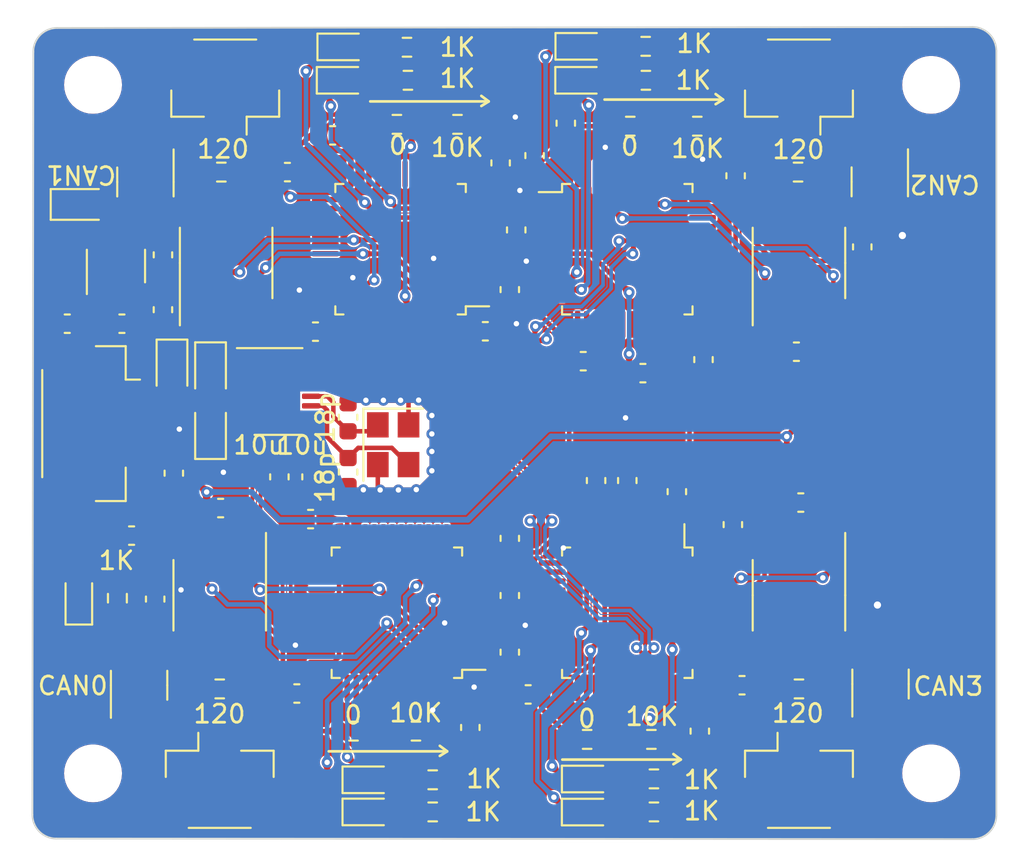
<source format=kicad_pcb>
(kicad_pcb (version 20221018) (generator pcbnew)
  (layers (0 "F.Cu" signal) (31 "B.Cu" signal) (34 "B.Paste" user) (35 "F.Paste" user) (36 "B.SilkS" user "B.Silkscreen") (37 "F.SilkS" user "F.Silkscreen") (38 "B.Mask" user) (39 "F.Mask" user) (44 "Edge.Cuts" user))
  (net 0 "")
  (net 1 "+5V")
  (net 2 "GND")
  (net 3 "VCC")
  (net 4 "Net-(U2-NRST)")
  (net 5 "Net-(U4-NRST)")
  (net 6 "Net-(U6-NRST)")
  (net 7 "Net-(U8-NRST)")
  (net 8 "Net-(U10-VDD33)")
  (net 9 "Net-(U10-VDD18)")
  (net 10 "/USB_HUB/XOUT")
  (net 11 "/USB_HUB/XIN")
  (net 12 "Net-(D1-A)")
  (net 13 "/USB_HUB/D-")
  (net 14 "/USB_HUB/D+")
  (net 15 "/STM2_CAN/LED1")
  (net 16 "Net-(D5-A)")
  (net 17 "/STM2_CAN/LED2")
  (net 18 "Net-(D6-A)")
  (net 19 "/STM1_CAN/LED1")
  (net 20 "Net-(D7-A)")
  (net 21 "/STM1_CAN/LED2")
  (net 22 "Net-(D8-A)")
  (net 23 "/STM_CAN4/LED1")
  (net 24 "Net-(D9-A)")
  (net 25 "/STM_CAN4/LED2")
  (net 26 "Net-(D10-A)")
  (net 27 "/STM_CAN3/LED1")
  (net 28 "Net-(D11-A)")
  (net 29 "/STM_CAN3/LED2")
  (net 30 "Net-(D12-A)")
  (net 31 "/STM1_CAN/CAN_L")
  (net 32 "/STM1_CAN/CAN_H")
  (net 33 "/STM2_CAN/CAN_L")
  (net 34 "/STM2_CAN/CAN_H")
  (net 35 "/STM_CAN3/CAN_L")
  (net 36 "/STM_CAN3/CAN_H")
  (net 37 "/STM_CAN4/CAN_L")
  (net 38 "/STM_CAN4/CAN_H")
  (net 39 "Net-(U2-BOOT0)")
  (net 40 "Net-(U4-BOOT0)")
  (net 41 "Net-(U6-BOOT0)")
  (net 42 "Net-(U8-BOOT0)")
  (net 67 "/STM2_CAN/USB_D-")
  (net 68 "/STM2_CAN/USB_D+")
  (net 77 "/STM2_CAN/CAN_RX")
  (net 78 "/STM2_CAN/CAN_TX")
  (net 110 "/STM1_CAN/CAN_RX")
  (net 111 "/STM1_CAN/CAN_TX")
  (net 143 "/STM_CAN4/CAN_RX")
  (net 144 "/STM_CAN4/CAN_TX")
  (net 176 "/STM_CAN3/CAN_RX")
  (net 177 "/STM_CAN3/CAN_TX")
  (net 178 "/STM1_CAN/USB_D-")
  (net 179 "/STM1_CAN/USB_D+")
  (net 180 "/STM_CAN4/USB_D-")
  (net 181 "/STM_CAN4/USB_D+")
  (net 182 "/STM_CAN3/USB_D-")
  (net 183 "/STM_CAN3/USB_D+")
  (footprint "Package_TO_SOT_SMD:SOT-23-5_HandSoldering" (layer "F.Cu") (at 86.46 38.88 90)
    (fp_text reference "U1" hide)
    (fp_text value "HX9193")
  )
  (footprint "Package_SO:SOIC-8_3.9x4.9mm_P1.27mm" (layer "F.Cu") (at 92.202 57.0992 -90)
    (fp_text reference "U5" hide)
    (fp_text value "TJA1051T-3")
  )
  (footprint "Connector_JST:JST_GH_SM02B-GHS-TB_1x02-1MP_P1.25mm_Horizontal" (layer "F.Cu") (at 92.5068 28.9052 180)
    (fp_text reference "J3" hide)
    (fp_text value "Conn_01x02")
  )
  (footprint "Capacitor_SMD:C_0603_1608Metric" (layer "F.Cu") (at 106.0704 64.4144 -90)
    (fp_text reference "C34" hide)
    (fp_text value "100n")
  )
  (footprint "Resistor_SMD:R_0603_1608Metric" (layer "F.Cu") (at 102.0064 31.0388 180)
    (fp_text reference "R2" hide)
    (fp_text value "0")
  )
  (footprint "Resistor_SMD:R_0603_1608Metric" (layer "F.Cu") (at 118.6302 31.1404 180)
    (fp_text reference "R18" hide)
    (fp_text value "10K")
  )
  (footprint "Package_QFP:LQFP-48_7x7mm_P0.5mm" (layer "F.Cu") (at 102.2096 37.9476 180)
    (fp_text reference "U2" hide)
    (fp_text value "STM32F072C8Tx")
  )
  (footprint "Capacitor_SMD:C_0603_1608Metric" (layer "F.Cu") (at 96.4692 62.5348)
    (fp_text reference "C23" hide)
    (fp_text value "100n")
  )
  (footprint "LED_SMD:LED_0603_1608Metric" (layer "F.Cu") (at 112.6216 69.096)
    (fp_text reference "D10" hide)
    (fp_text value "LED")
  )
  (footprint "Capacitor_SMD:C_0603_1608Metric" (layer "F.Cu") (at 109.2708 62.5856 180)
    (fp_text reference "C10" hide)
    (fp_text value "100n")
  )
  (footprint "PcbLib:SL2.1S-SSOP-16" (layer "F.Cu") (at 95.4532 45.8216)
    (fp_text reference "U10" hide)
    (fp_text value "SL2.1S")
  )
  (footprint "Capacitor_SMD:C_0603_1608Metric" (layer "F.Cu") (at 124.3584 51.9684)
    (fp_text reference "C20" hide)
    (fp_text value "100n")
  )
  (footprint "LED_SMD:LED_0603_1608Metric" (layer "F.Cu") (at 112.6236 67.2664)
    (fp_text reference "D9" hide)
    (fp_text value "LED")
  )
  (footprint "LED_SMD:LED_0603_1608Metric" (layer "F.Cu") (at 112.2573 28.6004)
    (fp_text reference "D12" hide)
    (fp_text value "LED")
  )
  (footprint "Capacitor_SMD:C_0603_1608Metric" (layer "F.Cu") (at 109.6264 32.766 90)
    (fp_text reference "C22" hide)
    (fp_text value "100n")
  )
  (footprint "Capacitor_SMD:C_0603_1608Metric" (layer "F.Cu") (at 114.7572 50.7492 -90)
    (fp_text reference "C21" hide)
    (fp_text value "100n")
  )
  (footprint "Resistor_SMD:R_0603_1608Metric" (layer "F.Cu") (at 124.2568 62.2808 180)
    (fp_text reference "R16" hide)
    (fp_text value "120")
  )
  (footprint "Package_SO:SOIC-8_3.9x4.9mm_P1.27mm" (layer "F.Cu") (at 124.2568 38.7096 90)
    (fp_text reference "U9" hide)
    (fp_text value "TJA1051T-3")
  )
  (footprint "Capacitor_SMD:C_0603_1608Metric" (layer "F.Cu") (at 127.76 37.82 90)
    (fp_text reference "C25" hide)
    (fp_text value "100n")
  )
  (footprint "Capacitor_SMD:C_0603_1608Metric" (layer "F.Cu") (at 124.115 43.62 180)
    (fp_text reference "C1" hide)
    (fp_text value "100n")
  )
  (footprint "Resistor_SMD:R_0603_1608Metric" (layer "F.Cu") (at 114.9218 31.1404 180)
    (fp_text reference "R17" hide)
    (fp_text value "0")
  )
  (footprint "Capacitor_SMD:C_0603_1608Metric" (layer "F.Cu") (at 89.06 41.295 90)
    (fp_text reference "C2" hide)
    (fp_text value "100n")
  )
  (footprint "LED_SMD:LED_0603_1608Metric" (layer "F.Cu") (at 99.06 28.6004)
    (fp_text reference "D6" hide)
    (fp_text value "LED")
  )
  (footprint "Capacitor_SMD:C_0603_1608Metric" (layer "F.Cu") (at 108.2548 57.1122 -90)
    (fp_text reference "C13" hide)
    (fp_text value "100n")
  )
  (footprint "Capacitor_SMD:C_0603_1608Metric" (layer "F.Cu") (at 106.9 42.49)
    (fp_text reference "C6" hide)
    (fp_text value "100n")
  )
  (footprint "LED_SMD:LED_0603_1608Metric" (layer "F.Cu") (at 84.4064 57.2347 90)
    (fp_text reference "D1" hide)
    (fp_text value "LED")
  )
  (footprint "Capacitor_SMD:C_0603_1608Metric" (layer "F.Cu") (at 108.6104 36.8808 -90)
    (fp_text reference "C5" hide)
    (fp_text value "100n")
  )
  (footprint "Capacitor_SMD:C_0603_1608Metric" (layer "F.Cu") (at 97.282 50.546 -90)
    (fp_text reference "C37" hide)
    (fp_text value "10u")
  )
  (footprint "Diode_SMD:D_SOD-323" (layer "F.Cu") (at 91.694 44.6024 -90)
    (fp_text reference "D3" hide)
    (fp_text value "BV05C")
  )
  (footprint "Package_TO_SOT_SMD:SOT-23-3" (layer "F.Cu") (at 87.74 62.08 90)
    (fp_text reference "U11" hide)
    (fp_text value "~")
  )
  (footprint "Resistor_SMD:R_0603_1608Metric" (layer "F.Cu") (at 116.2304 69.088)
    (fp_text reference "R15" hide)
    (fp_text value "1K")
  )
  (footprint "Capacitor_SMD:C_0603_1608Metric" (layer "F.Cu") (at 95.504 50.546 -90)
    (fp_text reference "C38" hide)
    (fp_text value "10u")
  )
  (footprint "Capacitor_SMD:C_0603_1608Metric" (layer "F.Cu") (at 108.2548 40.1828 90)
    (fp_text reference "C16" hide)
    (fp_text value "100n")
  )
  (footprint "Capacitor_SMD:C_0603_1608Metric" (layer "F.Cu") (at 112.3188 44.1452)
    (fp_text reference "C9" hide)
    (fp_text value "100n")
  )
  (footprint "Capacitor_SMD:C_0603_1608Metric" (layer "F.Cu") (at 83.765 42.07 180)
    (fp_text reference "C36" hide)
    (fp_text value "100n")
  )
  (footprint "Capacitor_SMD:C_0603_1608Metric" (layer "F.Cu") (at 99.30443 47.249035 90)
    (fp_text reference "C40" hide)
    (fp_text value "18p")
  )
  (footprint "Resistor_SMD:R_0603_1608Metric" (layer "F.Cu") (at 102.616 28.6004)
    (fp_text reference "R5" hide)
    (fp_text value "1K")
  )
  (footprint "LED_SMD:LED_0603_1608Metric" (layer "F.Cu") (at 100.4824 69.088)
    (fp_text reference "D8" hide)
    (fp_text value "LED")
  )
  (footprint "Diode_SMD:D_SOD-323" (layer "F.Cu") (at 91.694 48.0568 90)
    (fp_text reference "D4" hide)
    (fp_text value "BV05C")
  )
  (footprint "Resistor_SMD:R_0603_1608Metric" (layer "F.Cu") (at 112.5342 65.0748 180)
    (fp_text reference "R12" hide)
    (fp_text value "0")
  )
  (footprint "Resistor_SMD:R_0603_1608Metric" (layer "F.Cu") (at 103.061 64.6176 180)
    (fp_text reference "R8" hide)
    (fp_text value "10K")
  )
  (footprint "Capacitor_SMD:C_0603_1608Metric" (layer "F.Cu") (at 117.5 51.365 90)
    (fp_text reference "C35" hide)
    (fp_text value "100n")
  )
  (footprint "Capacitor_SMD:C_0603_1608Metric" (layer "F.Cu") (at 107.7468 33.1724 90)
    (fp_text reference "C32" hide)
    (fp_text value "100n")
  )
  (footprint "MountingHole:MountingHole_2.7mm_M2.5" (layer "F.Cu") (at 85.1916 28.8544)
    (fp_text reference "H1" hide)
    (fp_text value "MountingHole")
  )
  (footprint "Connector_JST:JST_GH_SM02B-GHS-TB_1x02-1MP_P1.25mm_Horizontal" (layer "F.Cu") (at 92.202 67.4116)
    (fp_text reference "J2" hide)
    (fp_text value "Conn_01x02")
  )
  (footprint "Diode_SMD:D_SOD-323" (layer "F.Cu") (at 89.5604 44.45 -90)
    (fp_text reference "D2" hide)
    (fp_text value "BV05C")
  )
  (footprint "Resistor_SMD:R_0603_1608Metric" (layer "F.Cu") (at 99.6066 64.6176 180)
    (fp_text reference "R7" hide)
    (fp_text value "0")
  )
  (footprint "LED_SMD:LED_0603_1608Metric" (layer "F.Cu") (at 112.268 26.7208)
    (fp_text reference "D11" hide)
    (fp_text value "LED")
  )
  (footprint "Resistor_SMD:R_0603_1608Metric" (layer "F.Cu") (at 116.0902 65.0748 180)
    (fp_text reference "R13" hide)
    (fp_text value "10K")
  )
  (footprint "Capacitor_SMD:C_0603_1608Metric" (layer "F.Cu") (at 120.7516 33.8836 90)
    (fp_text reference "C24" hide)
    (fp_text value "100n")
  )
  (footprint "Capacitor_SMD:C_0603_1608Metric" (layer "F.Cu") (at 89.0608 38.2586 -90)
    (fp_text reference "C19" hide)
    (fp_text value "100n")
  )
  (footprint "Diode_SMD:D_SOD-323" (layer "F.Cu") (at 84.46 35.47)
    (fp_text reference "D13" hide)
    (fp_text value "BV03C")
  )
  (footprint "Capacitor_SMD:C_0603_1608Metric" (layer "F.Cu") (at 86.79 42.07 180)
    (fp_text reference "C28" hide)
    (fp_text value "100n")
  )
  (footprint "Resistor_SMD:R_0603_1608Metric" (layer "F.Cu") (at 103.9876 69.088)
    (fp_text reference "R10" hide)
    (fp_text value "1K")
  )
  (footprint "Package_SO:SOIC-8_3.9x4.9mm_P1.27mm" (layer "F.Cu") (at 92.5576 38.7096 90)
    (fp_text reference "U3" hide)
    (fp_text value "TJA1051T-3")
  )
  (footprint "LED_SMD:LED_0603_1608Metric" (layer "F.Cu") (at 99.0952 26.752)
    (fp_text reference "D5" hide)
    (fp_text value "LED")
  )
  (footprint "Capacitor_SMD:C_0603_1608Metric" (layer "F.Cu") (at 88.63 57.31 90)
    (fp_text reference "C15" hide)
    (fp_text value "100n")
  )
  (footprint "Resistor_SMD:R_0603_1608Metric" (layer "F.Cu") (at 115.7732 26.7208)
    (fp_text reference "R19" hide)
    (fp_text value "1K")
  )
  (footprint "Capacitor_SMD:C_0603_1608Metric" (layer "F.Cu") (at 98.4504 31.6484)
    (fp_text reference "C14" hide)
    (fp_text value "100n")
  )
  (footprint "Capacitor_SMD:C_0603_1608Metric" (layer "F.Cu") (at 115.6208 44.8056 180)
    (fp_text reference "C29" hide)
    (fp_text value "100n")
  )
  (footprint "Capacitor_SMD:C_0603_1608Metric" (layer "F.Cu") (at 111.3536 30.975 90)
    (fp_text reference "C4" hide)
    (fp_text value "100n")
  )
  (footprint "Capacitor_SMD:C_0603_1608Metric" (layer "F.Cu") (at 99.305331 50.279936 -90)
    (fp_text reference "C39" hide)
    (fp_text value "18p")
  )
  (footprint "Resistor_SMD:R_0603_1608Metric" (layer "F.Cu") (at 92.202 62.2808 180)
    (fp_text reference "R11" hide)
    (fp_text value "120")
  )
  (footprint "Package_TO_SOT_SMD:SOT-23-3" (layer "F.Cu") (at 88.09 34.2275 -90)
    (fp_text reference "U12" hide)
    (fp_text value "~")
  )
  (footprint "Capacitor_SMD:C_0603_1608Metric" (layer "F.Cu") (at 97.2312 52.8828 180)
    (fp_text reference "C17" hide)
    (fp_text value "100n")
  )
  (footprint "MountingHole:MountingHole_2.7mm_M2.5" (layer "F.Cu") (at 131.572 66.9544)
    (fp_text reference "H3" hide)
    (fp_text value "MountingHole")
  )
  (footprint "Capacitor_SMD:C_0603_1608Metric" (layer "F.Cu") (at 108.2548 53.9496 90)
    (fp_text reference "C11" hide)
    (fp_text value "100n")
  )
  (footprint "Capacitor_SMD:C_0603_1608Metric" (layer "F.Cu") (at 87.3252 53.7972)
    (fp_text reference "C41" hide)
    (fp_text value "100n")
  )
  (footprint "Resistor_SMD:R_0603_1608Metric" (layer "F.Cu") (at 105.3592 31.0388 180)
    (fp_text reference "R3" hide)
    (fp_text value "10K")
  )
  (footprint "Resistor_SMD:R_0603_1608Metric" (layer "F.Cu") (at 92.2914 33.6804)
    (fp_text reference "R6" hide)
    (fp_text value "120")
  )
  (footprint "Package_SO:SOIC-8_3.9x4.9mm_P1.27mm" (layer "F.Cu") (at 124.2568 57.0992 -90)
    (fp_text reference "U7" hide)
    (fp_text value "TJA1051T-3")
  )
  (footprint "Capacitor_SMD:C_0603_1608Metric" (layer "F.Cu") (at 113.03 50.7492 90)
    (fp_text reference "C8" hide)
    (fp_text value "100n")
  )
  (footprint "Capacitor_SMD:C_0603_1608Metric" (layer "F.Cu") (at 121.1072 62.0776 180)
    (fp_text reference "C18" hide)
    (fp_text value "100n")
  )
  (footprint "Connector_JST:JST_GH_SM02B-GHS-TB_1x02-1MP_P1.25mm_Horizontal" (layer "F.Cu") (at 124.2568 67.4116)
    (fp_text reference "J5" hide)
    (fp_text value "Conn_01x02")
  )
  (footprint "Package_TO_SOT_SMD:SOT-23-3" (layer "F.Cu") (at 128.77 62.01 90)
    (fp_text reference "U14" hide)
    (fp_text value "~")
  )
  (footprint "Resistor_SMD:R_0603_1608Metric" (layer "F.Cu") (at 103.9876 67.31)
    (fp_text reference "R9" hide)
    (fp_text value "1K")
  )
  (footprint "Connector_JST:JST_GH_SM02B-GHS-TB_1x02-1MP_P1.25mm_Horizontal" (layer "F.Cu") (at 124.2568 28.9052 180)
    (fp_text reference "J4" hide)
    (fp_text value "Conn_01x02")
  )
  (footprint "Package_QFP:LQFP-48_7x7mm_P0.5mm" (layer "F.Cu") (at 102.0064 58.0644 180)
    (fp_text reference "U4" hide)
    (fp_text value "STM32F072C8Tx")
  )
  (footprint "Capacitor_SMD:C_0603_1608Metric" (layer "F.Cu") (at 92.2528 52.2732)
    (fp_text reference "C3" hide)
    (fp_text value "100n")
  )
  (footprint "Capacitor_SMD:C_0603_1608Metric" (layer "F.Cu") (at 95.9482 33.6804)
    (fp_text reference "C27" hide)
    (fp_text value "100n")
  )
  (footprint "Package_QFP:LQFP-48_7x7mm_P0.5mm" (layer "F.Cu") (at 114.7572 58.0644 -90)
    (fp_text reference "U6" hide)
    (fp_text value "STM32F072C8Tx")
  )
  (footprint "MountingHole:MountingHole_2.7mm_M2.5" (layer "F.Cu") (at 85.1916 66.9544)
    (fp_text reference "H4" hide)
    (fp_text value "MountingHole")
  )
  (footprint "Resistor_SMD:R_0603_1608Metric" (layer "F.Cu") (at 124.206 33.6804)
    (fp_text reference "R21" hide)
    (fp_text value "120")
  )
  (footprint "Package_QFP:LQFP-48_7x7mm_P0.5mm" (layer "F.Cu") (at 114.7572 37.9476)
    (fp_text reference "U8" hide)
    (fp_text value "STM32F072C8Tx")
  )
  (footprint "Resistor_SMD:R_0603_1608Metric" (layer "F.Cu") (at 116.2304 67.2592)
    (fp_text reference "R14" hide)
    (fp_text value "1K")
  )
  (footprint "LED_SMD:LED_0603_1608Metric" (layer "F.Cu") (at 100.4824 67.31)
    (fp_text reference "D7" hide)
    (fp_text value "LED")
  )
  (footprint "Crystal:Crystal_SMD_3225-4Pin_3.2x2.5mm" (layer "F.Cu") (at 101.8008 48.768 -90)
    (fp_text reference "Y1" hide)
    (fp_text value "12M")
  )
  (footprint "Capacitor_SMD:C_0603_1608Metric" (layer "F.Cu") (at 97.5 42.51 180)
    (fp_text reference "C26" hide)
    (fp_text value "100n")
  )
  (footprint "Connector_Molex:Molex_CLIK-Mate_502386-0470_1x04-1MP_P1.25mm_Horizontal" (layer "F.Cu") (at 85.09 47.5996 -90)
    (fp_text reference "J1" hide)
    (fp_text value "Conn_01x04")
  )
  (footprint "Resistor_SMD:R_0603_1608Metric" (layer "F.Cu") (at 115.7854 28.6004)
    (fp_text reference "R20" hide)
    (fp_text value "1K")
  )
  (footprint "Capacitor_SMD:C_0603_1608Metric" (layer "F.Cu") (at 120.5992 53.1876 90)
    (fp_text reference "C30" hide)
    (fp_text value "100n")
  )
  (footprint "Resistor_SMD:R_0603_1608Metric" (layer "F.Cu") (at 102.5652 26.7716)
    (fp_text reference "R4" hide)
    (fp_text value "1K")
  )
  (footprint "Resistor_SMD:R_0603_1608Metric" (layer "F.Cu") (at 86.54 57.26 90)
    (fp_text reference "R1" hide)
    (fp_text value "1K")
  )
  (footprint "Capacitor_SMD:C_0603_1608Metric" (layer "F.Cu") (at 118.7704 64.6176 -90)
    (fp_text reference "C33" hide)
    (fp_text value "100n")
  )
  (footprint "Capacitor_SMD:C_0603_1608Metric" (layer "F.Cu") (at 108.2548 60.2488 90)
    (fp_text reference "C31" hide)
    (fp_text value "100n")
  )
  (footprint "MountingHole:MountingHole_2.7mm_M2.5" (layer "F.Cu") (at 131.572 28.8544)
    (fp_text reference "H2" hide)
    (fp_text value "MountingHole")
  )
  (footprint "Package_TO_SOT_SMD:SOT-23-3" (layer "F.Cu") (at 128.73 34.22 -90)
    (fp_text reference "U13" hide)
    (fp_text value "~")
  )
  (footprint "Capacitor_SMD:C_0603_1608Metric" (layer "F.Cu") (at 118.9736 44.0566 -90)
    (fp_text reference "C7" hide)
    (fp_text value "100n")
  )
  (footprint "Capacitor_SMD:C_0603_1608Metric" (layer "F.Cu") (at 89.662 50.3428 -90)
    (fp_text reference "C12" hide)
    (fp_text value "100n")
  )
  (gr_line (start 120.0526 29.6672) (end 119.6462 29.3624) (stroke (width 0.15)) (layer "F.SilkS"))
  (gr_line (start 120.0526 29.6672) (end 119.6462 29.9212) (stroke (width 0.15)) (layer "F.SilkS"))
  (gr_line (start 104.7882 65.7352) (end 104.3818 65.9892) (stroke (width 0.15)) (layer "F.SilkS"))
  (gr_line (start 107.0864 29.7688) (end 106.68 29.464) (stroke (width 0.15)) (layer "F.SilkS"))
  (gr_line (start 117.7158 66.1924) (end 117.3094 65.8876) (stroke (width 0.15)) (layer "F.SilkS"))
  (gr_line (start 100.5332 29.7688) (end 107.0864 29.7688) (stroke (width 0.15)) (layer "F.SilkS"))
  (gr_line (start 113.4994 29.6672) (end 120.0526 29.6672) (stroke (width 0.15)) (layer "F.SilkS"))
  (gr_line (start 117.7158 66.1924) (end 117.3094 66.4464) (stroke (width 0.15)) (layer "F.SilkS"))
  (gr_line (start 111.1626 66.1924) (end 117.7158 66.1924) (stroke (width 0.15)) (layer "F.SilkS"))
  (gr_line (start 107.0864 29.7688) (end 106.68 30.0228) (stroke (width 0.15)) (layer "F.SilkS"))
  (gr_line (start 104.7882 65.7352) (end 104.3818 65.4304) (stroke (width 0.15)) (layer "F.SilkS"))
  (gr_line (start 98.235 65.7352) (end 104.7882 65.7352) (stroke (width 0.15)) (layer "F.SilkS"))
  (gr_line (start 83.2104 25.7048) (end 133.858 25.654) (stroke (width 0.1)) (layer "Edge.Cuts"))
  (gr_arc (start 81.8896 27.0256) (mid 82.276453 26.091653) (end 83.2104 25.7048) (stroke (width 0.1)) (layer "Edge.Cuts"))
  (gr_line (start 135.1788 26.9748) (end 135.1788 69.271653) (stroke (width 0.1)) (layer "Edge.Cuts"))
  (gr_arc (start 133.858 25.654) (mid 134.791947 26.040853) (end 135.1788 26.9748) (stroke (width 0.1)) (layer "Edge.Cuts"))
  (gr_line (start 81.8388 69.2404) (end 81.8896 27.0256) (stroke (width 0.1)) (layer "Edge.Cuts"))
  (gr_line (start 133.858 70.592453) (end 83.1596 70.5612) (stroke (width 0.1)) (layer "Edge.Cuts"))
  (gr_arc (start 135.1788 69.271653) (mid 134.791947 70.2056) (end 133.858 70.592453) (stroke (width 0.1)) (layer "Edge.Cuts"))
  (gr_arc (start 83.1596 70.5612) (mid 82.225653 70.174347) (end 81.8388 69.2404) (stroke (width 0.1)) (layer "Edge.Cuts"))
  (gr_text "1K" (at 105.3592 28.4988) (layer "F.SilkS") (effects (font (size 1 1))))
  (gr_text "120" (at 92.39 32.41) (layer "F.SilkS") (effects (font (size 1 1))))
  (gr_text "1K" (at 118.4656 26.5684) (layer "F.SilkS") (effects (font (size 1 1))))
  (gr_text "1K" (at 118.872 69.0372) (layer "F.SilkS") (effects (font (size 1 1))))
  (gr_text "1K" (at 86.49 55.18) (layer "F.SilkS") (effects (font (size 1 1))))
  (gr_text "1K" (at 106.7816 69.088) (layer "F.SilkS") (effects (font (size 1 1))))
  (gr_text "CAN3" (at 132.52 62.14) (layer "F.SilkS") (effects (font (size 1 1))))
  (gr_text "CAN2" (at 132.33 34.35 180) (layer "F.SilkS") (effects (font (size 1 1))))
  (gr_text "10K" (at 116.12 63.81) (layer "F.SilkS") (effects (font (size 1 1))))
  (gr_text "1K" (at 105.3592 26.7716) (layer "F.SilkS") (effects (font (size 1 1))))
  (gr_text "0" (at 99.59 63.73) (layer "F.SilkS") (effects (font (size 1 1))))
  (gr_text "120" (at 92.19 63.67) (layer "F.SilkS") (effects (font (size 1 1))))
  (gr_text "0" (at 112.52 63.93) (layer "F.SilkS") (effects (font (size 1 1))))
  (gr_text "120" (at 124.2 63.63) (layer "F.SilkS") (effects (font (size 1 1))))
  (gr_text "1K" (at 106.8324 67.2592) (layer "F.SilkS") (effects (font (size 1 1))))
  (gr_text "CAN0" (at 84.07 62.11) (layer "F.SilkS") (effects (font (size 1 1))))
  (gr_text "1K" (at 118.4148 28.6004) (layer "F.SilkS") (effects (font (size 1 1))))
  (gr_text "18p" (at 98.05 47.27 90) (layer "F.SilkS") (effects (font (size 1 1))))
  (gr_text "10u" (at 94.37 48.79) (layer "F.SilkS") (effects (font (size 1 1))))
  (gr_text "10K" (at 105.35 32.32) (layer "F.SilkS") (effects (font (size 1 1))))
  (gr_text "10K" (at 118.65 32.38) (layer "F.SilkS") (effects (font (size 1 1))))
  (gr_text "10K" (at 103.06 63.61) (layer "F.SilkS") (effects (font (size 1 1))))
  (gr_text "10u" (at 96.77 48.8) (layer "F.SilkS") (effects (font (size 1 1))))
  (gr_text "120" (at 124.23 32.44) (layer "F.SilkS") (effects (font (size 1 1))))
  (gr_text "0" (at 114.89 32.26) (layer "F.SilkS") (effects (font (size 1 1))))
  (gr_text "18p" (at 98.03 50.58 90) (layer "F.SilkS") (effects (font (size 1 1))))
  (gr_text "1K" (at 118.872 67.31) (layer "F.SilkS") (effects (font (size 1 1))))
  (gr_text "0" (at 102.05 32.21) (layer "F.SilkS") (effects (font (size 1 1))))
  (gr_text "CAN1" (at 84.53 33.83 180) (layer "F.SilkS") (effects (font (size 1 1))))
  (segment (start 124.89 43.62) (end 124.89 41.1864) (width 0.32) (layer "F.Cu") (net 1))
  (segment (start 124.89 41.1864) (end 124.8918 41.1846) (width 0.4) (layer "F.Cu") (net 1))
  (segment (start 91.3762 47.8536) (end 89.662 49.5678) (width 0.32) (layer "F.Cu") (net 1))
  (segment (start 123.6218 52.0068) (end 123.5834 51.9684) (width 0.32) (layer "F.Cu") (net 1))
  (segment (start 85.97 39.19) (end 85.51 39.65) (width 0.32) (layer "F.Cu") (net 1))
  (segment (start 85.6488 52.8958) (end 86.5502 53.7972) (width 0.32) (layer "F.Cu") (net 1))
  (segment (start 87.565 42.07) (end 87.565 40.385) (width 0.32) (layer "F.Cu") (net 1))
  (segment (start 87.045 39.19) (end 85.97 39.19) (width 0.32) (layer "F.Cu") (net 1))
  (segment (start 89.3358 45.7246) (end 89.5604 45.5) (width 0.32) (layer "F.Cu") (net 1))
  (segment (start 123.58 48.3108) (end 124.89 47.0008) (width 0.32) (layer "F.Cu") (net 1))
  (segment (start 87.565 43.5046) (end 87.565 42.07) (width 0.32) (layer "F.Cu") (net 1))
  (segment (start 85.51 39.65) (end 85.51 40.23) (width 0.32) (layer "F.Cu") (net 1))
  (segment (start 124.89 47.0008) (end 124.89 43.62) (width 0.32) (layer "F.Cu") (net 1))
  (segment (start 93.0106 47.1466) (end 92.3036 47.8536) (width 0.32) (layer "F.Cu") (net 1))
  (segment (start 86.94 45.7246) (end 89.3358 45.7246) (width 0.32) (layer "F.Cu") (net 1))
  (segment (start 89.5604 45.5) (end 87.565 43.5046) (width 0.32) (layer "F.Cu") (net 1))
  (segment (start 89.06 42.07) (end 89.4096 42.4196) (width 0.32) (layer "F.Cu") (net 1))
  (segment (start 89.4096 42.4196) (end 92.6004 42.4196) (width 0.32) (layer "F.Cu") (net 1))
  (segment (start 91.567 52.3624) (end 91.4778 52.2732) (width 0.32) (layer "F.Cu") (net 1))
  (segment (start 85.51 41.1) (end 84.54 42.07) (width 0.32) (layer "F.Cu") (net 1))
  (segment (start 87.565 40.385) (end 87.41 40.23) (width 0.32) (layer "F.Cu") (net 1))
  (segment (start 92.6004 42.4196) (end 93.1926 41.8274) (width 0.32) (layer "F.Cu") (net 1))
  (segment (start 91.4778 51.3836) (end 89.662 49.5678) (width 0.32) (layer "F.Cu") (net 1))
  (segment (start 89.662 49.5678) (end 86.5502 52.6796) (width 0.32) (layer "F.Cu") (net 1))
  (segment (start 86.5502 52.6796) (end 86.5502 53.7972) (width 0.32) (layer "F.Cu") (net 1))
  (segment (start 86.94 45.7246) (end 85.7966 45.7246) (width 0.32) (layer "F.Cu") (net 1))
  (segment (start 87.41 40.23) (end 87.41 39.555) (width 0.32) (layer "F.Cu") (net 1))
  (segment (start 93.1926 41.1846) (end 93.1926 41.9354) (width 0.32) (layer "F.Cu") (net 1))
  (segment (start 85.51 40.23) (end 85.51 41.1) (width 0.32) (layer "F.Cu") (net 1))
  (segment (start 87.41 39.555) (end 87.045 39.19) (width 0.32) (layer "F.Cu") (net 1))
  (segment (start 87.565 42.07) (end 89.06 42.07) (width 0.32) (layer "F.Cu") (net 1))
  (segment (start 91.567 54.6242) (end 91.567 52.3624) (width 0.32) (layer "F.Cu") (net 1))
  (segment (start 85.7966 45.7246) (end 85.6488 45.8724) (width 0.32) (layer "F.Cu") (net 1))
  (segment (start 123.5834 48.3142) (end 123.58 48.3108) (width 0.32) (layer "F.Cu") (net 1))
  (segment (start 123.6218 54.6242) (end 123.6218 52.0068) (width 0.32) (layer "F.Cu") (net 1))
  (segment (start 91.4778 52.2732) (end 91.4778 51.3836) (width 0.32) (layer "F.Cu") (net 1))
  (segment (start 93.6532 47.1466) (end 93.0106 47.1466) (width 0.32) (layer "F.Cu") (net 1))
  (segment (start 93.1926 41.8274) (end 93.1926 41.1846) (width 0.32) (layer "F.Cu") (net 1))
  (segment (start 123.5834 51.9684) (end 123.5834 48.3142) (width 0.32) (layer "F.Cu") (net 1))
  (segment (start 92.3036 47.8536) (end 91.3762 47.8536) (width 0.32) (layer "F.Cu") (net 1))
  (segment (start 85.6488 45.8724) (end 85.6488 52.8958) (width 0.32) (layer "F.Cu") (net 1))
  (via (at 123.58 48.3108) (size 0.6) (drill 0.3) (layers "F.Cu" "B.Cu") (net 1))
  (via (at 91.4778 51.3836) (size 0.6) (drill 0.3) (layers "F.Cu" "B.Cu") (net 1))
  (segment (start 110.5408 48.3108) (end 105.9316 52.92) (width 0.32) (layer "B.Cu") (net 1))
  (segment (start 123.58 48.3108) (end 110.5408 48.3108) (width 0.32) (layer "B.Cu") (net 1))
  (segment (start 95.5 52.92) (end 93.9636 51.3836) (width 0.32) (layer "B.Cu") (net 1))
  (segment (start 93.9636 51.3836) (end 91.4778 51.3836) (width 0.32) (layer "B.Cu") (net 1))
  (segment (start 105.9316 52.92) (end 95.5 52.92) (width 0.32) (layer "B.Cu") (net 1))
  (segment (start 101.0328 51.2572) (end 101.02 51.27) (width 0.25) (layer "F.Cu") (net 2))
  (segment (start 103.93 48.95) (end 103.94 48.96) (width 0.25) (layer "F.Cu") (net 2))
  (segment (start 103.93 48.97) (end 103.93 49.91) (width 0.25) (layer "F.Cu") (net 2))
  (segment (start 103.274 46.3296) (end 103.93 46.9856) (width 0.25) (layer "F.Cu") (net 2))
  (segment (start 103.93 46.9856) (end 103.93 47.14) (width 0.25) (layer "F.Cu") (net 2))
  (segment (start 103.210622 51.2572) (end 103.0872 51.2572) (width 0.25) (layer "F.Cu") (net 2))
  (segment (start 103.93 47.16) (end 103.93 47.99) (width 0.25) (layer "F.Cu") (net 2))
  (segment (start 101.02 51.27) (end 101.0072 51.2572) (width 0.25) (layer "F.Cu") (net 2))
  (segment (start 100.1472 51.2572) (end 99.507595 51.2572) (width 0.25) (layer "F.Cu") (net 2))
  (segment (start 103.25 46.32) (end 103.2596 46.3296) (width 0.25) (layer "F.Cu") (net 2))
  (segment (start 101.19 46.31) (end 101.2096 46.3296) (width 0.25) (layer "F.Cu") (net 2))
  (segment (start 103.08 51.25) (end 103.0728 51.2572) (width 0.25) (layer "F.Cu") (net 2))
  (segment (start 99.448865 46.3296) (end 100.2704 46.3296) (width 0.25) (layer "F.Cu") (net 2))
  (segment (start 100.15 51.26) (end 100.1472 51.2572) (width 0.25) (layer "F.Cu") (net 2))
  (segment (start 101.0072 51.2572) (end 100.1528 51.2572) (width 0.25) (layer "F.Cu") (net 2))
  (segment (start 100.1528 51.2572) (end 100.15 51.26) (width 0.25) (layer "F.Cu") (net 2))
  (segment (start 103.0728 51.2572) (end 101.9928 51.2572) (width 0.25) (layer "F.Cu") (net 2))
  (segment (start 101.2096 46.3296) (end 102.1304 46.3296) (width 0.25) (layer "F.Cu") (net 2))
  (segment (start 100.29 46.31) (end 100.3096 46.3296) (width 0.25) (layer "F.Cu") (net 2))
  (segment (start 100.9508 51.138) (end 101.07 51.2572) (width 0.25) (layer "F.Cu") (net 2))
  (segment (start 103.93 47.14) (end 103.94 47.15) (width 0.25) (layer "F.Cu") (net 2))
  (segment (start 103.2596 46.3296) (end 103.274 46.3296) (width 0.25) (layer "F.Cu") (net 2))
  (segment (start 103.93 49.91) (end 103.93 50.537822) (width 0.25) (layer "F.Cu") (net 2))
  (segment (start 101.98 51.27) (end 101.9672 51.2572) (width 0.25) (layer "F.Cu") (net 2))
  (segment (start 100.2704 46.3296) (end 100.29 46.31) (width 0.25) (layer "F.Cu") (net 2))
  (segment (start 102.15 46.31) (end 102.1696 46.3296) (width 0.25) (layer "F.Cu") (net 2))
  (segment (start 103.0872 51.2572) (end 103.08 51.25) (width 0.25) (layer "F.Cu") (net 2))
  (segment (start 103.94 48.96) (end 103.93 48.97) (width 0.25) (layer "F.Cu") (net 2))
  (segment (start 101.9928 51.2572) (end 101.98 51.27) (width 0.25) (layer "F.Cu") (net 2))
  (segment (start 99.30443 46.474035) (end 99.448865 46.3296) (width 0.25) (layer "F.Cu") (net 2))
  (segment (start 99.507595 51.2572) (end 99.305331 51.054936) (width 0.25) (layer "F.Cu") (net 2))
  (segment (start 102.1696 46.3296) (end 102.63 46.3296) (width 0.25) (layer "F.Cu") (net 2))
  (segment (start 102.63 46.3296) (end 103.2404 46.3296) (width 0.25) (layer "F.Cu") (net 2))
  (segment (start 102.6508 46.3504) (end 102.63 46.3296) (width 0.25) (layer "F.Cu") (net 2))
  (segment (start 103.94 48) (end 103.93 48.01) (width 0.25) (layer "F.Cu") (net 2))
  (segment (start 101.1704 46.3296) (end 101.19 46.31) (width 0.25) (layer "F.Cu") (net 2))
  (segment (start 103.94 47.15) (end 103.93 47.16) (width 0.25) (layer "F.Cu") (net 2))
  (segment (start 103.93 50.537822) (end 103.210622 51.2572) (width 0.25) (layer "F.Cu") (net 2))
  (segment (start 102.6508 47.668) (end 102.6508 46.3504) (width 0.25) (layer "F.Cu") (net 2))
  (segment (start 103.2404 46.3296) (end 103.25 46.32) (width 0.25) (layer "F.Cu") (net 2))
  (segment (start 102.1304 46.3296) (end 102.15 46.31) (width 0.25) (layer "F.Cu") (net 2))
  (segment (start 103.93 48.01) (end 103.93 48.95) (width 0.25) (layer "F.Cu") (net 2))
  (segment (start 103.93 47.99) (end 103.94 48) (width 0.25) (layer "F.Cu") (net 2))
  (segment (start 100.9508 49.868) (end 100.9508 51.138) (width 0.25) (layer "F.Cu") (net 2))
  (segment (start 101.07 51.2572) (end 101.0328 51.2572) (width 0.25) (layer "F.Cu") (net 2))
  (segment (start 100.3096 46.3296) (end 101.1704 46.3296) (width 0.25) (layer "F.Cu") (net 2))
  (segment (start 101.9672 51.2572) (end 101.07 51.2572) (width 0.25) (layer "F.Cu") (net 2))
  (via (at 96.61 40.21) (size 0.6) (drill 0.3) (layers "F.Cu" "B.Cu") (net 2))
  (via (at 89.9668 47.9044) (size 0.6) (drill 0.3) (layers "F.Cu" "B.Cu") (net 2))
  (via (at 109.1692 38.608) (size 0.6) (drill 0.3) (layers "F.Cu" "B.Cu") (net 2))
  (via (at 103.9876 63.4492) (size 0.6) (drill 0.3) (layers "F.Cu" "B.Cu") (net 2))
  (via (at 108.62 42.07) (size 0.6) (drill 0.3) (layers "F.Cu" "B.Cu") (net 2))
  (via (at 128.6 57.64) (size 0.8) (drill 0.4) (layers "F.Cu" "B.Cu") (net 2))
  (via (at 100.15 51.26) (size 0.6) (drill 0.3) (layers "F.Cu" "B.Cu") (net 2))
  (via (at 100.29 46.31) (size 0.6) (drill 0.3) (layers "F.Cu" "B.Cu") (net 2))
  (via (at 129.98 37.19) (size 0.8) (drill 0.4) (layers "F.Cu" "B.Cu") (net 2))
  (via (at 108.5596 30.6324) (size 0.6) (drill 0.3) (layers "F.Cu" "B.Cu") (net 2))
  (via (at 103.21 46.3) (size 0.6) (drill 0.3) (layers "F.Cu" "B.Cu") (net 2))
  (via (at 104.0384 38.4556) (size 0.6) (drill 0.3) (layers "F.Cu" "B.Cu") (net 2))
  (via (at 103.94 48.17) (size 0.6) (drill 0.3) (layers "F.Cu" "B.Cu") (net 2))
  (via (at 96.39 59.86) (size 0.6) (drill 0.3) (layers "F.Cu" "B.Cu") (net 2))
  (via (at 103.94 47.15) (size 0.6) (drill 0.3) (layers "F.Cu" "B.Cu") (net 2))
  (via (at 102.09 51.27) (size 0.6) (drill 0.3) (layers "F.Cu" "B.Cu") (net 2))
  (via (at 109.11 58.76) (size 0.6) (drill 0.3) (layers "F.Cu" "B.Cu") (net 2))
  (via (at 99.568 39.5224) (size 0.6) (drill 0.3) (layers "F.Cu" "B.Cu") (net 2))
  (via (at 111.22 54.48) (size 0.6) (drill 0.3) (layers "F.Cu" "B.Cu") (net 2))
  (via (at 103.94 50.21) (size 0.6) (drill 0.3) (layers "F.Cu" "B.Cu") (net 2))
  (via (at 104.65 58.63) (size 0.6) (drill 0.3) (layers "F.Cu" "B.Cu") (net 2))
  (via (at 90.06 56.8) (size 0.6) (drill 0.3) (layers "F.Cu" "B.Cu") (net 2))
  (via (at 103.94 49.14) (size 0.6) (drill 0.3) (layers "F.Cu" "B.Cu") (net 2))
  (via (at 101.08 51.27) (size 0.6) (drill 0.3) (layers "F.Cu" "B.Cu") (net 2))
  (via (at 108.8136 34.6964) (size 0.6) (drill 0.3) (layers "F.Cu" "B.Cu") (net 2))
  (via (at 114.66 47.28) (size 0.6) (drill 0.3) (layers "F.Cu" "B.Cu") (net 2))
  (via (at 102.21 46.31) (size 0.6) (drill 0.3) (layers "F.Cu" "B.Cu") (net 2))
  (via (at 118.9228 32.9692) (size 0.6) (drill 0.3) (layers "F.Cu" "B.Cu") (net 2))
  (via (at 101.26 46.31) (size 0.6) (drill 0.3) (layers "F.Cu" "B.Cu") (net 2))
  (via (at 92.4052 50.292) (size 0.6) (drill 0.3) (layers "F.Cu" "B.Cu") (net 2))
  (via (at 113.538 32.3088) (size 0.6) (drill 0.3) (layers "F.Cu" "B.Cu") (net 2))
  (via (at 103.08 51.25) (size 0.6) (drill 0.3) (layers "F.Cu" "B.Cu") (net 2))
  (via (at 106.28 62.18) (size 0.6) (drill 0.3) (layers "F.Cu" "B.Cu") (net 2))
  (segment (start 109.474 41.128407) (end 108.425407 41.128407) (width 0.25) (layer "F.Cu") (net 3))
  (segment (start 99.48508 32.93708) (end 99.06 32.512) (width 0.25) (layer "F.Cu") (net 3))
  (segment (start 107.7468 33.9474) (end 109.22 33.9474) (width 0.25) (layer "F.Cu") (net 3))
  (segment (start 89.01577 37.4836) (end 89.0608 37.4836) (width 0.25) (layer "F.Cu") (net 3))
  (segment (start 98.539 32.512) (end 97.6754 31.6484) (width 0.25) (layer "F.Cu") (net 3))
  (segment (start 117.5 52.14) (end 117.5 53.8947) (width 0.25) (layer "F.Cu") (net 3))
  (segment (start 90.297 59.5742) (end 90.297 60.293) (width 0.25) (layer "F.Cu") (net 3))
  (segment (start 117.0554 69.088) (end 117.0554 67.2592) (width 0.25) (layer "F.Cu") (net 3))
  (segment (start 88.63 60.22) (end 88.63 58.085) (width 0.25) (layer "F.Cu") (net 3))
  (segment (start 118.9736 43.2816) (end 120.7516 41.5036) (width 0.25) (layer "F.Cu") (net 3))
  (segment (start 93.8864 37.4836) (end 94.4626 36.9074) (width 0.25) (layer "F.Cu") (net 3))
  (segment (start 117.97088 64.64212) (end 117.97088 66.34372) (width 0.25) (layer "F.Cu") (net 3))
  (segment (start 104.8126 67.31) (end 104.8126 64.8972) (width 0.25) (layer "F.Cu") (net 3))
  (segment (start 97.3356 60.8144) (end 97.8439 60.8144) (width 0.25) (layer "F.Cu") (net 3))
  (segment (start 120.2126 35.1976) (end 120.7516 34.6586) (width 0.25) (layer "F.Cu") (net 3))
  (segment (start 98.8064 60.513664) (end 98.8064 55.0064) (width 0.25) (layer "F.Cu") (net 3))
  (segment (start 99.1108 52.8828) (end 98.0062 52.8828) (width 0.25) (layer "F.Cu") (net 3))
  (segment (start 104.7564 63.3544) (end 105.0414 63.6394) (width 0.25) (layer "F.Cu") (net 3))
  (segment (start 107.7468 36.125406) (end 107.7468 33.9474) (width 0.25) (layer "F.Cu") (net 3))
  (segment (start 111.7092 65.0748) (end 110.0458 63.4114) (width 0.25) (layer "F.Cu") (net 3))
  (segment (start 106.971406 56.8144) (end 107.3404 56.445406) (width 0.25) (layer "F.Cu") (net 3))
  (segment (start 127.76 38.595) (end 127.76 38.57) (width 0.25) (layer "F.Cu") (net 3))
  (segment (start 98.89 41.895) (end 98.275 42.51) (width 0.25) (layer "F.Cu") (net 3))
  (segment (start 104.9596 37.307594) (end 104.9596 42.1101) (width 0.25) (layer "F.Cu") (net 3))
  (segment (start 94.145 58.085) (end 95.6942 59.6342) (width 0.25) (layer "F.Cu") (net 3))
  (segment (start 105.0414 63.6394) (end 106.0704 63.6394) (width 0.25) (layer "F.Cu") (net 3))
  (segment (start 97.4124 40.6976) (end 97.07 41.04) (width 0.25) (layer "F.Cu") (net 3))
  (segment (start 98.89 41.376515) (end 98.89 41.895) (width 0.25) (layer "F.Cu") (net 3))
  (segment (start 106.1689 60.8144) (end 108.0454 60.8144) (width 0.25) (layer "F.Cu") (net 3))
  (segment (start 108.992 63.6394) (end 110.0458 62.5856) (width 0.25) (layer "F.Cu") (net 3))
  (segment (start 120.7516 34.6586) (end 120.7516 35.7632) (width 0.25) (layer "F.Cu") (net 3))
  (segment (start 108.425407 41.128407) (end 108.2548 40.9578) (width 0.25) (layer "F.Cu") (net 3))
  (segment (start 111.9632 31.1404) (end 114.0968 31.1404) (width 0.25) (layer "F.Cu") (net 3))
  (segment (start 104.8126 69.088) (end 104.8126 67.31) (width 0.25) (layer "F.Cu") (net 3))
  (segment (start 116.5982 28.5882) (end 116.6104 28.6004) (width 0.25) (layer "F.Cu") (net 3))
  (segment (start 118.131983 28.6004) (end 121.55112 32.019537) (width 0.25) (layer "F.Cu") (net 3))
  (segment (start 110.5947 39.1976) (end 109.717138 39.1976) (width 0.25) (layer "F.Cu") (net 3))
  (segment (start 88.63 58.085) (end 94.145 58.085) (width 0.25) (layer "F.Cu") (net 3))
  (segment (start 103.441 28.6004) (end 105.45968 30.61908) (width 0.25) (layer "F.Cu") (net 3))
  (segment (start 119.819338 63.8426) (end 121.584338 62.0776) (width 0.25) (layer "F.Cu") (net 3))
  (segment (start 87.00217 35.47) (end 89.01577 37.4836) (width 0.25) (layer "F.Cu") (net 3))
  (segment (start 106.3721 36.6976) (end 107.174606 36.6976) (width 0.25) (layer "F.Cu") (net 3))
  (segment (start 114.0968 31.114) (end 114.0968 31.1404) (width 0.25) (layer "F.Cu") (net 3))
  (segment (start 99.2564 53.9019) (end 99.2564 53.0284) (width 0.25) (layer "F.Cu") (net 3))
  (segment (start 109.9182 54.688394) (end 113.03 51.576594) (width 0.25) (layer "F.Cu") (net 3))
  (segment (start 117.97088 66.34372) (end 117.0554 67.2592) (width 0.25) (layer "F.Cu") (net 3))
  (segment (start 108.2548 40.9578) (end 108.2548 40.9652) (width 0.25) (layer "F.Cu") (net 3))
  (segment (start 110.5947 60.8144) (end 109.7212 60.8144) (width 0.25) (layer "F.Cu") (net 3))
  (segment (start 107.3404 55.639) (end 108.2548 54.7246) (width 0.25) (layer "F.Cu") (net 3))
  (segment (start 109.22 33.9474) (end 109.6264 33.541) (width 0.25) (layer "F.Cu") (net 3))
  (segment (start 113.03 51.226338) (end 113.03 51.5242) (width 0.25) (layer "F.Cu") (net 3))
  (segment (start 111.367 61.2644) (end 110.0458 62.5856) (width 0.25) (layer "F.Cu") (net 3))
  (segment (start 117.5 52.14) (end 118.2 51.44) (width 0.25) (layer "F.Cu") (net 3))
  (segment (start 110.0458 63.4114) (end 110.0458 62.5856) (width 0.25) (layer "F.Cu") (net 3))
  (segment (start 109.3724 62.3316) (end 109.6264 62.5856) (width 0.25) (layer "F.Cu") (net 3))
  (segment (start 106.1689 56.8144) (end 106.971406 56.8144) (width 0.25) (layer "F.Cu") (net 3))
  (segment (start 117.5072 62.5794) (end 118.7704 63.8426) (width 0.25) (layer "F.Cu") (net 3))
  (segment (start 111.5438 49.740138) (end 113.03 51.226338) (width 0.25) (layer "F.Cu") (net 3))
  (segment (start 116.25588 66.45968) (end 117.0554 67.2592) (width 0.25) (layer "F.Cu") (net 3))
  (segment (start 113.5072 53.9019) (end 113.5072 60.107663) (width 0.25) (layer "F.Cu") (net 3))
  (segment (start 109.9244 35.1976) (end 109.6264 34.8996) (width 0.25) (layer "F.Cu") (net 3))
  (segment (start 94.4626 36.2346) (end 94.4626 34.391) (width 0.25) (layer "F.Cu") (net 3))
  (segment (start 109.6264 34.8996) (end 109.6264 33.541) (width 0.25) (layer "F.Cu") (net 3))
  (segment (start 97.2052 31.6484) (end 97.6754 31.6484) (width 0.25) (layer "F.Cu") (net 3))
  (segment (start 109.233 61.0238) (end 109.3724 61.1632) (width 0.25) (layer "F.Cu") (net 3))
  (segment (start 103.441 26.8224) (end 103.3902 26.7716) (width 0.25) (layer "F.Cu") (net 3))
  (segment (start 111.3536 31.75) (end 111.9632 31.1404) (width 0.25) (layer "F.Cu") (net 3))
  (segment (start 105.13 42.84) (end 106.07 42.84) (width 0.25) (layer "F.Cu") (net 3))
  (segment (start 89.93 60.66) (end 89.07 60.66) (width 0.25) (layer "F.Cu") (net 3))
  (segment (start 101.1814 31.0388) (end 101.614617 31.0388) (width 0.25) (layer "F.Cu") (net 3))
  (segment (start 108.2548 61.0238) (end 109.233 61.0238) (width 0.25) (layer "F.Cu") (net 3))
  (segment (start 101.614617 31.0388) (end 103.441 29.212417) (width 0.25) (layer "F.Cu") (net 3))
  (segment (start 85.51 35.47) (end 87.00217 35.47) (width 0.25) (layer "F.Cu") (net 3))
  (segment (start 104.8126 64.8972) (end 106.0704 63.6394) (width 0.25) (layer "F.Cu") (net 3))
  (segment (start 116.6104 28.6004) (end 118.131983 28.6004) (width 0.25) (layer "F.Cu") (net 3))
  (segment (start 94.4626 34.391) (end 95.1732 33.6804) (width 0.25) (layer "F.Cu") (net 3))
  (segment (start 107.6726 41.54) (end 108.2548 40.9578) (width 0.25) (layer "F.Cu") (net 3))
  (segment (start 99.4596 33.7851) (end 99.48508 33.75962) (width 0.25) (layer "F.Cu") (net 3))
  (segment (start 122.3518 61.608) (end 121.8822 62.0776) (width 0.25) (layer "F.Cu") (net 3))
  (segment (start 95.6942 62.5348) (end 95.6942 62.4558) (width 0.25) (layer "F.Cu") (net 3))
  (segment (start 120.7516 41.5036) (end 120.7516 35.7632) (width 0.25) (layer "F.Cu") (net 3))
  (segment (start 89.07 60.66) (end 88.63 60.22) (width 0.25) (layer "F.Cu") (net 3))
  (segment (start 98.47492 30.84888) (end 100.99148 30.84888) (width 0.25) (layer "F.Cu") (net 3))
  (segment (start 104.9596 42.6696) (end 105.13 42.84) (width 0.25) (layer "F.Cu") (net 3))
  (segment (start 109.6264 33.4772) (end 111.3536 31.75) (width 0.25) (layer "F.Cu") (net 3))
  (segment (start 117.5 53.8947) (end 117.5072 53.9019) (width 0.25) (layer "F.Cu") (net 3))
  (segment (start 85.51 37.53) (end 85.51 35.47) (width 0.25) (layer "F.Cu") (net 3))
  (segment (start 97.8439 60.8144) (end 98.505664 60.8144) (width 0.25) (layer "F.Cu") (net 3))
  (segment (start 111.5438 43.198207) (end 111.5438 44.1452) (width 0.25) (layer "F.Cu") (net 3))
  (segment (start 112.0072 32.4036) (end 111.3536 31.75) (width 0.25) (layer "F.Cu") (net 3))
  (segment (start 105.569594 36.6976) (end 104.9596 37.307594) (width 0.25) (layer "F.Cu") (net 3))
  (segment (start 113.5072 60.107663) (end 112.350463 61.2644) (width 0.25) (layer "F.Cu") (net 3))
  (segment (start 116.6104 28.6004) (end 114.0968 31.114) (width 0.25) (layer "F.Cu") (net 3))
  (segment (start 122.3518 59.5742) (end 122.3518 61.608) (width 0.25) (layer "F.Cu") (net 3))
  (segment (start 118.7704 63.8426) (end 117.97088 64.64212) (width 0.25) (layer "F.Cu") (net 3))
  (segment (start 127.76 38.57) (end 126.1618 36.9718) (width 0.25) (layer "F.Cu") (net 3))
  (segment (start 117.5072 62.2269) (end 117.5072 62.5794) (width 0.25) (layer "F.Cu") (net 3))
  (segment (start 118.7704 63.8426) (end 119.819338 63.8426) (width 0.25) (layer "F.Cu") (net 3))
  (segment (start 106.125 42.49) (end 107.075 41.54) (width 0.25) (layer "F.Cu") (net 3))
  (segment (start 109.717138 39.1976) (end 109.474 39.440738) (width 0.25) (layer "F.Cu") (net 3))
  (segment (start 97.777 64.6176) (end 98.7816 64.6176) (width 0.25) (layer "F.Cu") (net 3))
  (segment (start 107.9946 40.6976) (end 108.2548 40.9578) (width 0.25) (layer "F.Cu") (net 3))
  (segment (start 110.5947 35.1976) (end 109.9244 35.1976) (width 0.25) (layer "F.Cu") (net 3))
  (segment (start 113.5072 53.9019) (end 113.5072 52.0014) (width 0.25) (layer "F.Cu") (net 3))
  (segment (start 98.0471 40.6976) (end 97.4124 40.6976) (width 0.25) (layer "F.Cu") (net 3))
  (segment (start 117.5 52.14) (end 119.3226 53.9626) (width 0.25) (layer "F.Cu") (net 3))
  (segment (start 98.505664 60.8144) (end 98.8064 60.513664) (width 0.25) (layer "F.Cu") (net 3))
  (segment (start 109.9182 54.7246) (end 109.9182 54.688394) (width 0.25) (layer "F.Cu") (net 3))
  (segment (start 116.1204 50.7604) (end 117.5 52.14) (width 0.25) (layer "F.Cu") (net 3))
  (segment (start 98.0062 54.2062) (end 98.8064 55.0064) (width 0.25) (layer "F.Cu") (net 3))
  (segment (start 107.075 41.54) (end 107.6726 41.54) (width 0.25) (layer "F.Cu") (net 3))
  (segment (start 113.7938 50.7604) (end 116.1204 50.7604) (width 0.25) (layer "F.Cu") (net 3))
  (segment (start 109.474 41.128407) (end 111.5438 43.198207) (width 0.25) (layer "F.Cu") (net 3))
  (segment (start 126.1618 36.9718) (end 126.1618 36.2346) (width 0.25) (layer "F.Cu") (net 3))
  (segment (start 109.7212 60.8144) (end 109.3724 61.1632) (width 0.25) (layer "F.Cu") (net 3))
  (segment (start 109.6264 62.5856) (end 110.0458 62.5856) (width 0.25) (layer "F.Cu") (net 3))
  (segment (start 109.474 39.440738) (end 109.474 41.128407) (width 0.25) (layer "F.Cu") (net 3))
  (segment (start 113.5072 52.0014) (end 113.03 51.5242) (width 0.25) (layer "F.Cu") (net 3))
  (segment (start 107.3404 56.445406) (end 107.3404 55.639) (width 0.25) (layer "F.Cu") (net 3))
  (segment (start 105.45968 31.66028) (end 107.7468 33.9474) (width 0.25) (layer "F.Cu") (net 3))
  (segment (start 95.6942 62.5348) (end 97.777 64.6176) (width 0.25) (layer "F.Cu") (net 3))
  (segment (start 98.7816 64.6176) (end 99.58112 65.41712) (width 0.25) (layer "F.Cu") (net 3))
  (segment (start 118.2 51.44) (end 118.2 44.0552) (width 0.25) (layer "F.Cu") (net 3))
  (segment (start 95.6942 59.6342) (end 95.6942 62.5348) (width 0.25) (layer "F.Cu") (net 3))
  (segment (start 104.7564 62.2269) (end 104.7564 63.3544) (width 0.25) (layer "F.Cu") (net 3))
  (segment (start 121.55112 32.019537) (end 121.55112 33.85908) (width 0.25) (layer "F.Cu") (net 3))
  (segment (start 106.0704 63.6394) (end 108.992 63.6394) (width 0.25) (layer "F.Cu") (net 3))
  (segment (start 107.174606 36.6976) (end 107.7468 36.125406) (width 0.25) (layer "F.Cu") (net 3))
  (segment (start 112.350463 61.2644) (end 111.367 61.2644) (width 0.25) (layer "F.Cu") (net 3))
  (segment (start 108.0454 60.8144) (end 108.2548 61.0238) (width 0.25) (layer "F.Cu") (net 3))
  (segment (start 117.5072 42.1101) (end 117.5004 42.1169) (width 0.25) (layer "F.Cu") (net 3))
  (segment (start 90.297 60.293) (end 89.93 60.66) (width 0.25) (layer "F.Cu") (net 3))
  (segment (start 122.855 38.595) (end 121.3 37.04) (width 0.25) (layer "F.Cu") (net 3))
  (segment (start 103.441 29.212417) (end 103.441 28.6004) (width 0.25) (layer "F.Cu") (net 3))
  (segment (start 120.5992 54.7624) (end 120.5992 53.9626) (width 0.25) (layer "F.Cu") (net 3))
  (segment (start 94.4626 36.9074) (end 94.4626 36.2346) (width 0.25) (layer "F.Cu") (net 3))
  (segment (start 112.0072 33.7851) (end 112.0072 32.4036) (width 0.25) (layer "F.Cu") (net 3))
  (segment (start 111.7092 65.0748) (end 113.09408 66.45968) (width 0.25) (layer "F.Cu") (net 3))
  (segment (start 113.03 51.5242) (end 113.7938 50.7604) (width 0.25) (layer "F.Cu") (net 3))
  (segment (start 116.5982 26.7208) (end 116.5982 28.5882) (width 0.25) (layer "F.Cu") (net 3))
  (segment (start 104.9596 42.1101) (end 104.9596 42.6696) (width 0.25) (layer "F.Cu") (net 3))
  (segment (start 103.441 28.6004) (end 103.441 26.8224) (width 0.25) (layer "F.Cu") (net 3))
  (segment (start 119.3226 53.9626) (end 120.5992 53.9626) (width 0.25) (layer "F.Cu") (net 3))
  (segment (start 97.07 41.04) (end 97.07 41.305) (width 0.25) (layer "F.Cu") (net 3))
  (segment (start 106.3721 40.6976) (end 107.9946 40.6976) (width 0.25) (layer "F.Cu") (net 3))
  (segment (start 111.5438 44.1452) (end 111.5438 49.740138) (width 0.25) (layer "F.Cu") (net 3))
  (segment (start 98.0062 52.8828) (end 98.0062 54.2062) (width 0.25) (layer "F.Cu") (net 3))
  (segment (start 100.99148 30.84888) (end 101.1814 31.0388) (width 0.25) (layer "F.Cu") (net 3))
  (segment (start 99.48508 33.75962) (end 99.48508 32.93708) (width 0.25) (layer "F.Cu") (net 3))
  (segment (start 117.5004 42.926) (end 117.856 43.2816) (width 0.25) (layer "F.Cu") (net 3))
  (segment (start 97.07 41.305) (end 98.275 42.51) (width 0.25) (layer "F.Cu") (net 3))
  (segment (start 97.6754 31.6484) (end 98.47492 30.84888) (width 0.25) (layer "F.Cu") (net 3))
  (segment (start 99.06 32.512) (end 98.539 32.512) (width 0.25) (layer "F.Cu") (net 3))
  (segment (start 121.55112 33.85908) (end 120.7516 34.6586) (width 0.25) (layer "F.Cu") (net 3))
  (segment (start 99.58112 65.41712) (end 102.91972 65.41712) (width 0.25) (layer "F.Cu") (net 3))
  (segment (start 121.3 37.04) (end 121.3 35.207) (width 0.25) (layer "F.Cu") (net 3))
  (segment (start 120.0472 55.3144) (end 120.5992 54.7624) (width 0.25) (layer "F.Cu") (net 3))
  (segment (start 99.2564 53.0284) (end 99.1108 52.8828) (width 0.25) (layer "F.Cu") (net 3))
  (segment (start 113.09408 66.45968) (end 116.25588 66.45968) (width 0.25) (layer "F.Cu") (net 3))
  (segment (start 109.6264 33.541) (end 109.6264 33.4772) (width 0.25) (layer "F.Cu") (net 3))
  (segment (start 102.91972 65.41712) (end 104.8126 67.31) (width 0.25) (layer "F.Cu") (net 3))
  (segment (start 121.584338 62.0776) (end 121.8822 62.0776) (width 0.25) (layer "F.Cu") (net 3))
  (segment (start 121.3 35.207) (end 120.7516 34.6586) (width 0.25) (layer "F.Cu") (net 3))
  (segment (start 117.5004 42.1169) (end 117.5004 42.926) (width 0.25) (layer "F.Cu") (net 3))
  (segment (start 86.54 58.085) (end 88.63 58.085) (width 0.25) (layer "F.Cu") (net 3))
  (segment (start 118.2 44.0552) (end 118.9736 43.2816) (width 0.25) (layer "F.Cu") (net 3))
  (segment (start 100.75 39.66) (end 100.606515 39.66) (width 0.25) (layer "F.Cu") (net 3))
  (segment (start 106.3721 36.6976) (end 105.569594 36.6976) (width 0.25) (layer "F.Cu") (net 3))
  (segment (start 95.1732 33.6804) (end 97.2052 31.6484) (width 0.25) (layer "F.Cu") (net 3))
  (segment (start 95.1732 34.1116) (end 96.1136 35.052) (width 0.25) (layer "F.Cu") (net 3))
  (segment (start 118.9197 35.1976) (end 120.2126 35.1976) (width 0.25) (layer "F.Cu") (net 3))
  (segment (start 95.1732 33.6804) (end 95.1732 34.1116) (width 0.25) (layer "F.Cu") (net 3))
  (segment (start 95.6942 62.4558) (end 97.3356 60.8144) (width 0.25) (layer "F.Cu") (net 3))
  (segment (start 89.0608 37.4836) (end 93.8864 37.4836) (width 0.25) (layer "F.Cu") (net 3))
  (segment (start 100.606515 39.66) (end 98.89 41.376515) (width 0.25) (layer "F.Cu") (net 3))
  (segment (start 118.9197 55.3144) (end 120.0472 55.3144) (width 0.25) (layer "F.Cu") (net 3))
  (segment (start 109.3724 61.1632) (end 109.3724 62.3316) (width 0.25) (layer "F.Cu") (net 3))
  (segment (start 117.856 43.2816) (end 118.9736 43.2816) (width 0.25) (layer "F.Cu") (net 3))
  (segment (start 127.76 38.595) (end 122.855 38.595) (width 0.25) (layer "F.Cu") (net 3))
  (segment (start 113.03 51.576594) (end 113.03 51.5242) (width 0.25) (layer "F.Cu") (net 3))
  (segment (start 108.2548 54.7246) (end 109.9182 54.7246) (width 0.25) (layer "F.Cu") (net 3))
  (segment (start 105.45968 30.61908) (end 105.45968 31.66028) (width 0.25) (layer "F.Cu") (net 3))
  (via (at 100.75 39.66) (size 0.6) (drill 0.3) (layers "F.Cu" "B.Cu") (net 3))
  (via (at 96.1136 35.052) (size 0.6) (drill 0.3) (layers "F.Cu" "B.Cu") (net 3))
  (segment (start 100.750111 39.659889) (end 100.75 39.66) (width 0.25) (layer "B.Cu") (net 3))
  (segment (start 98.114393 35.052) (end 100.751311 37.688918) (width 0.25) (layer "B.Cu") (net 3))
  (segment (start 100.751311 37.688918) (end 100.751311 39.659889) (width 0.25) (layer "B.Cu") (net 3))
  (segment (start 100.751311 39.659889) (end 100.750111 39.659889) (width 0.25) (layer "B.Cu") (net 3))
  (segment (start 96.1136 35.052) (end 98.114393 35.052) (width 0.25) (layer "B.Cu") (net 3))
  (segment (start 108.5686 37.6976) (end 108.6104 37.6558) (width 0.25) (layer "F.Cu") (net 4))
  (segment (start 106.3721 37.6976) (end 108.5686 37.6976) (width 0.25) (layer "F.Cu") (net 4))
  (segment (start 108.182 57.8144) (end 108.2548 57.8872) (width 0.25) (layer "F.Cu") (net 5))
  (segment (start 106.1689 57.8144) (end 108.182 57.8144) (width 0.25) (layer "F.Cu") (net 5))
  (segment (start 114.5072 53.9019) (end 114.5072 51.7742) (width 0.25) (layer "F.Cu") (net 6))
  (segment (start 114.5072 51.7742) (end 114.7572 51.5242) (width 0.25) (layer "F.Cu") (net 6))
  (segment (start 114.8458 44.8056) (end 114.8588 43.7388) (width 0.25) (layer "F.Cu") (net 7))
  (segment (start 114.8588 43.7388) (end 114.8458 43.7518) (width 0.25) (layer "F.Cu") (net 7))
  (segment (start 112.7212 38.1976) (end 114.8588 40.3352) (width 0.25) (layer "F.Cu") (net 7))
  (segment (start 110.5947 38.1976) (end 112.7212 38.1976) (width 0.25) (layer "F.Cu") (net 7))
  (via (at 114.8588 40.3352) (size 0.6) (drill 0.3) (layers "F.Cu" "B.Cu") (net 7))
  (via (at 114.8588 43.7388) (size 0.6) (drill 0.3) (layers "F.Cu" "B.Cu") (net 7))
  (segment (start 114.8588 43.7388) (end 114.8588 40.3352) (width 0.25) (layer "B.Cu") (net 7))
  (segment (start 96.8634 47.6766) (end 96.5 48.04) (width 0.25) (layer "F.Cu") (net 8))
  (segment (start 96.5 48.989) (end 97.282 49.771) (width 0.25) (layer "F.Cu") (net 8))
  (segment (start 96.5 48.04) (end 96.5 48.989) (width 0.25) (layer "F.Cu") (net 8))
  (segment (start 97.2532 47.6766) (end 96.8634 47.6766) (width 0.25) (layer "F.Cu") (net 8))
  (segment (start 95.504 49.771) (end 95.504 48.360794) (width 0.25) (layer "F.Cu") (net 9))
  (segment (start 96.718194 47.1466) (end 97.2532 47.1466) (width 0.25) (layer "F.Cu") (net 9))
  (segment (start 95.504 48.360794) (end 96.718194 47.1466) (width 0.25) (layer "F.Cu") (net 9))
  (segment (start 97.2532 46.6166) (end 97.9066 46.6166) (width 0.25) (layer "F.Cu") (net 10))
  (segment (start 97.9066 46.6166) (end 98.14 46.85) (width 0.25) (layer "F.Cu") (net 10))
  (segment (start 98.14 48.339605) (end 99.305331 49.504936) (width 0.25) (layer "F.Cu") (net 10))
  (segment (start 98.14 46.85) (end 98.14 48.339605) (width 0.25) (layer "F.Cu") (net 10))
  (segment (start 101.7258 48.943) (end 99.867267 48.943) (width 0.25) (layer "F.Cu") (net 10))
  (segment (start 102.6508 49.868) (end 101.7258 48.943) (width 0.25) (layer "F.Cu") (net 10))
  (segment (start 99.867267 48.943) (end 99.305331 49.504936) (width 0.25) (layer "F.Cu") (net 10))
  (segment (start 97.2532 46.0866) (end 98.1566 46.0866) (width 0.25) (layer "F.Cu") (net 11))
  (segment (start 98.49 47.209605) (end 99.30443 48.024035) (width 0.25) (layer "F.Cu") (net 11))
  (segment (start 99.30443 48.024035) (end 100.594765 48.024035) (width 0.25) (layer "F.Cu") (net 11))
  (segment (start 100.594765 48.024035) (end 100.9508 47.668) (width 0.25) (layer "F.Cu") (net 11))
  (segment (start 98.49 46.42) (end 98.49 47.209605) (width 0.25) (layer "F.Cu") (net 11))
  (segment (start 98.1566 46.0866) (end 98.49 46.42) (width 0.25) (layer "F.Cu") (net 11))
  (segment (start 86.54 56.435) (end 84.4186 56.435) (width 0.25) (layer "F.Cu") (net 12))
  (segment (start 84.4186 56.435) (end 84.4064 56.4472) (width 0.25) (layer "F.Cu") (net 12))
  (segment (start 89.7212 46.1046) (end 90.791799 46.1046) (width 0.2) (layer "F.Cu") (net 13))
  (segment (start 88.451201 47.374599) (end 89.7212 46.1046) (width 0.2) (layer "F.Cu") (net 13))
  (segment (start 93.6532 46.0866) (end 92.1282 46.0866) (width 0.2) (layer "F.Cu") (net 13))
  (segment (start 90.791799 46.1046) (end 91.243999 45.6524) (width 0.2) (layer "F.Cu") (net 13))
  (segment (start 91.243999 45.6524) (end 91.694 45.6524) (width 0.2) (layer "F.Cu") (net 13))
  (segment (start 92.1282 46.0866) (end 91.694 45.6524) (width 0.2) (layer "F.Cu") (net 13))
  (segment (start 87.339999 47.374599) (end 88.451201 47.374599) (width 0.2) (layer "F.Cu") (net 13))
  (segment (start 86.94 46.9746) (end 87.339999 47.374599) (width 0.2) (layer "F.Cu") (net 13))
  (segment (start 88.637599 47.824601) (end 89.9076 46.5546) (width 0.2) (layer "F.Cu") (net 14))
  (segment (start 87.339999 47.824601) (end 88.637599 47.824601) (width 0.2) (layer "F.Cu") (net 14))
  (segment (start 89.9076 46.5546) (end 90.791799 46.5546) (width 0.2) (layer "F.Cu") (net 14))
  (segment (start 86.94 48.2246) (end 87.339999 47.824601) (width 0.2) (layer "F.Cu") (net 14))
  (segment (start 91.243999 47.0068) (end 91.694 47.0068) (width 0.2) (layer "F.Cu") (net 14))
  (segment (start 90.791799 46.5546) (end 91.243999 47.0068) (width 0.2) (layer "F.Cu") (net 14))
  (segment (start 92.0842 46.6166) (end 91.694 47.0068) (width 0.2) (layer "F.Cu") (net 14))
  (segment (start 93.6532 46.6166) (end 92.0842 46.6166) (width 0.2) (layer "F.Cu") (net 14))
  (segment (start 106.3721 36.1976) (end 101.0692 36.1976) (width 0.25) (layer "F.Cu") (net 15))
  (segment (start 98.3077 26.7619) (end 96.9772 28.0924) (width 0.25) (layer "F.Cu") (net 15))
  (segment (start 98.3077 26.752) (end 98.3077 26.7619) (width 0.25) (layer "F.Cu") (net 15))
  (segment (start 101.0692 36.1976) (end 100.2284 35.3568) (width 0.25) (layer "F.Cu") (net 15))
  (via (at 100.2284 35.3568) (size 0.6) (drill 0.3) (layers "F.Cu" "B.Cu") (net 15))
  (via (at 96.9772 28.0924) (size 0.6) (drill 0.3) (layers "F.Cu" "B.Cu") (net 15))
  (segment (start 96.9772 32.1056) (end 96.9772 28.0924) (width 0.25) (layer "B.Cu") (net 15))
  (segment (start 100.2284 35.3568) (end 96.9772 32.1056) (width 0.25) (layer "B.Cu") (net 15))
  (segment (start 101.7206 26.752) (end 101.7402 26.7716) (width 0.25) (layer "F.Cu") (net 16))
  (segment (start 99.8827 26.752) (end 101.7206 26.752) (width 0.25) (layer "F.Cu") (net 16))
  (segment (start 102.0424 35.6976) (end 101.6508 35.306) (width 0.25) (layer "F.Cu") (net 17))
  (segment (start 98.2725 28.6004) (end 98.2725 29.9465) (width 0.25) (layer "F.Cu") (net 17))
  (segment (start 98.2725 29.9465) (end 98.3488 30.0228) (width 0.25) (layer "F.Cu") (net 17))
  (segment (start 106.3721 35.6976) (end 102.0424 35.6976) (width 0.25) (layer "F.Cu") (net 17))
  (via (at 98.3488 30.0228) (size 0.6) (drill 0.3) (layers "F.Cu" "B.Cu") (net 17))
  (via (at 101.6508 35.306) (size 0.6) (drill 0.3) (layers "F.Cu" "B.Cu") (net 17))
  (segment (start 101.6508 35.306) (end 98.3488 32.004) (width 0.25) (layer "B.Cu") (net 17))
  (segment (start 98.3488 32.004) (end 98.3488 30.0228) (width 0.25) (layer "B.Cu") (net 17))
  (segment (start 99.8475 28.6004) (end 101.791 28.6004) (width 0.25) (layer "F.Cu") (net 18))
  (segment (start 99.6949 66.4717) (end 99.2632 66.04) (width 0.25) (layer "F.Cu") (net 19))
  (segment (start 105.0772 56.3144) (end 106.1689 56.3144) (width 0.25) (layer "F.Cu") (net 19))
  (segment (start 104.0208 57.3708) (end 105.0772 56.3144) (width 0.25) (layer "F.Cu") (net 19))
  (segment (start 99.6949 67.31) (end 99.6949 66.4717) (width 0.25) (layer "F.Cu") (net 19))
  (via (at 104.0208 57.3708) (size 0.6) (drill 0.3) (layers "F.Cu" "B.Cu") (net 19))
  (via (at 99.2632 66.04) (size 0.6) (drill 0.3) (layers "F.Cu" "B.Cu") (net 19))
  (segment (start 99.2632 62.8904) (end 99.2632 66.04) (width 0.25) (layer "B.Cu") (net 19))
  (segment (start 99.2632 66.04) (end 99.2124 65.9892) (width 0.25) (layer "B.Cu") (net 19))
  (segment (start 104.0208 57.3708) (end 104.0208 58.1328) (width 0.25) (layer "B.Cu") (net 19))
  (segment (start 104.0208 58.1328) (end 99.2632 62.8904) (width 0.25) (layer "B.Cu") (net 19))
  (segment (start 101.2699 67.31) (end 103.1626 67.31) (width 0.25) (layer "F.Cu") (net 20))
  (segment (start 99.6949 69.088) (end 98.1456 67.5387) (width 0.25) (layer "F.Cu") (net 21))
  (segment (start 103.85 55.8144) (end 103.0732 56.5912) (width 0.25) (layer "F.Cu") (net 21))
  (segment (start 98.1456 67.5387) (end 98.1456 66.3448) (width 0.25) (layer "F.Cu") (net 21))
  (segment (start 106.1689 55.8144) (end 103.85 55.8144) (width 0.25) (layer "F.Cu") (net 21))
  (via (at 98.1456 66.3448) (size 0.6) (drill 0.3) (layers "F.Cu" "B.Cu") (net 21))
  (via (at 103.0732 56.5912) (size 0.6) (drill 0.3) (layers "F.Cu" "B.Cu") (net 21))
  (segment (start 102.4636 58.642793) (end 102.4636 57.2008) (width 0.25) (layer "B.Cu") (net 21))
  (segment (start 98.1456 62.960793) (end 102.4636 58.642793) (width 0.25) (layer "B.Cu") (net 21))
  (segment (start 98.1456 66.3448) (end 98.1456 62.960793) (width 0.25) (layer "B.Cu") (net 21))
  (segment (start 102.4636 57.2008) (end 103.0732 56.5912) (width 0.25) (layer "B.Cu") (net 21))
  (segment (start 101.2699 69.088) (end 103.1626 69.088) (width 0.25) (layer "F.Cu") (net 22))
  (segment (start 111.8361 67.2664) (end 111.31 67.2664) (width 0.25) (layer "F.Cu") (net 23))
  (segment (start 111.31 67.2664) (end 110.5916 66.548) (width 0.25) (layer "F.Cu") (net 23))
  (segment (start 113.0072 59.8652) (end 112.7252 60.1472) (width 0.25) (layer "F.Cu") (net 23))
  (segment (start 113.0072 53.9019) (end 113.0072 59.8652) (width 0.25) (layer "F.Cu") (net 23))
  (via (at 110.5916 66.548) (size 0.6) (drill 0.3) (layers "F.Cu" "B.Cu") (net 23))
  (via (at 112.7252 60.1472) (size 0.6) (drill 0.3) (layers "F.Cu" "B.Cu") (net 23))
  (segment (start 112.7252 62.3824) (end 110.5916 64.516) (width 0.25) (layer "B.Cu") (net 23))
  (segment (start 112.7252 60.1472) (end 112.7252 62.3824) (width 0.25) (layer "B.Cu") (net 23))
  (segment (start 110.5916 64.516) (end 110.5916 66.548) (width 0.25) (layer "B.Cu") (net 23))
  (segment (start 115.3982 67.2664) (end 115.4054 67.2592) (width 0.25) (layer "F.Cu") (net 24))
  (segment (start 113.4111 67.2664) (end 115.3982 67.2664) (width 0.25) (layer "F.Cu") (net 24))
  (segment (start 111.8341 69.096) (end 111.514 69.096) (width 0.25) (layer "F.Cu") (net 25))
  (segment (start 112.5072 58.892) (end 112.2172 59.182) (width 0.25) (layer "F.Cu") (net 25))
  (segment (start 112.5072 53.9019) (end 112.5072 58.892) (width 0.25) (layer "F.Cu") (net 25))
  (segment (start 111.514 69.096) (end 110.6932 68.2752) (width 0.25) (layer "F.Cu") (net 25))
  (via (at 110.6932 68.2752) (size 0.6) (drill 0.3) (layers "F.Cu" "B.Cu") (net 25))
  (via (at 112.2172 59.182) (size 0.6) (drill 0.3) (layers "F.Cu" "B.Cu") (net 25))
  (segment (start 109.7788 63.622578) (end 109.7788 67.3608) (width 0.25) (layer "B.Cu") (net 25))
  (segment (start 112.100689 61.300689) (end 109.7788 63.622578) (width 0.25) (layer "B.Cu") (net 25))
  (segment (start 109.7788 67.3608) (end 110.6932 68.2752) (width 0.25) (layer "B.Cu") (net 25))
  (segment (start 112.100689 59.298511) (end 112.100689 61.300689) (width 0.25) (layer "B.Cu") (net 25))
  (segment (start 112.2172 59.182) (end 112.100689 59.298511) (width 0.25) (layer "B.Cu") (net 25))
  (segment (start 113.4091 69.096) (end 115.3974 69.096) (width 0.25) (layer "F.Cu") (net 26))
  (segment (start 115.3974 69.096) (end 115.4054 69.088) (width 0.25) (layer "F.Cu") (net 26))
  (segment (start 110.7948 26.7208) (end 110.236 27.2796) (width 0.25) (layer "F.Cu") (net 27))
  (segment (start 111.4805 26.7208) (end 110.7948 26.7208) (width 0.25) (layer "F.Cu") (net 27))
  (segment (start 110.5947 39.6976) (end 111.534 39.6976) (width 0.25) (layer "F.Cu") (net 27))
  (segment (start 111.534 39.6976) (end 111.9632 39.2176) (width 0.25) (layer "F.Cu") (net 27))
  (segment (start 111.9632 39.2176) (end 112.0648 39.1668) (width 0.25) (layer "F.Cu") (net 27))
  (via (at 110.236 27.2796) (size 0.6) (drill 0.3) (layers "F.Cu" "B.Cu") (net 27))
  (via (at 111.9632 39.2176) (size 0.6) (drill 0.3) (layers "F.Cu" "B.Cu") (net 27))
  (segment (start 110.236 32.9184) (end 110.236 27.2796) (width 0.25) (layer "B.Cu") (net 27))
  (segment (start 111.9632 39.2176) (end 111.9632 34.6456) (width 0.25) (layer "B.Cu") (net 27))
  (segment (start 111.9632 34.6456) (end 110.236 32.9184) (width 0.25) (layer "B.Cu") (net 27))
  (segment (start 113.0555 26.7208) (end 114.9482 26.7208) (width 0.25) (layer "F.Cu") (net 28))
  (segment (start 111.4698 28.8182) (end 112.6236 29.972) (width 0.25) (layer "F.Cu") (net 29))
  (segment (start 110.5947 40.1976) (end 112.2172 40.1828) (width 0.25) (layer "F.Cu") (net 29))
  (segment (start 112.2172 40.1828) (end 112.2024 40.1976) (width 0.25) (layer "F.Cu") (net 29))
  (segment (start 111.4698 28.6004) (end 111.4698 28.8182) (width 0.25) (layer "F.Cu") (net 29))
  (via (at 112.6236 29.972) (size 0.6) (drill 0.3) (layers "F.Cu" "B.Cu") (net 29))
  (via (at 112.2172 40.1828) (size 0.6) (drill 0.3) (layers "F.Cu" "B.Cu") (net 29))
  (segment (start 112.6236 29.972) (end 112.6236 29.7688) (width 0.25) (layer "B.Cu") (net 29))
  (segment (start 112.587711 39.812289) (end 112.6236 29.972) (width 0.25) (layer "B.Cu") (net 29))
  (segment (start 112.2172 40.1828) (end 112.587711 39.812289) (width 0.25) (layer "B.Cu") (net 29))
  (segment (start 112.6236 29.972) (end 112.587711 30.007889) (width 0.25) (layer "B.Cu") (net 29))
  (segment (start 113.0448 28.6004) (end 114.9604 28.6004) (width 0.25) (layer "F.Cu") (net 30))
  (segment (start 89.351574 66.8366) (end 88.69 66.175026) (width 0.25) (layer "F.Cu") (net 31))
  (segment (start 91.3892 62.2808) (end 91.9988 62.8904) (width 0.25) (layer "F.Cu") (net 31))
  (segment (start 91.9988 59.9948) (end 91.9988 61.659) (width 0.25) (layer "F.Cu") (net 31))
  (segment (start 91.9988 62.8904) (end 91.9988 65.1398) (width 0.25) (layer "F.Cu") (net 31))
  (segment (start 91.9988 61.659) (end 91.377 62.2808) (width 0.25) (layer "F.Cu") (net 31))
  (segment (start 91.377 62.2808) (end 91.3892 62.2808) (width 0.25) (layer "F.Cu") (net 31))
  (segment (start 90.7934 66.8366) (end 89.351574 66.8366) (width 0.25) (layer "F.Cu") (net 31))
  (segment (start 91.5782 59.5742) (end 91.9988 59.9948) (width 0.25) (layer "F.Cu") (net 31))
  (segment (start 88.69 66.175026) (end 88.69 63.2175) (width 0.25) (layer "F.Cu") (net 31))
  (segment (start 91.9988 65.1398) (end 91.577 65.5616) (width 0.25) (layer "F.Cu") (net 31))
  (segment (start 91.567 59.5742) (end 91.5782 59.5742) (width 0.25) (layer "F.Cu") (net 31))
  (segment (start 91.577 66.053) (end 90.7934 66.8366) (width 0.25) (layer "F.Cu") (net 31))
  (segment (start 91.577 65.5616) (end 91.577 66.053) (width 0.25) (layer "F.Cu") (net 31))
  (segment (start 92.456 61.7098) (end 93.027 62.2808) (width 0.25) (layer "F.Cu") (net 32))
  (segment (start 92.827 66.083) (end 91.7234 67.1866) (width 0.25) (layer "F.Cu") (net 32))
  (segment (start 92.456 62.8396) (end 92.456 65.1906) (width 0.25) (layer "F.Cu") (net 32))
  (segment (start 92.837 59.5742) (end 92.8258 59.5742) (width 0.25) (layer "F.Cu") (net 32))
  (segment (start 91.7234 67.1866) (end 89.2066 67.1866) (width 0.25) (layer "F.Cu") (net 32))
  (segment (start 89.2066 67.1866) (end 86.79 64.77) (width 0.25) (layer "F.Cu") (net 32))
  (segment (start 92.8258 59.5742) (end 92.456 59.944) (width 0.25) (layer "F.Cu") (net 32))
  (segment (start 86.79 64.77) (end 86.79 63.2175) (width 0.25) (layer "F.Cu") (net 32))
  (segment (start 92.827 65.5616) (end 92.827 66.083) (width 0.25) (layer "F.Cu") (net 32))
  (segment (start 93.0148 62.2808) (end 92.456 62.8396) (width 0.25) (layer "F.Cu") (net 32))
  (segment (start 93.027 62.2808) (end 93.0148 62.2808) (width 0.25) (layer "F.Cu") (net 32))
  (segment (start 92.456 65.1906) (end 92.827 65.5616) (width 0.25) (layer "F.Cu") (net 32))
  (segment (start 92.456 59.944) (end 92.456 61.7098) (width 0.25) (layer "F.Cu") (net 32))
  (segment (start 93.3318 33.6804) (end 92.71 34.3022) (width 0.25) (layer "F.Cu") (net 33))
  (segment (start 87.14 30.91) (end 87.14 33.09) (width 0.25) (layer "F.Cu") (net 33))
  (segment (start 93.3318 33.1846) (end 92.71 32.5628) (width 0.25) (layer "F.Cu") (net 33))
  (segment (start 88.9198 29.1302) (end 87.14 30.91) (width 0.25) (layer "F.Cu") (net 33))
  (segment (start 92.71 31.177) (end 93.1318 30.7552) (width 0.25) (layer "F.Cu") (net 33))
  (segment (start 93.1926 33.8196) (end 93.3318 33.6804) (width 0.25) (layer "F.Cu") (net 33))
  (segment (start 93.1926 36.2346) (end 93.1926 36.0934) (width 0.25) (layer "F.Cu") (net 33))
  (segment (start 93.1926 36.0934) (end 92.71 35.6108) (width 0.25) (layer "F.Cu") (net 33))
  (segment (start 93.1318 30.1318) (end 92.1302 29.1302) (width 0.25) (layer "F.Cu") (net 33))
  (segment (start 92.71 34.3022) (end 92.71 35.6108) (width 0.25) (layer "F.Cu") (net 33))
  (segment (start 92.71 32.5628) (end 92.71 31.177) (width 0.25) (layer "F.Cu") (net 33))
  (segment (start 92.1302 29.1302) (end 88.9198 29.1302) (width 0.25) (layer "F.Cu") (net 33))
  (segment (start 93.3318 33.6804) (end 93.3318 33.1846) (width 0.25) (layer "F.Cu") (net 33))
  (segment (start 93.1318 30.7552) (end 93.1318 30.1318) (width 0.25) (layer "F.Cu") (net 33))
  (segment (start 91.16 29.48) (end 89.75 29.48) (width 0.25) (layer "F.Cu") (net 34))
  (segment (start 92.2528 32.5628) (end 92.2528 31.1262) (width 0.25) (layer "F.Cu") (net 34))
  (segment (start 91.6818 33.6804) (end 91.6818 33.1338) (width 0.25) (layer "F.Cu") (net 34))
  (segment (start 91.8818 30.2018) (end 91.16 29.48) (width 0.25) (layer "F.Cu") (net 34))
  (segment (start 92.2528 35.6616) (end 92.2528 34.2514) (width 0.25) (layer "F.Cu") (net 34))
  (segment (start 92.2528 34.2514) (end 91.6818 33.6804) (width 0.25) (layer "F.Cu") (net 34))
  (segment (start 91.9226 35.9918) (end 92.2528 35.6616) (width 0.25) (layer "F.Cu") (net 34))
  (segment (start 92.2528 31.1262) (end 91.8818 30.7552) (width 0.25) (layer "F.Cu") (net 34))
  (segment (start 91.9226 36.2346) (end 91.9226 35.9918) (width 0.25) (layer "F.Cu") (net 34))
  (segment (start 91.6818 33.1338) (end 92.2528 32.5628) (width 0.25) (layer "F.Cu") (net 34))
  (segment (start 91.8818 30.7552) (end 91.8818 30.2018) (width 0.25) (layer "F.Cu") (net 34))
  (segment (start 89.75 29.48) (end 89.04 30.19) (width 0.25) (layer "F.Cu") (net 34))
  (segment (start 89.04 30.19) (end 89.04 33.09) (width 0.25) (layer "F.Cu") (net 34))
  (segment (start 124.5108 35.8648) (end 124.5108 34.2006) (width 0.25) (layer "F.Cu") (net 35))
  (segment (start 124.50312 33.16472) (end 124.50312 31.13388) (width 0.25) (layer "F.Cu") (net 35))
  (segment (start 125.0188 33.6804) (end 124.50312 33.16472) (width 0.25) (layer "F.Cu") (net 35))
  (segment (start 124.8818 30.2682) (end 125.6698 29.4802) (width 0.25) (layer "F.Cu") (net 35))
  (segment (start 126.9702 29.4802) (end 127.78 30.29) (width 0.25) (layer "F.Cu") (net 35))
  (segment (start 124.8806 36.2346) (end 124.5108 35.8648) (width 0.25) (layer "F.Cu") (net 35))
  (segment (start 124.8918 36.2346) (end 124.8806 36.2346) (width 0.25) (layer "F.Cu") (net 35))
  (segment (start 127.78 30.29) (end 127.78 33.0825) (width 0.25) (layer "F.Cu") (net 35))
  (segment (start 124.8818 30.7552) (end 124.8818 30.2682) (width 0.25) (layer "F.Cu") (net 35))
  (segment (start 124.5108 34.2006) (end 125.031 33.6804) (width 0.25) (layer "F.Cu") (net 35))
  (segment (start 125.031 33.6804) (end 125.0188 33.6804) (width 0.25) (layer "F.Cu") (net 35))
  (segment (start 125.6698 29.4802) (end 126.9702 29.4802) (width 0.25) (layer "F.Cu") (net 35))
  (segment (start 124.50312 31.13388) (end 124.8818 30.7552) (width 0.25) (layer "F.Cu") (net 35))
  (segment (start 129.68 31.43) (end 129.68 33.0825) (width 0.25) (layer "F.Cu") (net 36))
  (segment (start 124.0536 33.1724) (end 124.0536 31.177) (width 0.25) (layer "F.Cu") (net 36))
  (segment (start 124.6998 29.1302) (end 127.3802 29.1302) (width 0.25) (layer "F.Cu") (net 36))
  (segment (start 123.381 33.6804) (end 123.5456 33.6804) (width 0.25) (layer "F.Cu") (net 36))
  (segment (start 124.06128 35.85712) (end 124.06128 34.36068) (width 0.25) (layer "F.Cu") (net 36))
  (segment (start 124.0536 31.177) (end 123.6318 30.7552) (width 0.25) (layer "F.Cu") (net 36))
  (segment (start 123.6318 30.7552) (end 123.6318 30.1982) (width 0.25) (layer "F.Cu") (net 36))
  (segment (start 123.6318 30.1982) (end 124.6998 29.1302) (width 0.25) (layer "F.Cu") (net 36))
  (segment (start 127.3802 29.1302) (end 129.68 31.43) (width 0.25) (layer "F.Cu") (net 36))
  (segment (start 124.06128 34.36068) (end 123.381 33.6804) (width 0.25) (layer "F.Cu") (net 36))
  (segment (start 123.6218 36.2346) (end 123.6838 36.2346) (width 0.25) (layer "F.Cu") (net 36))
  (segment (start 123.5456 33.6804) (end 124.0536 33.1724) (width 0.25) (layer "F.Cu") (net 36))
  (segment (start 123.6838 36.2346) (end 124.06128 35.85712) (width 0.25) (layer "F.Cu") (net 36))
  (segment (start 123.444 62.2808) (end 124.0536 62.8904) (width 0.25) (layer "F.Cu") (net 37))
  (segment (start 123.6838 59.5742) (end 124.0536 59.944) (width 0.25) (layer "F.Cu") (net 37))
  (segment (start 123.6318 66.0518) (end 124.2166 66.6366) (width 0.25) (layer "F.Cu") (net 37))
  (segment (start 124.2166 66.6366) (end 126.5334 66.6366) (width 0.25) (layer "F.Cu") (net 37))
  (segment (start 123.6218 59.5742) (end 123.6838 59.5742) (width 0.25) (layer "F.Cu") (net 37))
  (segment (start 129.72 63.45) (end 129.72 63.1475) (width 0.25) (layer "F.Cu") (net 37))
  (segment (start 124.0536 61.659) (end 123.4318 62.2808) (width 0.25) (layer "F.Cu") (net 37))
  (segment (start 124.0536 65.1398) (end 123.6318 65.5616) (width 0.25) (layer "F.Cu") (net 37))
  (segment (start 126.5334 66.6366) (end 129.72 63.45) (width 0.25) (layer "F.Cu") (net 37))
  (segment (start 123.6318 65.5616) (end 123.6318 66.0518) (width 0.25) (layer "F.Cu") (net 37))
  (segment (start 124.0536 59.944) (end 124.0536 61.659) (width 0.25) (layer "F.Cu") (net 37))
  (segment (start 124.0536 62.8904) (end 124.0536 65.1398) (width 0.25) (layer "F.Cu") (net 37))
  (segment (start 123.4318 62.2808) (end 123.444 62.2808) (width 0.25) (layer "F.Cu") (net 37))
  (segment (start 124.50312 62.84728) (end 124.50312 65.18292) (width 0.25) (layer "F.Cu") (net 38))
  (segment (start 126.99 64.34) (end 127.82 63.51) (width 0.25) (layer "F.Cu") (net 38))
  (segment (start 125.0696 62.2808) (end 124.50312 62.84728) (width 0.25) (layer "F.Cu") (net 38))
  (segment (start 125.0818 62.2808) (end 125.0696 62.2808) (width 0.25) (layer "F.Cu") (net 38))
  (segment (start 124.8818 65.5616) (end 124.8818 65.0582) (width 0.25) (layer "F.Cu") (net 38))
  (segment (start 125.6 64.34) (end 126.99 64.34) (width 0.25) (layer "F.Cu") (net 38))
  (segment (start 124.8818 65.0582) (end 125.6 64.34) (width 0.25) (layer "F.Cu") (net 38))
  (segment (start 124.8806 59.5742) (end 124.50312 59.95168) (width 0.25) (layer "F.Cu") (net 38))
  (segment (start 124.50312 59.95168) (end 124.50312 61.70212) (width 0.25) (layer "F.Cu") (net 38))
  (segment (start 124.50312 65.18292) (end 124.8818 65.5616) (width 0.25) (layer "F.Cu") (net 38))
  (segment (start 124.8918 59.5742) (end 124.8806 59.5742) (width 0.25) (layer "F.Cu") (net 38))
  (segment (start 124.50312 61.70212) (end 125.0818 62.2808) (width 0.25) (layer "F.Cu") (net 38))
  (segment (start 127.82 63.51) (end 127.82 63.1475) (width 0.25) (layer "F.Cu") (net 38))
  (segment (start 102.6668 31.2034) (end 102.8314 31.0388) (width 0.25) (layer "F.Cu") (net 39))
  (segment (start 102.4636 40.811594) (end 102.4636 40.5384) (width 0.25) (layer "F.Cu") (net 39))
  (segment (start 102.8314 32.195) (end 102.7684 32.258) (width 0.25) (layer "F.Cu") (net 39))
  (segment (start 102.8314 31.0388) (end 102.8314 32.195) (width 0.25) (layer "F.Cu") (net 39))
  (segment (start 102.9596 41.307594) (end 102.4636 40.811594) (width 0.25) (layer "F.Cu") (net 39))
  (segment (start 102.8314 31.0388) (end 104.5342 31.0388) (width 0.25) (layer "F.Cu") (net 39))
  (segment (start 102.9596 42.1101) (end 102.9596 41.307594) (width 0.25) (layer "F.Cu") (net 39))
  (via (at 102.7684 32.258) (size 0.6) (drill 0.3) (layers "F.Cu" "B.Cu") (net 39))
  (via (at 102.4636 40.5384) (size 0.6) (drill 0.3) (layers "F.Cu" "B.Cu") (net 39))
  (segment (start 102.4636 40.5384) (end 102.4636 35.0012) (width 0.25) (layer "B.Cu") (net 39))
  (segment (start 102.4636 32.5628) (end 102.7684 32.258) (width 0.25) (layer "B.Cu") (net 39))
  (segment (start 102.4636 35.0012) (end 102.4636 32.5628) (width 0.25) (layer "B.Cu") (net 39))
  (segment (start 100.4316 64.6176) (end 102.236 64.6176) (width 0.25) (layer "F.Cu") (net 40))
  (segment (start 102.7564 62.2269) (end 102.7564 64.0972) (width 0.25) (layer "F.Cu") (net 40))
  (segment (start 102.7564 64.0972) (end 102.236 64.6176) (width 0.25) (layer "F.Cu") (net 40))
  (segment (start 118.117194 57.3144) (end 117.2464 58.185194) (width 0.25) (layer "F.Cu") (net 41))
  (segment (start 118.9197 57.3144) (end 118.117194 57.3144) (width 0.25) (layer "F.Cu") (net 41))
  (segment (start 113.3592 65.0748) (end 115.2652 65.0748) (width 0.25) (layer "F.Cu") (net 41))
  (segment (start 115.2652 64.6176) (end 115.9764 63.9064) (width 0.25) (layer "F.Cu") (net 41))
  (segment (start 117.2464 58.185194) (end 117.2464 60.0964) (width 0.25) (layer "F.Cu") (net 41))
  (segment (start 115.2652 65.0748) (end 115.2652 64.6176) (width 0.25) (layer "F.Cu") (net 41))
  (via (at 115.9764 63.9064) (size 0.6) (drill 0.3) (layers "F.Cu" "B.Cu") (net 41))
  (via (at 117.2464 60.0964) (size 0.6) (drill 0.3) (layers "F.Cu" "B.Cu") (net 41))
  (segment (start 117.2464 63.1444) (end 116.4844 63.9064) (width 0.25) (layer "B.Cu") (net 41))
  (segment (start 116.4844 63.9064) (end 115.9764 63.9064) (width 0.25) (layer "B.Cu") (net 41))
  (segment (start 117.2464 60.0964) (end 117.2464 63.1444) (width 0.25) (layer "B.Cu") (net 41))
  (segment (start 115.589593 31.1404) (end 115.7468 31.1404) (width 0.25) (layer "F.Cu") (net 42))
  (segment (start 114.0072 33.7851) (end 114.0072 32.722793) (width 0.25) (layer "F.Cu") (net 42))
  (segment (start 115.7468 31.1404) (end 117.8052 31.1404) (width 0.25) (layer "F.Cu") (net 42))
  (segment (start 114.0072 32.722793) (end 115.589593 31.1404) (width 0.25) (layer "F.Cu") (net 42))
  (segment (start 94.156001 44.006599) (end 95.3806 42.782) (width 0.2) (layer "F.Cu") (net 67))
  (segment (start 96.188801 38.722599) (end 98.022101 38.722599) (width 0.2) (layer "F.Cu") (net 67))
  (segment (start 95.3806 42.782) (end 95.3806 39.5308) (width 0.2) (layer "F.Cu") (net 67))
  (segment (start 93.6532 43.9666) (end 93.693199 44.006599) (width 0.2) (layer "F.Cu") (net 67))
  (segment (start 95.3806 39.5308) (end 96.188801 38.722599) (width 0.2) (layer "F.Cu") (net 67))
  (segment (start 93.693199 44.006599) (end 94.156001 44.006599) (width 0.2) (layer "F.Cu") (net 67))
  (segment (start 98.022101 38.722599) (end 98.0471 38.6976) (width 0.2) (layer "F.Cu") (net 67))
  (segment (start 96.375199 39.172601) (end 98.022101 39.172601) (width 0.2) (layer "F.Cu") (net 68))
  (segment (start 95.8306 42.9684) (end 95.8306 39.7172) (width 0.2) (layer "F.Cu") (net 68))
  (segment (start 98.022101 39.172601) (end 98.0471 39.1976) (width 0.2) (layer "F.Cu") (net 68))
  (segment (start 95.8306 39.7172) (end 96.375199 39.172601) (width 0.2) (layer "F.Cu") (net 68))
  (segment (start 93.6532 44.4966) (end 93.693199 44.456601) (width 0.2) (layer "F.Cu") (net 68))
  (segment (start 94.342399 44.456601) (end 95.8306 42.9684) (width 0.2) (layer "F.Cu") (net 68))
  (segment (start 93.693199 44.456601) (end 94.342399 44.456601) (width 0.2) (layer "F.Cu") (net 68))
  (segment (start 94.4626 41.1846) (end 94.4626 39.243) (width 0.25) (layer "F.Cu") (net 77))
  (segment (start 101.1428 38.2016) (end 100.1268 38.2016) (width 0.25) (layer "F.Cu") (net 77))
  (segment (start 103.4596 42.1101) (end 103.4596 40.5184) (width 0.25) (layer "F.Cu") (net 77))
  (segment (start 103.4596 40.5184) (end 101.1428 38.2016) (width 0.25) (layer "F.Cu") (net 77))
  (segment (start 94.4626 39.243) (end 94.742 38.9636) (width 0.25) (layer "F.Cu") (net 77))
  (via (at 100.1268 38.2016) (size 0.6) (drill 0.3) (layers "F.Cu" "B.Cu") (net 77))
  (via (at 94.742 38.9636) (size 0.6) (drill 0.3) (layers "F.Cu" "B.Cu") (net 77))
  (segment (start 95.504 38.2016) (end 100.1268 38.2016) (width 0.25) (layer "B.Cu") (net 77))
  (segment (start 94.742 38.9636) (end 95.504 38.2016) (width 0.25) (layer "B.Cu") (net 77))
  (segment (start 103.9596 40.382682) (end 101.016518 37.4396) (width 0.25) (layer "F.Cu") (net 78))
  (segment (start 93.3196 39.2176) (end 91.9924 39.2176) (width 0.25) (layer "F.Cu") (net 78))
  (segment (start 101.016518 37.4396) (end 99.6188 37.4396) (width 0.25) (layer "F.Cu") (net 78))
  (segment (start 91.9924 39.2176) (end 90.6526 40.5574) (width 0.25) (layer "F.Cu") (net 78))
  (segment (start 90.6526 40.5574) (end 90.6526 41.1846) (width 0.25) (layer "F.Cu") (net 78))
  (segment (start 103.9596 42.1101) (end 103.9596 40.382682) (width 0.25) (layer "F.Cu") (net 78))
  (via (at 93.3196 39.2176) (size 0.6) (drill 0.3) (layers "F.Cu" "B.Cu") (net 78))
  (via (at 99.6188 37.4396) (size 0.6) (drill 0.3) (layers "F.Cu" "B.Cu") (net 78))
  (segment (start 99.6188 37.4396) (end 94.8436 37.4396) (width 0.25) (layer "B.Cu") (net 78))
  (segment (start 94.8436 37.4396) (end 93.3196 38.9636) (width 0.25) (layer "B.Cu") (net 78))
  (segment (start 93.3196 38.9636) (end 93.3196 39.2176) (width 0.25) (layer "B.Cu") (net 78))
  (segment (start 103.23092 62.20142) (end 103.23092 60.40652) (width 0.25) (layer "F.Cu") (net 110))
  (segment (start 103.23092 60.40652) (end 101.4476 58.6232) (width 0.25) (layer "F.Cu") (net 110))
  (segment (start 103.2564 62.2269) (end 103.23092 62.20142) (width 0.25) (layer "F.Cu") (net 110))
  (segment (start 91.78 56.75) (end 90.297 55.267) (width 0.25) (layer "F.Cu") (net 110))
  (segment (start 90.297 55.267) (end 90.297 54.6242) (width 0.25) (layer "F.Cu") (net 110))
  (via (at 101.4476 58.6232) (size 0.6) (drill 0.3) (layers "F.Cu" "B.Cu") (net 110))
  (via (at 91.78 56.75) (size 0.6) (drill 0.3) (layers "F.Cu" "B.Cu") (net 110))
  (segment (start 95.5548 60.5028) (end 99.7204 60.5028) (width 0.25) (layer "B.Cu") (net 110))
  (segment (start 92.6372 57.6072) (end 94.488 57.6072) (width 0.25) (layer "B.Cu") (net 110))
  (segment (start 94.9452 58.0644) (end 94.9452 59.8932) (width 0.25) (layer "B.Cu") (net 110))
  (segment (start 91.78 56.75) (end 92.6372 57.6072) (width 0.25) (layer "B.Cu") (net 110))
  (segment (start 99.7204 60.5028) (end 101.4476 58.7756) (width 0.25) (layer "B.Cu") (net 110))
  (segment (start 94.488 57.6072) (end 94.9452 58.0644) (width 0.25) (layer "B.Cu") (net 110))
  (segment (start 94.9452 59.8932) (end 95.5548 60.5028) (width 0.25) (layer "B.Cu") (net 110))
  (segment (start 101.4476 58.7756) (end 101.4476 58.6232) (width 0.25) (layer "B.Cu") (net 110))
  (segment (start 101.0412 56.7436) (end 101.0412 56.7944) (width 0.25) (layer "F.Cu") (net 111))
  (segment (start 94.107 56.4642) (end 94.4372 56.7944) (width 0.25) (layer "F.Cu") (net 111))
  (segment (start 103.7564 62.2269) (end 103.7564 59.5096) (width 0.25) (layer "F.Cu") (net 111))
  (segment (start 94.107 54.6242) (end 94.107 56.4642) (width 0.25) (layer "F.Cu") (net 111))
  (segment (start 103.7564 59.5096) (end 101.0412 56.7436) (width 0.25) (layer "F.Cu") (net 111))
  (via (at 94.4372 56.7944) (size 0.6) (drill 0.3) (layers "F.Cu" "B.Cu") (net 111))
  (via (at 101.0412 56.7436) (size 0.6) (drill 0.3) (layers "F.Cu" "B.Cu") (net 111))
  (segment (start 94.488 56.7436) (end 94.4372 56.7944) (width 0.25) (layer "B.Cu") (net 111))
  (segment (start 101.0412 56.7436) (end 94.488 56.7436) (width 0.25) (layer "B.Cu") (net 111))
  (segment (start 122.3518 56.0578) (end 122.3518 54.6242) (width 0.25) (layer "F.Cu") (net 143))
  (segment (start 121.5952 56.8144) (end 122.3518 56.0578) (width 0.25) (layer "F.Cu") (net 143))
  (segment (start 118.9197 56.8144) (end 121.5952 56.8144) (width 0.25) (layer "F.Cu") (net 143))
  (segment (start 120.876 56.3144) (end 121.0564 56.134) (width 0.25) (layer "F.Cu") (net 144))
  (segment (start 126.1618 55.5498) (end 125.5776 56.134) (width 0.25) (layer "F.Cu") (net 144))
  (segment (start 126.1618 54.6242) (end 126.1618 55.5498) (width 0.25) (layer "F.Cu") (net 144))
  (segment (start 118.9197 56.3144) (end 120.876 56.3144) (width 0.25) (layer "F.Cu") (net 144))
  (via (at 121.0564 56.134) (size 0.6) (drill 0.3) (layers "F.Cu" "B.Cu") (net 144))
  (via (at 125.5776 56.134) (size 0.6) (drill 0.3) (layers "F.Cu" "B.Cu") (net 144))
  (segment (start 125.5776 56.134) (end 125.6284 56.134) (width 0.25) (layer "B.Cu") (net 144))
  (segment (start 121.0564 56.134) (end 125.5776 56.134) (width 0.25) (layer "B.Cu") (net 144))
  (segment (start 113.5072 34.587606) (end 114.377994 35.4584) (width 0.25) (layer "F.Cu") (net 176))
  (segment (start 126.1618 39.41) (end 126.1618 41.1846) (width 0.25) (layer "F.Cu") (net 176))
  (segment (start 113.5072 33.7851) (end 113.5072 34.587606) (width 0.25) (layer "F.Cu") (net 176))
  (segment (start 114.377994 35.4584) (end 116.84 35.4584) (width 0.25) (layer "F.Cu") (net 176))
  (via (at 126.1618 39.41) (size 0.6) (drill 0.3) (layers "F.Cu" "B.Cu") (net 176))
  (via (at 116.84 35.4584) (size 0.6) (drill 0.3) (layers "F.Cu" "B.Cu") (net 176))
  (segment (start 121.666 37.8968) (end 119.2276 35.4584) (width 0.25) (layer "B.Cu") (net 176))
  (segment (start 126.1618 39.41) (end 124.6486 37.8968) (width 0.25) (layer "B.Cu") (net 176))
  (segment (start 119.2276 35.4584) (end 116.84 35.4584) (width 0.25) (layer "B.Cu") (net 176))
  (segment (start 124.6486 37.8968) (end 121.666 37.8968) (width 0.25) (layer "B.Cu") (net 176))
  (segment (start 113.0072 34.7752) (end 114.4778 36.2458) (width 0.25) (layer "F.Cu") (net 177))
  (segment (start 122.3518 41.1846) (end 122.3772 39.2684) (width 0.25) (layer "F.Cu") (net 177))
  (segment (start 113.0072 33.7851) (end 113.0072 34.7752) (width 0.25) (layer "F.Cu") (net 177))
  (segment (start 114.4778 36.2458) (end 114.5032 36.2712) (width 0.25) (layer "F.Cu") (net 177))
  (segment (start 122.3772 39.2684) (end 122.3518 39.2938) (width 0.25) (layer "F.Cu") (net 177))
  (via (at 114.4778 36.2458) (size 0.6) (drill 0.3) (layers "F.Cu" "B.Cu") (net 177))
  (via (at 122.3772 39.2684) (size 0.6) (drill 0.3) (layers "F.Cu" "B.Cu") (net 177))
  (segment (start 122.2756 39.2684) (end 122.2756 39.142118) (width 0.25) (layer "B.Cu") (net 177))
  (segment (start 122.3772 39.2684) (end 122.2756 39.2684) (width 0.25) (layer "B.Cu") (net 177))
  (segment (start 122.2756 39.142118) (end 119.379282 36.2458) (width 0.25) (layer "B.Cu") (net 177))
  (segment (start 119.379282 36.2458) (end 114.4778 36.2458) (width 0.25) (layer "B.Cu") (net 177))
  (segment (start 94.459 48.926448) (end 94.459 52.434) (width 0.2) (layer "F.Cu") (net 178))
  (segment (start 95.0178 45.719208) (end 95.0178 48.367648) (width 0.2) (layer "F.Cu") (net 178))
  (segment (start 95.0178 48.367648) (end 94.459 48.926448) (width 0.2) (layer "F.Cu") (net 178))
  (segment (start 93.693199 45.066599) (end 94.365191 45.066599) (width 0.2) (layer "F.Cu") (net 178))
  (segment (start 97.818901 58.839399) (end 97.8439 58.8144) (width 0.2) (layer "F.Cu") (net 178))
  (segment (start 94.365191 45.066599) (end 95.0178 45.719208) (width 0.2) (layer "F.Cu") (net 178))
  (segment (start 96.749399 58.839399) (end 97.818901 58.839399) (width 0.2) (layer "F.Cu") (net 178))
  (segment (start 93.6532 45.0266) (end 93.693199 45.066599) (width 0.2) (layer "F.Cu") (net 178))
  (segment (start 96.130126 54.105126) (end 96.130126 58.220126) (width 0.2) (layer "F.Cu") (net 178))
  (segment (start 96.130126 58.220126) (end 96.749399 58.839399) (width 0.2) (layer "F.Cu") (net 178))
  (segment (start 94.459 52.434) (end 96.130126 54.105126) (width 0.2) (layer "F.Cu") (net 178))
  (segment (start 93.6532 45.5566) (end 93.693199 45.516601) (width 0.2) (layer "F.Cu") (net 179))
  (segment (start 94.178793 45.516601) (end 94.5678 45.905608) (width 0.2) (layer "F.Cu") (net 179))
  (segment (start 94.5678 45.905608) (end 94.5678 48.181248) (width 0.2) (layer "F.Cu") (net 179))
  (segment (start 96.800136 59.3144) (end 97.8439 59.3144) (width 0.2) (layer "F.Cu") (net 179))
  (segment (start 94.009 52.6204) (end 95.680126 54.291526) (width 0.2) (layer "F.Cu") (net 179))
  (segment (start 94.009 48.740048) (end 94.009 52.6204) (width 0.2) (layer "F.Cu") (net 179))
  (segment (start 95.680126 54.291526) (end 95.680126 58.19439) (width 0.2) (layer "F.Cu") (net 179))
  (segment (start 95.680126 58.19439) (end 96.800136 59.3144) (width 0.2) (layer "F.Cu") (net 179))
  (segment (start 94.5678 48.181248) (end 94.009 48.740048) (width 0.2) (layer "F.Cu") (net 179))
  (segment (start 93.693199 45.516601) (end 94.178793 45.516601) (width 0.2) (layer "F.Cu") (net 179))
  (segment (start 115.5322 60.2618) (end 115.532199 62.201901) (width 0.2) (layer "F.Cu") (net 180))
  (segment (start 109.757 51.3504) (end 109.757 52.5998) (width 0.2) (layer "F.Cu") (net 180))
  (segment (start 97.2532 45.5566) (end 97.293199 45.516601) (width 0.2) (layer "F.Cu") (net 180))
  (segment (start 103.923201 45.516601) (end 109.757 51.3504) (width 0.2) (layer "F.Cu") (net 180))
  (segment (start 115.532199 62.201901) (end 115.5072 62.2269) (width 0.2) (layer "F.Cu") (net 180))
  (segment (start 109.757 52.5998) (end 109.3724 52.9844) (width 0.2) (layer "F.Cu") (net 180))
  (segment (start 115.2652 59.9948) (end 115.5322 60.2618) (width 0.2) (layer "F.Cu") (net 180))
  (segment (start 97.293199 45.516601) (end 103.923201 45.516601) (width 0.2) (layer "F.Cu") (net 180))
  (via (at 109.3724 52.9844) (size 0.6) (drill 0.3) (layers "F.Cu" "B.Cu") (net 180))
  (via (at 115.2652 59.9948) (size 0.6) (drill 0.3) (layers "F.Cu" "B.Cu") (net 180))
  (segment (start 115.5633 59.6967) (end 115.2652 59.9948) (width 0.2) (layer "B.Cu") (net 180))
  (segment (start 109.756999 53.368999) (end 109.756999 54.957199) (width 0.2) (layer "B.Cu") (net 180))
  (segment (start 114.7148 58.391) (end 115.5633 59.2395) (width 0.2) (layer "B.Cu") (net 180))
  (segment (start 109.756999 54.957199) (end 113.1908 58.391) (width 0.2) (layer "B.Cu") (net 180))
  (segment (start 115.5633 59.2395) (end 115.5633 59.6967) (width 0.2) (layer "B.Cu") (net 180))
  (segment (start 113.1908 58.391) (end 114.7148 58.391) (width 0.2) (layer "B.Cu") (net 180))
  (segment (start 109.3724 52.9844) (end 109.756999 53.368999) (width 0.2) (layer "B.Cu") (net 180))
  (segment (start 115.982201 62.201901) (end 116.0072 62.2269) (width 0.2) (layer "F.Cu") (net 181))
  (segment (start 116.2304 59.9948) (end 115.9822 60.243) (width 0.2) (layer "F.Cu") (net 181))
  (segment (start 110.207 52.5998) (end 110.5916 52.9844) (width 0.2) (layer "F.Cu") (net 181))
  (segment (start 110.207 51.164) (end 110.207 52.5998) (width 0.2) (layer "F.Cu") (net 181))
  (segment (start 115.9822 60.243) (end 115.982201 62.201901) (width 0.2) (layer "F.Cu") (net 181))
  (segment (start 104.109599 45.066599) (end 110.207 51.164) (width 0.2) (layer "F.Cu") (net 181))
  (segment (start 97.293199 45.066599) (end 104.109599 45.066599) (width 0.2) (layer "F.Cu") (net 181))
  (segment (start 97.2532 45.0266) (end 97.293199 45.066599) (width 0.2) (layer "F.Cu") (net 181))
  (via (at 116.2304 59.9948) (size 0.6) (drill 0.3) (layers "F.Cu" "B.Cu") (net 181))
  (via (at 110.5916 52.9844) (size 0.6) (drill 0.3) (layers "F.Cu" "B.Cu") (net 181))
  (segment (start 115.962819 59.002619) (end 114.9012 57.941) (width 0.2) (layer "B.Cu") (net 181))
  (segment (start 110.207001 53.368999) (end 110.5916 52.9844) (width 0.2) (layer "B.Cu") (net 181))
  (segment (start 116.2304 59.9948) (end 115.962819 59.727219) (width 0.2) (layer "B.Cu") (net 181))
  (segment (start 115.962819 59.727219) (end 115.962819 59.002619) (width 0.2) (layer "B.Cu") (net 181))
  (segment (start 114.9012 57.941) (end 113.3772 57.941) (width 0.2) (layer "B.Cu") (net 181))
  (segment (start 110.207001 54.770801) (end 110.207001 53.368999) (width 0.2) (layer "B.Cu") (net 181))
  (segment (start 113.3772 57.941) (end 110.207001 54.770801) (width 0.2) (layer "B.Cu") (net 181))
  (segment (start 115.062 37.808599) (end 115.697998 37.172601) (width 0.2) (layer "F.Cu") (net 182))
  (segment (start 97.293199 44.456601) (end 108.464799 44.456601) (width 0.2) (layer "F.Cu") (net 182))
  (segment (start 115.062 38.2016) (end 115.062 37.808599) (width 0.2) (layer "F.Cu") (net 182))
  (segment (start 118.894701 37.172601) (end 118.9197 37.1976) (width 0.2) (layer "F.Cu") (net 182))
  (segment (start 109.9887 42.9327) (end 110.2868 42.926) (width 0.2) (layer "F.Cu") (net 182))
  (segment (start 97.2532 44.4966) (end 97.293199 44.456601) (width 0.2) (layer "F.Cu") (net 182))
  (segment (start 108.464799 44.456601) (end 109.9887 42.9327) (width 0.2) (layer "F.Cu") (net 182))
  (segment (start 110.2868 42.926) (end 110.2801 42.9327) (width 0.2) (layer "F.Cu") (net 182))
  (segment (start 115.697998 37.172601) (end 118.894701 37.172601) (width 0.2) (layer "F.Cu") (net 182))
  (via (at 115.062 38.2016) (size 0.6) (drill 0.3) (layers "F.Cu" "B.Cu") (net 182))
  (via (at 110.2868 42.926) (size 0.6) (drill 0.3) (layers "F.Cu" "B.Cu") (net 182))
  (segment (start 115.062 38.2016) (end 115.055301 38.208299) (width 0.2) (layer "B.Cu") (net 182))
  (segment (start 111.243599 41.5762) (end 112.412 41.5762) (width 0.2) (layer "B.Cu") (net 182))
  (segment (start 113.8646 38.955199) (end 114.6115 38.208299) (width 0.2) (layer "B.Cu") (net 182))
  (segment (start 110.2868 42.532999) (end 111.243599 41.5762) (width 0.2) (layer "B.Cu") (net 182))
  (segment (start 112.412 41.5762) (end 113.8646 40.1236) (width 0.2) (layer "B.Cu") (net 182))
  (segment (start 114.6115 38.208299) (end 115.062 38.2016) (width 0.2) (layer "B.Cu") (net 182))
  (segment (start 110.2868 42.926) (end 110.2868 42.532999) (width 0.2) (layer "B.Cu") (net 182))
  (segment (start 113.8646 40.1236) (end 113.8646 38.955199) (width 0.2) (layer "B.Cu") (net 182))
  (segment (start 109.6705 42.6145) (end 109.6772 42.2148) (width 0.2) (layer "F.Cu") (net 183))
  (segment (start 108.278401 44.006599) (end 109.6705 42.6145) (width 0.2) (layer "F.Cu") (net 183))
  (segment (start 115.511602 36.722599) (end 118.894701 36.722599) (width 0.2) (layer "F.Cu") (net 183))
  (segment (start 114.3 37.4904) (end 114.743801 37.4904) (width 0.2) (layer "F.Cu") (net 183))
  (segment (start 114.743801 37.4904) (end 115.511602 36.722599) (width 0.2) (layer "F.Cu") (net 183))
  (segment (start 118.894701 36.722599) (end 118.9197 36.6976) (width 0.2) (layer "F.Cu") (net 183))
  (segment (start 97.293199 44.006599) (end 108.278401 44.006599) (width 0.2) (layer "F.Cu") (net 183))
  (segment (start 97.2532 43.9666) (end 97.293199 44.006599) (width 0.2) (layer "F.Cu") (net 183))
  (segment (start 109.6772 42.2148) (end 109.6705 42.2723) (width 0.2) (layer "F.Cu") (net 183))
  (via (at 109.6772 42.2148) (size 0.6) (drill 0.3) (layers "F.Cu" "B.Cu") (net 183))
  (via (at 114.3 37.4904) (size 0.6) (drill 0.3) (layers "F.Cu" "B.Cu") (net 183))
  (segment (start 112.2256 41.1262) (end 113.4146 39.9372) (width 0.2) (layer "B.Cu") (net 183))
  (segment (start 113.4146 38.768799) (end 114.2933 37.890099) (width 0.2) (layer "B.Cu") (net 183))
  (segment (start 113.4146 39.9372) (end 113.4146 38.768799) (width 0.2) (layer "B.Cu") (net 183))
  (segment (start 114.2933 37.890099) (end 114.3 37.4904) (width 0.2) (layer "B.Cu") (net 183))
  (segment (start 109.968601 42.2148) (end 111.057201 41.1262) (width 0.2) (layer "B.Cu") (net 183))
  (segment (start 109.6772 42.2148) (end 109.968601 42.2148) (width 0.2) (layer "B.Cu") (net 183))
  (segment (start 111.057201 41.1262) (end 112.2256 41.1262) (width 0.2) (layer "B.Cu") (net 183))
  (segment (start 114.3 37.4904) (end 114.2933 37.4971) (width 0.2) (layer "B.Cu") (net 183))
  (zone (net 77) (net_name "/STM2_CAN/CAN_RX") (layer "F.Cu") (priority 16962) (connect_pads yes (clearance 0)) (min_thickness 0.0254) (fill yes (thermal_gap 0.508) (thermal_bridge_width 0.508))
    (polygon (pts (xy 94.5876 39.447868) (xy 94.591267 39.404191) (xy 94.601764 39.369187) (xy 94.61833 39.341567) (xy 94.640206 39.320047) (xy 94.666634 39.30334) (xy 94.696852 39.29016) (xy 94.730103 39.27922) (xy 94.765626 39.269235) (xy 94.802662 39.258919) (xy 94.840452 39.246985) (xy 94.848066 38.857534) (xy 94.442 38.9636) (xy 94.439076 39.020343) (xy 94.431142 39.068995) (xy 94.419449 39.111895) (xy 94.405251 39.151386) (xy 94.3898 39.18981) (xy 94.374348 39.229508) (xy 94.36015 39.272821) (xy 94.348457 39.322091) (xy 94.340523 39.379659) (xy 94.3376 39.447868)))
  )
  (zone (net 15) (net_name "/STM2_CAN/LED1") (layer "F.Cu") (priority 16962) (connect_pads yes (clearance 0)) (min_thickness 0.0254) (fill yes (thermal_gap 0.508) (thermal_bridge_width 0.508))
    (polygon (pts (xy 106.0821 36.3226) (xy 106.114614 36.32235) (xy 106.144744 36.321758) (xy 106.172545 36.321055) (xy 106.198074 36.320474) (xy 106.221389 36.320249) (xy 106.242545 36.320612) (xy 106.261599 36.321795) (xy 106.278608 36.324033) (xy 106.293628 36.327556) (xy 106.306717 36.3326) (xy 106.4471 36.1976) (xy 106.306717 36.0626) (xy 106.293628 36.067643) (xy 106.278608 36.071166) (xy 106.261599 36.073404) (xy 106.242545 36.074587) (xy 106.221389 36.07495) (xy 106.198074 36.074725) (xy 106.172545 36.074144) (xy 106.144744 36.073441) (xy 106.114614 36.072849) (xy 106.0821 36.0726)))
  )
  (zone (net 17) (net_name "/STM2_CAN/LED2") (layer "F.Cu") (priority 16962) (connect_pads yes (clearance 0)) (min_thickness 0.0254) (fill yes (thermal_gap 0.508) (thermal_bridge_width 0.508))
    (polygon (pts (xy 106.0821 35.8226) (xy 106.114614 35.82235) (xy 106.144744 35.821758) (xy 106.172545 35.821055) (xy 106.198074 35.820474) (xy 106.221389 35.820249) (xy 106.242545 35.820612) (xy 106.261599 35.821795) (xy 106.278608 35.824033) (xy 106.293628 35.827556) (xy 106.306717 35.8326) (xy 106.4471 35.6976) (xy 106.306717 35.5626) (xy 106.293628 35.567643) (xy 106.278608 35.571166) (xy 106.261599 35.573404) (xy 106.242545 35.574587) (xy 106.221389 35.57495) (xy 106.198074 35.574725) (xy 106.172545 35.574144) (xy 106.144744 35.573441) (xy 106.114614 35.572849) (xy 106.0821 35.5726)))
  )
  (zone (net 7) (net_name "Net-(U8-NRST)") (layer "F.Cu") (priority 16962) (connect_pads yes (clearance 0)) (min_thickness 0.0254) (fill yes (thermal_gap 0.508) (thermal_bridge_width 0.508))
    (polygon (pts (xy 114.976601 44.330278) (xy 114.979123 44.263781) (xy 114.98483 44.207383) (xy 114.993572 44.159026) (xy 115.0052 44.116652) (xy 115.019564 44.078205) (xy 115.036514 44.041626) (xy 115.0559 44.004858) (xy 115.077574 43.965843) (xy 115.101386 43.922525) (xy 115.127186 43.872846) (xy 114.860627 43.588812) (xy 114.587227 43.866267) (xy 114.611808 43.91656) (xy 114.634557 43.960446) (xy 114.655274 43.999977) (xy 114.673759 44.037206) (xy 114.689813 44.074187) (xy 114.703235 44.112973) (xy 114.713827 44.155617) (xy 114.721388 44.204173) (xy 114.725719 44.260693) (xy 114.726621 44.327232)))
  )
  (zone (net 32) (net_name "/STM1_CAN/CAN_H") (layer "F.Cu") (priority 16962) (connect_pads yes (clearance 0)) (min_thickness 0.0254) (fill yes (thermal_gap 0.508) (thermal_bridge_width 0.508))
    (polygon (pts (xy 92.962 60.1642) (xy 92.963711 60.097677) (xy 92.968731 60.041213) (xy 92.976883 59.992753) (xy 92.987994 59.950241) (xy 93.001888 59.911621) (xy 93.018391 59.874839) (xy 93.037328 59.837837) (xy 93.058525 59.798561) (xy 93.081807 59.754956) (xy 93.107 59.704966) (xy 92.837 59.4242) (xy 92.567 59.704966) (xy 92.592192 59.754956) (xy 92.615474 59.798561) (xy 92.636671 59.837837) (xy 92.655608 59.874839) (xy 92.672111 59.911621) (xy 92.686005 59.950241) (xy 92.697116 59.992753) (xy 92.705268 60.041213) (xy 92.710288 60.097677) (xy 92.712 60.1642)))
  )
  (zone (net 3) (net_name "VCC") (layer "F.Cu") (priority 16962) (connect_pads yes (clearance 0)) (min_thickness 0.0254) (fill yes (thermal_gap 0.508) (thermal_bridge_width 0.508))
    (polygon (pts (xy 109.125407 41.003407) (xy 109.037709 40.999203) (xy 108.964599 40.986917) (xy 108.903442 40.967037) (xy 108.851606 40.94005) (xy 108.806454 40.906446) (xy 108.765355 40.866711) (xy 108.725673 40.821334) (xy 108.684775 40.770802) (xy 108.640027 40.715604) (xy 108.588796 40.656228) (xy 108.0463 40.873228) (xy 108.284336 41.406829) (xy 108.385644 41.396659) (xy 108.471886 41.38159) (xy 108.547278 41.363029) (xy 108.616036 41.342381) (xy 108.682377 41.321053) (xy 108.750518 41.300449) (xy 108.824675 41.281977) (xy 108.909064 41.267042) (xy 109.007902 41.25705) (xy 109.125407 41.253407)))
  )
  (zone (net 3) (net_name "VCC") (layer "F.Cu") (priority 16962) (connect_pads yes (clearance 0)) (min_thickness 0.0254) (fill yes (thermal_gap 0.508) (thermal_bridge_width 0.508))
    (polygon (pts (xy 117.6254 42.4069) (xy 117.6252 42.374247) (xy 117.62475 42.343957) (xy 117.624274 42.315988) (xy 117.623996 42.290297) (xy 117.62414 42.266843) (xy 117.62493 42.245585) (xy 117.62659 42.226479) (xy 117.629343 42.209484) (xy 117.633415 42.194558) (xy 117.639029 42.18166) (xy 117.51067 42.035181) (xy 117.36932 42.169166) (xy 117.374041 42.183235) (xy 117.377144 42.199263) (xy 117.378892 42.217323) (xy 117.37955 42.23749) (xy 117.379383 42.259838) (xy 117.378653 42.284441) (xy 117.377626 42.311374) (xy 117.376565 42.340712) (xy 117.375735 42.372529) (xy 117.3754 42.4069)))
  )
  (zone (net 78) (net_name "/STM2_CAN/CAN_TX") (layer "F.Cu") (priority 16962) (connect_pads yes (clearance 0)) (min_thickness 0.0254) (fill yes (thermal_gap 0.508) (thermal_bridge_width 0.508))
    (polygon (pts (xy 100.2088 37.3146) (xy 100.142277 37.312888) (xy 100.085813 37.307868) (xy 100.037353 37.299716) (xy 99.994841 37.288605) (xy 99.956221 37.274711) (xy 99.919439 37.258208) (xy 99.882437 37.239271) (xy 99.843161 37.218074) (xy 99.799556 37.194792) (xy 99.749566 37.1696) (xy 99.4688 37.4396) (xy 99.749566 37.7096) (xy 99.799556 37.684407) (xy 99.843161 37.661125) (xy 99.882437 37.639928) (xy 99.919439 37.620991) (xy 99.956221 37.604488) (xy 99.994841 37.590594) (xy 100.037353 37.579483) (xy 100.085813 37.571331) (xy 100.142277 37.566311) (xy 100.2088 37.5646)))
  )
  (zone (net 12) (net_name "Net-(D1-A)") (layer "F.Cu") (priority 16962) (connect_pads yes (clearance 0)) (min_thickness 0.0254) (fill yes (thermal_gap 0.508) (thermal_bridge_width 0.508))
    (polygon (pts (xy 85.2861 56.31) (xy 85.183621 56.306238) (xy 85.097958 56.295462) (xy 85.025513 56.278435) (xy 84.962685 56.25592) (xy 84.905877 56.228681) (xy 84.85149 56.197481) (xy 84.795924 56.163083) (xy 84.735581 56.126252) (xy 84.666863 56.08775) (xy 84.58617 56.048341) (xy 84.187734 56.453232) (xy 84.607888 56.83554) (xy 84.684891 56.792597) (xy 84.750577 56.751215) (xy 84.808423 56.712091) (xy 84.861908 56.675922) (xy 84.914513 56.643406) (xy 84.969717 56.615238) (xy 85.030998 56.592117) (xy 85.101836 56.574739) (xy 85.18571 56.5638) (xy 85.2861 56.56)))
  )
  (zone (net 13) (net_name "/USB_HUB/D-") (layer "F.Cu") (priority 16962) (connect_pads yes (clearance 0)) (min_thickness 0.0254) (fill yes (thermal_gap 0.508) (thermal_bridge_width 0.508))
    (polygon (pts (xy 92.079372 45.896351) (xy 92.044767 45.860156) (xy 92.016957 45.827638) (xy 91.994836 45.797784) (xy 91.9773 45.769586) (xy 91.963246 45.742032) (xy 91.951568 45.714112) (xy 91.941162 45.684816) (xy 91.930925 45.653132) (xy 91.919751 45.61805) (xy 91.906538 45.578561) (xy 91.614451 45.572851) (xy 91.620161 45.864938) (xy 91.65965 45.878151) (xy 91.694732 45.889325) (xy 91.726416 45.899562) (xy 91.755712 45.909968) (xy 91.783632 45.921646) (xy 91.811186 45.9357) (xy 91.839384 45.953236) (xy 91.869238 45.975357) (xy 91.901756 46.003167) (xy 91.937951 46.037772)))
  )
  (zone (net 39) (net_name "Net-(U2-BOOT0)") (layer "F.Cu") (priority 16962) (connect_pads yes (clearance 0)) (min_thickness 0.0254) (fill yes (thermal_gap 0.508) (thermal_bridge_width 0.508))
    (polygon (pts (xy 102.9564 31.8288) (xy 102.959666 31.738338) (xy 102.969058 31.662577) (xy 102.983964 31.59841) (xy 103.003774 31.542735) (xy 103.027876 31.492447) (xy 103.055661 31.44444) (xy 103.086516 31.395612) (xy 103.119832 31.342858) (xy 103.154996 31.283074) (xy 103.1914 31.213155) (xy 102.8314 30.8388) (xy 102.4714 31.213155) (xy 102.507803 31.283074) (xy 102.542967 31.342858) (xy 102.576283 31.395612) (xy 102.607138 31.44444) (xy 102.634923 31.492447) (xy 102.659025 31.542735) (xy 102.678835 31.59841) (xy 102.693741 31.662577) (xy 102.703133 31.738338) (xy 102.7064 31.8288)))
  )
  (zone (net 6) (net_name "Net-(U6-NRST)") (layer "F.Cu") (priority 16962) (connect_pads yes (clearance 0)) (min_thickness 0.0254) (fill yes (thermal_gap 0.508) (thermal_bridge_width 0.508))
    (polygon (pts (xy 114.3822 53.6119) (xy 114.382449 53.644414) (xy 114.383041 53.674544) (xy 114.383744 53.702345) (xy 114.384325 53.727874) (xy 114.38455 53.751189) (xy 114.384187 53.772345) (xy 114.383004 53.791399) (xy 114.380766 53.808408) (xy 114.377243 53.823428) (xy 114.3722 53.836517) (xy 114.5072 53.9769) (xy 114.6422 53.836517) (xy 114.637156 53.823428) (xy 114.633633 53.808408) (xy 114.631395 53.791399) (xy 114.630212 53.772345) (xy 114.629849 53.751189) (xy 114.630074 53.727874) (xy 114.630655 53.702345) (xy 114.631358 53.674544) (xy 114.63195 53.644414) (xy 114.6322 53.6119)))
  )
  (zone (net 41) (net_name "Net-(U6-BOOT0)") (layer "F.Cu") (priority 16962) (connect_pads yes (clearance 0)) (min_thickness 0.0254) (fill yes (thermal_gap 0.508) (thermal_bridge_width 0.508))
    (polygon (pts (xy 115.647597 64.41198) (xy 115.695845 64.366152) (xy 115.73932 64.329776) (xy 115.779351 64.301274) (xy 115.817267 64.27907) (xy 115.8544 64.261586) (xy 115.892078 64.247246) (xy 115.931633 64.234473) (xy 115.974393 64.22169) (xy 116.021689 64.207319) (xy 116.074852 64.189785) (xy 116.082466 63.800334) (xy 115.693015 63.807948) (xy 115.67548 63.86111) (xy 115.661109 63.908406) (xy 115.648326 63.951166) (xy 115.635553 63.990721) (xy 115.621213 64.028399) (xy 115.603729 64.065532) (xy 115.581525 64.103448) (xy 115.553023 64.143479) (xy 115.516647 64.186954) (xy 115.47082 64.235203)))
  )
  (zone (net 3) (net_name "VCC") (layer "F.Cu") (priority 16962) (connect_pads yes (clearance 0)) (min_thickness 0.0254) (fill yes (thermal_gap 0.508) (thermal_bridge_width 0.508))
    (polygon (pts (xy 118.0836 43.4066) (xy 118.186103 43.410646) (xy 118.27157 43.422232) (xy 118.343628 43.440527) (xy 118.405907 43.464698) (xy 118.462036 43.493915) (xy 118.515644 43.527347) (xy 118.57036 43.564163) (xy 118.629814 43.603531) (xy 118.697634 43.64462) (xy 118.77745 43.6866) (xy 119.1986 43.2816) (xy 118.77745 42.8766) (xy 118.697634 42.918579) (xy 118.629814 42.959668) (xy 118.57036 42.999036) (xy 118.515644 43.035852) (xy 118.462036 43.069284) (xy 118.405907 43.098501) (xy 118.343628 43.122672) (xy 118.27157 43.140967) (xy 118.186103 43.152553) (xy 118.0836 43.1566)))
  )
  (zone (net 14) (net_name "/USB_HUB/D+") (layer "F.Cu") (priority 16962) (connect_pads yes (clearance 0)) (min_thickness 0.0254) (fill yes (thermal_gap 0.508) (thermal_bridge_width 0.508))
    (polygon (pts (xy 87.374314 47.724601) (xy 87.309544 47.7302) (xy 87.256848 47.7454) (xy 87.213477 47.7678) (xy 87.17668 47.795) (xy 87.143709 47.8246) (xy 87.111813 47.8542) (xy 87.078243 47.8814) (xy 87.040251 47.9038) (xy 86.995086 47.919) (xy 86.94 47.9246) (xy 86.833934 48.330666) (xy 87.223385 48.323052) (xy 87.236299 48.270329) (xy 87.241449 48.215928) (xy 87.241928 48.161551) (xy 87.240829 48.108901) (xy 87.241244 48.059681) (xy 87.246268 48.015592) (xy 87.258994 47.978337) (xy 87.282515 47.949618) (xy 87.319923 47.931139) (xy 87.374314 47.924601)))
  )
  (zone (net 177) (net_name "/STM_CAN3/CAN_TX") (layer "F.Cu") (priority 16962) (connect_pads yes (clearance 0)) (min_thickness 0.0254) (fill yes (thermal_gap 0.508) (thermal_bridge_width 0.508))
    (polygon (pts (xy 122.234631 40.592996) (xy 122.232037 40.659489) (xy 122.22627 40.715881) (xy 122.217476 40.764229) (xy 122.205803 40.80659) (xy 122.191398 40.845022) (xy 122.174409 40.881583) (xy 122.154983 40.91833) (xy 122.133267 40.957321) (xy 122.109409 41.000614) (xy 122.083557 41.050267) (xy 122.349813 41.334586) (xy 122.623509 41.057423) (xy 122.598981 41.007103) (xy 122.576279 40.963193) (xy 122.555604 40.92364) (xy 122.537159 40.886391) (xy 122.521145 40.849393) (xy 122.507764 40.810593) (xy 122.497217 40.767937) (xy 122.489708 40.719373) (xy 122.485438 40.662849) (xy 122.484608 40.59631)))
  )
  (zone (net 1) (net_name "+5V") (layer "F.Cu") (priority 16962) (connect_pads yes (clearance 0)) (min_thickness 0.0254) (fill yes (thermal_gap 0.508) (thermal_bridge_width 0.508))
    (polygon (pts (xy 91.3178 51.3936) (xy 91.314763 51.492056) (xy 91.305938 51.575415) (xy 91.291754 51.646733) (xy 91.272641 51.70907) (xy 91.249027 51.765484) (xy 91.221341 51.819034) (xy 91.190013 51.872778) (xy 91.155471 51.929776) (xy 91.118144 51.993085) (xy 91.078463 52.065765) (xy 91.4778 52.4982) (xy 91.877137 52.065765) (xy 91.837455 51.993085) (xy 91.800128 51.929776) (xy 91.765586 51.872778) (xy 91.734258 51.819034) (xy 91.706572 51.765484) (xy 91.682958 51.70907) (xy 91.663845 51.646733) (xy 91.649661 51.575415) (xy 91.640836 51.492056) (xy 91.6378 51.3936)))
  )
  (zone (net 34) (net_name "/STM2_CAN/CAN_H") (layer "F.Cu") (priority 16962) (connect_pads yes (clearance 0)) (min_thickness 0.0254) (fill yes (thermal_gap 0.508) (thermal_bridge_width 0.508))
    (polygon (pts (xy 92.3778 31.201526) (xy 92.372312 31.135254) (xy 92.357416 31.080901) (xy 92.335463 31.035801) (xy 92.308808 30.997288) (xy 92.2798 30.962694) (xy 92.250792 30.929354) (xy 92.224136 30.8946) (xy 92.202184 30.855768) (xy 92.187288 30.81019) (xy 92.1818 30.7552) (xy 91.775734 30.649134) (xy 91.783348 31.038585) (xy 91.829228 31.050592) (xy 91.876432 31.057134) (xy 91.923511 31.060617) (xy 91.969014 31.063449) (xy 92.011493 31.068036) (xy 92.049499 31.076784) (xy 92.081581 31.092101) (xy 92.106292 31.116392) (xy 92.122181 31.152065) (xy 92.1278 31.201526)))
  )
  (zone (net 1) (net_name "+5V") (layer "F.Cu") (priority 16962) (connect_pads yes (clearance 0)) (min_thickness 0.0254) (fill yes (thermal_gap 0.508) (thermal_bridge_width 0.508))
    (polygon (pts (xy 91.6378 51.9736) (xy 91.638696 51.907874) (xy 91.641477 51.851201) (xy 91.646276 51.801836) (xy 91.653231 51.758035) (xy 91.662475 51.718052) (xy 91.674146 51.680144) (xy 91.688378 51.642566) (xy 91.705308 51.603574) (xy 91.725069 51.561422) (xy 91.7478 51.514366) (xy 91.4778 51.2336) (xy 91.2078 51.514366) (xy 91.23053 51.561422) (xy 91.250291 51.603574) (xy 91.267221 51.642566) (xy 91.281453 51.680144) (xy 91.293124 51.718052) (xy 91.302368 51.758035) (xy 91.309323 51.801836) (xy 91.314122 51.851201) (xy 91.316903 51.907874) (xy 91.3178 51.9736)))
  )
  (zone (net 178) (net_name "/STM1_CAN/USB_D-") (layer "F.Cu") (priority 16962) (connect_pads yes (clearance 0)) (min_thickness 0.0254) (fill yes (thermal_gap 0.508) (thermal_bridge_width 0.508))
    (polygon (pts (xy 97.538901 58.939399) (xy 97.575765 58.939209) (xy 97.608112 58.93881) (xy 97.636746 58.938449) (xy 97.662472 58.938379) (xy 97.686096 58.93885) (xy 97.708422 58.940112) (xy 97.730255 58.942417) (xy 97.7524 58.946013) (xy 97.775662 58.951154) (xy 97.800847 58.958088) (xy 97.917943 58.802458) (xy 97.757856 58.691534) (xy 97.739137 58.703808) (xy 97.721169 58.713791) (xy 97.703405 58.721716) (xy 97.6853 58.727821) (xy 97.666306 58.73234) (xy 97.645879 58.735509) (xy 97.62347 58.737564) (xy 97.598536 58.73874) (xy 97.570528 58.739273) (xy 97.538901 58.739399)))
  )
  (zone (net 17) (net_name "/STM2_CAN/LED2") (layer "F.Cu") (priority 16962) (connect_pads yes (clearance 0)) (min_thickness 0.0254) (fill yes (thermal_gap 0.508) (thermal_bridge_width 0.508))
    (polygon (pts (xy 98.3975 29.4679) (xy 98.401339 29.368081) (xy 98.412347 29.284751) (xy 98.429753 29.214405) (xy 98.452791 29.153537) (xy 98.480691 29.098642) (xy 98.512686 29.046216) (xy 98.548008 28.992754) (xy 98.585888 28.934751) (xy 98.625558 28.868701) (xy 98.66625 28.791101) (xy 98.2725 28.38165) (xy 97.87875 28.791101) (xy 97.919441 28.868701) (xy 97.959111 28.934751) (xy 97.996991 28.992754) (xy 98.032313 29.046216) (xy 98.064308 29.098642) (xy 98.092208 29.153537) (xy 98.115246 29.214405) (xy 98.132652 29.284751) (xy 98.14366 29.368081) (xy 98.1475 29.4679)))
  )
  (zone (net 7) (net_name "Net-(U8-NRST)") (layer "F.Cu") (priority 16962) (connect_pads yes (clearance 0)) (min_thickness 0.0254) (fill yes (thermal_gap 0.508) (thermal_bridge_width 0.508))
    (polygon (pts (xy 114.731654 43.914144) (xy 114.726358 44.01659) (xy 114.713731 44.101909) (xy 114.69456 44.173739) (xy 114.669632 44.235719) (xy 114.639732 44.291487) (xy 114.60565 44.344684) (xy 114.56817 44.398947) (xy 114.528081 44.457917) (xy 114.486168 44.525231) (xy 114.44322 44.60453) (xy 114.843059 45.030583) (xy 115.253159 44.614399) (xy 115.212155 44.534077) (xy 115.171895 44.465762) (xy 115.133255 44.405833) (xy 115.097109 44.350673) (xy 115.064332 44.296661) (xy 115.035801 44.240181) (xy 115.012391 44.177612) (xy 114.994976 44.105336) (xy 114.984432 44.019735) (xy 114.981635 43.91719)))
  )
  (zone (net 3) (net_name "VCC") (layer "F.Cu") (priority 16962) (connect_pads yes (clearance 0)) (min_thickness 0.0254) (fill yes (thermal_gap 0.508) (thermal_bridge_width 0.508))
    (polygon (pts (xy 103.316 27.8104) (xy 103.312733 27.900861) (xy 103.303341 27.976622) (xy 103.288435 28.040789) (xy 103.268625 28.096464) (xy 103.244523 28.146752) (xy 103.216738 28.194759) (xy 103.185883 28.243587) (xy 103.152567 28.296341) (xy 103.117403 28.356125) (xy 103.081 28.426045) (xy 103.441 28.8004) (xy 103.801 28.426045) (xy 103.764596 28.356125) (xy 103.729432 28.296341) (xy 103.696116 28.243587) (xy 103.665261 28.194759) (xy 103.637476 28.146752) (xy 103.613374 28.096464) (xy 103.593564 28.040789) (xy 103.578658 27.976622) (xy 103.569266 27.900861) (xy 103.566 27.8104)))
  )
  (zone (net 41) (net_name "Net-(U6-BOOT0)") (layer "F.Cu") (priority 16962) (connect_pads yes (clearance 0)) (min_thickness 0.0254) (fill yes (thermal_gap 0.508) (thermal_bridge_width 0.508))
    (polygon (pts (xy 118.6297 57.4394) (xy 118.662214 57.43915) (xy 118.692344 57.438558) (xy 118.720145 57.437855) (xy 118.745674 57.437274) (xy 118.768989 57.437049) (xy 118.790145 57.437412) (xy 118.809199 57.438595) (xy 118.826208 57.440833) (xy 118.841228 57.444356) (xy 118.854317 57.4494) (xy 118.9947 57.3144) (xy 118.854317 57.1794) (xy 118.841228 57.184443) (xy 118.826208 57.187966) (xy 118.809199 57.190204) (xy 118.790145 57.191387) (xy 118.768989 57.19175) (xy 118.745674 57.191525) (xy 118.720145 57.190944) (xy 118.692344 57.190241) (xy 118.662214 57.189649) (xy 118.6297 57.1894)))
  )
  (zone (net 14) (net_name "/USB_HUB/D+") (layer "F.Cu") (priority 16962) (connect_pads yes (clearance 0)) (min_thickness 0.0254) (fill yes (thermal_gap 0.508) (thermal_bridge_width 0.508))
    (polygon (pts (xy 91.169754 47.073975) (xy 91.20938 47.105951) (xy 91.24837 47.124176) (xy 91.286702 47.131907) (xy 91.324357 47.132403) (xy 91.361313 47.128923) (xy 91.39755 47.124723) (xy 91.433048 47.123063) (xy 91.467786 47.1272) (xy 91.501744 47.140392) (xy 91.534901 47.165899) (xy 91.8065 47.0068) (xy 91.595925 46.8043) (xy 91.56293 46.824434) (xy 91.532658 46.84967) (xy 91.504466 46.877485) (xy 91.477708 46.905356) (xy 91.45174 46.930763) (xy 91.425916 46.951182) (xy 91.399593 46.964093) (xy 91.372124 46.966974) (xy 91.342866 46.957301) (xy 91.311174 46.932555)))
  )
  (zone (net 68) (net_name "/STM2_CAN/USB_D+") (layer "F.Cu") (priority 16962) (connect_pads yes (clearance 0)) (min_thickness 0.0254) (fill yes (thermal_gap 0.508) (thermal_bridge_width 0.508))
    (polygon (pts (xy 97.742101 39.272601) (xy 97.773728 39.272726) (xy 97.801736 39.273259) (xy 97.82667 39.274435) (xy 97.849079 39.27649) (xy 97.869506 39.279659) (xy 97.8885 39.284178) (xy 97.906605 39.290283) (xy 97.924369 39.298208) (xy 97.942337 39.308191) (xy 97.961056 39.320466) (xy 98.121143 39.209542) (xy 98.004047 39.053912) (xy 97.978862 39.060845) (xy 97.9556 39.065986) (xy 97.933455 39.069582) (xy 97.911622 39.071887) (xy 97.889296 39.073149) (xy 97.865672 39.07362) (xy 97.839946 39.07355) (xy 97.811312 39.073189) (xy 97.778965 39.07279) (xy 97.742101 39.072601)))
  )
  (zone (net 34) (net_name "/STM2_CAN/CAN_H") (layer "F.Cu") (priority 16962) (connect_pads yes (clearance 0)) (min_thickness 0.0254) (fill yes (thermal_gap 0.508) (thermal_bridge_width 0.508))
    (polygon (pts (xy 91.730166 32.908658) (xy 91.668046 32.97197) (xy 91.61607 33.026802) (xy 91.571657 33.074658) (xy 91.532223 33.117038) (xy 91.495187 33.155444) (xy 91.457967 33.19138) (xy 91.417981 33.226347) (xy 91.372646 33.261846) (xy 91.31938 33.299381) (xy 91.255603 33.340453) (xy 91.359366 33.849348) (xy 91.863818 33.725775) (xy 91.866457 33.647766) (xy 91.858464 33.576341) (xy 91.843965 33.510196) (xy 91.827086 33.448025) (xy 91.811954 33.388526) (xy 91.802697 33.330392) (xy 91.80344 33.27232) (xy 91.81831 33.213006) (xy 91.851435 33.151145) (xy 91.906942 33.085434)))
  )
  (zone (net 3) (net_name "VCC") (layer "F.Cu") (priority 16962) (connect_pads yes (clearance 0)) (min_thickness 0.0254) (fill yes (thermal_gap 0.508) (thermal_bridge_width 0.508))
    (polygon (pts (xy 98.8962 52.7578) (xy 98.793696 52.753753) (xy 98.708229 52.742167) (xy 98.636171 52.723872) (xy 98.573892 52.699701) (xy 98.517763 52.670484) (xy 98.464155 52.637052) (xy 98.409439 52.600236) (xy 98.349985 52.560868) (xy 98.282165 52.519779) (xy 98.20235 52.4778) (xy 97.7812 52.8828) (xy 98.20235 53.2878) (xy 98.282165 53.24582) (xy 98.349985 53.204731) (xy 98.409439 53.165363) (xy 98.464155 53.128547) (xy 98.517763 53.095115) (xy 98.573892 53.065898) (xy 98.636171 53.041727) (xy 98.708229 53.023432) (xy 98.793696 53.011846) (xy 98.8962 53.0078)))
  )
  (zone (net 3) (net_name "VCC") (layer "F.Cu") (priority 16962) (connect_pads yes (clearance 0)) (min_thickness 0.0254) (fill yes (thermal_gap 0.508) (thermal_bridge_width 0.508))
    (polygon (pts (xy 119.514535 42.563888) (xy 119.439192 42.633507) (xy 119.370566 42.685748) (xy 119.306677 42.723765) (xy 119.245548 42.750711) (xy 119.185199 42.76974) (xy 119.123653 42.784007) (xy 119.05893 42.796664) (xy 118.989053 42.810867) (xy 118.912043 42.829768) (xy 118.825922 42.856523) (xy 118.814501 43.440699) (xy 119.398677 43.429278) (xy 119.425431 43.343156) (xy 119.444332 43.266146) (xy 119.458535 43.196269) (xy 119.471192 43.131546) (xy 119.485459 43.07) (xy 119.504488 43.009651) (xy 119.531434 42.948522) (xy 119.569451 42.884633) (xy 119.621692 42.816007) (xy 119.691312 42.740665)))
  )
  (zone (net 40) (net_name "Net-(U4-BOOT0)") (layer "F.Cu") (priority 16962) (connect_pads yes (clearance 0)) (min_thickness 0.0254) (fill yes (thermal_gap 0.508) (thermal_bridge_width 0.508))
    (polygon (pts (xy 102.8814 62.5169) (xy 102.88115 62.484385) (xy 102.880558 62.454255) (xy 102.879855 62.426454) (xy 102.879274 62.400925) (xy 102.879049 62.37761) (xy 102.879412 62.356454) (xy 102.880595 62.3374) (xy 102.882833 62.320391) (xy 102.886356 62.305371) (xy 102.8914 62.292283) (xy 102.7564 62.1519) (xy 102.6214 62.292283) (xy 102.626443 62.305371) (xy 102.629966 62.320391) (xy 102.632204 62.3374) (xy 102.633387 62.356454) (xy 102.63375 62.37761) (xy 102.633525 62.400925) (xy 102.632944 62.426454) (xy 102.632241 62.454255) (xy 102.631649 62.484385) (xy 102.6314 62.5169)))
  )
  (zone (net 16) (net_name "Net-(D5-A)") (layer "F.Cu") (priority 16962) (connect_pads yes (clearance 0)) (min_thickness 0.0254) (fill yes (thermal_gap 0.508) (thermal_bridge_width 0.508))
    (polygon (pts (xy 100.7502 26.627) (xy 100.650381 26.62316) (xy 100.567051 26.612152) (xy 100.496705 26.594746) (xy 100.435837 26.571708) (xy 100.380942 26.543808) (xy 100.328516 26.511813) (xy 100.275054 26.476491) (xy 100.217051 26.438611) (xy 100.151001 26.398941) (xy 100.073401 26.35825) (xy 99.66395 26.752) (xy 100.073401 27.14575) (xy 100.151001 27.105058) (xy 100.217051 27.065388) (xy 100.275054 27.027508) (xy 100.328516 26.992186) (xy 100.380942 26.960191) (xy 100.435837 26.932291) (xy 100.496705 26.909253) (xy 100.567051 26.891847) (xy 100.650381 26.880839) (xy 100.7502 26.877)))
  )
  (zone (net 41) (net_name "Net-(U6-BOOT0)") (layer "F.Cu") (priority 16962) (connect_pads yes (clearance 0)) (min_thickness 0.0254) (fill yes (thermal_gap 0.508) (thermal_bridge_width 0.508))
    (polygon (pts (xy 115.419207 64.286816) (xy 115.355046 64.352888) (xy 115.302476 64.410649) (xy 115.258855 64.461918) (xy 115.221544 64.508517) (xy 115.187903 64.552266) (xy 115.155292 64.594984) (xy 115.121072 64.638492) (xy 115.082603 64.68461) (xy 115.037245 64.735158) (xy 114.982358 64.791958) (xy 115.2652 65.2748) (xy 115.6252 64.900445) (xy 115.600387 64.851479) (xy 115.575988 64.80522) (xy 115.553672 64.761092) (xy 115.535108 64.71852) (xy 115.521965 64.67693) (xy 115.515912 64.635747) (xy 115.518618 64.594396) (xy 115.531752 64.552304) (xy 115.556985 64.508894) (xy 115.595984 64.463593)))
  )
  (zone (net 41) (net_name "Net-(U6-BOOT0)") (layer "F.Cu") (priority 16962) (connect_pads yes (clearance 0)) (min_thickness 0.0254) (fill yes (thermal_gap 0.508) (thermal_bridge_width 0.508))
    (polygon (pts (xy 114.4752 65.1998) (xy 114.565661 65.203066) (xy 114.641422 65.212458) (xy 114.705589 65.227364) (xy 114.761264 65.247174) (xy 114.811552 65.271276) (xy 114.859559 65.299061) (xy 114.908387 65.329916) (xy 114.961141 65.363232) (xy 115.020925 65.398396) (xy 115.090845 65.4348) (xy 115.4652 65.0748) (xy 115.090845 64.7148) (xy 115.020925 64.751203) (xy 114.961141 64.786367) (xy 114.908387 64.819683) (xy 114.859559 64.850538) (xy 114.811552 64.878323) (xy 114.761264 64.902425) (xy 114.705589 64.922235) (xy 114.641422 64.937141) (xy 114.565661 64.946533) (xy 114.4752 64.9498)))
  )
  (zone (net 23) (net_name "/STM_CAN4/LED1") (layer "F.Cu") (priority 16962) (connect_pads yes (clearance 0)) (min_thickness 0.0254) (fill yes (thermal_gap 0.508) (thermal_bridge_width 0.508))
    (polygon (pts (xy 111.09718 66.876803) (xy 111.051352 66.828554) (xy 111.014976 66.785079) (xy 110.986474 66.745048) (xy 110.96427 66.707132) (xy 110.946786 66.669999) (xy 110.932446 66.632321) (xy 110.919673 66.592766) (xy 110.90689 66.550006) (xy 110.892519 66.50271) (xy 110.874985 66.449548) (xy 110.485534 66.441934) (xy 110.493148 66.831385) (xy 110.54631 66.848919) (xy 110.593606 66.86329) (xy 110.636366 66.876073) (xy 110.675921 66.888846) (xy 110.713599 66.903186) (xy 110.750732 66.92067) (xy 110.788648 66.942874) (xy 110.828679 66.971376) (xy 110.872154 67.007752) (xy 110.920403 67.05358)))
  )
  (zone (net 3) (net_name "VCC") (layer "F.Cu") (priority 16962) (connect_pads yes (clearance 0)) (min_thickness 0.0254) (fill yes (thermal_gap 0.508) (thermal_bridge_width 0.508))
    (polygon (pts (xy 117.1804 68.0492) (xy 117.183666 67.958738) (xy 117.193058 67.882977) (xy 117.207964 67.81881) (xy 117.227774 67.763135) (xy 117.251876 67.712847) (xy 117.279661 67.66484) (xy 117.310516 67.616012) (xy 117.343832 67.563258) (xy 117.378996 67.503474) (xy 117.4154 67.433555) (xy 117.0554 67.0592) (xy 116.6954 67.433555) (xy 116.731803 67.503474) (xy 116.766967 67.563258) (xy 116.800283 67.616012) (xy 116.831138 67.66484) (xy 116.858923 67.712847) (xy 116.883025 67.763135) (xy 116.902835 67.81881) (xy 116.917741 67.882977) (xy 116.927133 67.958738) (xy 116.9304 68.0492)))
  )
  (zone (net 3) (net_name "VCC") (layer "F.Cu") (priority 16962) (connect_pads yes (clearance 0)) (min_thickness 0.0254) (fill yes (thermal_gap 0.508) (thermal_bridge_width 0.508))
    (polygon (pts (xy 96.411912 63.075735) (xy 96.342292 63.000392) (xy 96.290051 62.931766) (xy 96.252034 62.867877) (xy 96.225088 62.806748) (xy 96.206059 62.746399) (xy 96.191792 62.684853) (xy 96.179135 62.62013) (xy 96.164932 62.550253) (xy 96.146031 62.473243) (xy 96.119277 62.387122) (xy 95.535101 62.375701) (xy 95.546522 62.959877) (xy 95.632643 62.986631) (xy 95.709653 63.005532) (xy 95.77953 63.019735) (xy 95.844253 63.032392) (xy 95.905799 63.046659) (xy 95.966148 63.065688) (xy 96.027277 63.092634) (xy 96.091166 63.130651) (xy 96.159792 63.182892) (xy 96.235135 63.252512)))
  )
  (zone (net 182) (net_name "/STM_CAN3/USB_D-") (layer "F.Cu") (priority 16962) (connect_pads yes (clearance 0)) (min_thickness 0.0254) (fill yes (thermal_gap 0.508) (thermal_bridge_width 0.508))
    (polygon (pts (xy 115.137659 37.591518) (xy 115.091392 37.640868) (xy 115.055222 37.685411) (xy 115.026818 37.726153) (xy 115.003852 37.7641) (xy 114.983996 37.800259) (xy 114.964922 37.835637) (xy 114.9443 37.871241) (xy 114.919803 37.908076) (xy 114.889101 37.947149) (xy 114.849868 37.989468) (xy 115.062 38.3516) (xy 115.332 38.070834) (xy 115.311857 38.032848) (xy 115.290558 37.997066) (xy 115.269774 37.963011) (xy 115.251176 37.930206) (xy 115.236436 37.898174) (xy 115.227223 37.866439) (xy 115.225211 37.834525) (xy 115.232068 37.801955) (xy 115.249468 37.768252) (xy 115.279081 37.73294)))
  )
  (zone (net 181) (net_name "/STM_CAN4/USB_D+") (layer "F.Cu") (priority 16962) (connect_pads yes (clearance 0)) (min_thickness 0.0254) (fill yes (thermal_gap 0.508) (thermal_bridge_width 0.508))
    (polygon (pts (xy 115.882201 61.921903) (xy 115.88239 61.958767) (xy 115.882789 61.991113) (xy 115.88315 62.019747) (xy 115.88322 62.045473) (xy 115.882749 62.069097) (xy 115.881487 62.091422) (xy 115.879182 62.113255) (xy 115.875585 62.1354) (xy 115.870445 62.158662) (xy 115.863512 62.183847) (xy 116.019142 62.300943) (xy 116.130066 62.140855) (xy 116.117791 62.122136) (xy 116.107808 62.104168) (xy 116.099882 62.086405) (xy 116.093778 62.068299) (xy 116.089258 62.049306) (xy 116.086089 62.028879) (xy 116.084034 62.006471) (xy 116.082858 61.981536) (xy 116.082325 61.953528) (xy 116.0822 61.921902)))
  )
  (zone (net 13) (net_name "/USB_HUB/D-") (layer "F.Cu") (priority 16962) (connect_pads yes (clearance 0)) (min_thickness 0.0254) (fill yes (thermal_gap 0.508) (thermal_bridge_width 0.508))
    (polygon (pts (xy 93.3632 46.1866) (xy 93.395176 46.186643) (xy 93.423332 46.18691) (xy 93.448309 46.187605) (xy 93.470744 46.188931) (xy 93.491279 46.191094) (xy 93.510552 46.194297) (xy 93.529202 46.198745) (xy 93.547871 46.204642) (xy 93.567195 46.212192) (xy 93.587817 46.2216) (xy 93.7282 46.0866) (xy 93.587817 45.9516) (xy 93.567195 45.961007) (xy 93.547871 45.968557) (xy 93.529202 45.974454) (xy 93.510552 45.978902) (xy 93.491279 45.982105) (xy 93.470744 45.984268) (xy 93.448309 45.985594) (xy 93.423332 45.986289) (xy 93.395176 45.986556) (xy 93.3632 45.9866)))
  )
  (zone (net 3) (net_name "VCC") (layer "F.Cu") (priority 16962) (connect_pads yes (clearance 0)) (min_thickness 0.0254) (fill yes (thermal_gap 0.508) (thermal_bridge_width 0.508))
    (polygon (pts (xy 109.7514 34.431) (xy 109.755446 34.328496) (xy 109.767032 34.243029) (xy 109.785327 34.170971) (xy 109.809498 34.108692) (xy 109.838715 34.052563) (xy 109.872147 33.998955) (xy 109.908963 33.944239) (xy 109.948331 33.884785) (xy 109.98942 33.816965) (xy 110.0314 33.73715) (xy 109.6264 33.316) (xy 109.2214 33.73715) (xy 109.263379 33.816965) (xy 109.304468 33.884785) (xy 109.343836 33.944239) (xy 109.380652 33.998955) (xy 109.414084 34.052563) (xy 109.443301 34.108692) (xy 109.467472 34.170971) (xy 109.485767 34.243029) (xy 109.497353 34.328496) (xy 109.5014 34.431)))
  )
  (zone (net 33) (net_name "/STM2_CAN/CAN_L") (layer "F.Cu") (priority 16962) (connect_pads yes (clearance 0)) (min_thickness 0.0254) (fill yes (thermal_gap 0.508) (thermal_bridge_width 0.508))
    (polygon (pts (xy 93.070737 33.100313) (xy 93.094009 33.130303) (xy 93.103289 33.158554) (xy 93.100509 33.18522) (xy 93.087601 33.210455) (xy 93.066495 33.234414) (xy 93.039123 33.257249) (xy 93.007416 33.279117) (xy 92.973306 33.30017) (xy 92.938725 33.320564) (xy 92.905603 33.340453) (xy 93.009366 33.849348) (xy 93.399242 33.397558) (xy 93.363204 33.352496) (xy 93.342612 33.307409) (xy 93.333412 33.262113) (xy 93.331551 33.21642) (xy 93.332975 33.170145) (xy 93.333632 33.123103) (xy 93.329467 33.075107) (xy 93.316428 33.025971) (xy 93.290461 32.975509) (xy 93.247513 32.923537)))
  )
  (zone (net 3) (net_name "VCC") (layer "F.Cu") (priority 16962) (connect_pads yes (clearance 0)) (min_thickness 0.0254) (fill yes (thermal_gap 0.508) (thermal_bridge_width 0.508))
    (polygon (pts (xy 122.4768 60.1642) (xy 122.478511 60.097677) (xy 122.483531 60.041213) (xy 122.491683 59.992753) (xy 122.502794 59.950241) (xy 122.516688 59.911621) (xy 122.533191 59.874839) (xy 122.552128 59.837837) (xy 122.573325 59.798561) (xy 122.596607 59.754956) (xy 122.6218 59.704966) (xy 122.3518 59.4242) (xy 122.0818 59.704966) (xy 122.106992 59.754956) (xy 122.130274 59.798561) (xy 122.151471 59.837837) (xy 122.170408 59.874839) (xy 122.186911 59.911621) (xy 122.200805 59.950241) (xy 122.211916 59.992753) (xy 122.220068 60.041213) (xy 122.225088 60.097677) (xy 122.2268 60.1642)))
  )
  (zone (net 41) (net_name "Net-(U6-BOOT0)") (layer "F.Cu") (priority 16962) (connect_pads yes (clearance 0)) (min_thickness 0.0254) (fill yes (thermal_gap 0.508) (thermal_bridge_width 0.508))
    (polygon (pts (xy 114.1492 64.9498) (xy 114.058738 64.946533) (xy 113.982977 64.937141) (xy 113.91881 64.922235) (xy 113.863135 64.902425) (xy 113.812847 64.878323) (xy 113.76484 64.850538) (xy 113.716012 64.819683) (xy 113.663258 64.786367) (xy 113.603474 64.751203) (xy 113.533555 64.7148) (xy 113.1592 65.0748) (xy 113.533555 65.4348) (xy 113.603474 65.398396) (xy 113.663258 65.363232) (xy 113.716012 65.329916) (xy 113.76484 65.299061) (xy 113.812847 65.271276) (xy 113.863135 65.247174) (xy 113.91881 65.227364) (xy 113.982977 65.212458) (xy 114.058738 65.203066) (xy 114.1492 65.1998)))
  )
  (zone (net 3) (net_name "VCC") (layer "F.Cu") (priority 16962) (connect_pads yes (clearance 0)) (min_thickness 0.0254) (fill yes (thermal_gap 0.508) (thermal_bridge_width 0.508))
    (polygon (pts (xy 109.1448 54.5996) (xy 109.042296 54.595553) (xy 108.956829 54.583967) (xy 108.884771 54.565672) (xy 108.822492 54.541501) (xy 108.766363 54.512284) (xy 108.712755 54.478852) (xy 108.658039 54.442036) (xy 108.598585 54.402668) (xy 108.530765 54.361579) (xy 108.45095 54.3196) (xy 108.0298 54.7246) (xy 108.45095 55.1296) (xy 108.530765 55.08762) (xy 108.598585 55.046531) (xy 108.658039 55.007163) (xy 108.712755 54.970347) (xy 108.766363 54.936915) (xy 108.822492 54.907698) (xy 108.884771 54.883527) (xy 108.956829 54.865232) (xy 109.042296 54.853646) (xy 109.1448 54.8496)))
  )
  (zone (net 38) (net_name "/STM_CAN4/CAN_H") (layer "F.Cu") (priority 16962) (connect_pads yes (clearance 0)) (min_thickness 0.0254) (fill yes (thermal_gap 0.508) (thermal_bridge_width 0.508))
    (polygon (pts (xy 124.599375 62.927802) (xy 124.665899 62.865858) (xy 124.726337 62.818635) (xy 124.782472 62.783553) (xy 124.836089 62.758036) (xy 124.888973 62.739505) (xy 124.942909 62.725381) (xy 124.999681 62.713086) (xy 125.061075 62.700043) (xy 125.128874 62.683673) (xy 125.204864 62.661398) (xy 125.226248 62.142472) (xy 124.706882 62.141386) (xy 124.681001 62.217496) (xy 124.661681 62.285402) (xy 124.646248 62.34692) (xy 124.632032 62.403862) (xy 124.616358 62.458042) (xy 124.596555 62.511276) (xy 124.56995 62.565377) (xy 124.53387 62.622159) (xy 124.485644 62.683437) (xy 124.422598 62.751025)))
  )
  (zone (net 33) (net_name "/STM2_CAN/CAN_L") (layer "F.Cu") (priority 16962) (connect_pads yes (clearance 0)) (min_thickness 0.0254) (fill yes (thermal_gap 0.508) (thermal_bridge_width 0.508))
    (polygon (pts (xy 92.835 31.180484) (xy 92.841629 31.127028) (xy 92.860329 31.090576) (xy 92.889313 31.068025) (xy 92.926797 31.056269) (xy 92.970996 31.052204) (xy 93.020126 31.052725) (xy 93.072401 31.054728) (xy 93.126037 31.055109) (xy 93.179249 31.050763) (xy 93.230252 31.038585) (xy 93.237866 30.649134) (xy 92.8318 30.7552) (xy 92.824889 30.80997) (xy 92.806132 30.854051) (xy 92.778491 30.890429) (xy 92.744926 30.922095) (xy 92.7084 30.952037) (xy 92.671873 30.983242) (xy 92.638308 31.018701) (xy 92.610667 31.061402) (xy 92.59191 31.114333) (xy 92.585 31.180484)))
  )
  (zone (net 38) (net_name "/STM_CAN4/CAN_H") (layer "F.Cu") (priority 16962) (connect_pads yes (clearance 0)) (min_thickness 0.0254) (fill yes (thermal_gap 0.508) (thermal_bridge_width 0.508))
    (polygon (pts (xy 124.434798 61.810575) (xy 124.496453 61.87685) (xy 124.543384 61.937062) (xy 124.578216 61.992975) (xy 124.603577 62.04635) (xy 124.622093 62.098953) (xy 124.636392 62.152545) (xy 124.6491 62.208889) (xy 124.662846 62.269749) (xy 124.680254 62.336888) (xy 124.703954 62.41207) (xy 125.223221 62.422221) (xy 125.21307 61.902954) (xy 125.137888 61.879254) (xy 125.070749 61.861846) (xy 125.009889 61.8481) (xy 124.953545 61.835392) (xy 124.899953 61.821093) (xy 124.84735 61.802577) (xy 124.793975 61.777216) (xy 124.738062 61.742384) (xy 124.67785 61.695453) (xy 124.611575 61.633798)))
  )
  (zone (net 1) (net_name "+5V") (layer "F.Cu") (priority 16962) (connect_pads yes (clearance 0)) (min_thickness 0.0254) (fill yes (thermal_gap 0.508) (thermal_bridge_width 0.508))
    (polygon (pts (xy 91.407 54.0342) (xy 91.406103 54.099925) (xy 91.403322 54.156598) (xy 91.398523 54.205963) (xy 91.391568 54.249764) (xy 91.382324 54.289747) (xy 91.370653 54.327655) (xy 91.356421 54.365233) (xy 91.339491 54.404225) (xy 91.31973 54.446377) (xy 91.297 54.493434) (xy 91.567 54.7742) (xy 91.837 54.493434) (xy 91.814269 54.446377) (xy 91.794508 54.404225) (xy 91.777578 54.365233) (xy 91.763346 54.327655) (xy 91.751675 54.289747) (xy 91.742431 54.249764) (xy 91.735476 54.205963) (xy 91.730677 54.156598) (xy 91.727896 54.099925) (xy 91.727 54.0342)))
  )
  (zone (net 28) (net_name "Net-(D11-A)") (layer "F.Cu") (priority 16962) (connect_pads yes (clearance 0)) (min_thickness 0.0254) (fill yes (thermal_gap 0.508) (thermal_bridge_width 0.508))
    (polygon (pts (xy 113.923 26.5958) (xy 113.823181 26.59196) (xy 113.739851 26.580952) (xy 113.669505 26.563546) (xy 113.608637 26.540508) (xy 113.553742 26.512608) (xy 113.501316 26.480613) (xy 113.447854 26.445291) (xy 113.389851 26.407411) (xy 113.323801 26.367741) (xy 113.246201 26.32705) (xy 112.83675 26.7208) (xy 113.246201 27.11455) (xy 113.323801 27.073858) (xy 113.389851 27.034188) (xy 113.447854 26.996308) (xy 113.501316 26.960986) (xy 113.553742 26.928991) (xy 113.608637 26.901091) (xy 113.669505 26.878053) (xy 113.739851 26.860647) (xy 113.823181 26.849639) (xy 113.923 26.8458)))
  )
  (zone (net 3) (net_name "VCC") (layer "F.Cu") (priority 16962) (connect_pads yes (clearance 0)) (min_thickness 0.0254) (fill yes (thermal_gap 0.508) (thermal_bridge_width 0.508))
    (polygon (pts (xy 111.4188 43.2552) (xy 111.414753 43.357703) (xy 111.403167 43.44317) (xy 111.384872 43.515228) (xy 111.360701 43.577507) (xy 111.331484 43.633636) (xy 111.298052 43.687244) (xy 111.261236 43.74196) (xy 111.221868 43.801414) (xy 111.180779 43.869234) (xy 111.1388 43.94905) (xy 111.5438 44.3702) (xy 111.9488 43.94905) (xy 111.90682 43.869234) (xy 111.865731 43.801414) (xy 111.826363 43.74196) (xy 111.789547 43.687244) (xy 111.756115 43.633636) (xy 111.726898 43.577507) (xy 111.702727 43.515228) (xy 111.684432 43.44317) (xy 111.672846 43.357703) (xy 111.6688 43.2552)))
  )
  (zone (net 3) (net_name "VCC") (layer "F.Cu") (priority 16962) (connect_pads yes (clearance 0)) (min_thickness 0.0254) (fill yes (thermal_gap 0.508) (thermal_bridge_width 0.508))
    (polygon (pts (xy 105.0846 42.4001) (xy 105.08435 42.367585) (xy 105.083758 42.337455) (xy 105.083055 42.309654) (xy 105.082474 42.284125) (xy 105.082249 42.26081) (xy 105.082612 42.239654) (xy 105.083795 42.2206) (xy 105.086033 42.203591) (xy 105.089556 42.188571) (xy 105.0946 42.175483) (xy 104.9596 42.0351) (xy 104.8246 42.175483) (xy 104.829643 42.188571) (xy 104.833166 42.203591) (xy 104.835404 42.2206) (xy 104.836587 42.239654) (xy 104.83695 42.26081) (xy 104.836725 42.284125) (xy 104.836144 42.309654) (xy 104.835441 42.337455) (xy 104.834849 42.367585) (xy 104.8346 42.4001)))
  )
  (zone (net 3) (net_name "VCC") (layer "F.Cu") (priority 16962) (connect_pads yes (clearance 0)) (min_thickness 0.0254) (fill yes (thermal_gap 0.508) (thermal_bridge_width 0.508))
    (polygon (pts (xy 100.42148 30.97388) (xy 100.494708 30.977392) (xy 100.556173 30.987712) (xy 100.60783 31.004509) (xy 100.651638 31.027454) (xy 100.689551 31.056219) (xy 100.723527 31.090474) (xy 100.755522 31.129891) (xy 100.787493 31.174141) (xy 100.821396 31.222894) (xy 100.859189 31.275822) (xy 101.358284 31.132137) (xy 101.1814 30.6388) (xy 101.091051 30.641182) (xy 101.013611 30.647648) (xy 100.945434 30.657177) (xy 100.882876 30.668748) (xy 100.822294 30.68134) (xy 100.760044 30.693931) (xy 100.692481 30.705502) (xy 100.615962 30.715031) (xy 100.526843 30.721497) (xy 100.42148 30.72388)))
  )
  (zone (net 13) (net_name "/USB_HUB/D-") (layer "F.Cu") (priority 16962) (connect_pads yes (clearance 0)) (min_thickness 0.0254) (fill yes (thermal_gap 0.508) (thermal_bridge_width 0.508))
    (polygon (pts (xy 91.311174 45.726645) (xy 91.342866 45.701898) (xy 91.372124 45.692225) (xy 91.399593 45.695106) (xy 91.425916 45.708017) (xy 91.45174 45.728436) (xy 91.477708 45.753843) (xy 91.504466 45.781714) (xy 91.532658 45.809529) (xy 91.56293 45.834765) (xy 91.595925 45.8549) (xy 91.8065 45.6524) (xy 91.534901 45.493301) (xy 91.501744 45.518807) (xy 91.467786 45.531999) (xy 91.433048 45.536136) (xy 91.39755 45.534476) (xy 91.361313 45.530276) (xy 91.324357 45.526796) (xy 91.286702 45.527292) (xy 91.24837 45.535023) (xy 91.20938 45.553248) (xy 91.169754 45.585225)))
  )
  (zone (net 40) (net_name "Net-(U4-BOOT0)") (layer "F.Cu") (priority 16962) (connect_pads yes (clearance 0)) (min_thickness 0.0254) (fill yes (thermal_gap 0.508) (thermal_bridge_width 0.508))
    (polygon (pts (xy 102.6314 64.033157) (xy 102.622818 64.105537) (xy 102.598546 64.155649) (xy 102.560795 64.187534) (xy 102.511773 64.205232) (xy 102.453691 64.212783) (xy 102.388759 64.214228) (xy 102.319187 64.213607) (xy 102.247185 64.214961) (xy 102.174962 64.222329) (xy 102.10473 64.239754) (xy 102.094579 64.759021) (xy 102.636 64.6176) (xy 102.642871 64.543979) (xy 102.661521 64.483242) (xy 102.689006 64.431822) (xy 102.72238 64.386152) (xy 102.7587 64.342665) (xy 102.795019 64.297796) (xy 102.828393 64.247977) (xy 102.855878 64.189642) (xy 102.874528 64.119224) (xy 102.8814 64.033157)))
  )
  (zone (net 3) (net_name "VCC") (layer "F.Cu") (priority 16962) (connect_pads yes (clearance 0)) (min_thickness 0.0254) (fill yes (thermal_gap 0.508) (thermal_bridge_width 0.508))
    (polygon (pts (xy 110.3047 60.9394) (xy 110.337214 60.93915) (xy 110.367344 60.938558) (xy 110.395145 60.937855) (xy 110.420674 60.937274) (xy 110.443989 60.937049) (xy 110.465145 60.937412) (xy 110.484199 60.938595) (xy 110.501208 60.940833) (xy 110.516228 60.944356) (xy 110.529317 60.9494) (xy 110.6697 60.8144) (xy 110.529317 60.6794) (xy 110.516228 60.684443) (xy 110.501208 60.687966) (xy 110.484199 60.690204) (xy 110.465145 60.691387) (xy 110.443989 60.69175) (xy 110.420674 60.691525) (xy 110.395145 60.690944) (xy 110.367344 60.690241) (xy 110.337214 60.689649) (xy 110.3047 60.6894)))
  )
  (zone (net 22) (net_name "Net-(D8-A)") (layer "F.Cu") (priority 16962) (connect_pads yes (clearance 0)) (min_thickness 0.0254) (fill yes (thermal_gap 0.508) (thermal_bridge_width 0.508))
    (polygon (pts (xy 102.3726 69.213) (xy 102.463061 69.216266) (xy 102.538822 69.225658) (xy 102.602989 69.240564) (xy 102.658664 69.260374) (xy 102.708952 69.284476) (xy 102.756959 69.312261) (xy 102.805787 69.343116) (xy 102.858541 69.376432) (xy 102.918325 69.411596) (xy 102.988245 69.448) (xy 103.3626 69.088) (xy 102.988245 68.728) (xy 102.918325 68.764403) (xy 102.858541 68.799567) (xy 102.805787 68.832883) (xy 102.756959 68.863738) (xy 102.708952 68.891523) (xy 102.658664 68.915625) (xy 102.602989 68.935435) (xy 102.538822 68.950341) (xy 102.463061 68.959733) (xy 102.3726 68.963)))
  )
  (zone (net 182) (net_name "/STM_CAN3/USB_D-") (layer "F.Cu") (priority 16962) (connect_pads yes (clearance 0)) (min_thickness 0.0254) (fill yes (thermal_gap 0.508) (thermal_bridge_width 0.508))
    (polygon (pts (xy 97.553199 44.356601) (xy 97.515103 44.356882) (xy 97.481748 44.35757) (xy 97.452269 44.358428) (xy 97.425797 44.359219) (xy 97.401467 44.359706) (xy 97.378411 44.359653) (xy 97.355762 44.358824) (xy 97.332654 44.356982) (xy 97.308219 44.35389) (xy 97.281592 44.349312) (xy 97.180733 44.515924) (xy 97.351159 44.610195) (xy 97.367457 44.597084) (xy 97.383412 44.586274) (xy 97.399479 44.577548) (xy 97.416111 44.570689) (xy 97.433762 44.565481) (xy 97.452887 44.561706) (xy 97.473939 44.559147) (xy 97.497372 44.557588) (xy 97.52364 44.556811) (xy 97.553199 44.556601)))
  )
  (zone (net 7) (net_name "Net-(U8-NRST)") (layer "F.Cu") (priority 16962) (connect_pads yes (clearance 0)) (min_thickness 0.0254) (fill yes (thermal_gap 0.508) (thermal_bridge_width 0.508))
    (polygon (pts (xy 114.35322 40.006397) (xy 114.399047 40.054645) (xy 114.435423 40.09812) (xy 114.463925 40.138151) (xy 114.486129 40.176067) (xy 114.503613 40.2132) (xy 114.517953 40.250878) (xy 114.530726 40.290433) (xy 114.543509 40.333193) (xy 114.55788 40.380489) (xy 114.575415 40.433652) (xy 114.964866 40.441266) (xy 114.957252 40.051815) (xy 114.904089 40.03428) (xy 114.856793 40.019909) (xy 114.814033 40.007126) (xy 114.774478 39.994353) (xy 114.7368 39.980013) (xy 114.699667 39.962529) (xy 114.661751 39.940325) (xy 114.62172 39.911823) (xy 114.578245 39.875447) (xy 114.529997 39.82962)))
  )
  (zone (net 181) (net_name "/STM_CAN4/USB_D+") (layer "F.Cu") (priority 16962) (connect_pads yes (clearance 0)) (min_thickness 0.0254) (fill yes (thermal_gap 0.508) (thermal_bridge_width 0.508))
    (polygon (pts (xy 97.553199 44.966599) (xy 97.52364 44.966388) (xy 97.497372 44.965611) (xy 97.473939 44.964052) (xy 97.452887 44.961493) (xy 97.433762 44.957718) (xy 97.416111 44.95251) (xy 97.399479 44.945651) (xy 97.383412 44.936925) (xy 97.367457 44.926115) (xy 97.351159 44.913005) (xy 97.180733 45.007276) (xy 97.281592 45.173888) (xy 97.308219 45.169309) (xy 97.332654 45.166217) (xy 97.355762 45.164375) (xy 97.378411 45.163546) (xy 97.401467 45.163493) (xy 97.425797 45.16398) (xy 97.452269 45.164771) (xy 97.481748 45.165629) (xy 97.515103 45.166317) (xy 97.553199 45.166599)))
  )
  (zone (net 19) (net_name "/STM1_CAN/LED1") (layer "F.Cu") (priority 16962) (connect_pads yes (clearance 0)) (min_thickness 0.0254) (fill yes (thermal_gap 0.508) (thermal_bridge_width 0.508))
    (polygon (pts (xy 105.8789 56.4394) (xy 105.911414 56.43915) (xy 105.941544 56.438558) (xy 105.969345 56.437855) (xy 105.994874 56.437274) (xy 106.018189 56.437049) (xy 106.039345 56.437412) (xy 106.058399 56.438595) (xy 106.075408 56.440833) (xy 106.090428 56.444356) (xy 106.103517 56.4494) (xy 106.2439 56.3144) (xy 106.103517 56.1794) (xy 106.090428 56.184443) (xy 106.075408 56.187966) (xy 106.058399 56.190204) (xy 106.039345 56.191387) (xy 106.018189 56.19175) (xy 105.994874 56.191525) (xy 105.969345 56.190944) (xy 105.941544 56.190241) (xy 105.911414 56.189649) (xy 105.8789 56.1894)))
  )
  (zone (net 3) (net_name "VCC") (layer "F.Cu") (priority 16962) (connect_pads yes (clearance 0)) (min_thickness 0.0254) (fill yes (thermal_gap 0.508) (thermal_bridge_width 0.508))
    (polygon (pts (xy 113.3068 31.2654) (xy 113.397261 31.268666) (xy 113.473022 31.278058) (xy 113.537189 31.292964) (xy 113.592864 31.312774) (xy 113.643152 31.336876) (xy 113.691159 31.364661) (xy 113.739987 31.395516) (xy 113.792741 31.428832) (xy 113.852525 31.463996) (xy 113.922445 31.5004) (xy 114.2968 31.1404) (xy 113.922445 30.7804) (xy 113.852525 30.816803) (xy 113.792741 30.851967) (xy 113.739987 30.885283) (xy 113.691159 30.916138) (xy 113.643152 30.943923) (xy 113.592864 30.968025) (xy 113.537189 30.987835) (xy 113.473022 31.002741) (xy 113.397261 31.012133) (xy 113.3068 31.0154)))
  )
  (zone (net 27) (net_name "/STM_CAN3/LED1") (layer "F.Cu") (priority 16962) (connect_pads yes (clearance 0)) (min_thickness 0.0254) (fill yes (thermal_gap 0.508) (thermal_bridge_width 0.508))
    (polygon (pts (xy 110.747566 26.944811) (xy 110.805625 26.897874) (xy 110.859987 26.875101) (xy 110.911718 26.872758) (xy 110.961885 26.887107) (xy 111.011556 26.914414) (xy 111.061796 26.950942) (xy 111.113673 26.992955) (xy 111.168255 27.036718) (xy 111.226608 27.078495) (xy 111.289799 27.11455) (xy 111.69925 26.7208) (xy 111.171141 26.411441) (xy 111.109404 26.466352) (xy 111.050876 26.506354) (xy 110.994494 26.535435) (xy 110.939198 26.55758) (xy 110.883926 26.576776) (xy 110.827617 26.597009) (xy 110.76921 26.622264) (xy 110.707643 26.65653) (xy 110.641857 26.703791) (xy 110.570789 26.768034)))
  )
  (zone (net 35) (net_name "/STM_CAN3/CAN_L") (layer "F.Cu") (priority 16962) (connect_pads yes (clearance 0)) (min_thickness 0.0254) (fill yes (thermal_gap 0.508) (thermal_bridge_width 0.508))
    (polygon (pts (xy 124.6358 34.264926) (xy 124.644377 34.192561) (xy 124.668638 34.142452) (xy 124.706373 34.11056) (xy 124.755374 34.092848) (xy 124.813431 34.085278) (xy 124.878337 34.083813) (xy 124.947883 34.084415) (xy 125.019859 34.083046) (xy 125.092057 34.075669) (xy 125.16227 34.058246) (xy 125.172421 33.538979) (xy 124.631 33.6804) (xy 124.624134 33.754022) (xy 124.605499 33.814765) (xy 124.578036 33.866195) (xy 124.544689 33.911876) (xy 124.5084 33.955375) (xy 124.47211 34.000257) (xy 124.438763 34.050087) (xy 124.4113 34.108432) (xy 124.392665 34.178856) (xy 124.3858 34.264926)))
  )
  (zone (net 3) (net_name "VCC") (layer "F.Cu") (priority 16962) (connect_pads yes (clearance 0)) (min_thickness 0.0254) (fill yes (thermal_gap 0.508) (thermal_bridge_width 0.508))
    (polygon (pts (xy 117.6322 62.5169) (xy 117.63195 62.484385) (xy 117.631358 62.454255) (xy 117.630655 62.426454) (xy 117.630074 62.400925) (xy 117.629849 62.37761) (xy 117.630212 62.356454) (xy 117.631395 62.3374) (xy 117.633633 62.320391) (xy 117.637156 62.305371) (xy 117.6422 62.292283) (xy 117.5072 62.1519) (xy 117.3722 62.292283) (xy 117.377243 62.305371) (xy 117.380766 62.320391) (xy 117.383004 62.3374) (xy 117.384187 62.356454) (xy 117.38455 62.37761) (xy 117.384325 62.400925) (xy 117.383744 62.426454) (xy 117.383041 62.454255) (xy 117.382449 62.484385) (xy 117.3822 62.5169)))
  )
  (zone (net 37) (net_name "/STM_CAN4/CAN_L") (layer "F.Cu") (priority 16962) (connect_pads yes (clearance 0)) (min_thickness 0.0254) (fill yes (thermal_gap 0.508) (thermal_bridge_width 0.508))
    (polygon (pts (xy 123.9286 65.136316) (xy 123.92197 65.189771) (xy 123.90327 65.226223) (xy 123.874286 65.248774) (xy 123.836802 65.26053) (xy 123.792603 65.264595) (xy 123.743473 65.264074) (xy 123.691198 65.262071) (xy 123.637562 65.26169) (xy 123.58435 65.266036) (xy 123.533348 65.278215) (xy 123.525734 65.667666) (xy 123.9318 65.5616) (xy 123.93871 65.506829) (xy 123.957467 65.462748) (xy 123.985108 65.42637) (xy 124.018673 65.394704) (xy 124.0552 65.364762) (xy 124.091726 65.333557) (xy 124.125291 65.298098) (xy 124.152932 65.255397) (xy 124.171689 65.202466) (xy 124.1786 65.136316)))
  )
  (zone (net 23) (net_name "/STM_CAN4/LED1") (layer "F.Cu") (priority 16962) (connect_pads yes (clearance 0)) (min_thickness 0.0254) (fill yes (thermal_gap 0.508) (thermal_bridge_width 0.508))
    (polygon (pts (xy 112.8822 59.664009) (xy 112.878474 59.707816) (xy 112.867816 59.742823) (xy 112.851009 59.770344) (xy 112.828832 59.791693) (xy 112.802067 59.808185) (xy 112.771495 59.821136) (xy 112.737895 59.831859) (xy 112.70205 59.84167) (xy 112.664741 59.851884) (xy 112.626748 59.863815) (xy 112.619134 60.253266) (xy 113.0252 60.1472) (xy 113.028196 60.090529) (xy 113.036328 60.041972) (xy 113.048311 59.99918) (xy 113.062864 59.959809) (xy 113.0787 59.921511) (xy 113.094536 59.881941) (xy 113.109088 59.838752) (xy 113.121072 59.789598) (xy 113.129204 59.732132) (xy 113.1322 59.664009)))
  )
  (zone (net 143) (net_name "/STM_CAN4/CAN_RX") (layer "F.Cu") (priority 16962) (connect_pads yes (clearance 0)) (min_thickness 0.0254) (fill yes (thermal_gap 0.508) (thermal_bridge_width 0.508))
    (polygon (pts (xy 119.2097 56.6894) (xy 119.177185 56.689649) (xy 119.147055 56.690241) (xy 119.119254 56.690944) (xy 119.093725 56.691525) (xy 119.07041 56.69175) (xy 119.049254 56.691387) (xy 119.0302 56.690204) (xy 119.013191 56.687966) (xy 118.998171 56.684443) (xy 118.985083 56.6794) (xy 118.8447 56.8144) (xy 118.985083 56.9494) (xy 118.998171 56.944356) (xy 119.013191 56.940833) (xy 119.0302 56.938595) (xy 119.049254 56.937412) (xy 119.07041 56.937049) (xy 119.093725 56.937274) (xy 119.119254 56.937855) (xy 119.147055 56.938558) (xy 119.177185 56.93915) (xy 119.2097 56.9394)))
  )
  (zone (net 3) (net_name "VCC") (layer "F.Cu") (priority 16962) (connect_pads yes (clearance 0)) (min_thickness 0.0254) (fill yes (thermal_gap 0.508) (thermal_bridge_width 0.508))
    (polygon (pts (xy 110.3047 39.3226) (xy 110.337214 39.32235) (xy 110.367344 39.321758) (xy 110.395145 39.321055) (xy 110.420674 39.320474) (xy 110.443989 39.320249) (xy 110.465145 39.320612) (xy 110.484199 39.321795) (xy 110.501208 39.324033) (xy 110.516228 39.327556) (xy 110.529317 39.3326) (xy 110.6697 39.1976) (xy 110.529317 39.0626) (xy 110.516228 39.067643) (xy 110.501208 39.071166) (xy 110.484199 39.073404) (xy 110.465145 39.074587) (xy 110.443989 39.07495) (xy 110.420674 39.074725) (xy 110.395145 39.074144) (xy 110.367344 39.073441) (xy 110.337214 39.072849) (xy 110.3047 39.0726)))
  )
  (zone (net 3) (net_name "VCC") (layer "F.Cu") (priority 16962) (connect_pads yes (clearance 0)) (min_thickness 0.0254) (fill yes (thermal_gap 0.508) (thermal_bridge_width 0.508))
    (polygon (pts (xy 111.062198 64.604575) (xy 111.123853 64.67085) (xy 111.170784 64.731062) (xy 111.205616 64.786975) (xy 111.230977 64.84035) (xy 111.249493 64.892953) (xy 111.263792 64.946545) (xy 111.2765 65.002889) (xy 111.290246 65.063749) (xy 111.307654 65.130888) (xy 111.331354 65.20607) (xy 111.850621 65.216221) (xy 111.84047 64.696954) (xy 111.765288 64.673254) (xy 111.698149 64.655846) (xy 111.637289 64.6421) (xy 111.580945 64.629392) (xy 111.527353 64.615093) (xy 111.47475 64.596577) (xy 111.421375 64.571216) (xy 111.365462 64.536384) (xy 111.30525 64.489453) (xy 111.238975 64.427798)))
  )
  (zone (net 29) (net_name "/STM_CAN3/LED2") (layer "F.Cu") (priority 16962) (connect_pads yes (clearance 0)) (min_thickness 0.0254) (fill yes (thermal_gap 0.508) (thermal_bridge_width 0.508))
    (polygon (pts (xy 111.628366 40.313176) (xy 111.694901 40.314281) (xy 111.751408 40.318785) (xy 111.79994 40.326495) (xy 111.842552 40.337217) (xy 111.881296 40.350758) (xy 111.918228 40.366925) (xy 111.955401 40.385524) (xy 111.994868 40.406362) (xy 112.038683 40.429245) (xy 112.088902 40.453981) (xy 112.367193 40.181432) (xy 112.083976 39.914004) (xy 112.034217 39.939651) (xy 111.990826 39.96333) (xy 111.951746 39.984884) (xy 111.914919 40.004158) (xy 111.878288 40.020996) (xy 111.839797 40.035242) (xy 111.797388 40.04674) (xy 111.749005 40.055334) (xy 111.692589 40.060868) (xy 111.626086 40.063187)))
  )
  (zone (net 111) (net_name "/STM1_CAN/CAN_TX") (layer "F.Cu") (priority 16962) (connect_pads yes (clearance 0)) (min_thickness 0.0254) (fill yes (thermal_gap 0.508) (thermal_bridge_width 0.508))
    (polygon (pts (xy 94.232 55.2142) (xy 94.233711 55.147677) (xy 94.238731 55.091213) (xy 94.246883 55.042753) (xy 94.257994 55.000241) (xy 94.271888 54.961621) (xy 94.288391 54.924839) (xy 94.307328 54.887837) (xy 94.328525 54.848561) (xy 94.351807 54.804956) (xy 94.377 54.754966) (xy 94.107 54.4742) (xy 93.837 54.754966) (xy 93.862192 54.804956) (xy 93.885474 54.848561) (xy 93.906671 54.887837) (xy 93.925608 54.924839) (xy 93.942111 54.961621) (xy 93.956005 55.000241) (xy 93.967116 55.042753) (xy 93.975268 55.091213) (xy 93.980288 55.147677) (xy 93.982 55.2142)))
  )
  (zone (net 182) (net_name "/STM_CAN3/USB_D-") (layer "F.Cu") (priority 16962) (connect_pads yes (clearance 0)) (min_thickness 0.0254) (fill yes (thermal_gap 0.508) (thermal_bridge_width 0.508))
    (polygon (pts (xy 109.840208 43.222613) (xy 109.874177 43.192286) (xy 109.906648 43.170492) (xy 109.938085 43.156383) (xy 109.968954 43.149112) (xy 109.999722 43.14783) (xy 110.030853 43.151692) (xy 110.062815 43.159849) (xy 110.096072 43.171454) (xy 110.131091 43.18566) (xy 110.168338 43.20162) (xy 110.436647 42.919239) (xy 110.074668 42.713868) (xy 110.03078 42.757515) (xy 109.992764 42.794881) (xy 109.958944 42.827743) (xy 109.927641 42.857882) (xy 109.897179 42.887077) (xy 109.865881 42.917109) (xy 109.83207 42.949757) (xy 109.794068 42.9868) (xy 109.750199 43.030018) (xy 109.698787 43.081192)))
  )
  (zone (net 1) (net_name "+5V") (layer "F.Cu") (priority 16962) (connect_pads yes (clearance 0)) (min_thickness 0.0254) (fill yes (thermal_gap 0.508) (thermal_bridge_width 0.508))
    (polygon (pts (xy 123.7818 52.8668) (xy 123.784871 52.760777) (xy 123.793707 52.671392) (xy 123.807739 52.595096) (xy 123.826397 52.528338) (xy 123.849114 52.467568) (xy 123.875319 52.409235) (xy 123.904445 52.34979) (xy 123.935923 52.285682) (xy 123.969184 52.213361) (xy 124.003659 52.129278) (xy 123.564202 51.744221) (xy 123.196614 52.198391) (xy 123.241764 52.270842) (xy 123.283807 52.333645) (xy 123.322357 52.389951) (xy 123.357025 52.44291) (xy 123.387424 52.495672) (xy 123.413165 52.551388) (xy 123.433861 52.613208) (xy 123.449124 52.684283) (xy 123.458566 52.767764) (xy 123.4618 52.8668)))
  )
  (zone (net 3) (net_name "VCC") (layer "F.Cu") (priority 16962) (connect_pads yes (clearance 0)) (min_thickness 0.0254) (fill yes (thermal_gap 0.508) (thermal_bridge_width 0.508))
    (polygon (pts (xy 95.600999 34.362622) (xy 95.554868 34.310454) (xy 95.522694 34.260671) (xy 95.502971 34.212514) (xy 95.49419 34.165226) (xy 95.494847 34.118051) (xy 95.503433 34.070231) (xy 95.518442 34.021009) (xy 95.538368 33.969629) (xy 95.561703 33.915334) (xy 95.586942 33.857366) (xy 95.162662 33.455647) (xy 94.855002 33.998598) (xy 94.92156 34.064361) (xy 94.979388 34.120029) (xy 95.030957 34.168414) (xy 95.078736 34.212329) (xy 95.125198 34.254584) (xy 95.172813 34.297993) (xy 95.224051 34.345367) (xy 95.281385 34.399518) (xy 95.347285 34.463258) (xy 95.424222 34.539399)))
  )
  (zone (net 25) (net_name "/STM_CAN4/LED2") (layer "F.Cu") (priority 16962) (connect_pads yes (clearance 0)) (min_thickness 0.0254) (fill yes (thermal_gap 0.508) (thermal_bridge_width 0.508))
    (polygon (pts (xy 111.19878 68.604003) (xy 111.152952 68.555754) (xy 111.116576 68.512279) (xy 111.088074 68.472248) (xy 111.06587 68.434332) (xy 111.048386 68.397199) (xy 111.034046 68.359521) (xy 111.021273 68.319966) (xy 111.00849 68.277206) (xy 110.994119 68.22991) (xy 110.976585 68.176748) (xy 110.587134 68.169134) (xy 110.594748 68.558585) (xy 110.64791 68.576119) (xy 110.695206 68.59049) (xy 110.737966 68.603273) (xy 110.777521 68.616046) (xy 110.815199 68.630386) (xy 110.852332 68.64787) (xy 110.890248 68.670074) (xy 110.930279 68.698576) (xy 110.973754 68.734952) (xy 111.022003 68.78078)))
  )
  (zone (net 3) (net_name "VCC") (layer "F.Cu") (priority 16962) (connect_pads yes (clearance 0)) (min_thickness 0.0254) (fill yes (thermal_gap 0.508) (thermal_bridge_width 0.508))
    (polygon (pts (xy 118.6297 55.4394) (xy 118.662214 55.43915) (xy 118.692344 55.438558) (xy 118.720145 55.437855) (xy 118.745674 55.437274) (xy 118.768989 55.437049) (xy 118.790145 55.437412) (xy 118.809199 55.438595) (xy 118.826208 55.440833) (xy 118.841228 55.444356) (xy 118.854317 55.4494) (xy 118.9947 55.3144) (xy 118.854317 55.1794) (xy 118.841228 55.184443) (xy 118.826208 55.187966) (xy 118.809199 55.190204) (xy 118.790145 55.191387) (xy 118.768989 55.19175) (xy 118.745674 55.191525) (xy 118.720145 55.190944) (xy 118.692344 55.190241) (xy 118.662214 55.189649) (xy 118.6297 55.1894)))
  )
  (zone (net 3) (net_name "VCC") (layer "F.Cu") (priority 16962) (connect_pads yes (clearance 0)) (min_thickness 0.0254) (fill yes (thermal_gap 0.508) (thermal_bridge_width 0.508))
    (polygon (pts (xy 97.9916 64.7426) (xy 98.082061 64.745866) (xy 98.157822 64.755258) (xy 98.221989 64.770164) (xy 98.277664 64.789974) (xy 98.327952 64.814076) (xy 98.375959 64.841861) (xy 98.424787 64.872716) (xy 98.477541 64.906032) (xy 98.537325 64.941196) (xy 98.607245 64.9776) (xy 98.9816 64.6176) (xy 98.607245 64.2576) (xy 98.537325 64.294003) (xy 98.477541 64.329167) (xy 98.424787 64.362483) (xy 98.375959 64.393338) (xy 98.327952 64.421123) (xy 98.277664 64.445225) (xy 98.221989 64.465035) (xy 98.157822 64.479941) (xy 98.082061 64.489333) (xy 97.9916 64.4926)))
  )
  (zone (net 3) (net_name "VCC") (layer "F.Cu") (priority 16962) (connect_pads yes (clearance 0)) (min_thickness 0.0254) (fill yes (thermal_gap 0.508) (thermal_bridge_width 0.508))
    (polygon (pts (xy 99.36008 33.47962) (xy 99.360117 33.511554) (xy 99.36011 33.541255) (xy 99.359879 33.568726) (xy 99.359245 33.593968) (xy 99.358029 33.616984) (xy 99.356052 33.637776) (xy 99.353135 33.656345) (xy 99.349099 33.672695) (xy 99.343764 33.686828) (xy 99.336952 33.698745) (xy 99.447471 33.859112) (xy 99.603396 33.74241) (xy 99.599947 33.726353) (xy 99.598345 33.708344) (xy 99.598241 33.688262) (xy 99.599284 33.665988) (xy 99.601126 33.641403) (xy 99.603417 33.614387) (xy 99.605808 33.58482) (xy 99.607948 33.552583) (xy 99.609488 33.517556) (xy 99.61008 33.47962)))
  )
  (zone (net 25) (net_name "/STM_CAN4/LED2") (layer "F.Cu") (priority 16962) (connect_pads yes (clearance 0)) (min_thickness 0.0254) (fill yes (thermal_gap 0.508) (thermal_bridge_width 0.508))
    (polygon (pts (xy 112.3822 58.702122) (xy 112.378296 58.746349) (xy 112.367148 58.78137) (xy 112.349603 58.808588) (xy 112.326506 58.829408) (xy 112.298705 58.845235) (xy 112.267045 58.857472) (xy 112.232374 58.867525) (xy 112.195536 58.876796) (xy 112.157378 58.886691) (xy 112.118748 58.898615) (xy 112.111134 59.288066) (xy 112.5172 59.182) (xy 112.52042 59.125547) (xy 112.52916 59.077275) (xy 112.542039 59.034822) (xy 112.55768 58.995825) (xy 112.5747 58.957922) (xy 112.59172 58.91875) (xy 112.60736 58.875946) (xy 112.62024 58.827148) (xy 112.62898 58.769994) (xy 112.6322 58.702122)))
  )
  (zone (net 3) (net_name "VCC") (layer "F.Cu") (priority 16962) (connect_pads yes (clearance 0)) (min_thickness 0.0254) (fill yes (thermal_gap 0.508) (thermal_bridge_width 0.508))
    (polygon (pts (xy 104.088002 29.070625) (xy 104.026346 29.004349) (xy 103.979415 28.944137) (xy 103.944583 28.888224) (xy 103.919222 28.834849) (xy 103.900706 28.782246) (xy 103.886407 28.728654) (xy 103.873699 28.67231) (xy 103.859953 28.61145) (xy 103.842545 28.544311) (xy 103.818846 28.46913) (xy 103.299579 28.458979) (xy 103.30973 28.978246) (xy 103.384911 29.001945) (xy 103.45205 29.019353) (xy 103.51291 29.033099) (xy 103.569254 29.045807) (xy 103.622846 29.060106) (xy 103.675449 29.078622) (xy 103.728824 29.103983) (xy 103.784737 29.138815) (xy 103.844949 29.185746) (xy 103.911225 29.247402)))
  )
  (zone (net 3) (net_name "VCC") (layer "F.Cu") (priority 16962) (connect_pads yes (clearance 0)) (min_thickness 0.0254) (fill yes (thermal_gap 0.508) (thermal_bridge_width 0.508))
    (polygon (pts (xy 107.4346 40.8226) (xy 107.510775 40.826868) (xy 107.574295 40.839349) (xy 107.627114 40.859555) (xy 107.671187 40.886999) (xy 107.708469 40.921193) (xy 107.740915 40.961649) (xy 107.770479 41.00788) (xy 107.799117 41.059398) (xy 107.828784 41.115717) (xy 107.861435 41.176349) (xy 108.438879 41.087182) (xy 108.2548 40.5078) (xy 108.156818 40.509614) (xy 108.072895 40.514539) (xy 107.999088 40.521796) (xy 107.931457 40.530609) (xy 107.86606 40.5402) (xy 107.798953 40.54979) (xy 107.726195 40.558603) (xy 107.643845 40.56586) (xy 107.547961 40.570785) (xy 107.4346 40.5726)))
  )
  (zone (net 3) (net_name "VCC") (layer "F.Cu") (priority 16962) (connect_pads yes (clearance 0)) (min_thickness 0.0254) (fill yes (thermal_gap 0.508) (thermal_bridge_width 0.508))
    (polygon (pts (xy 107.8718 34.8374) (xy 107.875846 34.734896) (xy 107.887432 34.649429) (xy 107.905727 34.577371) (xy 107.929898 34.515092) (xy 107.959115 34.458963) (xy 107.992547 34.405355) (xy 108.029363 34.350639) (xy 108.068731 34.291185) (xy 108.10982 34.223365) (xy 108.1518 34.14355) (xy 107.7468 33.7224) (xy 107.3418 34.14355) (xy 107.383779 34.223365) (xy 107.424868 34.291185) (xy 107.464236 34.350639) (xy 107.501052 34.405355) (xy 107.534484 34.458963) (xy 107.563701 34.515092) (xy 107.587872 34.577371) (xy 107.606167 34.649429) (xy 107.617753 34.734896) (xy 107.6218 34.8374)))
  )
  (zone (net 32) (net_name "/STM1_CAN/CAN_H") (layer "F.Cu") (priority 16962) (connect_pads yes (clearance 0)) (min_thickness 0.0254) (fill yes (thermal_gap 0.508) (thermal_bridge_width 0.508))
    (polygon (pts (xy 92.331 65.115274) (xy 92.336488 65.181545) (xy 92.351384 65.235898) (xy 92.373335 65.280998) (xy 92.399992 65.319511) (xy 92.429 65.354105) (xy 92.458008 65.387445) (xy 92.484664 65.422199) (xy 92.506616 65.461031) (xy 92.521512 65.506609) (xy 92.527 65.5616) (xy 92.933066 65.667666) (xy 92.925452 65.278215) (xy 92.879571 65.266207) (xy 92.832367 65.259665) (xy 92.785288 65.256182) (xy 92.739785 65.25335) (xy 92.697306 65.248763) (xy 92.6593 65.240015) (xy 92.627218 65.224698) (xy 92.602507 65.200407) (xy 92.586618 65.164734) (xy 92.581 65.115274)))
  )
  (zone (net 3) (net_name "VCC") (layer "F.Cu") (priority 16962) (connect_pads yes (clearance 0)) (min_thickness 0.0254) (fill yes (thermal_gap 0.508) (thermal_bridge_width 0.508))
    (polygon (pts (xy 116.408398 66.788975) (xy 116.470053 66.85525) (xy 116.516984 66.915462) (xy 116.551816 66.971375) (xy 116.577177 67.02475) (xy 116.595693 67.077353) (xy 116.609992 67.130945) (xy 116.6227 67.187289) (xy 116.636446 67.248149) (xy 116.653854 67.315288) (xy 116.677554 67.39047) (xy 117.196821 67.400621) (xy 117.18667 66.881354) (xy 117.111488 66.857654) (xy 117.044349 66.840246) (xy 116.983489 66.8265) (xy 116.927145 66.813792) (xy 116.873553 66.799493) (xy 116.82095 66.780977) (xy 116.767575 66.755616) (xy 116.711662 66.720784) (xy 116.65145 66.673853) (xy 116.585175 66.612198)))
  )
  (zone (net 5) (net_name "Net-(U4-NRST)") (layer "F.Cu") (priority 16962) (connect_pads yes (clearance 0)) (min_thickness 0.0254) (fill yes (thermal_gap 0.508) (thermal_bridge_width 0.508))
    (polygon (pts (xy 107.352 57.9394) (xy 107.450488 57.943473) (xy 107.532645 57.95529) (xy 107.60176 57.974245) (xy 107.661125 57.999732) (xy 107.71403 58.031146) (xy 107.763767 58.067882) (xy 107.813626 58.109333) (xy 107.866899 58.154895) (xy 107.926876 58.203961) (xy 107.996848 58.255928) (xy 108.476947 57.922916) (xy 108.125426 57.456199) (xy 108.033685 57.487039) (xy 107.955781 57.518868) (xy 107.887723 57.55069) (xy 107.825523 57.581504) (xy 107.765194 57.610316) (xy 107.702746 57.636126) (xy 107.634191 57.657936) (xy 107.555541 57.674751) (xy 107.462806 57.685571) (xy 107.352 57.6894)))
  )
  (zone (net 176) (net_name "/STM_CAN3/CAN_RX") (layer "F.Cu") (priority 16962) (connect_pads yes (clearance 0)) (min_thickness 0.0254) (fill yes (thermal_gap 0.508) (thermal_bridge_width 0.508))
    (polygon (pts (xy 116.25 35.5834) (xy 116.316522 35.585111) (xy 116.372986 35.590131) (xy 116.421446 35.598283) (xy 116.463958 35.609394) (xy 116.502578 35.623288) (xy 116.53936 35.639791) (xy 116.576362 35.658728) (xy 116.615638 35.679925) (xy 116.659243 35.703207) (xy 116.709234 35.7284) (xy 116.99 35.4584) (xy 116.709234 35.1884) (xy 116.659243 35.213592) (xy 116.615638 35.236874) (xy 116.576362 35.258071) (xy 116.53936 35.277008) (xy 116.502578 35.293511) (xy 116.463958 35.307405) (xy 116.421446 35.318516) (xy 116.372986 35.326668) (xy 116.316522 35.331688) (xy 116.25 35.3334)))
  )
  (zone (net 177) (net_name "/STM_CAN3/CAN_TX") (layer "F.Cu") (priority 16962) (connect_pads yes (clearance 0)) (min_thickness 0.0254) (fill yes (thermal_gap 0.508) (thermal_bridge_width 0.508))
    (polygon (pts (xy 122.494369 39.860004) (xy 122.496962 39.79351) (xy 122.502729 39.737118) (xy 122.511523 39.68877) (xy 122.523196 39.646409) (xy 122.537601 39.607977) (xy 122.55459 39.571416) (xy 122.574016 39.534669) (xy 122.595732 39.495678) (xy 122.61959 39.452385) (xy 122.645443 39.402733) (xy 122.379187 39.118414) (xy 122.105491 39.395577) (xy 122.130018 39.445896) (xy 122.15272 39.489806) (xy 122.173395 39.529359) (xy 122.19184 39.566608) (xy 122.207854 39.603606) (xy 122.221235 39.642406) (xy 122.231782 39.685062) (xy 122.239291 39.733626) (xy 122.243561 39.79015) (xy 122.244392 39.85669)))
  )
  (zone (net 144) (net_name "/STM_CAN4/CAN_TX") (layer "F.Cu") (priority 16962) (connect_pads yes (clearance 0)) (min_thickness 0.0254) (fill yes (thermal_gap 0.508) (thermal_bridge_width 0.508))
    (polygon (pts (xy 120.516 56.4394) (xy 120.590748 56.439248) (xy 120.65447 56.438838) (xy 120.709575 56.438233) (xy 120.758472 56.437499) (xy 120.80357 56.4367) (xy 120.847279 56.4359) (xy 120.892007 56.435166) (xy 120.940164 56.434561) (xy 120.994159 56.434151) (xy 121.0564 56.434) (xy 121.176376 56.043969) (xy 120.78975 55.996532) (xy 120.771158 56.031896) (xy 120.752942 56.06394) (xy 120.73423 56.09257) (xy 120.714148 56.117691) (xy 120.691823 56.139206) (xy 120.666383 56.157023) (xy 120.636953 56.171045) (xy 120.602662 56.181179) (xy 120.562635 56.187329) (xy 120.516 56.1894)))
  )
  (zone (net 7) (net_name "Net-(U8-NRST)") (layer "F.Cu") (priority 16962) (connect_pads yes (clearance 0)) (min_thickness 0.0254) (fill yes (thermal_gap 0.508) (thermal_bridge_width 0.508))
    (polygon (pts (xy 110.8847 38.0726) (xy 110.852185 38.072849) (xy 110.822055 38.073441) (xy 110.794254 38.074144) (xy 110.768725 38.074725) (xy 110.74541 38.07495) (xy 110.724254 38.074587) (xy 110.7052 38.073404) (xy 110.688191 38.071166) (xy 110.673171 38.067643) (xy 110.660083 38.0626) (xy 110.5197 38.1976) (xy 110.660083 38.3326) (xy 110.673171 38.327556) (xy 110.688191 38.324033) (xy 110.7052 38.321795) (xy 110.724254 38.320612) (xy 110.74541 38.320249) (xy 110.768725 38.320474) (xy 110.794254 38.321055) (xy 110.822055 38.321758) (xy 110.852185 38.32235) (xy 110.8847 38.3226)))
  )
  (zone (net 3) (net_name "VCC") (layer "F.Cu") (priority 16962) (connect_pads yes (clearance 0)) (min_thickness 0.0254) (fill yes (thermal_gap 0.508) (thermal_bridge_width 0.508))
    (polygon (pts (xy 103.566 27.5724) (xy 103.569101 27.475811) (xy 103.577931 27.39473) (xy 103.591777 27.325782) (xy 103.609926 27.26559) (xy 103.631665 27.21078) (xy 103.656281 27.157976) (xy 103.683062 27.103801) (xy 103.711295 27.044882) (xy 103.740267 26.977841) (xy 103.769266 26.899305) (xy 103.365052 26.573188) (xy 103.054981 26.989838) (xy 103.098451 27.053077) (xy 103.139271 27.107558) (xy 103.176988 27.15615) (xy 103.211147 27.201722) (xy 103.241295 27.247143) (xy 103.266979 27.295283) (xy 103.287745 27.349009) (xy 103.30314 27.411191) (xy 103.312709 27.484698) (xy 103.316 27.5724)))
  )
  (zone (net 39) (net_name "Net-(U2-BOOT0)") (layer "F.Cu") (priority 16962) (connect_pads yes (clearance 0)) (min_thickness 0.0254) (fill yes (thermal_gap 0.508) (thermal_bridge_width 0.508))
    (polygon (pts (xy 102.7064 31.655) (xy 102.704586 31.718042) (xy 102.699169 31.771747) (xy 102.690188 31.817863) (xy 102.677679 31.858139) (xy 102.661681 31.894321) (xy 102.642232 31.928158) (xy 102.619368 31.961397) (xy 102.593129 31.995787) (xy 102.563551 32.033074) (xy 102.530674 32.075009) (xy 102.737865 32.404859) (xy 103.059366 32.184935) (xy 103.043246 32.124674) (xy 103.027741 32.072438) (xy 103.013104 32.025824) (xy 102.99959 31.982428) (xy 102.987456 31.939845) (xy 102.976956 31.895672) (xy 102.968345 31.847504) (xy 102.961879 31.792939) (xy 102.957812 31.729572) (xy 102.9564 31.655)))
  )
  (zone (net 3) (net_name "VCC") (layer "F.Cu") (priority 16962) (connect_pads yes (clearance 0)) (min_thickness 0.0254) (fill yes (thermal_gap 0.508) (thermal_bridge_width 0.508))
    (polygon (pts (xy 108.894737 34.0724) (xy 108.996106 34.07012) (xy 109.081732 34.063934) (xy 109.155167 34.054817) (xy 109.219965 34.043747) (xy 109.27968 34.0317) (xy 109.337867 34.019652) (xy 109.398078 34.008582) (xy 109.463868 33.999465) (xy 109.538791 33.993279) (xy 109.6264 33.991) (xy 109.785499 33.381901) (xy 109.201323 33.393322) (xy 109.181742 33.45748) (xy 109.166123 33.520347) (xy 109.152058 33.580635) (xy 109.137137 33.637058) (xy 109.118952 33.68833) (xy 109.095093 33.733165) (xy 109.063151 33.770276) (xy 109.020717 33.798376) (xy 108.965382 33.816179) (xy 108.894737 33.8224)))
  )
  (zone (net 78) (net_name "/STM2_CAN/CAN_TX") (layer "F.Cu") (priority 16962) (connect_pads yes (clearance 0)) (min_thickness 0.0254) (fill yes (thermal_gap 0.508) (thermal_bridge_width 0.508))
    (polygon (pts (xy 90.5276 40.5946) (xy 90.525888 40.661122) (xy 90.520868 40.717586) (xy 90.512716 40.766046) (xy 90.501605 40.808558) (xy 90.487711 40.847178) (xy 90.471208 40.88396) (xy 90.452271 40.920962) (xy 90.431074 40.960238) (xy 90.407792 41.003843) (xy 90.3826 41.053834) (xy 90.6526 41.3346) (xy 90.9226 41.053834) (xy 90.897407 41.003843) (xy 90.874125 40.960238) (xy 90.852928 40.920962) (xy 90.833991 40.88396) (xy 90.817488 40.847178) (xy 90.803594 40.808558) (xy 90.792483 40.766046) (xy 90.784331 40.717586) (xy 90.779311 40.661122) (xy 90.7776 40.5946)))
  )
  (zone (net 3) (net_name "VCC") (layer "F.Cu") (priority 16962) (connect_pads yes (clearance 0)) (min_thickness 0.0254) (fill yes (thermal_gap 0.508) (thermal_bridge_width 0.508))
    (polygon (pts (xy 121.425 35.331445) (xy 121.418744 35.234712) (xy 121.401766 35.154666) (xy 121.376745 35.087504) (xy 121.346363 35.029422) (xy 121.3133 34.976616) (xy 121.280236 34.925283) (xy 121.249854 34.871618) (xy 121.224833 34.811818) (xy 121.207855 34.74208) (xy 121.2016 34.6586) (xy 120.592501 34.499501) (xy 120.603922 35.083677) (xy 120.681465 35.103595) (xy 120.760583 35.113357) (xy 120.838983 35.117176) (xy 120.914369 35.119266) (xy 120.98445 35.123841) (xy 121.046932 35.135113) (xy 121.099522 35.157296) (xy 121.139925 35.194603) (xy 121.165849 35.251248) (xy 121.175 35.331445)))
  )
  (zone (net 3) (net_name "VCC") (layer "F.Cu") (priority 16962) (connect_pads yes (clearance 0)) (min_thickness 0.0254) (fill yes (thermal_gap 0.508) (thermal_bridge_width 0.508))
    (polygon (pts (xy 106.0821 40.8226) (xy 106.114614 40.82235) (xy 106.144744 40.821758) (xy 106.172545 40.821055) (xy 106.198074 40.820474) (xy 106.221389 40.820249) (xy 106.242545 40.820612) (xy 106.261599 40.821795) (xy 106.278608 40.824033) (xy 106.293628 40.827556) (xy 106.306717 40.8326) (xy 106.4471 40.6976) (xy 106.306717 40.5626) (xy 106.293628 40.567643) (xy 106.278608 40.571166) (xy 106.261599 40.573404) (xy 106.242545 40.574587) (xy 106.221389 40.57495) (xy 106.198074 40.574725) (xy 106.172545 40.574144) (xy 106.144744 40.573441) (xy 106.114614 40.572849) (xy 106.0821 40.5726)))
  )
  (zone (net 3) (net_name "VCC") (layer "F.Cu") (priority 16962) (connect_pads yes (clearance 0)) (min_thickness 0.0254) (fill yes (thermal_gap 0.508) (thermal_bridge_width 0.508))
    (polygon (pts (xy 98.216335 30.930688) (xy 98.140992 31.000307) (xy 98.072366 31.052548) (xy 98.008477 31.090565) (xy 97.947348 31.117511) (xy 97.886999 31.13654) (xy 97.825453 31.150807) (xy 97.76073 31.163464) (xy 97.690853 31.177667) (xy 97.613843 31.196568) (xy 97.527722 31.223323) (xy 97.516301 31.807499) (xy 98.100477 31.796078) (xy 98.127231 31.709956) (xy 98.146132 31.632946) (xy 98.160335 31.563069) (xy 98.172992 31.498346) (xy 98.187259 31.4368) (xy 98.206288 31.376451) (xy 98.233234 31.315322) (xy 98.271251 31.251433) (xy 98.323492 31.182807) (xy 98.393112 31.107465)))
  )
  (zone (net 34) (net_name "/STM2_CAN/CAN_H") (layer "F.Cu") (priority 16962) (connect_pads yes (clearance 0)) (min_thickness 0.0254) (fill yes (thermal_gap 0.508) (thermal_bridge_width 0.508))
    (polygon (pts (xy 92.208594 34.030417) (xy 92.136942 33.954712) (xy 92.080356 33.887002) (xy 92.035473 33.825476) (xy 91.998927 33.768323) (xy 91.967357 33.713732) (xy 91.937398 33.659893) (xy 91.905687 33.604994) (xy 91.868861 33.547226) (xy 91.823556 33.484777) (xy 91.76641 33.415837) (xy 91.281961 33.603056) (xy 91.48797 34.079817) (xy 91.555775 34.074924) (xy 91.617083 34.069163) (xy 91.673212 34.06433) (xy 91.725479 34.062219) (xy 91.775204 34.064623) (xy 91.823704 34.073338) (xy 91.872297 34.090158) (xy 91.922301 34.116878) (xy 91.975035 34.155291) (xy 92.031817 34.207194)))
  )
  (zone (net 37) (net_name "/STM_CAN4/CAN_L") (layer "F.Cu") (priority 16962) (connect_pads yes (clearance 0)) (min_thickness 0.0254) (fill yes (thermal_gap 0.508) (thermal_bridge_width 0.508))
    (polygon (pts (xy 124.1786 59.981023) (xy 124.171409 59.91656) (xy 124.151892 59.865477) (xy 124.123131 59.824737) (xy 124.088206 59.791306) (xy 124.0502 59.762147) (xy 124.012193 59.734226) (xy 123.977268 59.704506) (xy 123.948507 59.669952) (xy 123.92899 59.627528) (xy 123.9218 59.5742) (xy 123.501674 59.484369) (xy 123.564827 59.86874) (xy 123.612641 59.874022) (xy 123.662122 59.873645) (xy 123.711691 59.870225) (xy 123.75977 59.866381) (xy 123.804782 59.864731) (xy 123.845149 59.867892) (xy 123.879291 59.878484) (xy 123.905633 59.899125) (xy 123.922595 59.932431) (xy 123.9286 59.981023)))
  )
  (zone (net 179) (net_name "/STM1_CAN/USB_D+") (layer "F.Cu") (priority 16962) (connect_pads yes (clearance 0)) (min_thickness 0.0254) (fill yes (thermal_gap 0.508) (thermal_bridge_width 0.508))
    (polygon (pts (xy 93.953199 45.416601) (xy 93.915103 45.416882) (xy 93.881748 45.41757) (xy 93.852269 45.418428) (xy 93.825797 45.419219) (xy 93.801467 45.419706) (xy 93.778411 45.419653) (xy 93.755762 45.418824) (xy 93.732654 45.416982) (xy 93.708219 45.41389) (xy 93.681592 45.409312) (xy 93.580733 45.575924) (xy 93.751159 45.670195) (xy 93.767457 45.657084) (xy 93.783412 45.646274) (xy 93.799479 45.637548) (xy 93.816111 45.630689) (xy 93.833762 45.625481) (xy 93.852887 45.621706) (xy 93.873939 45.619147) (xy 93.897372 45.617588) (xy 93.92364 45.616811) (xy 93.953199 45.616601)))
  )
  (zone (net 3) (net_name "VCC") (layer "F.Cu") (priority 16962) (connect_pads yes (clearance 0)) (min_thickness 0.0254) (fill yes (thermal_gap 0.508) (thermal_bridge_width 0.508))
    (polygon (pts (xy 109.1448 60.8988) (xy 109.042296 60.894753) (xy 108.956829 60.883167) (xy 108.884771 60.864872) (xy 108.822492 60.840701) (xy 108.766363 60.811484) (xy 108.712755 60.778052) (xy 108.658039 60.741236) (xy 108.598585 60.701868) (xy 108.530765 60.660779) (xy 108.45095 60.6188) (xy 108.0298 61.0238) (xy 108.45095 61.4288) (xy 108.530765 61.38682) (xy 108.598585 61.345731) (xy 108.658039 61.306363) (xy 108.712755 61.269547) (xy 108.766363 61.236115) (xy 108.822492 61.206898) (xy 108.884771 61.182727) (xy 108.956829 61.164432) (xy 109.042296 61.152846) (xy 109.1448 61.1488)))
  )
  (zone (net 177) (net_name "/STM_CAN3/CAN_TX") (layer "F.Cu") (priority 16962) (connect_pads yes (clearance 0)) (min_thickness 0.0254) (fill yes (thermal_gap 0.508) (thermal_bridge_width 0.508))
    (polygon (pts (xy 113.97222 35.916997) (xy 114.018047 35.965245) (xy 114.054423 36.00872) (xy 114.082925 36.048751) (xy 114.105129 36.086667) (xy 114.122613 36.1238) (xy 114.136953 36.161478) (xy 114.149726 36.201033) (xy 114.162509 36.243793) (xy 114.17688 36.291089) (xy 114.194415 36.344252) (xy 114.583866 36.351866) (xy 114.576252 35.962415) (xy 114.523089 35.94488) (xy 114.475793 35.930509) (xy 114.433033 35.917726) (xy 114.393478 35.904953) (xy 114.3558 35.890613) (xy 114.318667 35.873129) (xy 114.280751 35.850925) (xy 114.24072 35.822423) (xy 114.197245 35.786047) (xy 114.148997 35.74022)))
  )
  (zone (net 3) (net_name "VCC") (layer "F.Cu") (priority 16962) (connect_pads yes (clearance 0)) (min_thickness 0.0254) (fill yes (thermal_gap 0.508) (thermal_bridge_width 0.508))
    (polygon (pts (xy 107.029088 33.406465) (xy 107.098707 33.481807) (xy 107.150948 33.550433) (xy 107.188965 33.614322) (xy 107.215911 33.675451) (xy 107.23494 33.7358) (xy 107.249207 33.797346) (xy 107.261864 33.862069) (xy 107.276067 33.931946) (xy 107.294968 34.008956) (xy 107.321723 34.095078) (xy 107.905899 34.106499) (xy 107.894478 33.522323) (xy 107.808356 33.495568) (xy 107.731346 33.476667) (xy 107.661469 33.462464) (xy 107.596746 33.449807) (xy 107.5352 33.43554) (xy 107.474851 33.416511) (xy 107.413722 33.389565) (xy 107.349833 33.351548) (xy 107.281207 33.299307) (xy 107.205865 33.229688)))
  )
  (zone (net 27) (net_name "/STM_CAN3/LED1") (layer "F.Cu") (priority 16962) (connect_pads yes (clearance 0)) (min_thickness 0.0254) (fill yes (thermal_gap 0.508) (thermal_bridge_width 0.508))
    (polygon (pts (xy 111.663113 39.740736) (xy 111.70873 39.692287) (xy 111.750107 39.653542) (xy 111.788486 39.622852) (xy 111.825105 39.598567) (xy 111.861204 39.579039) (xy 111.898024 39.562619) (xy 111.936805 39.547659) (xy 111.978785 39.53251) (xy 112.025206 39.515524) (xy 112.077308 39.495051) (xy 112.063183 39.105783) (xy 111.674764 39.13511) (xy 111.660222 39.189167) (xy 111.648512 39.237192) (xy 111.638134 39.280599) (xy 111.627587 39.320804) (xy 111.615372 39.359224) (xy 111.599987 39.397274) (xy 111.579932 39.43637) (xy 111.553708 39.477929) (xy 111.519813 39.523365) (xy 111.476749 39.574096)))
  )
  (zone (net 3) (net_name "VCC") (layer "F.Cu") (priority 16962) (connect_pads yes (clearance 0)) (min_thickness 0.0254) (fill yes (thermal_gap 0.508) (thermal_bridge_width 0.508))
    (polygon (pts (xy 104.165598 66.839775) (xy 104.227253 66.90605) (xy 104.274184 66.966262) (xy 104.309016 67.022175) (xy 104.334377 67.07555) (xy 104.352893 67.128153) (xy 104.367192 67.181745) (xy 104.3799 67.238089) (xy 104.393646 67.298949) (xy 104.411054 67.366088) (xy 104.434754 67.44127) (xy 104.954021 67.451421) (xy 104.94387 66.932154) (xy 104.868688 66.908454) (xy 104.801549 66.891046) (xy 104.740689 66.8773) (xy 104.684345 66.864592) (xy 104.630753 66.850293) (xy 104.57815 66.831777) (xy 104.524775 66.806416) (xy 104.468862 66.771584) (xy 104.40865 66.724653) (xy 104.342375 66.662998)))
  )
  (zone (net 42) (net_name "Net-(U8-BOOT0)") (layer "F.Cu") (priority 16962) (connect_pads yes (clearance 0)) (min_thickness 0.0254) (fill yes (thermal_gap 0.508) (thermal_bridge_width 0.508))
    (polygon (pts (xy 116.5368 31.0154) (xy 116.446338 31.012133) (xy 116.370577 31.002741) (xy 116.30641 30.987835) (xy 116.250735 30.968025) (xy 116.200447 30.943923) (xy 116.15244 30.916138) (xy 116.103612 30.885283) (xy 116.050858 30.851967) (xy 115.991074 30.816803) (xy 115.921155 30.7804) (xy 115.5468 31.1404) (xy 115.921155 31.5004) (xy 115.991074 31.463996) (xy 116.050858 31.428832) (xy 116.103612 31.395516) (xy 116.15244 31.364661) (xy 116.200447 31.336876) (xy 116.250735 31.312774) (xy 116.30641 31.292964) (xy 116.370577 31.278058) (xy 116.446338 31.268666) (xy 116.5368 31.2654)))
  )
  (zone (net 36) (net_name "/STM_CAN3/CAN_H") (layer "F.Cu") (priority 16962) (connect_pads yes (clearance 0)) (min_thickness 0.0254) (fill yes (thermal_gap 0.508) (thermal_bridge_width 0.508))
    (polygon (pts (xy 124.028002 34.150625) (xy 123.966346 34.084349) (xy 123.919415 34.024137) (xy 123.884583 33.968224) (xy 123.859222 33.914849) (xy 123.840706 33.862246) (xy 123.826407 33.808654) (xy 123.813699 33.75231) (xy 123.799953 33.69145) (xy 123.782545 33.624311) (xy 123.758846 33.54913) (xy 123.239579 33.538979) (xy 123.24973 34.058246) (xy 123.324911 34.081945) (xy 123.39205 34.099353) (xy 123.45291 34.113099) (xy 123.509254 34.125807) (xy 123.562846 34.140106) (xy 123.615449 34.158622) (xy 123.668824 34.183983) (xy 123.724737 34.218815) (xy 123.784949 34.265746) (xy 123.851225 34.327402)))
  )
  (zone (net 42) (net_name "Net-(U8-BOOT0)") (layer "F.Cu") (priority 16962) (connect_pads yes (clearance 0)) (min_thickness 0.0254) (fill yes (thermal_gap 0.508) (thermal_bridge_width 0.508))
    (polygon (pts (xy 117.0152 31.2654) (xy 117.105661 31.268666) (xy 117.181422 31.278058) (xy 117.245589 31.292964) (xy 117.301264 31.312774) (xy 117.351552 31.336876) (xy 117.399559 31.364661) (xy 117.448387 31.395516) (xy 117.501141 31.428832) (xy 117.560925 31.463996) (xy 117.630845 31.5004) (xy 118.0052 31.1404) (xy 117.630845 30.7804) (xy 117.560925 30.816803) (xy 117.501141 30.851967) (xy 117.448387 30.885283) (xy 117.399559 30.916138) (xy 117.351552 30.943923) (xy 117.301264 30.968025) (xy 117.245589 30.987835) (xy 117.181422 31.002741) (xy 117.105661 31.012133) (xy 117.0152 31.0154)))
  )
  (zone (net 15) (net_name "/STM2_CAN/LED1") (layer "F.Cu") (priority 16962) (connect_pads yes (clearance 0)) (min_thickness 0.0254) (fill yes (thermal_gap 0.508) (thermal_bridge_width 0.508))
    (polygon (pts (xy 97.782675 27.463702) (xy 97.857024 27.394721) (xy 97.924589 27.342541) (xy 97.987345 27.304104) (xy 98.047266 27.27635) (xy 98.106328 27.256222) (xy 98.166505 27.240661) (xy 98.229774 27.226608) (xy 98.298108 27.211006) (xy 98.373484 27.190794) (xy 98.457877 27.162917) (xy 98.459882 26.594863) (xy 97.892184 26.615062) (xy 97.867254 26.699378) (xy 97.849453 26.774678) (xy 97.835799 26.842914) (xy 97.823311 26.90604) (xy 97.809007 26.966012) (xy 97.789906 27.024782) (xy 97.763026 27.084304) (xy 97.725386 27.146532) (xy 97.674003 27.213421) (xy 97.605898 27.286925)))
  )
  (zone (net 4) (net_name "Net-(U2-NRST)") (layer "F.Cu") (priority 16962) (connect_pads yes (clearance 0)) (min_thickness 0.0254) (fill yes (thermal_gap 0.508) (thermal_bridge_width 0.508))
    (polygon (pts (xy 106.6621 37.5726) (xy 106.629585 37.572849) (xy 106.599455 37.573441) (xy 106.571654 37.574144) (xy 106.546125 37.574725) (xy 106.52281 37.57495) (xy 106.501654 37.574587) (xy 106.4826 37.573404) (xy 106.465591 37.571166) (xy 106.450571 37.567643) (xy 106.437483 37.5626) (xy 106.2971 37.6976) (xy 106.437483 37.8326) (xy 106.450571 37.827556) (xy 106.465591 37.824033) (xy 106.4826 37.821795) (xy 106.501654 37.820612) (xy 106.52281 37.820249) (xy 106.546125 37.820474) (xy 106.571654 37.821055) (xy 106.599455 37.821758) (xy 106.629585 37.82235) (xy 106.6621 37.8226)))
  )
  (zone (net 3) (net_name "VCC") (layer "F.Cu") (priority 16962) (connect_pads yes (clearance 0)) (min_thickness 0.0254) (fill yes (thermal_gap 0.508) (thermal_bridge_width 0.508))
    (polygon (pts (xy 98.3371 40.5726) (xy 98.304585 40.572849) (xy 98.274455 40.573441) (xy 98.246654 40.574144) (xy 98.221125 40.574725) (xy 98.19781 40.57495) (xy 98.176654 40.574587) (xy 98.1576 40.573404) (xy 98.140591 40.571166) (xy 98.125571 40.567643) (xy 98.112483 40.5626) (xy 97.9721 40.6976) (xy 98.112483 40.8326) (xy 98.125571 40.827556) (xy 98.140591 40.824033) (xy 98.1576 40.821795) (xy 98.176654 40.820612) (xy 98.19781 40.820249) (xy 98.221125 40.820474) (xy 98.246654 40.821055) (xy 98.274455 40.821758) (xy 98.304585 40.82235) (xy 98.3371 40.8226)))
  )
  (zone (net 1) (net_name "+5V") (layer "F.Cu") (priority 16962) (connect_pads yes (clearance 0)) (min_thickness 0.0254) (fill yes (thermal_gap 0.508) (thermal_bridge_width 0.508))
    (polygon (pts (xy 90.178186 48.825339) (xy 90.104307 48.894689) (xy 90.03743 48.948454) (xy 89.975555 48.989343) (xy 89.916678 49.020068) (xy 89.858799 49.043337) (xy 89.799917 49.061862) (xy 89.738029 49.078353) (xy 89.671135 49.09552) (xy 89.597233 49.116073) (xy 89.514322 49.142723) (xy 89.502901 49.726899) (xy 90.087077 49.715478) (xy 90.113726 49.632566) (xy 90.134279 49.558664) (xy 90.151446 49.49177) (xy 90.167937 49.429882) (xy 90.186462 49.371) (xy 90.209731 49.313121) (xy 90.240456 49.254244) (xy 90.281345 49.192369) (xy 90.33511 49.125492) (xy 90.404461 49.051614)))
  )
  (zone (net 3) (net_name "VCC") (layer "F.Cu") (priority 16962) (connect_pads yes (clearance 0)) (min_thickness 0.0254) (fill yes (thermal_gap 0.508) (thermal_bridge_width 0.508))
    (polygon (pts (xy 121.292535 33.940888) (xy 121.217192 34.010507) (xy 121.148566 34.062748) (xy 121.084677 34.100765) (xy 121.023548 34.127711) (xy 120.963199 34.14674) (xy 120.901653 34.161007) (xy 120.83693 34.173664) (xy 120.767053 34.187867) (xy 120.690043 34.206768) (xy 120.603922 34.233523) (xy 120.592501 34.817699) (xy 121.176677 34.806278) (xy 121.203431 34.720156) (xy 121.222332 34.643146) (xy 121.236535 34.573269) (xy 121.249192 34.508546) (xy 121.263459 34.447) (xy 121.282488 34.386651) (xy 121.309434 34.325522) (xy 121.347451 34.261633) (xy 121.399692 34.193007) (xy 121.469312 34.117665)))
  )
  (zone (net 144) (net_name "/STM_CAN4/CAN_TX") (layer "F.Cu") (priority 16962) (connect_pads yes (clearance 0)) (min_thickness 0.0254) (fill yes (thermal_gap 0.508) (thermal_bridge_width 0.508))
    (polygon (pts (xy 126.2868 55.2142) (xy 126.288511 55.147677) (xy 126.293531 55.091213) (xy 126.301683 55.042753) (xy 126.312794 55.000241) (xy 126.326688 54.961621) (xy 126.343191 54.924839) (xy 126.362128 54.887837) (xy 126.383325 54.848561) (xy 126.406607 54.804956) (xy 126.4318 54.754966) (xy 126.1618 54.4742) (xy 125.8918 54.754966) (xy 125.916992 54.804956) (xy 125.940274 54.848561) (xy 125.961471 54.887837) (xy 125.980408 54.924839) (xy 125.996911 54.961621) (xy 126.010805 55.000241) (xy 126.021916 55.042753) (xy 126.030068 55.091213) (xy 126.035088 55.147677) (xy 126.0368 55.2142)))
  )
  (zone (net 26) (net_name "Net-(D10-A)") (layer "F.Cu") (priority 16962) (connect_pads yes (clearance 0)) (min_thickness 0.0254) (fill yes (thermal_gap 0.508) (thermal_bridge_width 0.508))
    (polygon (pts (xy 114.2766 68.971) (xy 114.176781 68.96716) (xy 114.093451 68.956152) (xy 114.023105 68.938746) (xy 113.962237 68.915708) (xy 113.907342 68.887808) (xy 113.854916 68.855813) (xy 113.801454 68.820491) (xy 113.743451 68.782611) (xy 113.677401 68.742941) (xy 113.599801 68.70225) (xy 113.19035 69.096) (xy 113.599801 69.48975) (xy 113.677401 69.449058) (xy 113.743451 69.409388) (xy 113.801454 69.371508) (xy 113.854916 69.336186) (xy 113.907342 69.304191) (xy 113.962237 69.276291) (xy 114.023105 69.253253) (xy 114.093451 69.235847) (xy 114.176781 69.224839) (xy 114.2766 69.221)))
  )
  (zone (net 3) (net_name "VCC") (layer "F.Cu") (priority 16962) (connect_pads yes (clearance 0)) (min_thickness 0.0254) (fill yes (thermal_gap 0.508) (thermal_bridge_width 0.508))
    (polygon (pts (xy 122.2268 61.372115) (xy 122.21924 61.446638) (xy 122.197734 61.502364) (xy 122.164038 61.542467) (xy 122.119911 61.570125) (xy 122.06711 61.588511) (xy 122.007393 61.600802) (xy 121.942518 61.610173) (xy 121.874242 61.619799) (xy 121.804324 61.632858) (xy 121.734522 61.652523) (xy 121.723101 62.236699) (xy 122.3322 62.0776) (xy 122.336248 61.992185) (xy 122.347238 61.919672) (xy 122.363433 61.856462) (xy 122.383099 61.798956) (xy 122.4045 61.743553) (xy 122.4259 61.686655) (xy 122.445566 61.624661) (xy 122.461761 61.553973) (xy 122.472751 61.470991) (xy 122.4768 61.372115)))
  )
  (zone (net 77) (net_name "/STM2_CAN/CAN_RX") (layer "F.Cu") (priority 16962) (connect_pads yes (clearance 0)) (min_thickness 0.0254) (fill yes (thermal_gap 0.508) (thermal_bridge_width 0.508))
    (polygon (pts (xy 103.3346 41.8201) (xy 103.334849 41.852614) (xy 103.335441 41.882744) (xy 103.336144 41.910545) (xy 103.336725 41.936074) (xy 103.33695 41.959389) (xy 103.336587 41.980545) (xy 103.335404 41.999599) (xy 103.333166 42.016608) (xy 103.329643 42.031628) (xy 103.3246 42.044717) (xy 103.4596 42.1851) (xy 103.5946 42.044717) (xy 103.589556 42.031628) (xy 103.586033 42.016608) (xy 103.583795 41.999599) (xy 103.582612 41.980545) (xy 103.582249 41.959389) (xy 103.582474 41.936074) (xy 103.583055 41.910545) (xy 103.583758 41.882744) (xy 103.58435 41.852614) (xy 103.5846 41.8201)))
  )
  (zone (net 3) (net_name "VCC") (layer "F.Cu") (priority 16962) (connect_pads yes (clearance 0)) (min_thickness 0.0254) (fill yes (thermal_gap 0.508) (thermal_bridge_width 0.508))
    (polygon (pts (xy 116.9304 68.298) (xy 116.927133 68.388461) (xy 116.917741 68.464222) (xy 116.902835 68.528389) (xy 116.883025 68.584064) (xy 116.858923 68.634352) (xy 116.831138 68.682359) (xy 116.800283 68.731187) (xy 116.766967 68.783941) (xy 116.731803 68.843725) (xy 116.6954 68.913645) (xy 117.0554 69.288) (xy 117.4154 68.913645) (xy 117.378996 68.843725) (xy 117.343832 68.783941) (xy 117.310516 68.731187) (xy 117.279661 68.682359) (xy 117.251876 68.634352) (xy 117.227774 68.584064) (xy 117.207964 68.528389) (xy 117.193058 68.464222) (xy 117.183666 68.388461) (xy 117.1804 68.298)))
  )
  (zone (net 12) (net_name "Net-(D1-A)") (layer "F.Cu") (priority 16962) (connect_pads yes (clearance 0)) (min_thickness 0.0254) (fill yes (thermal_gap 0.508) (thermal_bridge_width 0.508))
    (polygon (pts (xy 85.75 56.56) (xy 85.840461 56.563266) (xy 85.916222 56.572658) (xy 85.980389 56.587564) (xy 86.036064 56.607374) (xy 86.086352 56.631476) (xy 86.134359 56.659261) (xy 86.183187 56.690116) (xy 86.235941 56.723432) (xy 86.295725 56.758596) (xy 86.365645 56.795) (xy 86.74 56.435) (xy 86.365645 56.075) (xy 86.295725 56.111403) (xy 86.235941 56.146567) (xy 86.183187 56.179883) (xy 86.134359 56.210738) (xy 86.086352 56.238523) (xy 86.036064 56.262625) (xy 85.980389 56.282435) (xy 85.916222 56.297341) (xy 85.840461 56.306733) (xy 85.75 56.31)))
  )
  (zone (net 18) (net_name "Net-(D6-A)") (layer "F.Cu") (priority 16962) (connect_pads yes (clearance 0)) (min_thickness 0.0254) (fill yes (thermal_gap 0.508) (thermal_bridge_width 0.508))
    (polygon (pts (xy 100.715 28.4754) (xy 100.615181 28.47156) (xy 100.531851 28.460552) (xy 100.461505 28.443146) (xy 100.400637 28.420108) (xy 100.345742 28.392208) (xy 100.293316 28.360213) (xy 100.239854 28.324891) (xy 100.181851 28.287011) (xy 100.115801 28.247341) (xy 100.038201 28.20665) (xy 99.62875 28.6004) (xy 100.038201 28.99415) (xy 100.115801 28.953458) (xy 100.181851 28.913788) (xy 100.239854 28.875908) (xy 100.293316 28.840586) (xy 100.345742 28.808591) (xy 100.400637 28.780691) (xy 100.461505 28.757653) (xy 100.531851 28.740247) (xy 100.615181 28.729239) (xy 100.715 28.7254)))
  )
  (zone (net 67) (net_name "/STM2_CAN/USB_D-") (layer "F.Cu") (priority 16962) (connect_pads yes (clearance 0)) (min_thickness 0.0254) (fill yes (thermal_gap 0.508) (thermal_bridge_width 0.508))
    (polygon (pts (xy 93.953199 43.906599) (xy 93.92364 43.906388) (xy 93.897372 43.905611) (xy 93.873939 43.904052) (xy 93.852887 43.901493) (xy 93.833762 43.897718) (xy 93.816111 43.89251) (xy 93.799479 43.885651) (xy 93.783412 43.876925) (xy 93.767457 43.866115) (xy 93.751159 43.853005) (xy 93.580733 43.947276) (xy 93.681592 44.113888) (xy 93.708219 44.109309) (xy 93.732654 44.106217) (xy 93.755762 44.104375) (xy 93.778411 44.103546) (xy 93.801467 44.103493) (xy 93.825797 44.10398) (xy 93.852269 44.104771) (xy 93.881748 44.105629) (xy 93.915103 44.106317) (xy 93.953199 44.106599)))
  )
  (zone (net 32) (net_name "/STM1_CAN/CAN_H") (layer "F.Cu") (priority 16962) (connect_pads yes (clearance 0)) (min_thickness 0.0254) (fill yes (thermal_gap 0.508) (thermal_bridge_width 0.508))
    (polygon (pts (xy 92.581 60.021023) (xy 92.586636 59.971351) (xy 92.602582 59.935474) (xy 92.627393 59.911016) (xy 92.659623 59.895603) (xy 92.697827 59.88686) (xy 92.740561 59.882414) (xy 92.786379 59.879889) (xy 92.833836 59.876911) (xy 92.881487 59.871107) (xy 92.927887 59.860101) (xy 92.945847 59.470991) (xy 92.537001 59.5742) (xy 92.531232 59.629601) (xy 92.515576 59.675326) (xy 92.492504 59.714109) (xy 92.464488 59.748688) (xy 92.434 59.781796) (xy 92.403512 59.816169) (xy 92.375496 59.854543) (xy 92.352424 59.899653) (xy 92.336768 59.954234) (xy 92.331 60.021023)))
  )
  (zone (net 6) (net_name "Net-(U6-NRST)") (layer "F.Cu") (priority 16962) (connect_pads yes (clearance 0)) (min_thickness 0.0254) (fill yes (thermal_gap 0.508) (thermal_bridge_width 0.508))
    (polygon (pts (xy 114.6322 52.3542) (xy 114.636477 52.276101) (xy 114.648987 52.210973) (xy 114.66925 52.156762) (xy 114.696783 52.111418) (xy 114.731107 52.072889) (xy 114.771739 52.039124) (xy 114.8182 52.00807) (xy 114.870007 51.977676) (xy 114.926679 51.94589) (xy 114.987736 51.910662) (xy 114.880863 51.336232) (xy 114.3072 51.5242) (xy 114.3093 51.623425) (xy 114.315 51.708371) (xy 114.323399 51.783042) (xy 114.3336 51.851438) (xy 114.3447 51.917564) (xy 114.3558 51.98542) (xy 114.366 52.059009) (xy 114.3744 52.142334) (xy 114.3801 52.239396) (xy 114.3822 52.3542)))
  )
  (zone (net 3) (net_name "VCC") (layer "F.Cu") (priority 16962) (connect_pads yes (clearance 0)) (min_thickness 0.0254) (fill yes (thermal_gap 0.508) (thermal_bridge_width 0.508))
    (polygon (pts (xy 119.2097 55.1894) (xy 119.177185 55.189649) (xy 119.147055 55.190241) (xy 119.119254 55.190944) (xy 119.093725 55.191525) (xy 119.07041 55.19175) (xy 119.049254 55.191387) (xy 119.0302 55.190204) (xy 119.013191 55.187966) (xy 118.998171 55.184443) (xy 118.985083 55.1794) (xy 118.8447 55.3144) (xy 118.985083 55.4494) (xy 118.998171 55.444356) (xy 119.013191 55.440833) (xy 119.0302 55.438595) (xy 119.049254 55.437412) (xy 119.07041 55.437049) (xy 119.093725 55.437274) (xy 119.119254 55.437855) (xy 119.147055 55.438558) (xy 119.177185 55.43915) (xy 119.2097 55.4394)))
  )
  (zone (net 9) (net_name "Net-(U10-VDD18)") (layer "F.Cu") (priority 16962) (connect_pads yes (clearance 0)) (min_thickness 0.0254) (fill yes (thermal_gap 0.508) (thermal_bridge_width 0.508))
    (polygon (pts (xy 95.379 48.881) (xy 95.374953 48.983503) (xy 95.363367 49.06897) (xy 95.345072 49.141028) (xy 95.320901 49.203307) (xy 95.291684 49.259436) (xy 95.258252 49.313044) (xy 95.221436 49.36776) (xy 95.182068 49.427214) (xy 95.140979 49.495034) (xy 95.099 49.57485) (xy 95.504 49.996) (xy 95.909 49.57485) (xy 95.86702 49.495034) (xy 95.825931 49.427214) (xy 95.786563 49.36776) (xy 95.749747 49.313044) (xy 95.716315 49.259436) (xy 95.687098 49.203307) (xy 95.662927 49.141028) (xy 95.644632 49.06897) (xy 95.633046 48.983503) (xy 95.629 48.881)))
  )
  (zone (net 27) (net_name "/STM_CAN3/LED1") (layer "F.Cu") (priority 16962) (connect_pads yes (clearance 0)) (min_thickness 0.0254) (fill yes (thermal_gap 0.508) (thermal_bridge_width 0.508))
    (polygon (pts (xy 110.8847 39.5726) (xy 110.852185 39.572849) (xy 110.822055 39.573441) (xy 110.794254 39.574144) (xy 110.768725 39.574725) (xy 110.74541 39.57495) (xy 110.724254 39.574587) (xy 110.7052 39.573404) (xy 110.688191 39.571166) (xy 110.673171 39.567643) (xy 110.660083 39.5626) (xy 110.5197 39.6976) (xy 110.660083 39.8326) (xy 110.673171 39.827556) (xy 110.688191 39.824033) (xy 110.7052 39.821795) (xy 110.724254 39.820612) (xy 110.74541 39.820249) (xy 110.768725 39.820474) (xy 110.794254 39.821055) (xy 110.822055 39.821758) (xy 110.852185 39.82235) (xy 110.8847 39.8226)))
  )
  (zone (net 21) (net_name "/STM1_CAN/LED2") (layer "F.Cu") (priority 16962) (connect_pads yes (clearance 0)) (min_thickness 0.0254) (fill yes (thermal_gap 0.508) (thermal_bridge_width 0.508))
    (polygon (pts (xy 103.402003 56.08562) (xy 103.353754 56.131447) (xy 103.310279 56.167823) (xy 103.270248 56.196325) (xy 103.232332 56.218529) (xy 103.195199 56.236013) (xy 103.157521 56.250353) (xy 103.117966 56.263126) (xy 103.075206 56.275909) (xy 103.02791 56.29028) (xy 102.974748 56.307815) (xy 102.967134 56.697266) (xy 103.356585 56.689652) (xy 103.374119 56.636489) (xy 103.38849 56.589193) (xy 103.401273 56.546433) (xy 103.414046 56.506878) (xy 103.428386 56.4692) (xy 103.44587 56.432067) (xy 103.468074 56.394151) (xy 103.496576 56.35412) (xy 103.532952 56.310645) (xy 103.57878 56.262397)))
  )
  (zone (net 3) (net_name "VCC") (layer "F.Cu") (priority 16962) (connect_pads yes (clearance 0)) (min_thickness 0.0254) (fill yes (thermal_gap 0.508) (thermal_bridge_width 0.508))
    (polygon (pts (xy 112.071312 32.290935) (xy 112.001692 32.215592) (xy 111.949451 32.146966) (xy 111.911434 32.083077) (xy 111.884488 32.021948) (xy 111.865459 31.961599) (xy 111.851192 31.900053) (xy 111.838535 31.83533) (xy 111.824332 31.765453) (xy 111.805431 31.688443) (xy 111.778677 31.602322) (xy 111.194501 31.590901) (xy 111.205922 32.175077) (xy 111.292043 32.201831) (xy 111.369053 32.220732) (xy 111.43893 32.234935) (xy 111.503653 32.247592) (xy 111.565199 32.261859) (xy 111.625548 32.280888) (xy 111.686677 32.307834) (xy 111.750566 32.345851) (xy 111.819192 32.398092) (xy 111.894535 32.467712)))
  )
  (zone (net 19) (net_name "/STM1_CAN/LED1") (layer "F.Cu") (priority 16962) (connect_pads yes (clearance 0)) (min_thickness 0.0254) (fill yes (thermal_gap 0.508) (thermal_bridge_width 0.508))
    (polygon (pts (xy 99.578794 66.532369) (xy 99.630088 66.597801) (xy 99.649751 66.657437) (xy 99.643058 66.712889) (xy 99.61528 66.76577) (xy 99.571692 66.81769) (xy 99.517566 66.870261) (xy 99.458175 66.925096) (xy 99.398794 66.983806) (xy 99.344694 67.048003) (xy 99.30115 67.119299) (xy 99.6949 67.52875) (xy 100.004259 67.000641) (xy 99.952816 66.9381) (xy 99.921142 66.876303) (xy 99.904038 66.814807) (xy 99.896306 66.75317) (xy 99.892746 66.690949) (xy 99.888159 66.627702) (xy 99.877347 66.562985) (xy 99.85511 66.496357) (xy 99.816251 66.427374) (xy 99.755569 66.355594)))
  )
  (zone (net 3) (net_name "VCC") (layer "F.Cu") (priority 16962) (connect_pads yes (clearance 0)) (min_thickness 0.0254) (fill yes (thermal_gap 0.508) (thermal_bridge_width 0.508))
    (polygon (pts (xy 116.4732 27.7982) (xy 116.470013 27.891356) (xy 116.460858 27.969473) (xy 116.446339 28.035752) (xy 116.427059 28.093392) (xy 116.403624 28.145595) (xy 116.376638 28.195559) (xy 116.346706 28.246486) (xy 116.314433 28.301575) (xy 116.280422 28.364026) (xy 116.24528 28.43704) (xy 116.616463 28.800308) (xy 116.964948 28.41521) (xy 116.926324 28.345893) (xy 116.889468 28.286476) (xy 116.85492 28.23388) (xy 116.823222 28.185028) (xy 116.794915 28.136843) (xy 116.770541 28.086246) (xy 116.750641 28.030161) (xy 116.735757 27.96551) (xy 116.726429 27.889215) (xy 116.7232 27.7982)))
  )
  (zone (net 3) (net_name "VCC") (layer "F.Cu") (priority 16962) (connect_pads yes (clearance 0)) (min_thickness 0.0254) (fill yes (thermal_gap 0.508) (thermal_bridge_width 0.508))
    (polygon (pts (xy 118.052688 63.301665) (xy 118.122307 63.377007) (xy 118.174548 63.445633) (xy 118.212565 63.509522) (xy 118.239511 63.570651) (xy 118.25854 63.631) (xy 118.272807 63.692546) (xy 118.285464 63.757269) (xy 118.299667 63.827146) (xy 118.318568 63.904156) (xy 118.345323 63.990278) (xy 118.929499 64.001699) (xy 118.918078 63.417523) (xy 118.831956 63.390768) (xy 118.754946 63.371867) (xy 118.685069 63.357664) (xy 118.620346 63.345007) (xy 118.5588 63.33074) (xy 118.498451 63.311711) (xy 118.437322 63.284765) (xy 118.373433 63.246748) (xy 118.304807 63.194507) (xy 118.229465 63.124888)))
  )
  (zone (net 21) (net_name "/STM1_CAN/LED2") (layer "F.Cu") (priority 16962) (connect_pads yes (clearance 0)) (min_thickness 0.0254) (fill yes (thermal_gap 0.508) (thermal_bridge_width 0.508))
    (polygon (pts (xy 98.993098 68.562975) (xy 99.060964 68.636272) (xy 99.112104 68.702978) (xy 99.149538 68.765028) (xy 99.176288 68.824358) (xy 99.195376 68.882903) (xy 99.209823 68.942597) (xy 99.22265 69.005376) (xy 99.236879 69.073176) (xy 99.255532 69.14793) (xy 99.281631 69.231576) (xy 99.849579 69.242679) (xy 99.838476 68.674731) (xy 99.75483 68.648632) (xy 99.680076 68.629979) (xy 99.612276 68.61575) (xy 99.549497 68.602923) (xy 99.489803 68.588476) (xy 99.431258 68.569388) (xy 99.371928 68.542638) (xy 99.309878 68.505204) (xy 99.243172 68.454064) (xy 99.169875 68.386198)))
  )
  (zone (net 3) (net_name "VCC") (layer "F.Cu") (priority 16962) (connect_pads yes (clearance 0)) (min_thickness 0.0254) (fill yes (thermal_gap 0.508) (thermal_bridge_width 0.508))
    (polygon (pts (xy 104.6876 68.298) (xy 104.684333 68.388461) (xy 104.674941 68.464222) (xy 104.660035 68.528389) (xy 104.640225 68.584064) (xy 104.616123 68.634352) (xy 104.588338 68.682359) (xy 104.557483 68.731187) (xy 104.524167 68.783941) (xy 104.489003 68.843725) (xy 104.4526 68.913645) (xy 104.8126 69.288) (xy 105.1726 68.913645) (xy 105.136196 68.843725) (xy 105.101032 68.783941) (xy 105.067716 68.731187) (xy 105.036861 68.682359) (xy 105.009076 68.634352) (xy 104.984974 68.584064) (xy 104.965164 68.528389) (xy 104.950258 68.464222) (xy 104.940866 68.388461) (xy 104.9376 68.298)))
  )
  (zone (net 3) (net_name "VCC") (layer "F.Cu") (priority 16962) (connect_pads yes (clearance 0)) (min_thickness 0.0254) (fill yes (thermal_gap 0.508) (thermal_bridge_width 0.508))
    (polygon (pts (xy 119.2097 35.0726) (xy 119.177185 35.072849) (xy 119.147055 35.073441) (xy 119.119254 35.074144) (xy 119.093725 35.074725) (xy 119.07041 35.07495) (xy 119.049254 35.074587) (xy 119.0302 35.073404) (xy 119.013191 35.071166) (xy 118.998171 35.067643) (xy 118.985083 35.0626) (xy 118.8447 35.1976) (xy 118.985083 35.3326) (xy 118.998171 35.327556) (xy 119.013191 35.324033) (xy 119.0302 35.321795) (xy 119.049254 35.320612) (xy 119.07041 35.320249) (xy 119.093725 35.320474) (xy 119.119254 35.321055) (xy 119.147055 35.321758) (xy 119.177185 35.32235) (xy 119.2097 35.3226)))
  )
  (zone (net 3) (net_name "VCC") (layer "F.Cu") (priority 16962) (connect_pads yes (clearance 0)) (min_thickness 0.0254) (fill yes (thermal_gap 0.508) (thermal_bridge_width 0.508))
    (polygon (pts (xy 113.3822 53.6119) (xy 113.382449 53.644414) (xy 113.383041 53.674544) (xy 113.383744 53.702345) (xy 113.384325 53.727874) (xy 113.38455 53.751189) (xy 113.384187 53.772345) (xy 113.383004 53.791399) (xy 113.380766 53.808408) (xy 113.377243 53.823428) (xy 113.3722 53.836517) (xy 113.5072 53.9769) (xy 113.6422 53.836517) (xy 113.637156 53.823428) (xy 113.633633 53.808408) (xy 113.631395 53.791399) (xy 113.630212 53.772345) (xy 113.629849 53.751189) (xy 113.630074 53.727874) (xy 113.630655 53.702345) (xy 113.631358 53.674544) (xy 113.63195 53.644414) (xy 113.6322 53.6119)))
  )
  (zone (net 3) (net_name "VCC") (layer "F.Cu") (priority 16962) (connect_pads yes (clearance 0)) (min_thickness 0.0254) (fill yes (thermal_gap 0.508) (thermal_bridge_width 0.508))
    (polygon (pts (xy 108.6368 33.8224) (xy 108.534296 33.818353) (xy 108.448829 33.806767) (xy 108.376771 33.788472) (xy 108.314492 33.764301) (xy 108.258363 33.735084) (xy 108.204755 33.701652) (xy 108.150039 33.664836) (xy 108.090585 33.625468) (xy 108.022765 33.584379) (xy 107.94295 33.5424) (xy 107.5218 33.9474) (xy 107.94295 34.3524) (xy 108.022765 34.31042) (xy 108.090585 34.269331) (xy 108.150039 34.229963) (xy 108.204755 34.193147) (xy 108.258363 34.159715) (xy 108.314492 34.130498) (xy 108.376771 34.106327) (xy 108.448829 34.088032) (xy 108.534296 34.076446) (xy 108.6368 34.0724)))
  )
  (zone (net 3) (net_name "VCC") (layer "F.Cu") (priority 16962) (connect_pads yes (clearance 0)) (min_thickness 0.0254) (fill yes (thermal_gap 0.508) (thermal_bridge_width 0.508))
    (polygon (pts (xy 120.074862 35.3226) (xy 120.171792 35.316608) (xy 120.252166 35.300344) (xy 120.319755 35.276375) (xy 120.378328 35.247272) (xy 120.431657 35.2156) (xy 120.483512 35.183928) (xy 120.537663 35.154824) (xy 120.597881 35.130856) (xy 120.667936 35.114592) (xy 120.7516 35.1086) (xy 120.910699 34.499501) (xy 120.326523 34.510922) (xy 120.306642 34.587507) (xy 120.296482 34.665507) (xy 120.291956 34.742691) (xy 120.288979 34.816825) (xy 120.283466 34.885678) (xy 120.271331 34.947017) (xy 120.248489 34.998611) (xy 120.210854 35.038228) (xy 120.15434 35.063635) (xy 120.074862 35.0726)))
  )
  (zone (net 30) (net_name "Net-(D12-A)") (layer "F.Cu") (priority 16962) (connect_pads yes (clearance 0)) (min_thickness 0.0254) (fill yes (thermal_gap 0.508) (thermal_bridge_width 0.508))
    (polygon (pts (xy 114.1704 28.7254) (xy 114.260861 28.728666) (xy 114.336622 28.738058) (xy 114.400789 28.752964) (xy 114.456464 28.772774) (xy 114.506752 28.796876) (xy 114.554759 28.824661) (xy 114.603587 28.855516) (xy 114.656341 28.888832) (xy 114.716125 28.923996) (xy 114.786045 28.9604) (xy 115.1604 28.6004) (xy 114.786045 28.2404) (xy 114.716125 28.276803) (xy 114.656341 28.311967) (xy 114.603587 28.345283) (xy 114.554759 28.376138) (xy 114.506752 28.403923) (xy 114.456464 28.428025) (xy 114.400789 28.447835) (xy 114.336622 28.462741) (xy 114.260861 28.472133) (xy 114.1704 28.4754)))
  )
  (zone (net 3) (net_name "VCC") (layer "F.Cu") (priority 16962) (connect_pads yes (clearance 0)) (min_thickness 0.0254) (fill yes (thermal_gap 0.508) (thermal_bridge_width 0.508))
    (polygon (pts (xy 120.616736 54.92164) (xy 120.680148 54.848702) (xy 120.723408 54.779588) (xy 120.751296 54.713601) (xy 120.768587 54.650044) (xy 120.780061 54.588224) (xy 120.790496 54.527443) (xy 120.804669 54.467005) (xy 120.827358 54.406216) (xy 120.863341 54.344379) (xy 120.917398 54.280798) (xy 120.5992 53.7376) (xy 120.1942 54.15875) (xy 120.236146 54.228969) (xy 120.287155 54.292751) (xy 120.34238 54.351543) (xy 120.396974 54.406792) (xy 120.446094 54.459943) (xy 120.484892 54.512443) (xy 120.508523 54.565739) (xy 120.512142 54.621276) (xy 120.490903 54.680503) (xy 120.43996 54.744864)))
  )
  (zone (net 32) (net_name "/STM1_CAN/CAN_H") (layer "F.Cu") (priority 16962) (connect_pads yes (clearance 0)) (min_thickness 0.0254) (fill yes (thermal_gap 0.508) (thermal_bridge_width 0.508))
    (polygon (pts (xy 92.379998 61.810575) (xy 92.441653 61.87685) (xy 92.488584 61.937062) (xy 92.523416 61.992975) (xy 92.548777 62.04635) (xy 92.567293 62.098953) (xy 92.581592 62.152545) (xy 92.5943 62.208889) (xy 92.608046 62.269749) (xy 92.625454 62.336888) (xy 92.649154 62.41207) (xy 93.168421 62.422221) (xy 93.15827 61.902954) (xy 93.083088 61.879254) (xy 93.015949 61.861846) (xy 92.955089 61.8481) (xy 92.898745 61.835392) (xy 92.845153 61.821093) (xy 92.79255 61.802577) (xy 92.739175 61.777216) (xy 92.683262 61.742384) (xy 92.62305 61.695453) (xy 92.556775 61.633798)))
  )
  (zone (net 25) (net_name "/STM_CAN4/LED2") (layer "F.Cu") (priority 16962) (connect_pads yes (clearance 0)) (min_thickness 0.0254) (fill yes (thermal_gap 0.508) (thermal_bridge_width 0.508))
    (polygon (pts (xy 112.6322 54.1919) (xy 112.63195 54.159385) (xy 112.631358 54.129255) (xy 112.630655 54.101454) (xy 112.630074 54.075925) (xy 112.629849 54.05261) (xy 112.630212 54.031454) (xy 112.631395 54.0124) (xy 112.633633 53.995391) (xy 112.637156 53.980371) (xy 112.6422 53.967283) (xy 112.5072 53.8269) (xy 112.3722 53.967283) (xy 112.377243 53.980371) (xy 112.380766 53.995391) (xy 112.383004 54.0124) (xy 112.384187 54.031454) (xy 112.38455 54.05261) (xy 112.384325 54.075925) (xy 112.383744 54.101454) (xy 112.383041 54.129255) (xy 112.382449 54.159385) (xy 112.3822 54.1919)))
  )
  (zone (net 15) (net_name "/STM2_CAN/LED1") (layer "F.Cu") (priority 16962) (connect_pads yes (clearance 0)) (min_thickness 0.0254) (fill yes (thermal_gap 0.508) (thermal_bridge_width 0.508))
    (polygon (pts (xy 97.306003 27.58682) (xy 97.257754 27.632647) (xy 97.214279 27.669023) (xy 97.174248 27.697525) (xy 97.136332 27.719729) (xy 97.099199 27.737213) (xy 97.061521 27.751553) (xy 97.021966 27.764326) (xy 96.979206 27.777109) (xy 96.93191 27.79148) (xy 96.878748 27.809015) (xy 96.871134 28.198466) (xy 97.260585 28.190852) (xy 97.278119 28.137689) (xy 97.29249 28.090393) (xy 97.305273 28.047633) (xy 97.318046 28.008078) (xy 97.332386 27.9704) (xy 97.34987 27.933267) (xy 97.372074 27.895351) (xy 97.400576 27.85532) (xy 97.436952 27.811845) (xy 97.48278 27.763597)))
  )
  (zone (net 3) (net_name "VCC") (layer "F.Cu") (priority 16962) (connect_pads yes (clearance 0)) (min_thickness 0.0254) (fill yes (thermal_gap 0.508) (thermal_bridge_width 0.508))
    (polygon (pts (xy 118.432665 43.999312) (xy 118.508007 43.929692) (xy 118.576633 43.877451) (xy 118.640522 43.839434) (xy 118.701651 43.812488) (xy 118.762 43.793459) (xy 118.823546 43.779192) (xy 118.888269 43.766535) (xy 118.958146 43.752332) (xy 119.035156 43.733431) (xy 119.121278 43.706677) (xy 119.132699 43.122501) (xy 118.548523 43.133922) (xy 118.521768 43.220043) (xy 118.502867 43.297053) (xy 118.488664 43.36693) (xy 118.476007 43.431653) (xy 118.46174 43.493199) (xy 118.442711 43.553548) (xy 118.415765 43.614677) (xy 118.377748 43.678566) (xy 118.325507 43.747192) (xy 118.255888 43.822535)))
  )
  (zone (net 3) (net_name "VCC") (layer "F.Cu") (priority 16962) (connect_pads yes (clearance 0)) (min_thickness 0.0254) (fill yes (thermal_gap 0.508) (thermal_bridge_width 0.508))
    (polygon (pts (xy 109.2474 62.190811) (xy 109.257155 62.259715) (xy 109.283633 62.311189) (xy 109.322654 62.349318) (xy 109.370036 62.378185) (xy 109.4216 62.401875) (xy 109.473163 62.424471) (xy 109.520545 62.450057) (xy 109.559566 62.482718) (xy 109.586044 62.526537) (xy 109.5958 62.5856) (xy 110.270123 62.60304) (xy 109.881632 62.166615) (xy 109.833351 62.187192) (xy 109.782377 62.210844) (xy 109.730541 62.234904) (xy 109.679675 62.256708) (xy 109.631611 62.273587) (xy 109.588178 62.282877) (xy 109.55121 62.28191) (xy 109.522536 62.268021) (xy 109.503989 62.238543) (xy 109.4974 62.190811)))
  )
  (zone (net 37) (net_name "/STM_CAN4/CAN_L") (layer "F.Cu") (priority 16962) (connect_pads yes (clearance 0)) (min_thickness 0.0254) (fill yes (thermal_gap 0.508) (thermal_bridge_width 0.508))
    (polygon (pts (xy 124.091002 62.751025) (xy 124.027955 62.683437) (xy 123.979729 62.622159) (xy 123.943649 62.565377) (xy 123.917044 62.511276) (xy 123.897241 62.458042) (xy 123.881567 62.403862) (xy 123.867351 62.34692) (xy 123.851918 62.285402) (xy 123.832598 62.217496) (xy 123.806718 62.141386) (xy 123.287352 62.142472) (xy 123.308736 62.661398) (xy 123.384725 62.683673) (xy 123.452524 62.700043) (xy 123.513918 62.713086) (xy 123.57069 62.725381) (xy 123.624626 62.739505) (xy 123.67751 62.758036) (xy 123.731127 62.783553) (xy 123.787262 62.818635) (xy 123.8477 62.865858) (xy 123.914225 62.927802)))
  )
  (zone (net 35) (net_name "/STM_CAN3/CAN_L") (layer "F.Cu") (priority 16962) (connect_pads yes (clearance 0)) (min_thickness 0.0254) (fill yes (thermal_gap 0.508) (thermal_bridge_width 0.508))
    (polygon (pts (xy 124.37812 33.094002) (xy 124.3852 33.180644) (xy 124.404419 33.251404) (xy 124.432742 33.309905) (xy 124.467133 33.359769) (xy 124.50456 33.404617) (xy 124.541986 33.448072) (xy 124.576377 33.493756) (xy 124.6047 33.54529) (xy 124.623919 33.606297) (xy 124.631 33.6804) (xy 125.175448 33.818728) (xy 125.154064 33.299802) (xy 125.083542 33.283623) (xy 125.011196 33.276998) (xy 124.939202 33.275979) (xy 124.869741 33.276615) (xy 124.804988 33.274956) (xy 124.747125 33.267053) (xy 124.698327 33.248955) (xy 124.660775 33.216714) (xy 124.636647 33.16638) (xy 124.62812 33.094002)))
  )
  (zone (net 42) (net_name "Net-(U8-BOOT0)") (layer "F.Cu") (priority 16962) (connect_pads yes (clearance 0)) (min_thickness 0.0254) (fill yes (thermal_gap 0.508) (thermal_bridge_width 0.508))
    (polygon (pts (xy 115.19715 31.70962) (xy 115.25762 31.653943) (xy 115.313335 31.612267) (xy 115.365812 31.582567) (xy 115.416565 31.562816) (xy 115.467111 31.550986) (xy 115.518965 31.545052) (xy 115.573643 31.542986) (xy 115.632661 31.542764) (xy 115.697535 31.542356) (xy 115.769781 31.539739) (xy 115.921493 31.043025) (xy 115.41923 30.910842) (xy 115.371087 30.98403) (xy 115.333252 31.049731) (xy 115.302548 31.109837) (xy 115.275797 31.16624) (xy 115.249822 31.220831) (xy 115.221445 31.275503) (xy 115.187489 31.332148) (xy 115.144776 31.392658) (xy 115.09013 31.458926) (xy 115.020373 31.532843)))
  )
  (zone (net 3) (net_name "VCC") (layer "F.Cu") (priority 16962) (connect_pads yes (clearance 0)) (min_thickness 0.0254) (fill yes (thermal_gap 0.508) (thermal_bridge_width 0.508))
    (polygon (pts (xy 116.140175 29.247402) (xy 116.20645 29.185746) (xy 116.266662 29.138815) (xy 116.322575 29.103983) (xy 116.37595 29.078622) (xy 116.428553 29.060106) (xy 116.482145 29.045807) (xy 116.538489 29.033099) (xy 116.599349 29.019353) (xy 116.666488 29.001945) (xy 116.74167 28.978246) (xy 116.751821 28.458979) (xy 116.232554 28.46913) (xy 116.208854 28.544311) (xy 116.191446 28.61145) (xy 116.1777 28.67231) (xy 116.164992 28.728654) (xy 116.150693 28.782246) (xy 116.132177 28.834849) (xy 116.106816 28.888224) (xy 116.071984 28.944137) (xy 116.025053 29.004349) (xy 115.963398 29.070625)))
  )
  (zone (net 3) (net_name "VCC") (layer "F.Cu") (priority 16962) (connect_pads yes (clearance 0)) (min_thickness 0.0254) (fill yes (thermal_gap 0.508) (thermal_bridge_width 0.508))
    (polygon (pts (xy 104.9376 68.1) (xy 104.940866 68.009538) (xy 104.950258 67.933777) (xy 104.965164 67.86961) (xy 104.984974 67.813935) (xy 105.009076 67.763647) (xy 105.036861 67.71564) (xy 105.067716 67.666812) (xy 105.101032 67.614058) (xy 105.136196 67.554274) (xy 105.1726 67.484355) (xy 104.8126 67.11) (xy 104.4526 67.484355) (xy 104.489003 67.554274) (xy 104.524167 67.614058) (xy 104.557483 67.666812) (xy 104.588338 67.71564) (xy 104.616123 67.763647) (xy 104.640225 67.813935) (xy 104.660035 67.86961) (xy 104.674941 67.933777) (xy 104.684333 68.009538) (xy 104.6876 68.1)))
  )
  (zone (net 33) (net_name "/STM2_CAN/CAN_L") (layer "F.Cu") (priority 16962) (connect_pads yes (clearance 0)) (min_thickness 0.0254) (fill yes (thermal_gap 0.508) (thermal_bridge_width 0.508))
    (polygon (pts (xy 92.861575 34.327402) (xy 92.927123 34.266712) (xy 92.98682 34.220201) (xy 93.041879 34.184574) (xy 93.093512 34.156538) (xy 93.142931 34.132798) (xy 93.191348 34.11006) (xy 93.239976 34.08503) (xy 93.290026 34.054413) (xy 93.34271 34.014915) (xy 93.399242 33.963242) (xy 93.15917 33.485027) (xy 92.727442 33.773735) (xy 92.739057 33.818961) (xy 92.750401 33.860571) (xy 92.760252 33.899294) (xy 92.767388 33.935857) (xy 92.770588 33.970987) (xy 92.768631 34.005413) (xy 92.760294 34.039862) (xy 92.744358 34.075062) (xy 92.719599 34.11174) (xy 92.684798 34.150625)))
  )
  (zone (net 16) (net_name "Net-(D5-A)") (layer "F.Cu") (priority 16962) (connect_pads yes (clearance 0)) (min_thickness 0.0254) (fill yes (thermal_gap 0.508) (thermal_bridge_width 0.508))
    (polygon (pts (xy 100.9406 26.877) (xy 101.030633 26.880251) (xy 101.106084 26.889652) (xy 101.169983 26.904672) (xy 101.22536 26.924782) (xy 101.275248 26.94945) (xy 101.322676 26.978148) (xy 101.370676 27.010344) (xy 101.422279 27.045509) (xy 101.480515 27.083113) (xy 101.548417 27.122626) (xy 101.939959 26.781398) (xy 101.58369 26.403491) (xy 101.509822 26.437407) (xy 101.446689 26.470443) (xy 101.391062 26.501963) (xy 101.339712 26.531336) (xy 101.28941 26.557928) (xy 101.236926 26.581105) (xy 101.179032 26.600234) (xy 101.112499 26.614681) (xy 101.034098 26.623814) (xy 100.9406 26.627)))
  )
  (zone (net 3) (net_name "VCC") (layer "F.Cu") (priority 16962) (connect_pads yes (clearance 0)) (min_thickness 0.0254) (fill yes (thermal_gap 0.508) (thermal_bridge_width 0.508))
    (polygon (pts (xy 112.489064 50.862179) (xy 112.544569 50.923679) (xy 112.584574 50.981223) (xy 112.611066 51.036128) (xy 112.626031 51.089708) (xy 112.631457 51.143282) (xy 112.62933 51.198164) (xy 112.621637 51.255671) (xy 112.610365 51.31712) (xy 112.5975 51.383827) (xy 112.58503 51.457108) (xy 113.096787 51.739059) (xy 113.348198 51.206002) (xy 113.273757 51.13609) (xy 113.205974 51.080601) (xy 113.142869 51.035612) (xy 113.082462 50.997205) (xy 113.022775 50.961457) (xy 112.961827 50.924449) (xy 112.897639 50.88226) (xy 112.828232 50.83097) (xy 112.751625 50.766657) (xy 112.665841 50.685402)))
  )
  (zone (net 110) (net_name "/STM1_CAN/CAN_RX") (layer "F.Cu") (priority 16962) (connect_pads yes (clearance 0)) (min_thickness 0.0254) (fill yes (thermal_gap 0.508) (thermal_bridge_width 0.508))
    (polygon (pts (xy 90.422 55.2142) (xy 90.423711 55.147677) (xy 90.428731 55.091213) (xy 90.436883 55.042753) (xy 90.447994 55.000241) (xy 90.461888 54.961621) (xy 90.478391 54.924839) (xy 90.497328 54.887837) (xy 90.518525 54.848561) (xy 90.541807 54.804956) (xy 90.567 54.754966) (xy 90.297 54.4742) (xy 90.027 54.754966) (xy 90.052192 54.804956) (xy 90.075474 54.848561) (xy 90.096671 54.887837) (xy 90.115608 54.924839) (xy 90.132111 54.961621) (xy 90.146005 55.000241) (xy 90.157116 55.042753) (xy 90.165268 55.091213) (xy 90.170288 55.147677) (xy 90.172 55.2142)))
  )
  (zone (net 14) (net_name "/USB_HUB/D+") (layer "F.Cu") (priority 16962) (connect_pads yes (clearance 0)) (min_thickness 0.0254) (fill yes (thermal_gap 0.508) (thermal_bridge_width 0.508))
    (polygon (pts (xy 93.3632 46.7166) (xy 93.395176 46.716643) (xy 93.423332 46.71691) (xy 93.448309 46.717605) (xy 93.470744 46.718931) (xy 93.491279 46.721094) (xy 93.510552 46.724297) (xy 93.529202 46.728745) (xy 93.547871 46.734642) (xy 93.567195 46.742192) (xy 93.587817 46.7516) (xy 93.7282 46.6166) (xy 93.587817 46.4816) (xy 93.567195 46.491007) (xy 93.547871 46.498557) (xy 93.529202 46.504454) (xy 93.510552 46.508902) (xy 93.491279 46.512105) (xy 93.470744 46.514268) (xy 93.448309 46.515594) (xy 93.423332 46.516289) (xy 93.395176 46.516556) (xy 93.3632 46.5166)))
  )
  (zone (net 1) (net_name "+5V") (layer "F.Cu") (priority 16962) (connect_pads yes (clearance 0)) (min_thickness 0.0254) (fill yes (thermal_gap 0.508) (thermal_bridge_width 0.508))
    (polygon (pts (xy 91.727 53.1724) (xy 91.729891 53.061205) (xy 91.73811 52.96734) (xy 91.750968 52.887025) (xy 91.76778 52.81648) (xy 91.78786 52.751926) (xy 91.81052 52.689582) (xy 91.835076 52.625668) (xy 91.860839 52.556404) (xy 91.887126 52.478012) (xy 91.913248 52.386711) (xy 91.433977 52.05251) (xy 91.118762 52.544476) (xy 91.169586 52.609315) (xy 91.216299 52.666033) (xy 91.25861 52.717506) (xy 91.296227 52.766608) (xy 91.328858 52.816212) (xy 91.35621 52.869195) (xy 91.377993 52.928431) (xy 91.393913 52.996793) (xy 91.403679 53.077158) (xy 91.407 53.1724)))
  )
  (zone (net 34) (net_name "/STM2_CAN/CAN_H") (layer "F.Cu") (priority 16962) (connect_pads yes (clearance 0)) (min_thickness 0.0254) (fill yes (thermal_gap 0.508) (thermal_bridge_width 0.508))
    (polygon (pts (xy 92.102911 35.634712) (xy 92.048888 35.688603) (xy 92.002711 35.734423) (xy 91.96267 35.77394) (xy 91.927053 35.808919) (xy 91.89415 35.841129) (xy 91.86225 35.872335) (xy 91.829643 35.904305) (xy 91.794617 35.938806) (xy 91.755462 35.977604) (xy 91.710468 36.022468) (xy 91.89475 36.381991) (xy 92.212184 36.156239) (xy 92.201483 36.115801) (xy 92.192683 36.078362) (xy 92.186526 36.043293) (xy 92.183752 36.009968) (xy 92.185104 35.977758) (xy 92.191323 35.946036) (xy 92.203149 35.914176) (xy 92.221324 35.88155) (xy 92.24659 35.84753) (xy 92.279688 35.811489)))
  )
  (zone (net 3) (net_name "VCC") (layer "F.Cu") (priority 16962) (connect_pads yes (clearance 0)) (min_thickness 0.0254) (fill yes (thermal_gap 0.508) (thermal_bridge_width 0.508))
    (polygon (pts (xy 104.8346 41.8201) (xy 104.834849 41.852614) (xy 104.835441 41.882744) (xy 104.836144 41.910545) (xy 104.836725 41.936074) (xy 104.83695 41.959389) (xy 104.836587 41.980545) (xy 104.835404 41.999599) (xy 104.833166 42.016608) (xy 104.829643 42.031628) (xy 104.8246 42.044717) (xy 104.9596 42.1851) (xy 105.0946 42.044717) (xy 105.089556 42.031628) (xy 105.086033 42.016608) (xy 105.083795 41.999599) (xy 105.082612 41.980545) (xy 105.082249 41.959389) (xy 105.082474 41.936074) (xy 105.083055 41.910545) (xy 105.083758 41.882744) (xy 105.08435 41.852614) (xy 105.0846 41.8201)))
  )
  (zone (net 23) (net_name "/STM_CAN4/LED1") (layer "F.Cu") (priority 16962) (connect_pads yes (clearance 0)) (min_thickness 0.0254) (fill yes (thermal_gap 0.508) (thermal_bridge_width 0.508))
    (polygon (pts (xy 113.1322 54.1919) (xy 113.13195 54.159385) (xy 113.131358 54.129255) (xy 113.130655 54.101454) (xy 113.130074 54.075925) (xy 113.129849 54.05261) (xy 113.130212 54.031454) (xy 113.131395 54.0124) (xy 113.133633 53.995391) (xy 113.137156 53.980371) (xy 113.1422 53.967283) (xy 113.0072 53.8269) (xy 112.8722 53.967283) (xy 112.877243 53.980371) (xy 112.880766 53.995391) (xy 112.883004 54.0124) (xy 112.884187 54.031454) (xy 112.88455 54.05261) (xy 112.884325 54.075925) (xy 112.883744 54.101454) (xy 112.883041 54.129255) (xy 112.882449 54.159385) (xy 112.8822 54.1919)))
  )
  (zone (net 78) (net_name "/STM2_CAN/CAN_TX") (layer "F.Cu") (priority 16962) (connect_pads yes (clearance 0)) (min_thickness 0.0254) (fill yes (thermal_gap 0.508) (thermal_bridge_width 0.508))
    (polygon (pts (xy 103.8346 41.8201) (xy 103.834849 41.852614) (xy 103.835441 41.882744) (xy 103.836144 41.910545) (xy 103.836725 41.936074) (xy 103.83695 41.959389) (xy 103.836587 41.980545) (xy 103.835404 41.999599) (xy 103.833166 42.016608) (xy 103.829643 42.031628) (xy 103.8246 42.044717) (xy 103.9596 42.1851) (xy 104.0946 42.044717) (xy 104.089556 42.031628) (xy 104.086033 42.016608) (xy 104.083795 41.999599) (xy 104.082612 41.980545) (xy 104.082249 41.959389) (xy 104.082474 41.936074) (xy 104.083055 41.910545) (xy 104.083758 41.882744) (xy 104.08435 41.852614) (xy 104.0846 41.8201)))
  )
  (zone (net 3) (net_name "VCC") (layer "F.Cu") (priority 16962) (connect_pads yes (clearance 0)) (min_thickness 0.0254) (fill yes (thermal_gap 0.508) (thermal_bridge_width 0.508))
    (polygon (pts (xy 111.6688 45.0352) (xy 111.672846 44.932696) (xy 111.684432 44.847229) (xy 111.702727 44.775171) (xy 111.726898 44.712892) (xy 111.756115 44.656763) (xy 111.789547 44.603155) (xy 111.826363 44.548439) (xy 111.865731 44.488985) (xy 111.90682 44.421165) (xy 111.9488 44.34135) (xy 111.5438 43.9202) (xy 111.1388 44.34135) (xy 111.180779 44.421165) (xy 111.221868 44.488985) (xy 111.261236 44.548439) (xy 111.298052 44.603155) (xy 111.331484 44.656763) (xy 111.360701 44.712892) (xy 111.384872 44.775171) (xy 111.403167 44.847229) (xy 111.414753 44.932696) (xy 111.4188 45.0352)))
  )
  (zone (net 3) (net_name "VCC") (layer "F.Cu") (priority 16962) (connect_pads yes (clearance 0)) (min_thickness 0.0254) (fill yes (thermal_gap 0.508) (thermal_bridge_width 0.508))
    (polygon (pts (xy 112.356202 65.545025) (xy 112.294546 65.478749) (xy 112.247615 65.418537) (xy 112.212783 65.362624) (xy 112.187422 65.309249) (xy 112.168906 65.256646) (xy 112.154607 65.203054) (xy 112.141899 65.14671) (xy 112.128153 65.08585) (xy 112.110745 65.018711) (xy 112.087046 64.94353) (xy 111.567779 64.933379) (xy 111.57793 65.452646) (xy 111.653111 65.476345) (xy 111.72025 65.493753) (xy 111.78111 65.507499) (xy 111.837454 65.520207) (xy 111.891046 65.534506) (xy 111.943649 65.553022) (xy 111.997024 65.578383) (xy 112.052937 65.613215) (xy 112.113149 65.660146) (xy 112.179425 65.721802)))
  )
  (zone (net 35) (net_name "/STM_CAN3/CAN_L") (layer "F.Cu") (priority 16962) (connect_pads yes (clearance 0)) (min_thickness 0.0254) (fill yes (thermal_gap 0.508) (thermal_bridge_width 0.508))
    (polygon (pts (xy 124.62812 31.198345) (xy 124.633893 31.148309) (xy 124.650214 31.112534) (xy 124.67558 31.08851) (xy 124.708489 31.073727) (xy 124.747439 31.065677) (xy 124.790929 31.061849) (xy 124.837457 31.059736) (xy 124.885522 31.056827) (xy 124.93362 31.050613) (xy 124.980252 31.038585) (xy 124.987866 30.649134) (xy 124.5818 30.7552) (xy 124.576096 30.810122) (xy 124.560617 30.855464) (xy 124.537805 30.893935) (xy 124.510104 30.928243) (xy 124.47996 30.961096) (xy 124.449815 30.995203) (xy 124.422114 31.033273) (xy 124.399302 31.078014) (xy 124.383823 31.132135) (xy 124.37812 31.198345)))
  )
  (zone (net 3) (net_name "VCC") (layer "F.Cu") (priority 16962) (connect_pads yes (clearance 0)) (min_thickness 0.0254) (fill yes (thermal_gap 0.508) (thermal_bridge_width 0.508))
    (polygon (pts (xy 120.8766 35.5486) (xy 120.880646 35.446096) (xy 120.892232 35.360629) (xy 120.910527 35.288571) (xy 120.934698 35.226292) (xy 120.963915 35.170163) (xy 120.997347 35.116555) (xy 121.034163 35.061839) (xy 121.073531 35.002385) (xy 121.11462 34.934565) (xy 121.1566 34.85475) (xy 120.7516 34.4336) (xy 120.3466 34.85475) (xy 120.388579 34.934565) (xy 120.429668 35.002385) (xy 120.469036 35.061839) (xy 120.505852 35.116555) (xy 120.539284 35.170163) (xy 120.568501 35.226292) (xy 120.592672 35.288571) (xy 120.610967 35.360629) (xy 120.622553 35.446096) (xy 120.6266 35.5486)))
  )
  (zone (net 39) (net_name "Net-(U2-BOOT0)") (layer "F.Cu") (priority 16962) (connect_pads yes (clearance 0)) (min_thickness 0.0254) (fill yes (thermal_gap 0.508) (thermal_bridge_width 0.508))
    (polygon (pts (xy 102.792404 40.963621) (xy 102.761981 40.930229) (xy 102.73897 40.898419) (xy 102.72273 40.867713) (xy 102.712616 40.83763) (xy 102.707988 40.807692) (xy 102.708202 40.777417) (xy 102.712616 40.746328) (xy 102.720588 40.713944) (xy 102.731474 40.679786) (xy 102.744634 40.643375) (xy 102.449589 40.389056) (xy 102.251468 40.750532) (xy 102.294548 40.794332) (xy 102.331245 40.832983) (xy 102.363398 40.868014) (xy 102.392844 40.900957) (xy 102.421422 40.933339) (xy 102.45097 40.966692) (xy 102.483326 41.002544) (xy 102.520329 41.042426) (xy 102.563816 41.087867) (xy 102.615627 41.140398)))
  )
  (zone (net 180) (net_name "/STM_CAN4/USB_D-") (layer "F.Cu") (priority 16962) (connect_pads yes (clearance 0)) (min_thickness 0.0254) (fill yes (thermal_gap 0.508) (thermal_bridge_width 0.508))
    (polygon (pts (xy 97.553199 45.416601) (xy 97.515103 45.416882) (xy 97.481748 45.41757) (xy 97.452269 45.418428) (xy 97.425797 45.419219) (xy 97.401467 45.419706) (xy 97.378411 45.419653) (xy 97.355762 45.418824) (xy 97.332654 45.416982) (xy 97.308219 45.41389) (xy 97.281592 45.409312) (xy 97.180733 45.575924) (xy 97.351159 45.670195) (xy 97.367457 45.657084) (xy 97.383412 45.646274) (xy 97.399479 45.637548) (xy 97.416111 45.630689) (xy 97.433762 45.625481) (xy 97.452887 45.621706) (xy 97.473939 45.619147) (xy 97.497372 45.617588) (xy 97.52364 45.616811) (xy 97.553199 45.616601)))
  )
  (zone (net 144) (net_name "/STM_CAN4/CAN_TX") (layer "F.Cu") (priority 16962) (connect_pads yes (clearance 0)) (min_thickness 0.0254) (fill yes (thermal_gap 0.508) (thermal_bridge_width 0.508))
    (polygon (pts (xy 125.906403 55.62842) (xy 125.858154 55.674247) (xy 125.814679 55.710623) (xy 125.774648 55.739125) (xy 125.736732 55.761329) (xy 125.699599 55.778813) (xy 125.661921 55.793153) (xy 125.622366 55.805926) (xy 125.579606 55.818709) (xy 125.53231 55.83308) (xy 125.479148 55.850615) (xy 125.471534 56.240066) (xy 125.860985 56.232452) (xy 125.878519 56.179289) (xy 125.89289 56.131993) (xy 125.905673 56.089233) (xy 125.918446 56.049678) (xy 125.932786 56.012) (xy 125.95027 55.974867) (xy 125.972474 55.936951) (xy 126.000976 55.89692) (xy 126.037352 55.853445) (xy 126.08318 55.805197)))
  )
  (zone (net 30) (net_name "Net-(D12-A)") (layer "F.Cu") (priority 16962) (connect_pads yes (clearance 0)) (min_thickness 0.0254) (fill yes (thermal_gap 0.508) (thermal_bridge_width 0.508))
    (polygon (pts (xy 113.9123 28.4754) (xy 113.812481 28.47156) (xy 113.729151 28.460552) (xy 113.658805 28.443146) (xy 113.597937 28.420108) (xy 113.543042 28.392208) (xy 113.490616 28.360213) (xy 113.437154 28.324891) (xy 113.379151 28.287011) (xy 113.313101 28.247341) (xy 113.235501 28.20665) (xy 112.82605 28.6004) (xy 113.235501 28.99415) (xy 113.313101 28.953458) (xy 113.379151 28.913788) (xy 113.437154 28.875908) (xy 113.490616 28.840586) (xy 113.543042 28.808591) (xy 113.597937 28.780691) (xy 113.658805 28.757653) (xy 113.729151 28.740247) (xy 113.812481 28.729239) (xy 113.9123 28.7254)))
  )
  (zone (net 26) (net_name "Net-(D10-A)") (layer "F.Cu") (priority 16962) (connect_pads yes (clearance 0)) (min_thickness 0.0254) (fill yes (thermal_gap 0.508) (thermal_bridge_width 0.508))
    (polygon (pts (xy 114.6074 69.221) (xy 114.699634 69.224215) (xy 114.776944 69.233456) (xy 114.8425 69.248115) (xy 114.899467 69.267586) (xy 114.951014 69.29126) (xy 115.000308 69.318531) (xy 115.050518 69.34879) (xy 115.10481 69.381432) (xy 115.166353 69.415848) (xy 115.238314 69.451431) (xy 115.605359 69.083981) (xy 115.223845 68.731577) (xy 115.15433 68.769445) (xy 115.094795 68.805724) (xy 115.042153 68.83985) (xy 114.993317 68.871257) (xy 114.945201 68.899382) (xy 114.894719 68.923659) (xy 114.838784 68.943523) (xy 114.77431 68.958411) (xy 114.698211 68.967758) (xy 114.6074 68.971)))
  )
  (zone (net 36) (net_name "/STM_CAN3/CAN_H") (layer "F.Cu") (priority 16962) (connect_pads yes (clearance 0)) (min_thickness 0.0254) (fill yes (thermal_gap 0.508) (thermal_bridge_width 0.508))
    (polygon (pts (xy 123.930972 33.118251) (xy 123.871252 33.173164) (xy 123.81616 33.214176) (xy 123.764216 33.243278) (xy 123.713938 33.26246) (xy 123.663845 33.273714) (xy 123.612454 33.279031) (xy 123.558284 33.280402) (xy 123.499854 33.279818) (xy 123.435683 33.27927) (xy 123.364289 33.28075) (xy 123.2048 33.775022) (xy 123.704927 33.915071) (xy 123.754187 33.842598) (xy 123.792897 33.777438) (xy 123.824266 33.717722) (xy 123.851501 33.66158) (xy 123.877811 33.60714) (xy 123.906402 33.552533) (xy 123.940484 33.495888) (xy 123.983263 33.435336) (xy 124.037949 33.369006) (xy 124.107749 33.295028)))
  )
  (zone (net 38) (net_name "/STM_CAN4/CAN_H") (layer "F.Cu") (priority 16962) (connect_pads yes (clearance 0)) (min_thickness 0.0254) (fill yes (thermal_gap 0.508) (thermal_bridge_width 0.508))
    (polygon (pts (xy 124.62812 60.017842) (xy 124.633911 59.967589) (xy 124.650286 59.931602) (xy 124.675748 59.907405) (xy 124.708801 59.892521) (xy 124.747947 59.884473) (xy 124.791689 59.880784) (xy 124.838531 59.87898) (xy 124.886976 59.876582) (xy 124.935527 59.871114) (xy 124.982687 59.860101) (xy 125.000647 59.470991) (xy 124.591801 59.5742) (xy 124.585817 59.629546) (xy 124.569578 59.675039) (xy 124.545645 59.713457) (xy 124.516585 59.747582) (xy 124.48496 59.780192) (xy 124.453335 59.814069) (xy 124.424275 59.851993) (xy 124.400342 59.896742) (xy 124.384103 59.951099) (xy 124.37812 60.017842)))
  )
  (zone (net 32) (net_name "/STM1_CAN/CAN_H") (layer "F.Cu") (priority 16962) (connect_pads yes (clearance 0)) (min_thickness 0.0254) (fill yes (thermal_gap 0.508) (thermal_bridge_width 0.508))
    (polygon (pts (xy 92.581 62.849337) (xy 92.590355 62.773387) (xy 92.616793 62.722289) (xy 92.657869 62.691487) (xy 92.711141 62.676423) (xy 92.774166 62.672542) (xy 92.8445 62.675287) (xy 92.919699 62.680101) (xy 92.997322 62.682429) (xy 93.074925 62.677713) (xy 93.150064 62.661398) (xy 93.171448 62.142472) (xy 92.627 62.2808) (xy 92.618712 62.354616) (xy 92.596216 62.414327) (xy 92.563063 62.463809) (xy 92.522808 62.506936) (xy 92.479 62.547587) (xy 92.435192 62.589636) (xy 92.394936 62.636959) (xy 92.361784 62.693433) (xy 92.339288 62.762933) (xy 92.331 62.849337)))
  )
  (zone (net 29) (net_name "/STM_CAN3/LED2") (layer "F.Cu") (priority 16962) (connect_pads yes (clearance 0)) (min_thickness 0.0254) (fill yes (thermal_gap 0.508) (thermal_bridge_width 0.508))
    (polygon (pts (xy 110.883547 40.069961) (xy 110.851036 40.070506) (xy 110.820913 40.071374) (xy 110.79312 40.07233) (xy 110.767597 40.073143) (xy 110.744286 40.073581) (xy 110.723127 40.073411) (xy 110.704063 40.072402) (xy 110.687035 40.07032) (xy 110.671983 40.066933) (xy 110.65885 40.06201) (xy 110.519704 40.198283) (xy 110.661311 40.331998) (xy 110.674352 40.326835) (xy 110.68934 40.323175) (xy 110.706328 40.320783) (xy 110.72537 40.319425) (xy 110.746522 40.31887) (xy 110.769838 40.318882) (xy 110.795372 40.31923) (xy 110.823178 40.319679) (xy 110.853312 40.319997) (xy 110.885828 40.31995)))
  )
  (zone (net 24) (net_name "Net-(D9-A)") (layer "F.Cu") (priority 16962) (connect_pads yes (clearance 0)) (min_thickness 0.0254) (fill yes (thermal_gap 0.508) (thermal_bridge_width 0.508))
    (polygon (pts (xy 114.2786 67.1414) (xy 114.178781 67.13756) (xy 114.095451 67.126552) (xy 114.025105 67.109146) (xy 113.964237 67.086108) (xy 113.909342 67.058208) (xy 113.856916 67.026213) (xy 113.803454 66.990891) (xy 113.745451 66.953011) (xy 113.679401 66.913341) (xy 113.601801 66.87265) (xy 113.19235 67.2664) (xy 113.601801 67.66015) (xy 113.679401 67.619458) (xy 113.745451 67.579788) (xy 113.803454 67.541908) (xy 113.856916 67.506586) (xy 113.909342 67.474591) (xy 113.964237 67.446691) (xy 114.025105 67.423653) (xy 114.095451 67.406247) (xy 114.178781 67.395239) (xy 114.2786 67.3914)))
  )
  (zone (net 33) (net_name "/STM2_CAN/CAN_L") (layer "F.Cu") (priority 16962) (connect_pads yes (clearance 0)) (min_thickness 0.0254) (fill yes (thermal_gap 0.508) (thermal_bridge_width 0.508))
    (polygon (pts (xy 92.75773 35.835307) (xy 92.797766 35.878059) (xy 92.829032 35.917444) (xy 92.852604 35.954494) (xy 92.869557 35.990246) (xy 92.88097 36.025732) (xy 92.887918 36.061987) (xy 92.891479 36.100046) (xy 92.892728 36.140943) (xy 92.892744 36.185712) (xy 92.892602 36.235388) (xy 93.258337 36.369427) (xy 93.37798 35.998732) (xy 93.326658 35.959771) (xy 93.280919 35.927376) (xy 93.239251 35.899495) (xy 93.200141 35.874079) (xy 93.162076 35.849077) (xy 93.123545 35.82244) (xy 93.083035 35.792117) (xy 93.039033 35.756057) (xy 92.990028 35.712212) (xy 92.934507 35.65853)))
  )
  (zone (net 31) (net_name "/STM1_CAN/CAN_L") (layer "F.Cu") (priority 16962) (connect_pads yes (clearance 0)) (min_thickness 0.0254) (fill yes (thermal_gap 0.508) (thermal_bridge_width 0.508))
    (polygon (pts (xy 92.1238 59.999981) (xy 92.116609 59.933207) (xy 92.097092 59.880007) (xy 92.06833 59.837306) (xy 92.033406 59.80203) (xy 91.995399 59.771107) (xy 91.957392 59.741463) (xy 91.922468 59.710023) (xy 91.893706 59.673715) (xy 91.874189 59.629465) (xy 91.866999 59.5742) (xy 91.458153 59.470991) (xy 91.476113 59.860101) (xy 91.527693 59.871183) (xy 91.581386 59.874731) (xy 91.635414 59.87381) (xy 91.688001 59.87149) (xy 91.737372 59.870838) (xy 91.781749 59.874922) (xy 91.819357 59.88681) (xy 91.848419 59.909571) (xy 91.867158 59.946272) (xy 91.8738 59.999981)))
  )
  (zone (net 38) (net_name "/STM_CAN4/CAN_H") (layer "F.Cu") (priority 16962) (connect_pads yes (clearance 0)) (min_thickness 0.0254) (fill yes (thermal_gap 0.508) (thermal_bridge_width 0.508))
    (polygon (pts (xy 124.37812 65.118455) (xy 124.383823 65.184664) (xy 124.399302 65.238785) (xy 124.422114 65.283526) (xy 124.449815 65.321596) (xy 124.47996 65.355703) (xy 124.510104 65.388556) (xy 124.537805 65.422864) (xy 124.560617 65.461335) (xy 124.576096 65.506677) (xy 124.5818 65.5616) (xy 124.987866 65.667666) (xy 124.980252 65.278215) (xy 124.93362 65.266186) (xy 124.885522 65.259972) (xy 124.837457 65.257063) (xy 124.790929 65.25495) (xy 124.747439 65.251122) (xy 124.708489 65.243072) (xy 124.67558 65.228289) (xy 124.650214 65.204265) (xy 124.633893 65.16849) (xy 124.62812 65.118455)))
  )
  (zone (net 31) (net_name "/STM1_CAN/CAN_L") (layer "F.Cu") (priority 16962) (connect_pads yes (clearance 0)) (min_thickness 0.0254) (fill yes (thermal_gap 0.508) (thermal_bridge_width 0.508))
    (polygon (pts (xy 91.8738 65.136316) (xy 91.86717 65.189771) (xy 91.84847 65.226223) (xy 91.819486 65.248774) (xy 91.782002 65.26053) (xy 91.737803 65.264595) (xy 91.688673 65.264074) (xy 91.636398 65.262071) (xy 91.582762 65.26169) (xy 91.52955 65.266036) (xy 91.478548 65.278215) (xy 91.470934 65.667666) (xy 91.877 65.5616) (xy 91.88391 65.506829) (xy 91.902667 65.462748) (xy 91.930308 65.42637) (xy 91.963873 65.394704) (xy 92.0004 65.364762) (xy 92.036926 65.333557) (xy 92.070491 65.298098) (xy 92.098132 65.255397) (xy 92.116889 65.202466) (xy 92.1238 65.136316)))
  )
  (zone (net 3) (net_name "VCC") (layer "F.Cu") (priority 16962) (connect_pads yes (clearance 0)) (min_thickness 0.0254) (fill yes (thermal_gap 0.508) (thermal_bridge_width 0.508))
    (polygon (pts (xy 106.0821 36.8226) (xy 106.114614 36.82235) (xy 106.144744 36.821758) (xy 106.172545 36.821055) (xy 106.198074 36.820474) (xy 106.221389 36.820249) (xy 106.242545 36.820612) (xy 106.261599 36.821795) (xy 106.278608 36.824033) (xy 106.293628 36.827556) (xy 106.306717 36.8326) (xy 106.4471 36.6976) (xy 106.306717 36.5626) (xy 106.293628 36.567643) (xy 106.278608 36.571166) (xy 106.261599 36.573404) (xy 106.242545 36.574587) (xy 106.221389 36.57495) (xy 106.198074 36.574725) (xy 106.172545 36.574144) (xy 106.144744 36.573441) (xy 106.114614 36.572849) (xy 106.0821 36.5726)))
  )
  (zone (net 3) (net_name "VCC") (layer "F.Cu") (priority 16962) (connect_pads yes (clearance 0)) (min_thickness 0.0254) (fill yes (thermal_gap 0.508) (thermal_bridge_width 0.508))
    (polygon (pts (xy 113.6322 52.226537) (xy 113.627938 52.127915) (xy 113.616371 52.045233) (xy 113.599324 51.97488) (xy 113.578625 51.913243) (xy 113.5561 51.856711) (xy 113.533574 51.801671) (xy 113.512875 51.744512) (xy 113.495828 51.681622) (xy 113.484261 51.609388) (xy 113.48 51.5242) (xy 112.870901 51.365101) (xy 112.882322 51.949277) (xy 112.95284 51.968959) (xy 113.023627 51.981704) (xy 113.092871 51.990783) (xy 113.158761 51.999468) (xy 113.219485 52.011031) (xy 113.273231 52.028744) (xy 113.318187 52.055879) (xy 113.352542 52.095708) (xy 113.374483 52.151503) (xy 113.3822 52.226537)))
  )
  (zone (net 183) (net_name "/STM_CAN3/USB_D+") (layer "F.Cu") (priority 16962) (connect_pads yes (clearance 0)) (min_thickness 0.0254) (fill yes (thermal_gap 0.508) (thermal_bridge_width 0.508))
    (polygon (pts (xy 97.553199 43.906599) (xy 97.52364 43.906388) (xy 97.497372 43.905611) (xy 97.473939 43.904052) (xy 97.452887 43.901493) (xy 97.433762 43.897718) (xy 97.416111 43.89251) (xy 97.399479 43.885651) (xy 97.383412 43.876925) (xy 97.367457 43.866115) (xy 97.351159 43.853005) (xy 97.180733 43.947276) (xy 97.281592 44.113888) (xy 97.308219 44.109309) (xy 97.332654 44.106217) (xy 97.355762 44.104375) (xy 97.378411 44.103546) (xy 97.401467 44.103493) (xy 97.425797 44.10398) (xy 97.452269 44.104771) (xy 97.481748 44.105629) (xy 97.515103 44.106317) (xy 97.553199 44.106599)))
  )
  (zone (net 180) (net_name "/STM_CAN4/USB_D-") (layer "F.Cu") (priority 16962) (connect_pads yes (clearance 0)) (min_thickness 0.0254) (fill yes (thermal_gap 0.508) (thermal_bridge_width 0.508))
    (polygon (pts (xy 109.657 52.543707) (xy 109.650763 52.596864) (xy 109.633121 52.634028) (xy 109.60568 52.658077) (xy 109.570043 52.67189) (xy 109.527815 52.678345) (xy 109.480599 52.680321) (xy 109.43 52.680698) (xy 109.377622 52.682353) (xy 109.32507 52.688166) (xy 109.273948 52.701015) (xy 109.266334 53.090466) (xy 109.6724 52.9844) (xy 109.677568 52.929166) (xy 109.691598 52.883526) (xy 109.712273 52.844811) (xy 109.737379 52.810355) (xy 109.7647 52.777491) (xy 109.79202 52.743552) (xy 109.817126 52.705871) (xy 109.837801 52.661781) (xy 109.851831 52.608615) (xy 109.857 52.543707)))
  )
  (zone (net 144) (net_name "/STM_CAN4/CAN_TX") (layer "F.Cu") (priority 16962) (connect_pads yes (clearance 0)) (min_thickness 0.0254) (fill yes (thermal_gap 0.508) (thermal_bridge_width 0.508))
    (polygon (pts (xy 119.2097 56.1894) (xy 119.177185 56.189649) (xy 119.147055 56.190241) (xy 119.119254 56.190944) (xy 119.093725 56.191525) (xy 119.07041 56.19175) (xy 119.049254 56.191387) (xy 119.0302 56.190204) (xy 119.013191 56.187966) (xy 118.998171 56.184443) (xy 118.985083 56.1794) (xy 118.8447 56.3144) (xy 118.985083 56.4494) (xy 118.998171 56.444356) (xy 119.013191 56.440833) (xy 119.0302 56.438595) (xy 119.049254 56.437412) (xy 119.07041 56.437049) (xy 119.093725 56.437274) (xy 119.119254 56.437855) (xy 119.147055 56.438558) (xy 119.177185 56.43915) (xy 119.2097 56.4394)))
  )
  (zone (net 29) (net_name "/STM_CAN3/LED2") (layer "F.Cu") (priority 16962) (connect_pads yes (clearance 0)) (min_thickness 0.0254) (fill yes (thermal_gap 0.508) (thermal_bridge_width 0.508))
    (polygon (pts (xy 112.11802 29.643197) (xy 112.163847 29.691445) (xy 112.200223 29.73492) (xy 112.228725 29.774951) (xy 112.250929 29.812867) (xy 112.268413 29.85) (xy 112.282753 29.887678) (xy 112.295526 29.927233) (xy 112.308309 29.969993) (xy 112.32268 30.017289) (xy 112.340215 30.070452) (xy 112.729666 30.078066) (xy 112.722052 29.688615) (xy 112.668889 29.67108) (xy 112.621593 29.656709) (xy 112.578833 29.643926) (xy 112.539278 29.631153) (xy 112.5016 29.616813) (xy 112.464467 29.599329) (xy 112.426551 29.577125) (xy 112.38652 29.548623) (xy 112.343045 29.512247) (xy 112.294797 29.46642)))
  )
  (zone (net 3) (net_name "VCC") (layer "F.Cu") (priority 16962) (connect_pads yes (clearance 0)) (min_thickness 0.0254) (fill yes (thermal_gap 0.508) (thermal_bridge_width 0.508))
    (polygon (pts (xy 117.4004 28.4754) (xy 117.309938 28.472133) (xy 117.234177 28.462741) (xy 117.17001 28.447835) (xy 117.114335 28.428025) (xy 117.064047 28.403923) (xy 117.01604 28.376138) (xy 116.967212 28.345283) (xy 116.914458 28.311967) (xy 116.854674 28.276803) (xy 116.784755 28.2404) (xy 116.4104 28.6004) (xy 116.784755 28.9604) (xy 116.854674 28.923996) (xy 116.914458 28.888832) (xy 116.967212 28.855516) (xy 117.01604 28.824661) (xy 117.064047 28.796876) (xy 117.114335 28.772774) (xy 117.17001 28.752964) (xy 117.234177 28.738058) (xy 117.309938 28.728666) (xy 117.4004 28.7254)))
  )
  (zone (net 3) (net_name "VCC") (layer "F.Cu") (priority 16962) (connect_pads yes (clearance 0)) (min_thickness 0.0254) (fill yes (thermal_gap 0.508) (thermal_bridge_width 0.508))
    (polygon (pts (xy 99.428602 65.087825) (xy 99.366946 65.021549) (xy 99.320015 64.961337) (xy 99.285183 64.905424) (xy 99.259822 64.852049) (xy 99.241306 64.799446) (xy 99.227007 64.745854) (xy 99.214299 64.68951) (xy 99.200553 64.62865) (xy 99.183145 64.561511) (xy 99.159446 64.48633) (xy 98.640179 64.476179) (xy 98.65033 64.995446) (xy 98.725511 65.019145) (xy 98.79265 65.036553) (xy 98.85351 65.050299) (xy 98.909854 65.063007) (xy 98.963446 65.077306) (xy 99.016049 65.095822) (xy 99.069424 65.121183) (xy 99.125337 65.156015) (xy 99.185549 65.202946) (xy 99.251825 65.264602)))
  )
  (zone (net 3) (net_name "VCC") (layer "F.Cu") (priority 16962) (connect_pads yes (clearance 0)) (min_thickness 0.0254) (fill yes (thermal_gap 0.508) (thermal_bridge_width 0.508))
    (polygon (pts (xy 104.6876 66.52) (xy 104.684333 66.610461) (xy 104.674941 66.686222) (xy 104.660035 66.750389) (xy 104.640225 66.806064) (xy 104.616123 66.856352) (xy 104.588338 66.904359) (xy 104.557483 66.953187) (xy 104.524167 67.005941) (xy 104.489003 67.065725) (xy 104.4526 67.135645) (xy 104.8126 67.51) (xy 105.1726 67.135645) (xy 105.136196 67.065725) (xy 105.101032 67.005941) (xy 105.067716 66.953187) (xy 105.036861 66.904359) (xy 105.009076 66.856352) (xy 104.984974 66.806064) (xy 104.965164 66.750389) (xy 104.950258 66.686222) (xy 104.940866 66.610461) (xy 104.9376 66.52)))
  )
  (zone (net 20) (net_name "Net-(D7-A)") (layer "F.Cu") (priority 16962) (connect_pads yes (clearance 0)) (min_thickness 0.0254) (fill yes (thermal_gap 0.508) (thermal_bridge_width 0.508))
    (polygon (pts (xy 102.1374 67.185) (xy 102.037581 67.18116) (xy 101.954251 67.170152) (xy 101.883905 67.152746) (xy 101.823037 67.129708) (xy 101.768142 67.101808) (xy 101.715716 67.069813) (xy 101.662254 67.034491) (xy 101.604251 66.996611) (xy 101.538201 66.956941) (xy 101.460601 66.91625) (xy 101.05115 67.31) (xy 101.460601 67.70375) (xy 101.538201 67.663058) (xy 101.604251 67.623388) (xy 101.662254 67.585508) (xy 101.715716 67.550186) (xy 101.768142 67.518191) (xy 101.823037 67.490291) (xy 101.883905 67.467253) (xy 101.954251 67.449847) (xy 102.037581 67.438839) (xy 102.1374 67.435)))
  )
  (zone (net 21) (net_name "/STM1_CAN/LED2") (layer "F.Cu") (priority 16962) (connect_pads yes (clearance 0)) (min_thickness 0.0254) (fill yes (thermal_gap 0.508) (thermal_bridge_width 0.508))
    (polygon (pts (xy 98.2706 66.9348) (xy 98.272311 66.868277) (xy 98.277331 66.811813) (xy 98.285483 66.763353) (xy 98.296594 66.720841) (xy 98.310488 66.682221) (xy 98.326991 66.645439) (xy 98.345928 66.608437) (xy 98.367125 66.569161) (xy 98.390407 66.525556) (xy 98.4156 66.475566) (xy 98.1456 66.1948) (xy 97.8756 66.475566) (xy 97.900792 66.525556) (xy 97.924074 66.569161) (xy 97.945271 66.608437) (xy 97.964208 66.645439) (xy 97.980711 66.682221) (xy 97.994605 66.720841) (xy 98.005716 66.763353) (xy 98.013868 66.811813) (xy 98.018888 66.868277) (xy 98.0206 66.9348)))
  )
  (zone (net 3) (net_name "VCC") (layer "F.Cu") (priority 16962) (connect_pads yes (clearance 0)) (min_thickness 0.0254) (fill yes (thermal_gap 0.508) (thermal_bridge_width 0.508))
    (polygon (pts (xy 101.785583 30.691057) (xy 101.741069 30.729819) (xy 101.698375 30.755849) (xy 101.656947 30.77059) (xy 101.616229 30.775483) (xy 101.575666 30.771971) (xy 101.534703 30.761495) (xy 101.492786 30.745498) (xy 101.449358 30.725422) (xy 101.403866 30.702708) (xy 101.355755 30.6788) (xy 100.9814 31.0388) (xy 101.464242 31.321642) (xy 101.521228 31.265896) (xy 101.571352 31.21914) (xy 101.616589 31.178865) (xy 101.658915 31.142565) (xy 101.700305 31.107733) (xy 101.742735 31.071861) (xy 101.78818 31.032442) (xy 101.838616 30.986969) (xy 101.896017 30.932935) (xy 101.96236 30.867834)))
  )
  (zone (net 111) (net_name "/STM1_CAN/CAN_TX") (layer "F.Cu") (priority 16962) (connect_pads yes (clearance 0)) (min_thickness 0.0254) (fill yes (thermal_gap 0.508) (thermal_bridge_width 0.508))
    (polygon (pts (xy 101.543711 57.077075) (xy 101.498332 57.028403) (xy 101.46236 56.984593) (xy 101.43423 56.9443) (xy 101.412379 56.906179) (xy 101.39524 56.868886) (xy 101.38125 56.831076) (xy 101.368844 56.791405) (xy 101.356457 56.748528) (xy 101.342526 56.701101) (xy 101.325485 56.647779) (xy 100.936122 56.636556) (xy 100.940126 57.02606) (xy 100.993123 57.044086) (xy 101.040284 57.058894) (xy 101.082924 57.072073) (xy 101.122358 57.085213) (xy 101.159902 57.099901) (xy 101.196871 57.117728) (xy 101.234581 57.140283) (xy 101.274346 57.169155) (xy 101.317481 57.205933) (xy 101.365304 57.252206)))
  )
  (zone (net 25) (net_name "/STM_CAN4/LED2") (layer "F.Cu") (priority 16962) (connect_pads yes (clearance 0)) (min_thickness 0.0254) (fill yes (thermal_gap 0.508) (thermal_bridge_width 0.508))
    (polygon (pts (xy 111.010187 68.768964) (xy 111.088186 68.850375) (xy 111.15092 68.922369) (xy 111.201901 68.986996) (xy 111.244642 69.046307) (xy 111.282654 69.102352) (xy 111.319451 69.157181) (xy 111.358546 69.212846) (xy 111.403451 69.271397) (xy 111.457678 69.334884) (xy 111.524741 69.405359) (xy 112.046374 69.148831) (xy 111.744141 68.667849) (xy 111.676409 68.683179) (xy 111.614417 68.698155) (xy 111.557015 68.711003) (xy 111.503049 68.719947) (xy 111.45137 68.723211) (xy 111.400825 68.719019) (xy 111.350264 68.705597) (xy 111.298534 68.681167) (xy 111.244484 68.643956) (xy 111.186964 68.592187)))
  )
  (zone (net 39) (net_name "Net-(U2-BOOT0)") (layer "F.Cu") (priority 16962) (connect_pads yes (clearance 0)) (min_thickness 0.0254) (fill yes (thermal_gap 0.508) (thermal_bridge_width 0.508))
    (polygon (pts (xy 103.7442 31.1638) (xy 103.834661 31.167066) (xy 103.910422 31.176458) (xy 103.974589 31.191364) (xy 104.030264 31.211174) (xy 104.080552 31.235276) (xy 104.128559 31.263061) (xy 104.177387 31.293916) (xy 104.230141 31.327232) (xy 104.289925 31.362396) (xy 104.359845 31.3988) (xy 104.7342 31.0388) (xy 104.359845 30.6788) (xy 104.289925 30.715203) (xy 104.230141 30.750367) (xy 104.177387 30.783683) (xy 104.128559 30.814538) (xy 104.080552 30.842323) (xy 104.030264 30.866425) (xy 103.974589 30.886235) (xy 103.910422 30.901141) (xy 103.834661 30.910533) (xy 103.7442 30.9138)))
  )
  (zone (net 3) (net_name "VCC") (layer "F.Cu") (priority 16962) (connect_pads yes (clearance 0)) (min_thickness 0.0254) (fill yes (thermal_gap 0.508) (thermal_bridge_width 0.508))
    (polygon (pts (xy 118.229465 64.560312) (xy 118.304807 64.490692) (xy 118.373433 64.438451) (xy 118.437322 64.400434) (xy 118.498451 64.373488) (xy 118.5588 64.354459) (xy 118.620346 64.340192) (xy 118.685069 64.327535) (xy 118.754946 64.313332) (xy 118.831956 64.294431) (xy 118.918078 64.267677) (xy 118.929499 63.683501) (xy 118.345323 63.694922) (xy 118.318568 63.781043) (xy 118.299667 63.858053) (xy 118.285464 63.92793) (xy 118.272807 63.992653) (xy 118.25854 64.054199) (xy 118.239511 64.114548) (xy 118.212565 64.175677) (xy 118.174548 64.239566) (xy 118.122307 64.308192) (xy 118.052688 64.383535)))
  )
  (zone (net 35) (net_name "/STM_CAN3/CAN_L") (layer "F.Cu") (priority 16962) (connect_pads yes (clearance 0)) (min_thickness 0.0254) (fill yes (thermal_gap 0.508) (thermal_bridge_width 0.508))
    (polygon (pts (xy 124.3858 35.787777) (xy 124.391568 35.854565) (xy 124.407224 35.909146) (xy 124.430296 35.954256) (xy 124.458312 35.99263) (xy 124.4888 36.027003) (xy 124.519288 36.060111) (xy 124.547304 36.09469) (xy 124.570376 36.133473) (xy 124.586032 36.179198) (xy 124.591801 36.2346) (xy 125.000647 36.337809) (xy 124.982687 35.948699) (xy 124.936287 35.937692) (xy 124.888636 35.931888) (xy 124.841179 35.92891) (xy 124.795361 35.926385) (xy 124.752627 35.921939) (xy 124.714423 35.913196) (xy 124.682193 35.897783) (xy 124.657382 35.873325) (xy 124.641436 35.837448) (xy 124.6358 35.787777)))
  )
  (zone (net 3) (net_name "VCC") (layer "F.Cu") (priority 16962) (connect_pads yes (clearance 0)) (min_thickness 0.0254) (fill yes (thermal_gap 0.508) (thermal_bridge_width 0.508))
    (polygon (pts (xy 112.1322 34.0751) (xy 112.13195 34.042585) (xy 112.131358 34.012455) (xy 112.130655 33.984654) (xy 112.130074 33.959125) (xy 112.129849 33.93581) (xy 112.130212 33.914654) (xy 112.131395 33.8956) (xy 112.133633 33.878591) (xy 112.137156 33.863571) (xy 112.1422 33.850483) (xy 112.0072 33.7101) (xy 111.8722 33.850483) (xy 111.877243 33.863571) (xy 111.880766 33.878591) (xy 111.883004 33.8956) (xy 111.884187 33.914654) (xy 111.88455 33.93581) (xy 111.884325 33.959125) (xy 111.883744 33.984654) (xy 111.883041 34.012455) (xy 111.882449 34.042585) (xy 111.8822 34.0751)))
  )
  (zone (net 3) (net_name "VCC") (layer "F.Cu") (priority 16962) (connect_pads yes (clearance 0)) (min_thickness 0.0254) (fill yes (thermal_gap 0.508) (thermal_bridge_width 0.508))
    (polygon (pts (xy 114.567025 30.466998) (xy 114.497939 30.531645) (xy 114.435457 30.58138) (xy 114.377703 30.618923) (xy 114.322803 30.646996) (xy 114.268885 30.668319) (xy 114.214074 30.685614) (xy 114.156497 30.701602) (xy 114.094278 30.719005) (xy 114.025546 30.740542) (xy 113.948425 30.768937) (xy 113.96198 31.288127) (xy 114.480243 31.254291) (xy 114.500933 31.177359) (xy 114.516148 31.108779) (xy 114.528413 31.046741) (xy 114.540253 30.989437) (xy 114.554195 30.93506) (xy 114.572762 30.8818) (xy 114.598481 30.82785) (xy 114.633877 30.771401) (xy 114.681476 30.710645) (xy 114.743802 30.643775)))
  )
  (zone (net 18) (net_name "Net-(D6-A)") (layer "F.Cu") (priority 16962) (connect_pads yes (clearance 0)) (min_thickness 0.0254) (fill yes (thermal_gap 0.508) (thermal_bridge_width 0.508))
    (polygon (pts (xy 101.001 28.7254) (xy 101.091461 28.728666) (xy 101.167222 28.738058) (xy 101.231389 28.752964) (xy 101.287064 28.772774) (xy 101.337352 28.796876) (xy 101.385359 28.824661) (xy 101.434187 28.855516) (xy 101.486941 28.888832) (xy 101.546725 28.923996) (xy 101.616645 28.9604) (xy 101.991 28.6004) (xy 101.616645 28.2404) (xy 101.546725 28.276803) (xy 101.486941 28.311967) (xy 101.434187 28.345283) (xy 101.385359 28.376138) (xy 101.337352 28.403923) (xy 101.287064 28.428025) (xy 101.231389 28.447835) (xy 101.167222 28.462741) (xy 101.091461 28.472133) (xy 101.001 28.4754)))
  )
  (zone (net 20) (net_name "Net-(D7-A)") (layer "F.Cu") (priority 16962) (connect_pads yes (clearance 0)) (min_thickness 0.0254) (fill yes (thermal_gap 0.508) (thermal_bridge_width 0.508))
    (polygon (pts (xy 102.3726 67.435) (xy 102.463061 67.438266) (xy 102.538822 67.447658) (xy 102.602989 67.462564) (xy 102.658664 67.482374) (xy 102.708952 67.506476) (xy 102.756959 67.534261) (xy 102.805787 67.565116) (xy 102.858541 67.598432) (xy 102.918325 67.633596) (xy 102.988245 67.67) (xy 103.3626 67.31) (xy 102.988245 66.95) (xy 102.918325 66.986403) (xy 102.858541 67.021567) (xy 102.805787 67.054883) (xy 102.756959 67.085738) (xy 102.708952 67.113523) (xy 102.658664 67.137625) (xy 102.602989 67.157435) (xy 102.538822 67.172341) (xy 102.463061 67.181733) (xy 102.3726 67.185)))
  )
  (zone (net 180) (net_name "/STM_CAN4/USB_D-") (layer "F.Cu") (priority 16962) (connect_pads yes (clearance 0)) (min_thickness 0.0254) (fill yes (thermal_gap 0.508) (thermal_bridge_width 0.508))
    (polygon (pts (xy 115.4322 61.921902) (xy 115.432074 61.953528) (xy 115.431541 61.981536) (xy 115.430365 62.006471) (xy 115.42831 62.028879) (xy 115.425141 62.049306) (xy 115.420621 62.068299) (xy 115.414517 62.086405) (xy 115.406591 62.104168) (xy 115.396608 62.122136) (xy 115.384334 62.140855) (xy 115.495258 62.300943) (xy 115.650888 62.183847) (xy 115.643954 62.158662) (xy 115.638814 62.1354) (xy 115.635217 62.113255) (xy 115.632912 62.091422) (xy 115.63165 62.069097) (xy 115.631179 62.045473) (xy 115.631249 62.019747) (xy 115.63161 61.991113) (xy 115.632009 61.958767) (xy 115.632199 61.921903)))
  )
  (zone (net 1) (net_name "+5V") (layer "F.Cu") (priority 16962) (connect_pads yes (clearance 0)) (min_thickness 0.0254) (fill yes (thermal_gap 0.508) (thermal_bridge_width 0.508))
    (polygon (pts (xy 85.807739 53.281014) (xy 85.877089 53.354892) (xy 85.930854 53.421769) (xy 85.971743 53.483644) (xy 86.002468 53.542521) (xy 86.025737 53.6004) (xy 86.044262 53.659282) (xy 86.060753 53.72117) (xy 86.07792 53.788064) (xy 86.098473 53.861966) (xy 86.125123 53.944878) (xy 86.709299 53.956299) (xy 86.697878 53.372123) (xy 86.614966 53.345473) (xy 86.541064 53.32492) (xy 86.47417 53.307753) (xy 86.412282 53.291262) (xy 86.3534 53.272737) (xy 86.295521 53.249468) (xy 86.236644 53.218743) (xy 86.174769 53.177854) (xy 86.107892 53.124089) (xy 86.034014 53.054739)))
  )
  (zone (net 111) (net_name "/STM1_CAN/CAN_TX") (layer "F.Cu") (priority 16962) (connect_pads yes (clearance 0)) (min_thickness 0.0254) (fill yes (thermal_gap 0.508) (thermal_bridge_width 0.508))
    (polygon (pts (xy 103.6314 61.9369) (xy 103.631649 61.969414) (xy 103.632241 61.999544) (xy 103.632944 62.027345) (xy 103.633525 62.052874) (xy 103.63375 62.076189) (xy 103.633387 62.097345) (xy 103.632204 62.116399) (xy 103.629966 62.133408) (xy 103.626443 62.148428) (xy 103.6214 62.161517) (xy 103.7564 62.3019) (xy 103.8914 62.161517) (xy 103.886356 62.148428) (xy 103.882833 62.133408) (xy 103.880595 62.116399) (xy 103.879412 62.097345) (xy 103.879049 62.076189) (xy 103.879274 62.052874) (xy 103.879855 62.027345) (xy 103.880558 61.999544) (xy 103.88115 61.969414) (xy 103.8814 61.9369)))
  )
  (zone (net 3) (net_name "VCC") (layer "F.Cu") (priority 16962) (connect_pads yes (clearance 0)) (min_thickness 0.0254) (fill yes (thermal_gap 0.508) (thermal_bridge_width 0.508))
    (polygon (pts (xy 94.632265 34.398112) (xy 94.707607 34.328492) (xy 94.776233 34.276251) (xy 94.840122 34.238234) (xy 94.901251 34.211288) (xy 94.9616 34.192259) (xy 95.023146 34.177992) (xy 95.087869 34.165335) (xy 95.157746 34.151132) (xy 95.234756 34.132231) (xy 95.320878 34.105477) (xy 95.332299 33.521301) (xy 94.748123 33.532722) (xy 94.721368 33.618843) (xy 94.702467 33.695853) (xy 94.688264 33.76573) (xy 94.675607 33.830453) (xy 94.66134 33.891999) (xy 94.642311 33.952348) (xy 94.615365 34.013477) (xy 94.577348 34.077366) (xy 94.525107 34.145992) (xy 94.455488 34.221335)))
  )
  (zone (net 183) (net_name "/STM_CAN3/USB_D+") (layer "F.Cu") (priority 16962) (connect_pads yes (clearance 0)) (min_thickness 0.0254) (fill yes (thermal_gap 0.508) (thermal_bridge_width 0.508))
    (polygon (pts (xy 109.599617 42.826804) (xy 109.646145 42.77719) (xy 109.682541 42.732423) (xy 109.711139 42.691487) (xy 109.734278 42.653367) (xy 109.754294 42.617047) (xy 109.773525 42.581513) (xy 109.794307 42.54575) (xy 109.818977 42.508742) (xy 109.849873 42.469474) (xy 109.889332 42.426932) (xy 109.679713 42.064822) (xy 109.405047 42.341023) (xy 109.425001 42.379983) (xy 109.446326 42.416596) (xy 109.467287 42.451365) (xy 109.48615 42.484793) (xy 109.501183 42.517383) (xy 109.51065 42.549639) (xy 109.512819 42.582064) (xy 109.505955 42.61516) (xy 109.488325 42.649432) (xy 109.458196 42.685383)))
  )
  (zone (net 110) (net_name "/STM1_CAN/CAN_RX") (layer "F.Cu") (priority 16962) (connect_pads yes (clearance 0)) (min_thickness 0.0254) (fill yes (thermal_gap 0.508) (thermal_bridge_width 0.508))
    (polygon (pts (xy 103.10592 61.92142) (xy 103.106511 61.959356) (xy 103.108051 61.994383) (xy 103.110191 62.02662) (xy 103.112582 62.056187) (xy 103.114873 62.083203) (xy 103.116715 62.107788) (xy 103.117758 62.130062) (xy 103.117654 62.150144) (xy 103.116052 62.168153) (xy 103.112604 62.18421) (xy 103.268529 62.300912) (xy 103.379048 62.140545) (xy 103.372235 62.128628) (xy 103.3669 62.114495) (xy 103.362864 62.098145) (xy 103.359947 62.079576) (xy 103.35797 62.058784) (xy 103.356754 62.035768) (xy 103.35612 62.010526) (xy 103.355889 61.983055) (xy 103.355882 61.953354) (xy 103.35592 61.92142)))
  )
  (zone (net 40) (net_name "Net-(U4-BOOT0)") (layer "F.Cu") (priority 16962) (connect_pads yes (clearance 0)) (min_thickness 0.0254) (fill yes (thermal_gap 0.508) (thermal_bridge_width 0.508))
    (polygon (pts (xy 101.446 64.7426) (xy 101.536461 64.745866) (xy 101.612222 64.755258) (xy 101.676389 64.770164) (xy 101.732064 64.789974) (xy 101.782352 64.814076) (xy 101.830359 64.841861) (xy 101.879187 64.872716) (xy 101.931941 64.906032) (xy 101.991725 64.941196) (xy 102.061645 64.9776) (xy 102.436 64.6176) (xy 102.061645 64.2576) (xy 101.991725 64.294003) (xy 101.931941 64.329167) (xy 101.879187 64.362483) (xy 101.830359 64.393338) (xy 101.782352 64.421123) (xy 101.732064 64.445225) (xy 101.676389 64.465035) (xy 101.612222 64.479941) (xy 101.536461 64.489333) (xy 101.446 64.4926)))
  )
  (zone (net 3) (net_name "VCC") (layer "F.Cu") (priority 16962) (connect_pads yes (clearance 0)) (min_thickness 0.0254) (fill yes (thermal_gap 0.508) (thermal_bridge_width 0.508))
    (polygon (pts (xy 112.503207 52.280164) (xy 112.582319 52.206561) (xy 112.653993 52.150585) (xy 112.720328 52.108891) (xy 112.783425 52.078133) (xy 112.845381 52.054968) (xy 112.908297 52.03605) (xy 112.974271 52.018035) (xy 113.045403 51.997577) (xy 113.123793 51.971332) (xy 113.21154 51.935956) (xy 113.175724 51.352767) (xy 112.594381 51.411348) (xy 112.574481 51.498839) (xy 112.560917 51.576964) (xy 112.550737 51.647711) (xy 112.540992 51.713068) (xy 112.528732 51.775024) (xy 112.511005 51.835568) (xy 112.484861 51.896687) (xy 112.447351 51.960371) (xy 112.395524 52.028608) (xy 112.32643 52.103387)))
  )
  (zone (net 29) (net_name "/STM_CAN3/LED2") (layer "F.Cu") (priority 16962) (connect_pads yes (clearance 0)) (min_thickness 0.0254) (fill yes (thermal_gap 0.508) (thermal_bridge_width 0.508))
    (polygon (pts (xy 112.051394 29.223017) (xy 111.993086 29.15905) (xy 111.950323 29.099739) (xy 111.920932 29.04356) (xy 111.902742 28.988989) (xy 111.893581 28.934499) (xy 111.891276 28.878567) (xy 111.893658 28.819667) (xy 111.898552 28.756276) (xy 111.903789 28.686868) (xy 111.907196 28.609919) (xy 111.378756 28.401497) (xy 111.191146 28.937679) (xy 111.268867 28.99765) (xy 111.339247 29.044504) (xy 111.404257 29.082013) (xy 111.46587 29.113949) (xy 111.526057 29.144085) (xy 111.58679 29.176193) (xy 111.650041 29.214046) (xy 111.717781 29.261415) (xy 111.791982 29.322074) (xy 111.874617 29.399794)))
  )
  (zone (net 17) (net_name "/STM2_CAN/LED2") (layer "F.Cu") (priority 16962) (connect_pads yes (clearance 0)) (min_thickness 0.0254) (fill yes (thermal_gap 0.508) (thermal_bridge_width 0.508))
    (polygon (pts (xy 102.088593 35.5726) (xy 102.037566 35.566566) (xy 102.001605 35.549525) (xy 101.978027 35.523065) (xy 101.964146 35.488774) (xy 101.957278 35.448241) (xy 101.95474 35.403055) (xy 101.953845 35.354804) (xy 101.951911 35.305077) (xy 101.946252 35.255462) (xy 101.934185 35.207548) (xy 101.544734 35.199934) (xy 101.6508 35.606) (xy 101.705636 35.612064) (xy 101.750589 35.628526) (xy 101.788444 35.652785) (xy 101.821984 35.682243) (xy 101.853996 35.7143) (xy 101.887264 35.746356) (xy 101.924572 35.775814) (xy 101.968707 35.800073) (xy 102.022452 35.816535) (xy 102.088593 35.8226)))
  )
  (zone (net 183) (net_name "/STM_CAN3/USB_D+") (layer "F.Cu") (priority 16962) (connect_pads yes (clearance 0)) (min_thickness 0.0254) (fill yes (thermal_gap 0.508) (thermal_bridge_width 0.508))
    (polygon (pts (xy 118.614701 36.822599) (xy 118.651565 36.822409) (xy 118.683912 36.82201) (xy 118.712546 36.821649) (xy 118.738272 36.821579) (xy 118.761896 36.82205) (xy 118.784222 36.823312) (xy 118.806055 36.825617) (xy 118.8282 36.829213) (xy 118.851462 36.834354) (xy 118.876647 36.841288) (xy 118.993743 36.685658) (xy 118.833656 36.574734) (xy 118.814937 36.587008) (xy 118.796969 36.596991) (xy 118.779205 36.604916) (xy 118.7611 36.611021) (xy 118.742106 36.61554) (xy 118.721679 36.618709) (xy 118.69927 36.620764) (xy 118.674336 36.62194) (xy 118.646328 36.622473) (xy 118.614701 36.622599)))
  )
  (zone (net 77) (net_name "/STM2_CAN/CAN_RX") (layer "F.Cu") (priority 16962) (connect_pads yes (clearance 0)) (min_thickness 0.0254) (fill yes (thermal_gap 0.508) (thermal_bridge_width 0.508))
    (polygon (pts (xy 94.3376 40.5946) (xy 94.335888 40.661122) (xy 94.330868 40.717586) (xy 94.322716 40.766046) (xy 94.311605 40.808558) (xy 94.297711 40.847178) (xy 94.281208 40.88396) (xy 94.262271 40.920962) (xy 94.241074 40.960238) (xy 94.217792 41.003843) (xy 94.1926 41.053834) (xy 94.4626 41.3346) (xy 94.7326 41.053834) (xy 94.707407 41.003843) (xy 94.684125 40.960238) (xy 94.662928 40.920962) (xy 94.643991 40.88396) (xy 94.627488 40.847178) (xy 94.613594 40.808558) (xy 94.602483 40.766046) (xy 94.594331 40.717586) (xy 94.589311 40.661122) (xy 94.5876 40.5946)))
  )
  (zone (net 3) (net_name "VCC") (layer "F.Cu") (priority 16962) (connect_pads yes (clearance 0)) (min_thickness 0.0254) (fill yes (thermal_gap 0.508) (thermal_bridge_width 0.508))
    (polygon (pts (xy 95.714135 32.962688) (xy 95.638792 33.032307) (xy 95.570166 33.084548) (xy 95.506277 33.122565) (xy 95.445148 33.149511) (xy 95.384799 33.16854) (xy 95.323253 33.182807) (xy 95.25853 33.195464) (xy 95.188653 33.209667) (xy 95.111643 33.228568) (xy 95.025522 33.255323) (xy 95.014101 33.839499) (xy 95.598277 33.828078) (xy 95.625031 33.741956) (xy 95.643932 33.664946) (xy 95.658135 33.595069) (xy 95.670792 33.530346) (xy 95.685059 33.4688) (xy 95.704088 33.408451) (xy 95.731034 33.347322) (xy 95.769051 33.283433) (xy 95.821292 33.214807) (xy 95.890912 33.139465)))
  )
  (zone (net 40) (net_name "Net-(U4-BOOT0)") (layer "F.Cu") (priority 16962) (connect_pads yes (clearance 0)) (min_thickness 0.0254) (fill yes (thermal_gap 0.508) (thermal_bridge_width 0.508))
    (polygon (pts (xy 101.2216 64.4926) (xy 101.131138 64.489333) (xy 101.055377 64.479941) (xy 100.99121 64.465035) (xy 100.935535 64.445225) (xy 100.885247 64.421123) (xy 100.83724 64.393338) (xy 100.788412 64.362483) (xy 100.735658 64.329167) (xy 100.675874 64.294003) (xy 100.605955 64.2576) (xy 100.2316 64.6176) (xy 100.605955 64.9776) (xy 100.675874 64.941196) (xy 100.735658 64.906032) (xy 100.788412 64.872716) (xy 100.83724 64.841861) (xy 100.885247 64.814076) (xy 100.935535 64.789974) (xy 100.99121 64.770164) (xy 101.055377 64.755258) (xy 101.131138 64.745866) (xy 101.2216 64.7426)))
  )
  (zone (net 143) (net_name "/STM_CAN4/CAN_RX") (layer "F.Cu") (priority 16962) (connect_pads yes (clearance 0)) (min_thickness 0.0254) (fill yes (thermal_gap 0.508) (thermal_bridge_width 0.508))
    (polygon (pts (xy 122.4768 55.2142) (xy 122.478511 55.147677) (xy 122.483531 55.091213) (xy 122.491683 55.042753) (xy 122.502794 55.000241) (xy 122.516688 54.961621) (xy 122.533191 54.924839) (xy 122.552128 54.887837) (xy 122.573325 54.848561) (xy 122.596607 54.804956) (xy 122.6218 54.754966) (xy 122.3518 54.4742) (xy 122.0818 54.754966) (xy 122.106992 54.804956) (xy 122.130274 54.848561) (xy 122.151471 54.887837) (xy 122.170408 54.924839) (xy 122.186911 54.961621) (xy 122.200805 55.000241) (xy 122.211916 55.042753) (xy 122.220068 55.091213) (xy 122.225088 55.147677) (xy 122.2268 55.2142)))
  )
  (zone (net 111) (net_name "/STM1_CAN/CAN_TX") (layer "F.Cu") (priority 16962) (connect_pads yes (clearance 0)) (min_thickness 0.0254) (fill yes (thermal_gap 0.508) (thermal_bridge_width 0.508))
    (polygon (pts (xy 93.982 56.331174) (xy 93.986345 56.398036) (xy 93.99814 56.453718) (xy 94.015523 56.5007) (xy 94.03663 56.541463) (xy 94.0596 56.578489) (xy 94.082569 56.614259) (xy 94.103676 56.651254) (xy 94.121059 56.691955) (xy 94.132854 56.738843) (xy 94.1372 56.7944) (xy 94.543266 56.900466) (xy 94.535652 56.511015) (xy 94.493589 56.499084) (xy 94.451038 56.490826) (xy 94.409156 56.484359) (xy 94.369103 56.477802) (xy 94.332035 56.469272) (xy 94.29911 56.456888) (xy 94.271486 56.438768) (xy 94.250321 56.41303) (xy 94.236773 56.377792) (xy 94.232 56.331174)))
  )
  (zone (net 183) (net_name "/STM_CAN3/USB_D+") (layer "F.Cu") (priority 16962) (connect_pads yes (clearance 0)) (min_thickness 0.0254) (fill yes (thermal_gap 0.508) (thermal_bridge_width 0.508))
    (polygon (pts (xy 114.783539 37.30924) (xy 114.746164 37.339826) (xy 114.710819 37.355859) (xy 114.676918 37.359508) (xy 114.643874 37.35294) (xy 114.611101 37.338323) (xy 114.578012 37.317827) (xy 114.54402 37.293618) (xy 114.50854 37.267865) (xy 114.470984 37.242736) (xy 114.430766 37.2204) (xy 114.15 37.4904) (xy 114.512132 37.702532) (xy 114.55439 37.66478) (xy 114.594459 37.636944) (xy 114.633079 37.616351) (xy 114.670989 37.600332) (xy 114.708929 37.586214) (xy 114.747638 37.571327) (xy 114.787856 37.552999) (xy 114.830323 37.52856) (xy 114.875778 37.495337) (xy 114.924961 37.450662)))
  )
  (zone (net 31) (net_name "/STM1_CAN/CAN_L") (layer "F.Cu") (priority 16962) (connect_pads yes (clearance 0)) (min_thickness 0.0254) (fill yes (thermal_gap 0.508) (thermal_bridge_width 0.508))
    (polygon (pts (xy 92.036202 62.751025) (xy 91.973155 62.683437) (xy 91.924929 62.622159) (xy 91.888849 62.565377) (xy 91.862244 62.511276) (xy 91.842441 62.458042) (xy 91.826767 62.403862) (xy 91.812551 62.34692) (xy 91.797118 62.285402) (xy 91.777798 62.217496) (xy 91.751918 62.141386) (xy 91.232552 62.142472) (xy 91.253936 62.661398) (xy 91.329925 62.683673) (xy 91.397724 62.700043) (xy 91.459118 62.713086) (xy 91.51589 62.725381) (xy 91.569826 62.739505) (xy 91.62271 62.758036) (xy 91.676327 62.783553) (xy 91.732462 62.818635) (xy 91.7929 62.865858) (xy 91.859425 62.927802)))
  )
  (zone (net 182) (net_name "/STM_CAN3/USB_D-") (layer "F.Cu") (priority 16962) (connect_pads yes (clearance 0)) (min_thickness 0.0254) (fill yes (thermal_gap 0.508) (thermal_bridge_width 0.508))
    (polygon (pts (xy 118.614701 37.272601) (xy 118.646328 37.272726) (xy 118.674336 37.273259) (xy 118.69927 37.274435) (xy 118.721679 37.27649) (xy 118.742106 37.279659) (xy 118.7611 37.284178) (xy 118.779205 37.290283) (xy 118.796969 37.298208) (xy 118.814937 37.308191) (xy 118.833656 37.320466) (xy 118.993743 37.209542) (xy 118.876647 37.053912) (xy 118.851462 37.060845) (xy 118.8282 37.065986) (xy 118.806055 37.069582) (xy 118.784222 37.071887) (xy 118.761896 37.073149) (xy 118.738272 37.07362) (xy 118.712546 37.07355) (xy 118.683912 37.073189) (xy 118.651565 37.07279) (xy 118.614701 37.072601)))
  )
  (zone (net 4) (net_name "Net-(U2-NRST)") (layer "F.Cu") (priority 16962) (connect_pads yes (clearance 0)) (min_thickness 0.0254) (fill yes (thermal_gap 0.508) (thermal_bridge_width 0.508))
    (polygon (pts (xy 107.7086 37.8226) (xy 107.816381 37.826516) (xy 107.906454 37.837657) (xy 107.982675 37.855109) (xy 108.048902 37.877955) (xy 108.108992 37.905283) (xy 108.166803 37.936179) (xy 108.226191 37.969727) (xy 108.291014 38.005014) (xy 108.365129 38.041126) (xy 108.452395 38.077148) (xy 108.834443 37.635072) (xy 108.377773 37.270593) (xy 108.303162 37.318776) (xy 108.239462 37.364781) (xy 108.183222 37.407924) (xy 108.130992 37.447526) (xy 108.079322 37.482904) (xy 108.024761 37.513378) (xy 107.963858 37.538265) (xy 107.893164 37.556886) (xy 107.809228 37.568557) (xy 107.7086 37.5726)))
  )
  (zone (net 1) (net_name "+5V") (layer "F.Cu") (priority 16962) (connect_pads yes (clearance 0)) (min_thickness 0.0254) (fill yes (thermal_gap 0.508) (thermal_bridge_width 0.508))
    (polygon (pts (xy 123.4618 54.0342) (xy 123.460903 54.099925) (xy 123.458122 54.156598) (xy 123.453323 54.205963) (xy 123.446368 54.249764) (xy 123.437124 54.289747) (xy 123.425453 54.327655) (xy 123.411221 54.365233) (xy 123.394291 54.404225) (xy 123.37453 54.446377) (xy 123.3518 54.493434) (xy 123.6218 54.7742) (xy 123.8918 54.493434) (xy 123.869069 54.446377) (xy 123.849308 54.404225) (xy 123.832378 54.365233) (xy 123.818146 54.327655) (xy 123.806475 54.289747) (xy 123.797231 54.249764) (xy 123.790276 54.205963) (xy 123.785477 54.156598) (xy 123.782696 54.099925) (xy 123.7818 54.0342)))
  )
  (zone (net 39) (net_name "Net-(U2-BOOT0)") (layer "F.Cu") (priority 16962) (connect_pads yes (clearance 0)) (min_thickness 0.0254) (fill yes (thermal_gap 0.508) (thermal_bridge_width 0.508))
    (polygon (pts (xy 103.6214 30.9138) (xy 103.530938 30.910533) (xy 103.455177 30.901141) (xy 103.39101 30.886235) (xy 103.335335 30.866425) (xy 103.285047 30.842323) (xy 103.23704 30.814538) (xy 103.188212 30.783683) (xy 103.135458 30.750367) (xy 103.075674 30.715203) (xy 103.005755 30.6788) (xy 102.6314 31.0388) (xy 103.005755 31.3988) (xy 103.075674 31.362396) (xy 103.135458 31.327232) (xy 103.188212 31.293916) (xy 103.23704 31.263061) (xy 103.285047 31.235276) (xy 103.335335 31.211174) (xy 103.39101 31.191364) (xy 103.455177 31.176458) (xy 103.530938 31.167066) (xy 103.6214 31.1638)))
  )
  (zone (net 19) (net_name "/STM1_CAN/LED1") (layer "F.Cu") (priority 16962) (connect_pads yes (clearance 0)) (min_thickness 0.0254) (fill yes (thermal_gap 0.508) (thermal_bridge_width 0.508))
    (polygon (pts (xy 99.76878 66.368803) (xy 99.722952 66.320554) (xy 99.686576 66.277079) (xy 99.658074 66.237048) (xy 99.63587 66.199132) (xy 99.618386 66.161999) (xy 99.604046 66.124321) (xy 99.591273 66.084766) (xy 99.57849 66.042006) (xy 99.564119 65.99471) (xy 99.546585 65.941548) (xy 99.157134 65.933934) (xy 99.164748 66.323385) (xy 99.21791 66.340919) (xy 99.265206 66.35529) (xy 99.307966 66.368073) (xy 99.347521 66.380846) (xy 99.385199 66.395186) (xy 99.422332 66.41267) (xy 99.460248 66.434874) (xy 99.500279 66.463376) (xy 99.543754 66.499752) (xy 99.592003 66.54558)))
  )
  (zone (net 78) (net_name "/STM2_CAN/CAN_TX") (layer "F.Cu") (priority 16962) (connect_pads yes (clearance 0)) (min_thickness 0.0254) (fill yes (thermal_gap 0.508) (thermal_bridge_width 0.508))
    (polygon (pts (xy 92.7296 39.3426) (xy 92.796122 39.344311) (xy 92.852586 39.349331) (xy 92.901046 39.357483) (xy 92.943558 39.368594) (xy 92.982178 39.382488) (xy 93.01896 39.398991) (xy 93.055962 39.417928) (xy 93.095238 39.439125) (xy 93.138843 39.462407) (xy 93.188834 39.4876) (xy 93.4696 39.2176) (xy 93.188834 38.9476) (xy 93.138843 38.972792) (xy 93.095238 38.996074) (xy 93.055962 39.017271) (xy 93.01896 39.036208) (xy 92.982178 39.052711) (xy 92.943558 39.066605) (xy 92.901046 39.077716) (xy 92.852586 39.085868) (xy 92.796122 39.090888) (xy 92.7296 39.0926)))
  )
  (zone (net 3) (net_name "VCC") (layer "F.Cu") (priority 16962) (connect_pads yes (clearance 0)) (min_thickness 0.0254) (fill yes (thermal_gap 0.508) (thermal_bridge_width 0.508))
    (polygon (pts (xy 106.6621 40.5726) (xy 106.629585 40.572849) (xy 106.599455 40.573441) (xy 106.571654 40.574144) (xy 106.546125 40.574725) (xy 106.52281 40.57495) (xy 106.501654 40.574587) (xy 106.4826 40.573404) (xy 106.465591 40.571166) (xy 106.450571 40.567643) (xy 106.437483 40.5626) (xy 106.2971 40.6976) (xy 106.437483 40.8326) (xy 106.450571 40.827556) (xy 106.465591 40.824033) (xy 106.4826 40.821795) (xy 106.501654 40.820612) (xy 106.52281 40.820249) (xy 106.546125 40.820474) (xy 106.571654 40.821055) (xy 106.599455 40.821758) (xy 106.629585 40.82235) (xy 106.6621 40.8226)))
  )
  (zone (net 3) (net_name "VCC") (layer "F.Cu") (priority 16962) (connect_pads yes (clearance 0)) (min_thickness 0.0254) (fill yes (thermal_gap 0.508) (thermal_bridge_width 0.508))
    (polygon (pts (xy 111.8822 33.4951) (xy 111.882449 33.527614) (xy 111.883041 33.557744) (xy 111.883744 33.585545) (xy 111.884325 33.611074) (xy 111.88455 33.634389) (xy 111.884187 33.655545) (xy 111.883004 33.674599) (xy 111.880766 33.691608) (xy 111.877243 33.706628) (xy 111.8722 33.719717) (xy 112.0072 33.8601) (xy 112.1422 33.719717) (xy 112.137156 33.706628) (xy 112.133633 33.691608) (xy 112.131395 33.674599) (xy 112.130212 33.655545) (xy 112.129849 33.634389) (xy 112.130074 33.611074) (xy 112.130655 33.585545) (xy 112.131358 33.557744) (xy 112.13195 33.527614) (xy 112.1322 33.4951)))
  )
  (zone (net 9) (net_name "Net-(U10-VDD18)") (layer "F.Cu") (priority 16962) (connect_pads yes (clearance 0)) (min_thickness 0.0254) (fill yes (thermal_gap 0.508) (thermal_bridge_width 0.508))
    (polygon (pts (xy 96.9632 47.2716) (xy 96.995714 47.27135) (xy 97.025844 47.270758) (xy 97.053645 47.270055) (xy 97.079174 47.269474) (xy 97.102489 47.269249) (xy 97.123645 47.269612) (xy 97.142699 47.270795) (xy 97.159708 47.273033) (xy 97.174728 47.276556) (xy 97.187817 47.2816) (xy 97.3282 47.1466) (xy 97.187817 47.0116) (xy 97.174728 47.016643) (xy 97.159708 47.020166) (xy 97.142699 47.022404) (xy 97.123645 47.023587) (xy 97.102489 47.02395) (xy 97.079174 47.023725) (xy 97.053645 47.023144) (xy 97.025844 47.022441) (xy 96.995714 47.021849) (xy 96.9632 47.0216)))
  )
  (zone (net 3) (net_name "VCC") (layer "F.Cu") (priority 16962) (connect_pads yes (clearance 0)) (min_thickness 0.0254) (fill yes (thermal_gap 0.508) (thermal_bridge_width 0.508))
    (polygon (pts (xy 105.1804 63.7644) (xy 105.282903 63.768446) (xy 105.36837 63.780032) (xy 105.440428 63.798327) (xy 105.502707 63.822498) (xy 105.558836 63.851715) (xy 105.612444 63.885147) (xy 105.66716 63.921963) (xy 105.726614 63.961331) (xy 105.794434 64.00242) (xy 105.87425 64.0444) (xy 106.2954 63.6394) (xy 105.87425 63.2344) (xy 105.794434 63.276379) (xy 105.726614 63.317468) (xy 105.66716 63.356836) (xy 105.612444 63.393652) (xy 105.558836 63.427084) (xy 105.502707 63.456301) (xy 105.440428 63.480472) (xy 105.36837 63.498767) (xy 105.282903 63.510353) (xy 105.1804 63.5144)))
  )
  (zone (net 3) (net_name "VCC") (layer "F.Cu") (priority 16962) (connect_pads yes (clearance 0)) (min_thickness 0.0254) (fill yes (thermal_gap 0.508) (thermal_bridge_width 0.508))
    (polygon (pts (xy 96.989674 32.040702) (xy 97.04033 31.996499) (xy 97.088851 31.966705) (xy 97.135896 31.949705) (xy 97.182123 31.943887) (xy 97.228192 31.947635) (xy 97.274763 31.959337) (xy 97.322494 31.977378) (xy 97.372046 32.000145) (xy 97.424078 32.026023) (xy 97.47925 32.0534) (xy 97.9004 31.6484) (xy 97.357202 31.330202) (xy 97.292813 31.394294) (xy 97.237302 31.449) (xy 97.18817 31.496948) (xy 97.142917 31.540762) (xy 97.099044 31.583069) (xy 97.054051 31.626496) (xy 97.005439 31.673669) (xy 96.950709 31.727214) (xy 96.887362 31.789757) (xy 96.812898 31.863926)))
  )
  (zone (net 68) (net_name "/STM2_CAN/USB_D+") (layer "F.Cu") (priority 16962) (connect_pads yes (clearance 0)) (min_thickness 0.0254) (fill yes (thermal_gap 0.508) (thermal_bridge_width 0.508))
    (polygon (pts (xy 93.953199 44.356601) (xy 93.915103 44.356882) (xy 93.881748 44.35757) (xy 93.852269 44.358428) (xy 93.825797 44.359219) (xy 93.801467 44.359706) (xy 93.778411 44.359653) (xy 93.755762 44.358824) (xy 93.732654 44.356982) (xy 93.708219 44.35389) (xy 93.681592 44.349312) (xy 93.580733 44.515924) (xy 93.751159 44.610195) (xy 93.767457 44.597084) (xy 93.783412 44.586274) (xy 93.799479 44.577548) (xy 93.816111 44.570689) (xy 93.833762 44.565481) (xy 93.852887 44.561706) (xy 93.873939 44.559147) (xy 93.897372 44.557588) (xy 93.92364 44.556811) (xy 93.953199 44.556601)))
  )
  (zone (net 17) (net_name "/STM2_CAN/LED2") (layer "F.Cu") (priority 16962) (connect_pads yes (clearance 0)) (min_thickness 0.0254) (fill yes (thermal_gap 0.508) (thermal_bridge_width 0.508))
    (polygon (pts (xy 98.1475 29.4265) (xy 98.146107 29.501772) (xy 98.142135 29.565732) (xy 98.135894 29.620825) (xy 98.127695 29.669494) (xy 98.117846 29.714185) (xy 98.106659 29.75734) (xy 98.094442 29.801405) (xy 98.081507 29.848823) (xy 98.068163 29.902038) (xy 98.054721 29.963496) (xy 98.386206 30.168061) (xy 98.57766 29.828834) (xy 98.543922 29.789664) (xy 98.51358 29.754651) (xy 98.486672 29.722147) (xy 98.463233 29.690504) (xy 98.4433 29.658076) (xy 98.426909 29.623215) (xy 98.414097 29.584275) (xy 98.404901 29.539607) (xy 98.399356 29.487564) (xy 98.3975 29.4265)))
  )
  (zone (net 1) (net_name "+5V") (layer "F.Cu") (priority 16962) (connect_pads yes (clearance 0)) (min_thickness 0.0254) (fill yes (thermal_gap 0.508) (thermal_bridge_width 0.508))
    (polygon (pts (xy 86.35 45.8846) (xy 86.415725 45.885496) (xy 86.472398 45.888277) (xy 86.521763 45.893076) (xy 86.565564 45.900031) (xy 86.605547 45.909275) (xy 86.643455 45.920946) (xy 86.681033 45.935178) (xy 86.720025 45.952108) (xy 86.762177 45.971869) (xy 86.809234 45.9946) (xy 87.09 45.7246) (xy 86.809234 45.4546) (xy 86.762177 45.47733) (xy 86.720025 45.497091) (xy 86.681033 45.514021) (xy 86.643455 45.528253) (xy 86.605547 45.539924) (xy 86.565564 45.549168) (xy 86.521763 45.556123) (xy 86.472398 45.560922) (xy 86.415725 45.563703) (xy 86.35 45.5646)))
  )
  (zone (net 1) (net_name "+5V") (layer "F.Cu") (priority 16962) (connect_pads yes (clearance 0)) (min_thickness 0.0254) (fill yes (thermal_gap 0.508) (thermal_bridge_width 0.508))
    (polygon (pts (xy 90.404461 50.083986) (xy 90.33511 50.010107) (xy 90.281345 49.94323) (xy 90.240456 49.881355) (xy 90.209731 49.822478) (xy 90.186462 49.764599) (xy 90.167937 49.705717) (xy 90.151446 49.643829) (xy 90.134279 49.576935) (xy 90.113726 49.503033) (xy 90.087077 49.420122) (xy 89.502901 49.408701) (xy 89.514322 49.992877) (xy 89.597233 50.019526) (xy 89.671135 50.040079) (xy 89.738029 50.057246) (xy 89.799917 50.073737) (xy 89.858799 50.092262) (xy 89.916678 50.115531) (xy 89.975555 50.146256) (xy 90.03743 50.187145) (xy 90.104307 50.24091) (xy 90.178186 50.310261)))
  )
  (zone (net 3) (net_name "VCC") (layer "F.Cu") (priority 16962) (connect_pads yes (clearance 0)) (min_thickness 0.0254) (fill yes (thermal_gap 0.508) (thermal_bridge_width 0.508))
    (polygon (pts (xy 103.396465 29.433729) (xy 103.455432 29.368514) (xy 103.498889 29.3081) (xy 103.530467 29.251534) (xy 103.553795 29.197863) (xy 103.572505 29.146133) (xy 103.590226 29.095392) (xy 103.61059 29.044685) (xy 103.637227 28.99306) (xy 103.673767 28.939563) (xy 103.723842 28.883242) (xy 103.441 28.4004) (xy 103.081 28.774755) (xy 103.11238 28.830352) (xy 103.148336 28.881964) (xy 103.185693 28.93047) (xy 103.221276 28.97675) (xy 103.251909 29.021684) (xy 103.274416 29.066152) (xy 103.285623 29.111033) (xy 103.282354 29.157206) (xy 103.261434 29.205553) (xy 103.219688 29.256952)))
  )
  (zone (net 13) (net_name "/USB_HUB/D-") (layer "F.Cu") (priority 16962) (connect_pads yes (clearance 0)) (min_thickness 0.0254) (fill yes (thermal_gap 0.508) (thermal_bridge_width 0.508))
    (polygon (pts (xy 87.374314 47.274599) (xy 87.319923 47.26806) (xy 87.282515 47.249581) (xy 87.258994 47.220862) (xy 87.246268 47.183607) (xy 87.241244 47.139518) (xy 87.240829 47.090298) (xy 87.241928 47.037648) (xy 87.241449 46.983271) (xy 87.236299 46.92887) (xy 87.223385 46.876148) (xy 86.833934 46.868534) (xy 86.94 47.2746) (xy 86.995086 47.280199) (xy 87.040251 47.295399) (xy 87.078243 47.317799) (xy 87.111813 47.344999) (xy 87.143709 47.374599) (xy 87.17668 47.404199) (xy 87.213477 47.431399) (xy 87.256848 47.453799) (xy 87.309544 47.468999) (xy 87.374314 47.474599)))
  )
  (zone (net 22) (net_name "Net-(D8-A)") (layer "F.Cu") (priority 16962) (connect_pads yes (clearance 0)) (min_thickness 0.0254) (fill yes (thermal_gap 0.508) (thermal_bridge_width 0.508))
    (polygon (pts (xy 102.1374 68.963) (xy 102.037581 68.95916) (xy 101.954251 68.948152) (xy 101.883905 68.930746) (xy 101.823037 68.907708) (xy 101.768142 68.879808) (xy 101.715716 68.847813) (xy 101.662254 68.812491) (xy 101.604251 68.774611) (xy 101.538201 68.734941) (xy 101.460601 68.69425) (xy 101.05115 69.088) (xy 101.460601 69.48175) (xy 101.538201 69.441058) (xy 101.604251 69.401388) (xy 101.662254 69.363508) (xy 101.715716 69.328186) (xy 101.768142 69.296191) (xy 101.823037 69.268291) (xy 101.883905 69.245253) (xy 101.954251 69.227847) (xy 102.037581 69.216839) (xy 102.1374 69.213)))
  )
  (zone (net 31) (net_name "/STM1_CAN/CAN_L") (layer "F.Cu") (priority 16962) (connect_pads yes (clearance 0)) (min_thickness 0.0254) (fill yes (thermal_gap 0.508) (thermal_bridge_width 0.508))
    (polygon (pts (xy 91.847225 61.633798) (xy 91.780949 61.695453) (xy 91.720737 61.742384) (xy 91.664824 61.777216) (xy 91.611449 61.802577) (xy 91.558846 61.821093) (xy 91.505254 61.835392) (xy 91.44891 61.8481) (xy 91.38805 61.861846) (xy 91.320911 61.879254) (xy 91.24573 61.902954) (xy 91.235579 62.422221) (xy 91.754846 62.41207) (xy 91.778545 62.336888) (xy 91.795953 62.269749) (xy 91.809699 62.208889) (xy 91.822407 62.152545) (xy 91.836706 62.098953) (xy 91.855222 62.04635) (xy 91.880583 61.992975) (xy 91.915415 61.937062) (xy 91.962346 61.87685) (xy 92.024002 61.810575)))
  )
  (zone (net 39) (net_name "Net-(U2-BOOT0)") (layer "F.Cu") (priority 16962) (connect_pads yes (clearance 0)) (min_thickness 0.0254) (fill yes (thermal_gap 0.508) (thermal_bridge_width 0.508))
    (polygon (pts (xy 102.8346 41.8201) (xy 102.834849 41.852614) (xy 102.835441 41.882744) (xy 102.836144 41.910545) (xy 102.836725 41.936074) (xy 102.83695 41.959389) (xy 102.836587 41.980545) (xy 102.835404 41.999599) (xy 102.833166 42.016608) (xy 102.829643 42.031628) (xy 102.8246 42.044717) (xy 102.9596 42.1851) (xy 103.0946 42.044717) (xy 103.089556 42.031628) (xy 103.086033 42.016608) (xy 103.083795 41.999599) (xy 103.082612 41.980545) (xy 103.082249 41.959389) (xy 103.082474 41.936074) (xy 103.083055 41.910545) (xy 103.083758 41.882744) (xy 103.08435 41.852614) (xy 103.0846 41.8201)))
  )
  (zone (net 36) (net_name "/STM_CAN3/CAN_H") (layer "F.Cu") (priority 16962) (connect_pads yes (clearance 0)) (min_thickness 0.0254) (fill yes (thermal_gap 0.508) (thermal_bridge_width 0.508))
    (polygon (pts (xy 124.1786 31.180484) (xy 124.171689 31.114333) (xy 124.152932 31.061402) (xy 124.125291 31.018701) (xy 124.091726 30.983242) (xy 124.0552 30.952037) (xy 124.018673 30.922095) (xy 123.985108 30.890429) (xy 123.957467 30.854051) (xy 123.93871 30.80997) (xy 123.9318 30.7552) (xy 123.525734 30.649134) (xy 123.533348 31.038585) (xy 123.58435 31.050763) (xy 123.637562 31.055109) (xy 123.691198 31.054728) (xy 123.743473 31.052725) (xy 123.792603 31.052204) (xy 123.836802 31.056269) (xy 123.874286 31.068025) (xy 123.90327 31.090576) (xy 123.92197 31.127028) (xy 123.9286 31.180484)))
  )
  (zone (net 3) (net_name "VCC") (layer "F.Cu") (priority 16962) (connect_pads yes (clearance 0)) (min_thickness 0.0254) (fill yes (thermal_gap 0.508) (thermal_bridge_width 0.508))
    (polygon (pts (xy 117.525625 66.612198) (xy 117.459349 66.673853) (xy 117.399137 66.720784) (xy 117.343224 66.755616) (xy 117.289849 66.780977) (xy 117.237246 66.799493) (xy 117.183654 66.813792) (xy 117.12731 66.8265) (xy 117.06645 66.840246) (xy 116.999311 66.857654) (xy 116.92413 66.881354) (xy 116.913979 67.400621) (xy 117.433246 67.39047) (xy 117.456945 67.315288) (xy 117.474353 67.248149) (xy 117.488099 67.187289) (xy 117.500807 67.130945) (xy 117.515106 67.077353) (xy 117.533622 67.02475) (xy 117.558983 66.971375) (xy 117.593815 66.915462) (xy 117.640746 66.85525) (xy 117.702402 66.788975)))
  )
  (zone (net 3) (net_name "VCC") (layer "F.Cu") (priority 16962) (connect_pads yes (clearance 0)) (min_thickness 0.0254) (fill yes (thermal_gap 0.508) (thermal_bridge_width 0.508))
    (polygon (pts (xy 121.220179 62.618536) (xy 121.281679 62.56303) (xy 121.339223 62.523025) (xy 121.394128 62.496533) (xy 121.447708 62.481568) (xy 121.501282 62.476142) (xy 121.556164 62.478269) (xy 121.613671 62.485962) (xy 121.67512 62.497234) (xy 121.741827 62.510099) (xy 121.815108 62.52257) (xy 122.097059 62.010813) (xy 121.564002 61.759402) (xy 121.49409 61.833842) (xy 121.438601 61.901625) (xy 121.393612 61.96473) (xy 121.355205 62.025137) (xy 121.319457 62.084824) (xy 121.282449 62.145772) (xy 121.24026 62.20996) (xy 121.18897 62.279367) (xy 121.124657 62.355974) (xy 121.043402 62.441759)))
  )
  (zone (net 3) (net_name "VCC") (layer "F.Cu") (priority 16962) (connect_pads yes (clearance 0)) (min_thickness 0.0254) (fill yes (thermal_gap 0.508) (thermal_bridge_width 0.508))
    (polygon (pts (xy 107.713865 55.442312) (xy 107.789207 55.372692) (xy 107.857833 55.320451) (xy 107.921722 55.282434) (xy 107.982851 55.255488) (xy 108.0432 55.236459) (xy 108.104746 55.222192) (xy 108.169469 55.209535) (xy 108.239346 55.195332) (xy 108.316356 55.176431) (xy 108.402478 55.149677) (xy 108.413899 54.565501) (xy 107.829723 54.576922) (xy 107.802968 54.663043) (xy 107.784067 54.740053) (xy 107.769864 54.80993) (xy 107.757207 54.874653) (xy 107.74294 54.936199) (xy 107.723911 54.996548) (xy 107.696965 55.057677) (xy 107.658948 55.121566) (xy 107.606707 55.190192) (xy 107.537088 55.265535)))
  )
  (zone (net 1) (net_name "+5V") (layer "F.Cu") (priority 16962) (connect_pads yes (clearance 0)) (min_thickness 0.0254) (fill yes (thermal_gap 0.508) (thermal_bridge_width 0.508))
    (polygon (pts (xy 89.145814 50.310261) (xy 89.219692 50.24091) (xy 89.286569 50.187145) (xy 89.348444 50.146256) (xy 89.407321 50.115531) (xy 89.4652 50.092262) (xy 89.524082 50.073737) (xy 89.58597 50.057246) (xy 89.652864 50.040079) (xy 89.726766 50.019526) (xy 89.809678 49.992877) (xy 89.821099 49.408701) (xy 89.236923 49.420122) (xy 89.210273 49.503033) (xy 89.18972 49.576935) (xy 89.172553 49.643829) (xy 89.156062 49.705717) (xy 89.137537 49.764599) (xy 89.114268 49.822478) (xy 89.083543 49.881355) (xy 89.042654 49.94323) (xy 88.988889 50.010107) (xy 88.919539 50.083986)))
  )
  (zone (net 23) (net_name "/STM_CAN4/LED1") (layer "F.Cu") (priority 16962) (connect_pads yes (clearance 0)) (min_thickness 0.0254) (fill yes (thermal_gap 0.508) (thermal_bridge_width 0.508))
    (polygon (pts (xy 110.973135 67.106312) (xy 111.045037 67.175858) (xy 111.108067 67.232492) (xy 111.164174 67.279172) (xy 111.215305 67.318858) (xy 111.26341 67.354508) (xy 111.310438 67.38908) (xy 111.358336 67.425532) (xy 111.409053 67.466824) (xy 111.464539 67.515913) (xy 111.526741 67.575759) (xy 112.05485 67.2664) (xy 111.645399 66.87265) (xy 111.589384 66.901719) (xy 111.536679 66.93139) (xy 111.486581 66.959488) (xy 111.438389 66.98384) (xy 111.3914 67.002271) (xy 111.344911 67.012609) (xy 111.29822 67.012677) (xy 111.250624 67.000304) (xy 111.201422 66.973314) (xy 111.149912 66.929535)))
  )
  (zone (net 178) (net_name "/STM1_CAN/USB_D-") (layer "F.Cu") (priority 16962) (connect_pads yes (clearance 0)) (min_thickness 0.0254) (fill yes (thermal_gap 0.508) (thermal_bridge_width 0.508))
    (polygon (pts (xy 93.953199 44.966599) (xy 93.92364 44.966388) (xy 93.897372 44.965611) (xy 93.873939 44.964052) (xy 93.852887 44.961493) (xy 93.833762 44.957718) (xy 93.816111 44.95251) (xy 93.799479 44.945651) (xy 93.783412 44.936925) (xy 93.767457 44.926115) (xy 93.751159 44.913005) (xy 93.580733 45.007276) (xy 93.681592 45.173888) (xy 93.708219 45.169309) (xy 93.732654 45.166217) (xy 93.755762 45.164375) (xy 93.778411 45.163546) (xy 93.801467 45.163493) (xy 93.825797 45.16398) (xy 93.852269 45.164771) (xy 93.881748 45.165629) (xy 93.915103 45.166317) (xy 93.953199 45.166599)))
  )
  (zone (net 67) (net_name "/STM2_CAN/USB_D-") (layer "F.Cu") (priority 16962) (connect_pads yes (clearance 0)) (min_thickness 0.0254) (fill yes (thermal_gap 0.508) (thermal_bridge_width 0.508))
    (polygon (pts (xy 97.742101 38.822599) (xy 97.778965 38.822409) (xy 97.811312 38.82201) (xy 97.839946 38.821649) (xy 97.865672 38.821579) (xy 97.889296 38.82205) (xy 97.911622 38.823312) (xy 97.933455 38.825617) (xy 97.9556 38.829213) (xy 97.978862 38.834354) (xy 98.004047 38.841288) (xy 98.121143 38.685658) (xy 97.961056 38.574734) (xy 97.942337 38.587008) (xy 97.924369 38.596991) (xy 97.906605 38.604916) (xy 97.8885 38.611021) (xy 97.869506 38.61554) (xy 97.849079 38.618709) (xy 97.82667 38.620764) (xy 97.801736 38.62194) (xy 97.773728 38.622473) (xy 97.742101 38.622599)))
  )
  (zone (net 3) (net_name "VCC") (layer "F.Cu") (priority 16962) (connect_pads yes (clearance 0)) (min_thickness 0.0254) (fill yes (thermal_gap 0.508) (thermal_bridge_width 0.508))
    (polygon (pts (xy 106.6621 36.5726) (xy 106.629585 36.572849) (xy 106.599455 36.573441) (xy 106.571654 36.574144) (xy 106.546125 36.574725) (xy 106.52281 36.57495) (xy 106.501654 36.574587) (xy 106.4826 36.573404) (xy 106.465591 36.571166) (xy 106.450571 36.567643) (xy 106.437483 36.5626) (xy 106.2971 36.6976) (xy 106.437483 36.8326) (xy 106.450571 36.827556) (xy 106.465591 36.824033) (xy 106.4826 36.821795) (xy 106.501654 36.820612) (xy 106.52281 36.820249) (xy 106.546125 36.820474) (xy 106.571654 36.821055) (xy 106.599455 36.821758) (xy 106.629585 36.82235) (xy 106.6621 36.8226)))
  )
  (zone (net 3) (net_name "VCC") (layer "F.Cu") (priority 16962) (connect_pads yes (clearance 0)) (min_thickness 0.0254) (fill yes (thermal_gap 0.508) (thermal_bridge_width 0.508))
    (polygon (pts (xy 97.7571 40.8226) (xy 97.789614 40.82235) (xy 97.819744 40.821758) (xy 97.847545 40.821055) (xy 97.873074 40.820474) (xy 97.896389 40.820249) (xy 97.917545 40.820612) (xy 97.936599 40.821795) (xy 97.953608 40.824033) (xy 97.968628 40.827556) (xy 97.981717 40.8326) (xy 98.1221 40.6976) (xy 97.981717 40.5626) (xy 97.968628 40.567643) (xy 97.953608 40.571166) (xy 97.936599 40.573404) (xy 97.917545 40.574587) (xy 97.896389 40.57495) (xy 97.873074 40.574725) (xy 97.847545 40.574144) (xy 97.819744 40.573441) (xy 97.789614 40.572849) (xy 97.7571 40.5726)))
  )
  (zone (net 176) (net_name "/STM_CAN3/CAN_RX") (layer "F.Cu") (priority 16962) (connect_pads yes (clearance 0)) (min_thickness 0.0254) (fill yes (thermal_gap 0.508) (thermal_bridge_width 0.508))
    (polygon (pts (xy 113.6322 34.0751) (xy 113.63195 34.042585) (xy 113.631358 34.012455) (xy 113.630655 33.984654) (xy 113.630074 33.959125) (xy 113.629849 33.93581) (xy 113.630212 33.914654) (xy 113.631395 33.8956) (xy 113.633633 33.878591) (xy 113.637156 33.863571) (xy 113.6422 33.850483) (xy 113.5072 33.7101) (xy 113.3722 33.850483) (xy 113.377243 33.863571) (xy 113.380766 33.878591) (xy 113.383004 33.8956) (xy 113.384187 33.914654) (xy 113.38455 33.93581) (xy 113.384325 33.959125) (xy 113.383744 33.984654) (xy 113.383041 34.012455) (xy 113.382449 34.042585) (xy 113.3822 34.0751)))
  )
  (zone (net 3) (net_name "VCC") (layer "F.Cu") (priority 16962) (connect_pads yes (clearance 0)) (min_thickness 0.0254) (fill yes (thermal_gap 0.508) (thermal_bridge_width 0.508))
    (polygon (pts (xy 98.393112 32.189335) (xy 98.323492 32.113992) (xy 98.271251 32.045366) (xy 98.233234 31.981477) (xy 98.206288 31.920348) (xy 98.187259 31.859999) (xy 98.172992 31.798453) (xy 98.160335 31.73373) (xy 98.146132 31.663853) (xy 98.127231 31.586843) (xy 98.100477 31.500722) (xy 97.516301 31.489301) (xy 97.527722 32.073477) (xy 97.613843 32.100231) (xy 97.690853 32.119132) (xy 97.76073 32.133335) (xy 97.825453 32.145992) (xy 97.886999 32.160259) (xy 97.947348 32.179288) (xy 98.008477 32.206234) (xy 98.072366 32.244251) (xy 98.140992 32.296492) (xy 98.216335 32.366112)))
  )
  (zone (net 24) (net_name "Net-(D9-A)") (layer "F.Cu") (priority 16962) (connect_pads yes (clearance 0)) (min_thickness 0.0254) (fill yes (thermal_gap 0.508) (thermal_bridge_width 0.508))
    (polygon (pts (xy 114.6082 67.3914) (xy 114.700257 67.39462) (xy 114.777414 67.403877) (xy 114.842831 67.418562) (xy 114.89967 67.438068) (xy 114.951092 67.461787) (xy 115.000258 67.48911) (xy 115.050331 67.519431) (xy 115.10447 67.552142) (xy 115.165839 67.586634) (xy 115.237598 67.6223) (xy 115.605367 67.255576) (xy 115.224549 66.90242) (xy 115.154995 66.940143) (xy 115.095437 66.976312) (xy 115.042785 67.010357) (xy 114.993951 67.041709) (xy 114.945847 67.069799) (xy 114.895386 67.094057) (xy 114.839479 67.113916) (xy 114.775037 67.128805) (xy 114.698974 67.138156) (xy 114.6082 67.1414)))
  )
  (zone (net 3) (net_name "VCC") (layer "F.Cu") (priority 16962) (connect_pads yes (clearance 0)) (min_thickness 0.0254) (fill yes (thermal_gap 0.508) (thermal_bridge_width 0.508))
    (polygon (pts (xy 110.186655 63.375479) (xy 110.134926 63.309827) (xy 110.114187 63.249692) (xy 110.119328 63.193529) (xy 110.14524 63.139791) (xy 110.186813 63.086933) (xy 110.23894 63.03341) (xy 110.296511 62.977676) (xy 110.354417 62.918185) (xy 110.40755 62.853391) (xy 110.4508 62.78175) (xy 110.0458 62.3606) (xy 109.727602 62.903798) (xy 109.781102 62.967551) (xy 109.815676 63.029955) (xy 109.836316 63.091607) (xy 109.848013 63.153104) (xy 109.855757 63.215043) (xy 109.86454 63.27802) (xy 109.879352 63.342633) (xy 109.905185 63.409479) (xy 109.94703 63.479153) (xy 110.009879 63.552255)))
  )
  (zone (net 1) (net_name "+5V") (layer "F.Cu") (priority 16962) (connect_pads yes (clearance 0)) (min_thickness 0.0254) (fill yes (thermal_gap 0.508) (thermal_bridge_width 0.508))
    (polygon (pts (xy 93.3526 41.7746) (xy 93.353496 41.708874) (xy 93.356277 41.652201) (xy 93.361076 41.602836) (xy 93.368031 41.559035) (xy 93.377275 41.519052) (xy 93.388946 41.481144) (xy 93.403178 41.443566) (xy 93.420108 41.404574) (xy 93.439869 41.362422) (xy 93.4626 41.315366) (xy 93.1926 41.0346) (xy 92.9226 41.315366) (xy 92.94533 41.362422) (xy 92.965091 41.404574) (xy 92.982021 41.443566) (xy 92.996253 41.481144) (xy 93.007924 41.519052) (xy 93.017168 41.559035) (xy 93.024123 41.602836) (xy 93.028922 41.652201) (xy 93.031703 41.708874) (xy 93.0326 41.7746)))
  )
  (zone (net 110) (net_name "/STM1_CAN/CAN_RX") (layer "F.Cu") (priority 16962) (connect_pads yes (clearance 0)) (min_thickness 0.0254) (fill yes (thermal_gap 0.508) (thermal_bridge_width 0.508))
    (polygon (pts (xy 101.95318 58.952003) (xy 101.907352 58.903754) (xy 101.870976 58.860279) (xy 101.842474 58.820248) (xy 101.82027 58.782332) (xy 101.802786 58.745199) (xy 101.788446 58.707521) (xy 101.775673 58.667966) (xy 101.76289 58.625206) (xy 101.748519 58.57791) (xy 101.730985 58.524748) (xy 101.341534 58.517134) (xy 101.349148 58.906585) (xy 101.40231 58.924119) (xy 101.449606 58.93849) (xy 101.492366 58.951273) (xy 101.531921 58.964046) (xy 101.569599 58.978386) (xy 101.606732 58.99587) (xy 101.644648 59.018074) (xy 101.684679 59.046576) (xy 101.728154 59.082952) (xy 101.776403 59.12878)))
  )
  (zone (net 3) (net_name "VCC") (layer "F.Cu") (priority 16962) (connect_pads yes (clearance 0)) (min_thickness 0.0254) (fill yes (thermal_gap 0.508) (thermal_bridge_width 0.508))
    (polygon (pts (xy 116.7232 27.5108) (xy 116.726466 27.420338) (xy 116.735858 27.344577) (xy 116.750764 27.28041) (xy 116.770574 27.224735) (xy 116.794676 27.174447) (xy 116.822461 27.12644) (xy 116.853316 27.077612) (xy 116.886632 27.024858) (xy 116.921796 26.965074) (xy 116.9582 26.895155) (xy 116.5982 26.5208) (xy 116.2382 26.895155) (xy 116.274603 26.965074) (xy 116.309767 27.024858) (xy 116.343083 27.077612) (xy 116.373938 27.12644) (xy 116.401723 27.174447) (xy 116.425825 27.224735) (xy 116.445635 27.28041) (xy 116.460541 27.344577) (xy 116.469933 27.420338) (xy 116.4732 27.5108)))
  )
  (zone (net 1) (net_name "+5V") (layer "F.Cu") (priority 16962) (connect_pads yes (clearance 0)) (min_thickness 0.0254) (fill yes (thermal_gap 0.508) (thermal_bridge_width 0.508))
    (polygon (pts (xy 90.947471 51.079546) (xy 90.993311 51.126654) (xy 91.031419 51.168694) (xy 91.062931 51.206994) (xy 91.088986 51.242883) (xy 91.11072 51.277691) (xy 91.129273 51.312748) (xy 91.145781 51.349384) (xy 91.161382 51.388926) (xy 91.177214 51.432706) (xy 91.194415 51.482052) (xy 91.583866 51.489666) (xy 91.576252 51.100215) (xy 91.526906 51.083014) (xy 91.483126 51.067182) (xy 91.443584 51.051581) (xy 91.406948 51.035073) (xy 91.371891 51.01652) (xy 91.337083 50.994786) (xy 91.301194 50.968731) (xy 91.262894 50.937219) (xy 91.220854 50.899111) (xy 91.173746 50.853271)))
  )
  (zone (net 3) (net_name "VCC") (layer "F.Cu") (priority 16962) (connect_pads yes (clearance 0)) (min_thickness 0.0254) (fill yes (thermal_gap 0.508) (thermal_bridge_width 0.508))
    (polygon (pts (xy 119.6604 63.7176) (xy 119.557896 63.713553) (xy 119.472429 63.701967) (xy 119.400371 63.683672) (xy 119.338092 63.659501) (xy 119.281963 63.630284) (xy 119.228355 63.596852) (xy 119.173639 63.560036) (xy 119.114185 63.520668) (xy 119.046365 63.479579) (xy 118.96655 63.4376) (xy 118.5454 63.8426) (xy 118.96655 64.2476) (xy 119.046365 64.20562) (xy 119.114185 64.164531) (xy 119.173639 64.125163) (xy 119.228355 64.088347) (xy 119.281963 64.054915) (xy 119.338092 64.025698) (xy 119.400371 64.001527) (xy 119.472429 63.983232) (xy 119.557896 63.971646) (xy 119.6604 63.9676)))
  )
  (zone (net 3) (net_name "VCC") (layer "F.Cu") (priority 16962) (connect_pads yes (clearance 0)) (min_thickness 0.0254) (fill yes (thermal_gap 0.508) (thermal_bridge_width 0.508))
    (polygon (pts (xy 112.001095 31.0154) (xy 111.905256 31.023368) (xy 111.827206 31.044998) (xy 111.762864 31.076873) (xy 111.70815 31.115579) (xy 111.658985 31.1577) (xy 111.611289 31.19982) (xy 111.560982 31.238526) (xy 111.503985 31.270401) (xy 111.436217 31.292031) (xy 111.3536 31.3) (xy 111.194501 31.909099) (xy 111.778677 31.897678) (xy 111.798881 31.813699) (xy 111.80602 31.72719) (xy 111.805165 31.640829) (xy 111.801384 31.557294) (xy 111.799744 31.479263) (xy 111.805316 31.409414) (xy 111.823169 31.350425) (xy 111.85837 31.304974) (xy 111.915989 31.275739) (xy 112.001095 31.2654)))
  )
  (zone (net 28) (net_name "Net-(D11-A)") (layer "F.Cu") (priority 16962) (connect_pads yes (clearance 0)) (min_thickness 0.0254) (fill yes (thermal_gap 0.508) (thermal_bridge_width 0.508))
    (polygon (pts (xy 114.1582 26.8458) (xy 114.248661 26.849066) (xy 114.324422 26.858458) (xy 114.388589 26.873364) (xy 114.444264 26.893174) (xy 114.494552 26.917276) (xy 114.542559 26.945061) (xy 114.591387 26.975916) (xy 114.644141 27.009232) (xy 114.703925 27.044396) (xy 114.773845 27.0808) (xy 115.1482 26.7208) (xy 114.773845 26.3608) (xy 114.703925 26.397203) (xy 114.644141 26.432367) (xy 114.591387 26.465683) (xy 114.542559 26.496538) (xy 114.494552 26.524323) (xy 114.444264 26.548425) (xy 114.388589 26.568235) (xy 114.324422 26.583141) (xy 114.248661 26.592533) (xy 114.1582 26.5958)))
  )
  (zone (net 3) (net_name "VCC") (layer "F.Cu") (priority 16962) (connect_pads yes (clearance 0)) (min_thickness 0.0254) (fill yes (thermal_gap 0.508) (thermal_bridge_width 0.508))
    (polygon (pts (xy 105.529465 64.357112) (xy 105.604807 64.287492) (xy 105.673433 64.235251) (xy 105.737322 64.197234) (xy 105.798451 64.170288) (xy 105.8588 64.151259) (xy 105.920346 64.136992) (xy 105.985069 64.124335) (xy 106.054946 64.110132) (xy 106.131956 64.091231) (xy 106.218078 64.064477) (xy 106.229499 63.480301) (xy 105.645323 63.491722) (xy 105.618568 63.577843) (xy 105.599667 63.654853) (xy 105.585464 63.72473) (xy 105.572807 63.789453) (xy 105.55854 63.850999) (xy 105.539511 63.911348) (xy 105.512565 63.972477) (xy 105.474548 64.036366) (xy 105.422307 64.104992) (xy 105.352688 64.180335)))
  )
  (zone (net 179) (net_name "/STM1_CAN/USB_D+") (layer "F.Cu") (priority 16962) (connect_pads yes (clearance 0)) (min_thickness 0.0254) (fill yes (thermal_gap 0.508) (thermal_bridge_width 0.508))
    (polygon (pts (xy 97.538901 59.389401) (xy 97.570528 59.389526) (xy 97.598536 59.390059) (xy 97.62347 59.391235) (xy 97.645879 59.39329) (xy 97.666306 59.396459) (xy 97.6853 59.400978) (xy 97.703405 59.407083) (xy 97.721169 59.415008) (xy 97.739137 59.424991) (xy 97.757856 59.437266) (xy 97.917943 59.326342) (xy 97.800847 59.170712) (xy 97.775662 59.177645) (xy 97.7524 59.182786) (xy 97.730255 59.186382) (xy 97.708422 59.188687) (xy 97.686096 59.189949) (xy 97.662472 59.19042) (xy 97.636746 59.19035) (xy 97.608112 59.189989) (xy 97.575765 59.18959) (xy 97.538901 59.189401)))
  )
  (zone (net 37) (net_name "/STM_CAN4/CAN_L") (layer "F.Cu") (priority 16962) (connect_pads yes (clearance 0)) (min_thickness 0.0254) (fill yes (thermal_gap 0.508) (thermal_bridge_width 0.508))
    (polygon (pts (xy 123.902025 61.633798) (xy 123.835749 61.695453) (xy 123.775537 61.742384) (xy 123.719624 61.777216) (xy 123.666249 61.802577) (xy 123.613646 61.821093) (xy 123.560054 61.835392) (xy 123.50371 61.8481) (xy 123.44285 61.861846) (xy 123.375711 61.879254) (xy 123.30053 61.902954) (xy 123.290379 62.422221) (xy 123.809646 62.41207) (xy 123.833345 62.336888) (xy 123.850753 62.269749) (xy 123.864499 62.208889) (xy 123.877207 62.152545) (xy 123.891506 62.098953) (xy 123.910022 62.04635) (xy 123.935383 61.992975) (xy 123.970215 61.937062) (xy 124.017146 61.87685) (xy 124.078802 61.810575)))
  )
  (zone (net 27) (net_name "/STM_CAN3/LED1") (layer "F.Cu") (priority 16962) (connect_pads yes (clearance 0)) (min_thickness 0.0254) (fill yes (thermal_gap 0.508) (thermal_bridge_width 0.508))
    (polygon (pts (xy 110.564803 26.77402) (xy 110.516554 26.819847) (xy 110.473079 26.856223) (xy 110.433048 26.884725) (xy 110.395132 26.906929) (xy 110.357999 26.924413) (xy 110.320321 26.938753) (xy 110.280766 26.951526) (xy 110.238006 26.964309) (xy 110.19071 26.97868) (xy 110.137548 26.996215) (xy 110.129934 27.385666) (xy 110.519385 27.378052) (xy 110.536919 27.324889) (xy 110.55129 27.277593) (xy 110.564073 27.234833) (xy 110.576846 27.195278) (xy 110.591186 27.1576) (xy 110.60867 27.120467) (xy 110.630874 27.082551) (xy 110.659376 27.04252) (xy 110.695752 26.999045) (xy 110.74158 26.950797)))
  )
  (zone (net 176) (net_name "/STM_CAN3/CAN_RX") (layer "F.Cu") (priority 16962) (connect_pads yes (clearance 0)) (min_thickness 0.0254) (fill yes (thermal_gap 0.508) (thermal_bridge_width 0.508))
    (polygon (pts (xy 126.0368 40.5946) (xy 126.035088 40.661122) (xy 126.030068 40.717586) (xy 126.021916 40.766046) (xy 126.010805 40.808558) (xy 125.996911 40.847178) (xy 125.980408 40.88396) (xy 125.961471 40.920962) (xy 125.940274 40.960238) (xy 125.916992 41.003843) (xy 125.8918 41.053834) (xy 126.1618 41.3346) (xy 126.4318 41.053834) (xy 126.406607 41.003843) (xy 126.383325 40.960238) (xy 126.362128 40.920962) (xy 126.343191 40.88396) (xy 126.326688 40.847178) (xy 126.312794 40.808558) (xy 126.301683 40.766046) (xy 126.293531 40.717586) (xy 126.288511 40.661122) (xy 126.2868 40.5946)))
  )
  (zone (net 3) (net_name "VCC") (layer "F.Cu") (priority 16962) (connect_pads yes (clearance 0)) (min_thickness 0.0254) (fill yes (thermal_gap 0.508) (thermal_bridge_width 0.508))
    (polygon (pts (xy 110.3047 35.3226) (xy 110.337214 35.32235) (xy 110.367344 35.321758) (xy 110.395145 35.321055) (xy 110.420674 35.320474) (xy 110.443989 35.320249) (xy 110.465145 35.320612) (xy 110.484199 35.321795) (xy 110.501208 35.324033) (xy 110.516228 35.327556) (xy 110.529317 35.3326) (xy 110.6697 35.1976) (xy 110.529317 35.0626) (xy 110.516228 35.067643) (xy 110.501208 35.071166) (xy 110.484199 35.073404) (xy 110.465145 35.074587) (xy 110.443989 35.07495) (xy 110.420674 35.074725) (xy 110.395145 35.074144) (xy 110.367344 35.073441) (xy 110.337214 35.072849) (xy 110.3047 35.0726)))
  )
  (zone (net 36) (net_name "/STM_CAN3/CAN_H") (layer "F.Cu") (priority 16962) (connect_pads yes (clearance 0)) (min_thickness 0.0254) (fill yes (thermal_gap 0.508) (thermal_bridge_width 0.508))
    (polygon (pts (xy 123.93628 35.830958) (xy 123.93013 35.880228) (xy 123.912765 35.913712) (xy 123.885807 35.934132) (xy 123.850879 35.944212) (xy 123.809604 35.946676) (xy 123.763605 35.944246) (xy 123.714504 35.939646) (xy 123.663926 35.935599) (xy 123.613492 35.934829) (xy 123.564827 35.94006) (xy 123.501674 36.324431) (xy 123.9218 36.2346) (xy 123.929205 36.181231) (xy 123.949305 36.139014) (xy 123.978927 36.10485) (xy 124.014896 36.075641) (xy 124.05404 36.04829) (xy 124.093183 36.019697) (xy 124.129152 35.986766) (xy 124.158774 35.946398) (xy 124.178874 35.895494) (xy 124.18628 35.830958)))
  )
  (zone (net 3) (net_name "VCC") (layer "F.Cu") (priority 16962) (connect_pads yes (clearance 0)) (min_thickness 0.0254) (fill yes (thermal_gap 0.508) (thermal_bridge_width 0.508))
    (polygon (pts (xy 107.4054 60.9394) (xy 107.487964 60.943632) (xy 107.556791 60.956014) (xy 107.614217 60.97607) (xy 107.662575 61.003324) (xy 107.704199 61.037301) (xy 107.741424 61.077527) (xy 107.776585 61.123526) (xy 107.812015 61.174823) (xy 107.850048 61.230943) (xy 107.893021 61.291411) (xy 108.454073 61.128276) (xy 108.2548 60.5738) (xy 108.152857 60.577036) (xy 108.06581 60.585822) (xy 107.98949 60.598769) (xy 107.919728 60.614491) (xy 107.852355 60.6316) (xy 107.783201 60.648708) (xy 107.708097 60.66443) (xy 107.622876 60.677377) (xy 107.523366 60.686163) (xy 107.4054 60.6894)))
  )
  (zone (net 1) (net_name "+5V") (layer "F.Cu") (priority 16962) (connect_pads yes (clearance 0)) (min_thickness 0.0254) (fill yes (thermal_gap 0.508) (thermal_bridge_width 0.508))
    (polygon (pts (xy 86.3902 52.9072) (xy 86.386998 53.008478) (xy 86.377726 53.093785) (xy 86.362886 53.166451) (xy 86.342979 53.229809) (xy 86.318507 53.287189) (xy 86.289969 53.341925) (xy 86.257869 53.397347) (xy 86.222706 53.456787) (xy 86.184983 53.523578) (xy 86.1452 53.60105) (xy 86.5502 54.0222) (xy 86.9552 53.60105) (xy 86.915416 53.523578) (xy 86.877693 53.456787) (xy 86.84253 53.397347) (xy 86.81043 53.341925) (xy 86.781892 53.287189) (xy 86.75742 53.229809) (xy 86.737513 53.166451) (xy 86.722673 53.093785) (xy 86.713401 53.008478) (xy 86.7102 52.9072)))
  )
  (zone (net 5) (net_name "Net-(U4-NRST)") (layer "F.Cu") (priority 16962) (connect_pads yes (clearance 0)) (min_thickness 0.0254) (fill yes (thermal_gap 0.508) (thermal_bridge_width 0.508))
    (polygon (pts (xy 106.4589 57.6894) (xy 106.426385 57.689649) (xy 106.396255 57.690241) (xy 106.368454 57.690944) (xy 106.342925 57.691525) (xy 106.31961 57.69175) (xy 106.298454 57.691387) (xy 106.2794 57.690204) (xy 106.262391 57.687966) (xy 106.247371 57.684443) (xy 106.234283 57.6794) (xy 106.0939 57.8144) (xy 106.234283 57.9494) (xy 106.247371 57.944356) (xy 106.262391 57.940833) (xy 106.2794 57.938595) (xy 106.298454 57.937412) (xy 106.31961 57.937049) (xy 106.342925 57.937274) (xy 106.368454 57.937855) (xy 106.396255 57.938558) (xy 106.426385 57.93915) (xy 106.4589 57.9394)))
  )
  (zone (net 21) (net_name "/STM1_CAN/LED2") (layer "F.Cu") (priority 16962) (connect_pads yes (clearance 0)) (min_thickness 0.0254) (fill yes (thermal_gap 0.508) (thermal_bridge_width 0.508))
    (polygon (pts (xy 105.8789 55.9394) (xy 105.911414 55.93915) (xy 105.941544 55.938558) (xy 105.969345 55.937855) (xy 105.994874 55.937274) (xy 106.018189 55.937049) (xy 106.039345 55.937412) (xy 106.058399 55.938595) (xy 106.075408 55.940833) (xy 106.090428 55.944356) (xy 106.103517 55.9494) (xy 106.2439 55.8144) (xy 106.103517 55.6794) (xy 106.090428 55.684443) (xy 106.075408 55.687966) (xy 106.058399 55.690204) (xy 106.039345 55.691387) (xy 106.018189 55.69175) (xy 105.994874 55.691525) (xy 105.969345 55.690944) (xy 105.941544 55.690241) (xy 105.911414 55.689649) (xy 105.8789 55.6894)))
  )
  (zone (net 15) (net_name "/STM2_CAN/LED1") (layer "F.Cu") (priority 16962) (connect_pads yes (clearance 0)) (min_thickness 0.0254) (fill yes (thermal_gap 0.508) (thermal_bridge_width 0.508))
    (polygon (pts (xy 100.73398 35.685603) (xy 100.688152 35.637354) (xy 100.651776 35.593879) (xy 100.623274 35.553848) (xy 100.60107 35.515932) (xy 100.583586 35.478799) (xy 100.569246 35.441121) (xy 100.556473 35.401566) (xy 100.54369 35.358806) (xy 100.529319 35.31151) (xy 100.511785 35.258348) (xy 100.122334 35.250734) (xy 100.129948 35.640185) (xy 100.18311 35.657719) (xy 100.230406 35.67209) (xy 100.273166 35.684873) (xy 100.312721 35.697646) (xy 100.350399 35.711986) (xy 100.387532 35.72947) (xy 100.425448 35.751674) (xy 100.465479 35.780176) (xy 100.508954 35.816552) (xy 100.557203 35.86238)))
  )
  (zone (net 14) (net_name "/USB_HUB/D+") (layer "F.Cu") (priority 16962) (connect_pads yes (clearance 0)) (min_thickness 0.0254) (fill yes (thermal_gap 0.508) (thermal_bridge_width 0.508))
    (polygon (pts (xy 91.937951 46.621428) (xy 91.901756 46.656032) (xy 91.869238 46.683842) (xy 91.839384 46.705963) (xy 91.811186 46.723499) (xy 91.783632 46.737553) (xy 91.755712 46.749231) (xy 91.726416 46.759637) (xy 91.694732 46.769874) (xy 91.65965 46.781048) (xy 91.620161 46.794262) (xy 91.614451 47.086349) (xy 91.906538 47.080639) (xy 91.919751 47.041149) (xy 91.930925 47.006067) (xy 91.941162 46.974383) (xy 91.951568 46.945087) (xy 91.963246 46.917167) (xy 91.9773 46.889613) (xy 91.994836 46.861415) (xy 92.016957 46.831561) (xy 92.044767 46.799043) (xy 92.079372 46.762849)))
  )
  (zone (net 77) (net_name "/STM2_CAN/CAN_RX") (layer "F.Cu") (priority 16962) (connect_pads yes (clearance 0)) (min_thickness 0.0254) (fill yes (thermal_gap 0.508) (thermal_bridge_width 0.508))
    (polygon (pts (xy 100.7168 38.0766) (xy 100.650277 38.074888) (xy 100.593813 38.069868) (xy 100.545353 38.061716) (xy 100.502841 38.050605) (xy 100.464221 38.036711) (xy 100.427439 38.020208) (xy 100.390437 38.001271) (xy 100.351161 37.980074) (xy 100.307556 37.956792) (xy 100.257566 37.9316) (xy 99.9768 38.2016) (xy 100.257566 38.4716) (xy 100.307556 38.446407) (xy 100.351161 38.423125) (xy 100.390437 38.401928) (xy 100.427439 38.382991) (xy 100.464221 38.366488) (xy 100.502841 38.352594) (xy 100.545353 38.341483) (xy 100.593813 38.333331) (xy 100.650277 38.328311) (xy 100.7168 38.3266)))
  )
  (zone (net 41) (net_name "Net-(U6-BOOT0)") (layer "F.Cu") (priority 16962) (connect_pads yes (clearance 0)) (min_thickness 0.0254) (fill yes (thermal_gap 0.508) (thermal_bridge_width 0.508))
    (polygon (pts (xy 117.1214 59.5064) (xy 117.119688 59.572922) (xy 117.114668 59.629386) (xy 117.106516 59.677846) (xy 117.095405 59.720358) (xy 117.081511 59.758978) (xy 117.065008 59.79576) (xy 117.046071 59.832762) (xy 117.024874 59.872038) (xy 117.001592 59.915643) (xy 116.9764 59.965634) (xy 117.2464 60.2464) (xy 117.5164 59.965634) (xy 117.491207 59.915643) (xy 117.467925 59.872038) (xy 117.446728 59.832762) (xy 117.427791 59.79576) (xy 117.411288 59.758978) (xy 117.397394 59.720358) (xy 117.386283 59.677846) (xy 117.378131 59.629386) (xy 117.373111 59.572922) (xy 117.3714 59.5064)))
  )
  (zone (net 177) (net_name "/STM_CAN3/CAN_TX") (layer "F.Cu") (priority 16962) (connect_pads yes (clearance 0)) (min_thickness 0.0254) (fill yes (thermal_gap 0.508) (thermal_bridge_width 0.508))
    (polygon (pts (xy 113.1322 34.0751) (xy 113.13195 34.042585) (xy 113.131358 34.012455) (xy 113.130655 33.984654) (xy 113.130074 33.959125) (xy 113.129849 33.93581) (xy 113.130212 33.914654) (xy 113.131395 33.8956) (xy 113.133633 33.878591) (xy 113.137156 33.863571) (xy 113.1422 33.850483) (xy 113.0072 33.7101) (xy 112.8722 33.850483) (xy 112.877243 33.863571) (xy 112.880766 33.878591) (xy 112.883004 33.8956) (xy 112.884187 33.914654) (xy 112.88455 33.93581) (xy 112.884325 33.959125) (xy 112.883744 33.984654) (xy 112.883041 34.012455) (xy 112.882449 34.042585) (xy 112.8822 34.0751)))
  )
  (zone (net 42) (net_name "Net-(U8-BOOT0)") (layer "F.Cu") (priority 16962) (connect_pads yes (clearance 0)) (min_thickness 0.0254) (fill yes (thermal_gap 0.508) (thermal_bridge_width 0.508))
    (polygon (pts (xy 113.8822 33.4951) (xy 113.882449 33.527614) (xy 113.883041 33.557744) (xy 113.883744 33.585545) (xy 113.884325 33.611074) (xy 113.88455 33.634389) (xy 113.884187 33.655545) (xy 113.883004 33.674599) (xy 113.880766 33.691608) (xy 113.877243 33.706628) (xy 113.8722 33.719717) (xy 114.0072 33.8601) (xy 114.1422 33.719717) (xy 114.137156 33.706628) (xy 114.133633 33.691608) (xy 114.131395 33.674599) (xy 114.130212 33.655545) (xy 114.129849 33.634389) (xy 114.130074 33.611074) (xy 114.130655 33.585545) (xy 114.131358 33.557744) (xy 114.13195 33.527614) (xy 114.1322 33.4951)))
  )
  (zone (net 3) (net_name "VCC") (layer "F.Cu") (priority 16962) (connect_pads yes (clearance 0)) (min_thickness 0.0254) (fill yes (thermal_gap 0.508) (thermal_bridge_width 0.508))
    (polygon (pts (xy 95.60802 34.723197) (xy 95.653847 34.771445) (xy 95.690223 34.81492) (xy 95.718725 34.854951) (xy 95.740929 34.892867) (xy 95.758413 34.93) (xy 95.772753 34.967678) (xy 95.785526 35.007233) (xy 95.798309 35.049993) (xy 95.81268 35.097289) (xy 95.830215 35.150452) (xy 96.219666 35.158066) (xy 96.212052 34.768615) (xy 96.158889 34.75108) (xy 96.111593 34.736709) (xy 96.068833 34.723926) (xy 96.029278 34.711153) (xy 95.9916 34.696813) (xy 95.954467 34.679329) (xy 95.916551 34.657125) (xy 95.87652 34.628623) (xy 95.833045 34.592247) (xy 95.784797 34.54642)))
  )
  (zone (net 181) (net_name "/STM_CAN4/USB_D+") (layer "F.Cu") (priority 16962) (connect_pads yes (clearance 0)) (min_thickness 0.0254) (fill yes (thermal_gap 0.508) (thermal_bridge_width 0.508))
    (polygon (pts (xy 110.107 52.543707) (xy 110.112168 52.608615) (xy 110.126198 52.661781) (xy 110.146873 52.705871) (xy 110.171979 52.743552) (xy 110.1993 52.777491) (xy 110.22662 52.810355) (xy 110.251726 52.844811) (xy 110.272401 52.883526) (xy 110.286431 52.929166) (xy 110.2916 52.9844) (xy 110.697666 53.090466) (xy 110.690052 52.701015) (xy 110.638929 52.688166) (xy 110.586377 52.682353) (xy 110.533999 52.680698) (xy 110.4834 52.680321) (xy 110.436184 52.678345) (xy 110.393956 52.67189) (xy 110.358319 52.658077) (xy 110.330878 52.634028) (xy 110.313236 52.596864) (xy 110.307 52.543707)))
  )
  (zone (net 3) (net_name "VCC") (layer "F.Cu") (priority 16962) (connect_pads yes (clearance 0)) (min_thickness 0.0254) (fill yes (thermal_gap 0.508) (thermal_bridge_width 0.508))
    (polygon (pts (xy 110.8847 35.0726) (xy 110.852185 35.072849) (xy 110.822055 35.073441) (xy 110.794254 35.074144) (xy 110.768725 35.074725) (xy 110.74541 35.07495) (xy 110.724254 35.074587) (xy 110.7052 35.073404) (xy 110.688191 35.071166) (xy 110.673171 35.067643) (xy 110.660083 35.0626) (xy 110.5197 35.1976) (xy 110.660083 35.3326) (xy 110.673171 35.327556) (xy 110.688191 35.324033) (xy 110.7052 35.321795) (xy 110.724254 35.320612) (xy 110.74541 35.320249) (xy 110.768725 35.320474) (xy 110.794254 35.321055) (xy 110.822055 35.321758) (xy 110.852185 35.32235) (xy 110.8847 35.3226)))
  )
  (zone (net 2) (net_name "GND") (layers "F&B.Cu") (connect_pads yes (clearance 0.0254)) (min_thickness 0.0254) (fill yes (thermal_gap 0.0254) (thermal_bridge_width 0.0254))
    (polygon (pts (xy 135.4836 71.1708) (xy 81.534 71.1708) (xy 81.534 25.3492) (xy 135.4836 25.3492)))
  )
  (zone (net 0) (net_name "") (layers "F&B.Cu") (connect_pads yes (clearance 0)) (min_thickness 0.0254)
    (keepout (tracks allowed) (vias allowed) (pads allowed) (copperpour not_allowed) (footprints allowed))
    (fill (thermal_gap 0.0254) (thermal_bridge_width 0.0254))
    (polygon (pts (xy 96.65 45.82) (xy 96.65 46.88) (xy 98.02 46.88) (xy 98.02 48.39) (xy 99.15 51.13) (xy 103.16 51.13) (xy 103.81 50.48) (xy 103.81 47.04) (xy 103.22 46.45) (xy 99.78 46.45) (xy 98.02 45.82)))
  )
  (zone (net 182) (net_name "/STM_CAN3/USB_D-") (layer "B.Cu") (priority 16962) (connect_pads yes (clearance 0)) (min_thickness 0.0254) (fill yes (thermal_gap 0.508) (thermal_bridge_width 0.508))
    (polygon (pts (xy 114.576534 38.384686) (xy 114.614485 38.353631) (xy 114.650348 38.33738) (xy 114.684734 38.333711) (xy 114.718251 38.340398) (xy 114.75151 38.35522) (xy 114.78512 38.375951) (xy 114.81969 38.40037) (xy 114.855831 38.426252) (xy 114.894152 38.451375) (xy 114.935262 38.473514) (xy 115.211983 38.199371) (xy 114.849868 37.989468) (xy 114.807387 38.027441) (xy 114.767124 38.055471) (xy 114.72833 38.076238) (xy 114.690258 38.09242) (xy 114.65216 38.106696) (xy 114.613289 38.121746) (xy 114.572896 38.140248) (xy 114.530234 38.164883) (xy 114.484555 38.198329) (xy 114.435113 38.243265)))
  )
  (zone (net 23) (net_name "/STM_CAN4/LED1") (layer "B.Cu") (priority 16962) (connect_pads yes (clearance 0)) (min_thickness 0.0254) (fill yes (thermal_gap 0.508) (thermal_bridge_width 0.508))
    (polygon (pts (xy 112.8502 60.7372) (xy 112.851911 60.670677) (xy 112.856931 60.614213) (xy 112.865083 60.565753) (xy 112.876194 60.523241) (xy 112.890088 60.484621) (xy 112.906591 60.447839) (xy 112.925528 60.410837) (xy 112.946725 60.371561) (xy 112.970007 60.327956) (xy 112.9952 60.277966) (xy 112.7252 59.9972) (xy 112.4552 60.277966) (xy 112.480392 60.327956) (xy 112.503674 60.371561) (xy 112.524871 60.410837) (xy 112.543808 60.447839) (xy 112.560311 60.484621) (xy 112.574205 60.523241) (xy 112.585316 60.565753) (xy 112.593468 60.614213) (xy 112.598488 60.670677) (xy 112.6002 60.7372)))
  )
  (zone (net 78) (net_name "/STM2_CAN/CAN_TX") (layer "B.Cu") (priority 16962) (connect_pads yes (clearance 0)) (min_thickness 0.0254) (fill yes (thermal_gap 0.508) (thermal_bridge_width 0.508))
    (polygon (pts (xy 99.0288 37.5646) (xy 99.095322 37.566311) (xy 99.151786 37.571331) (xy 99.200246 37.579483) (xy 99.242758 37.590594) (xy 99.281378 37.604488) (xy 99.31816 37.620991) (xy 99.355162 37.639928) (xy 99.394438 37.661125) (xy 99.438043 37.684407) (xy 99.488034 37.7096) (xy 99.7688 37.4396) (xy 99.488034 37.1696) (xy 99.438043 37.194792) (xy 99.394438 37.218074) (xy 99.355162 37.239271) (xy 99.31816 37.258208) (xy 99.281378 37.274711) (xy 99.242758 37.288605) (xy 99.200246 37.299716) (xy 99.151786 37.307868) (xy 99.095322 37.312888) (xy 99.0288 37.3146)))
  )
  (zone (net 27) (net_name "/STM_CAN3/LED1") (layer "B.Cu") (priority 16962) (connect_pads yes (clearance 0)) (min_thickness 0.0254) (fill yes (thermal_gap 0.508) (thermal_bridge_width 0.508))
    (polygon (pts (xy 110.361 27.8696) (xy 110.362711 27.803077) (xy 110.367731 27.746613) (xy 110.375883 27.698153) (xy 110.386994 27.655641) (xy 110.400888 27.617021) (xy 110.417391 27.580239) (xy 110.436328 27.543237) (xy 110.457525 27.503961) (xy 110.480807 27.460356) (xy 110.506 27.410366) (xy 110.236 27.1296) (xy 109.966 27.410366) (xy 109.991192 27.460356) (xy 110.014474 27.503961) (xy 110.035671 27.543237) (xy 110.054608 27.580239) (xy 110.071111 27.617021) (xy 110.085005 27.655641) (xy 110.096116 27.698153) (xy 110.104268 27.746613) (xy 110.109288 27.803077) (xy 110.111 27.8696)))
  )
  (zone (net 19) (net_name "/STM1_CAN/LED1") (layer "B.Cu") (priority 16962) (connect_pads yes (clearance 0)) (min_thickness 0.0254) (fill yes (thermal_gap 0.508) (thermal_bridge_width 0.508))
    (polygon (pts (xy 99.1382 65.45) (xy 99.136488 65.516522) (xy 99.131468 65.572986) (xy 99.123316 65.621446) (xy 99.112205 65.663958) (xy 99.098311 65.702578) (xy 99.081808 65.73936) (xy 99.062871 65.776362) (xy 99.041674 65.815638) (xy 99.018392 65.859243) (xy 98.9932 65.909234) (xy 99.2632 66.19) (xy 99.5332 65.909234) (xy 99.508007 65.859243) (xy 99.484725 65.815638) (xy 99.463528 65.776362) (xy 99.444591 65.73936) (xy 99.428088 65.702578) (xy 99.414194 65.663958) (xy 99.403083 65.621446) (xy 99.394931 65.572986) (xy 99.389911 65.516522) (xy 99.3882 65.45)))
  )
  (zone (net 181) (net_name "/STM_CAN4/USB_D+") (layer "B.Cu") (priority 16962) (connect_pads yes (clearance 0)) (min_thickness 0.0254) (fill yes (thermal_gap 0.508) (thermal_bridge_width 0.508))
    (polygon (pts (xy 110.307001 53.425093) (xy 110.313237 53.371935) (xy 110.330878 53.334771) (xy 110.35832 53.310722) (xy 110.393956 53.296909) (xy 110.436185 53.290454) (xy 110.483401 53.288478) (xy 110.533999 53.288101) (xy 110.586377 53.286446) (xy 110.638929 53.280633) (xy 110.690052 53.267785) (xy 110.697666 52.878334) (xy 110.2916 52.9844) (xy 110.286431 53.039633) (xy 110.272401 53.085273) (xy 110.251726 53.123988) (xy 110.226621 53.158444) (xy 110.1993 53.191308) (xy 110.171979 53.225247) (xy 110.146874 53.262928) (xy 110.126199 53.307018) (xy 110.112169 53.360184) (xy 110.107001 53.425093)))
  )
  (zone (net 144) (net_name "/STM_CAN4/CAN_TX") (layer "B.Cu") (priority 16962) (connect_pads yes (clearance 0)) (min_thickness 0.0254) (fill yes (thermal_gap 0.508) (thermal_bridge_width 0.508))
    (polygon (pts (xy 124.9876 56.259) (xy 125.054122 56.260711) (xy 125.110586 56.265731) (xy 125.159046 56.273883) (xy 125.201558 56.284994) (xy 125.240178 56.298888) (xy 125.27696 56.315391) (xy 125.313962 56.334328) (xy 125.353238 56.355525) (xy 125.396843 56.378807) (xy 125.446834 56.404) (xy 125.7276 56.134) (xy 125.446834 55.864) (xy 125.396843 55.889192) (xy 125.353238 55.912474) (xy 125.313962 55.933671) (xy 125.27696 55.952608) (xy 125.240178 55.969111) (xy 125.201558 55.983005) (xy 125.159046 55.994116) (xy 125.110586 56.002268) (xy 125.054122 56.007288) (xy 124.9876 56.009)))
  )
  (zone (net 17) (net_name "/STM2_CAN/LED2") (layer "B.Cu") (priority 16962) (connect_pads yes (clearance 0)) (min_thickness 0.0254) (fill yes (thermal_gap 0.508) (thermal_bridge_width 0.508))
    (polygon (pts (xy 98.4738 30.6128) (xy 98.475511 30.546277) (xy 98.480531 30.489813) (xy 98.488683 30.441353) (xy 98.499794 30.398841) (xy 98.513688 30.360221) (xy 98.530191 30.323439) (xy 98.549128 30.286437) (xy 98.570325 30.247161) (xy 98.593607 30.203556) (xy 98.6188 30.153566) (xy 98.3488 29.8728) (xy 98.0788 30.153566) (xy 98.103992 30.203556) (xy 98.127274 30.247161) (xy 98.148471 30.286437) (xy 98.167408 30.323439) (xy 98.183911 30.360221) (xy 98.197805 30.398841) (xy 98.208916 30.441353) (xy 98.217068 30.489813) (xy 98.222088 30.546277) (xy 98.2238 30.6128)))
  )
  (zone (net 21) (net_name "/STM1_CAN/LED2") (layer "B.Cu") (priority 16962) (connect_pads yes (clearance 0)) (min_thickness 0.0254) (fill yes (thermal_gap 0.508) (thermal_bridge_width 0.508))
    (polygon (pts (xy 98.0206 65.7548) (xy 98.018888 65.821322) (xy 98.013868 65.877786) (xy 98.005716 65.926246) (xy 97.994605 65.968758) (xy 97.980711 66.007378) (xy 97.964208 66.04416) (xy 97.945271 66.081162) (xy 97.924074 66.120438) (xy 97.900792 66.164043) (xy 97.8756 66.214034) (xy 98.1456 66.4948) (xy 98.4156 66.214034) (xy 98.390407 66.164043) (xy 98.367125 66.120438) (xy 98.345928 66.081162) (xy 98.326991 66.04416) (xy 98.310488 66.007378) (xy 98.296594 65.968758) (xy 98.285483 65.926246) (xy 98.277331 65.877786) (xy 98.272311 65.821322) (xy 98.2706 65.7548)))
  )
  (zone (net 111) (net_name "/STM1_CAN/CAN_TX") (layer "B.Cu") (priority 16962) (connect_pads yes (clearance 0)) (min_thickness 0.0254) (fill yes (thermal_gap 0.508) (thermal_bridge_width 0.508))
    (polygon (pts (xy 100.4512 56.8686) (xy 100.517722 56.870311) (xy 100.574186 56.875331) (xy 100.622646 56.883483) (xy 100.665158 56.894594) (xy 100.703778 56.908488) (xy 100.74056 56.924991) (xy 100.777562 56.943928) (xy 100.816838 56.965125) (xy 100.860443 56.988407) (xy 100.910434 57.0136) (xy 101.1912 56.7436) (xy 100.910434 56.4736) (xy 100.860443 56.498792) (xy 100.816838 56.522074) (xy 100.777562 56.543271) (xy 100.74056 56.562208) (xy 100.703778 56.578711) (xy 100.665158 56.592605) (xy 100.622646 56.603716) (xy 100.574186 56.611868) (xy 100.517722 56.616888) (xy 100.4512 56.6186)))
  )
  (zone (net 3) (net_name "VCC") (layer "B.Cu") (priority 16962) (connect_pads yes (clearance 0)) (min_thickness 0.0254) (fill yes (thermal_gap 0.508) (thermal_bridge_width 0.508))
    (polygon (pts (xy 96.7036 34.927) (xy 96.637077 34.925288) (xy 96.580613 34.920268) (xy 96.532153 34.912116) (xy 96.489641 34.901005) (xy 96.451021 34.887111) (xy 96.414239 34.870608) (xy 96.377237 34.851671) (xy 96.337961 34.830474) (xy 96.294356 34.807192) (xy 96.244366 34.782) (xy 95.9636 35.052) (xy 96.244366 35.322) (xy 96.294356 35.296807) (xy 96.337961 35.273525) (xy 96.377237 35.252328) (xy 96.414239 35.233391) (xy 96.451021 35.216888) (xy 96.489641 35.202994) (xy 96.532153 35.191883) (xy 96.580613 35.183731) (xy 96.637077 35.178711) (xy 96.7036 35.177)))
  )
  (zone (net 7) (net_name "Net-(U8-NRST)") (layer "B.Cu") (priority 16962) (connect_pads yes (clearance 0)) (min_thickness 0.0254) (fill yes (thermal_gap 0.508) (thermal_bridge_width 0.508))
    (polygon (pts (xy 114.7338 43.1488) (xy 114.732088 43.215322) (xy 114.727068 43.271786) (xy 114.718916 43.320246) (xy 114.707805 43.362758) (xy 114.693911 43.401378) (xy 114.677408 43.43816) (xy 114.658471 43.475162) (xy 114.637274 43.514438) (xy 114.613992 43.558043) (xy 114.5888 43.608034) (xy 114.8588 43.8888) (xy 115.1288 43.608034) (xy 115.103607 43.558043) (xy 115.080325 43.514438) (xy 115.059128 43.475162) (xy 115.040191 43.43816) (xy 115.023688 43.401378) (xy 115.009794 43.362758) (xy 114.998683 43.320246) (xy 114.990531 43.271786) (xy 114.985511 43.215322) (xy 114.9838 43.1488)))
  )
  (zone (net 25) (net_name "/STM_CAN4/LED2") (layer "B.Cu") (priority 16962) (connect_pads yes (clearance 0)) (min_thickness 0.0254) (fill yes (thermal_gap 0.508) (thermal_bridge_width 0.508))
    (polygon (pts (xy 110.18762 67.946397) (xy 110.233447 67.994645) (xy 110.269823 68.03812) (xy 110.298325 68.078151) (xy 110.320529 68.116067) (xy 110.338013 68.1532) (xy 110.352353 68.190878) (xy 110.365126 68.230433) (xy 110.377909 68.273193) (xy 110.39228 68.320489) (xy 110.409815 68.373652) (xy 110.799266 68.381266) (xy 110.791652 67.991815) (xy 110.738489 67.97428) (xy 110.691193 67.959909) (xy 110.648433 67.947126) (xy 110.608878 67.934353) (xy 110.5712 67.920013) (xy 110.534067 67.902529) (xy 110.496151 67.880325) (xy 110.45612 67.851823) (xy 110.412645 67.815447) (xy 110.364397 67.76962)))
  )
  (zone (net 27) (net_name "/STM_CAN3/LED1") (layer "B.Cu") (priority 16962) (connect_pads yes (clearance 0)) (min_thickness 0.0254) (fill yes (thermal_gap 0.508) (thermal_bridge_width 0.508))
    (polygon (pts (xy 111.8382 38.6276) (xy 111.836488 38.694122) (xy 111.831468 38.750586) (xy 111.823316 38.799046) (xy 111.812205 38.841558) (xy 111.798311 38.880178) (xy 111.781808 38.91696) (xy 111.762871 38.953962) (xy 111.741674 38.993238) (xy 111.718392 39.036843) (xy 111.6932 39.086834) (xy 111.9632 39.3676) (xy 112.2332 39.086834) (xy 112.208007 39.036843) (xy 112.184725 38.993238) (xy 112.163528 38.953962) (xy 112.144591 38.91696) (xy 112.128088 38.880178) (xy 112.114194 38.841558) (xy 112.103083 38.799046) (xy 112.094931 38.750586) (xy 112.089911 38.694122) (xy 112.0882 38.6276)))
  )
  (zone (net 29) (net_name "/STM_CAN3/LED2") (layer "B.Cu") (priority 16962) (connect_pads yes (clearance 0)) (min_thickness 0.0254) (fill yes (thermal_gap 0.508) (thermal_bridge_width 0.508))
    (polygon (pts (xy 112.46299 39.735816) (xy 112.457209 39.785305) (xy 112.44124 39.821033) (xy 112.416517 39.8454) (xy 112.384473 39.860804) (xy 112.346541 39.869646) (xy 112.304156 39.874326) (xy 112.25875 39.877242) (xy 112.211758 39.880796) (xy 112.164612 39.887387) (xy 112.118748 39.899415) (xy 112.111134 40.288866) (xy 112.517198 40.183894) (xy 112.522835 40.12882) (xy 112.537757 40.083162) (xy 112.559645 40.044251) (xy 112.586177 40.00942) (xy 112.615035 39.976001) (xy 112.643897 39.941327) (xy 112.670443 39.90273) (xy 112.692353 39.857543) (xy 112.707308 39.803098) (xy 112.712987 39.736728)))
  )
  (zone (net 78) (net_name "/STM2_CAN/CAN_TX") (layer "B.Cu") (priority 16962) (connect_pads yes (clearance 0)) (min_thickness 0.0254) (fill yes (thermal_gap 0.508) (thermal_bridge_width 0.508))
    (polygon (pts (xy 93.49284 38.613583) (xy 93.439176 38.667428) (xy 93.393598 38.713501) (xy 93.354334 38.753495) (xy 93.319612 38.789102) (xy 93.287661 38.822017) (xy 93.25671 38.853933) (xy 93.224986 38.886542) (xy 93.190719 38.921539) (xy 93.152136 38.960616) (xy 93.107468 39.005468) (xy 93.295456 39.365644) (xy 93.607127 39.131998) (xy 93.595584 39.092237) (xy 93.586072 39.055301) (xy 93.579311 39.020597) (xy 93.576023 38.987531) (xy 93.576929 38.955512) (xy 93.58275 38.923946) (xy 93.594208 38.892241) (xy 93.612024 38.859803) (xy 93.63692 38.82604) (xy 93.669617 38.79036)))
  )
  (zone (net 41) (net_name "Net-(U6-BOOT0)") (layer "B.Cu") (priority 16962) (connect_pads yes (clearance 0)) (min_thickness 0.0254) (fill yes (thermal_gap 0.508) (thermal_bridge_width 0.508))
    (polygon (pts (xy 117.3714 60.6864) (xy 117.373111 60.619877) (xy 117.378131 60.563413) (xy 117.386283 60.514953) (xy 117.397394 60.472441) (xy 117.411288 60.433821) (xy 117.427791 60.397039) (xy 117.446728 60.360037) (xy 117.467925 60.320761) (xy 117.491207 60.277156) (xy 117.5164 60.227166) (xy 117.2464 59.9464) (xy 116.9764 60.227166) (xy 117.001592 60.277156) (xy 117.024874 60.320761) (xy 117.046071 60.360037) (xy 117.065008 60.397039) (xy 117.081511 60.433821) (xy 117.095405 60.472441) (xy 117.106516 60.514953) (xy 117.114668 60.563413) (xy 117.119688 60.619877) (xy 117.1214 60.6864)))
  )
  (zone (net 25) (net_name "/STM_CAN4/LED2") (layer "B.Cu") (priority 16962) (connect_pads yes (clearance 0)) (min_thickness 0.0254) (fill yes (thermal_gap 0.508) (thermal_bridge_width 0.508))
    (polygon (pts (xy 112.225689 59.758511) (xy 112.227643 59.703139) (xy 112.23348 59.655848) (xy 112.24316 59.615293) (xy 112.256645 59.580135) (xy 112.273894 59.54903) (xy 112.294869 59.520637) (xy 112.319529 59.493614) (xy 112.347837 59.466619) (xy 112.379753 59.43831) (xy 112.415237 59.407346) (xy 112.275444 59.04377) (xy 111.91761 59.197665) (xy 111.9222 59.262442) (xy 111.928334 59.318505) (xy 111.935534 59.368398) (xy 111.943323 59.414663) (xy 111.951223 59.459844) (xy 111.958758 59.506485) (xy 111.965449 59.557129) (xy 111.970819 59.614319) (xy 111.974392 59.680598) (xy 111.975689 59.758511)))
  )
  (zone (net 17) (net_name "/STM2_CAN/LED2") (layer "B.Cu") (priority 16962) (connect_pads yes (clearance 0)) (min_thickness 0.0254) (fill yes (thermal_gap 0.508) (thermal_bridge_width 0.508))
    (polygon (pts (xy 101.14522 34.977197) (xy 101.191047 35.025445) (xy 101.227423 35.06892) (xy 101.255925 35.108951) (xy 101.278129 35.146867) (xy 101.295613 35.184) (xy 101.309953 35.221678) (xy 101.322726 35.261233) (xy 101.335509 35.303993) (xy 101.34988 35.351289) (xy 101.367415 35.404452) (xy 101.756866 35.412066) (xy 101.749252 35.022615) (xy 101.696089 35.00508) (xy 101.648793 34.990709) (xy 101.606033 34.977926) (xy 101.566478 34.965153) (xy 101.5288 34.950813) (xy 101.491667 34.933329) (xy 101.453751 34.911125) (xy 101.41372 34.882623) (xy 101.370245 34.846247) (xy 101.321997 34.80042)))
  )
  (zone (net 182) (net_name "/STM_CAN3/USB_D-") (layer "B.Cu") (priority 16962) (connect_pads yes (clearance 0)) (min_thickness 0.0254) (fill yes (thermal_gap 0.508) (thermal_bridge_width 0.508))
    (polygon (pts (xy 110.362459 42.315918) (xy 110.316192 42.365268) (xy 110.280022 42.409811) (xy 110.251618 42.450553) (xy 110.228652 42.4885) (xy 110.208796 42.524659) (xy 110.189722 42.560037) (xy 110.1691 42.595641) (xy 110.144603 42.632476) (xy 110.113901 42.671549) (xy 110.074668 42.713868) (xy 110.2868 43.076) (xy 110.5568 42.795234) (xy 110.536657 42.757248) (xy 110.515358 42.721466) (xy 110.494574 42.687411) (xy 110.475976 42.654606) (xy 110.461236 42.622574) (xy 110.452023 42.590839) (xy 110.450011 42.558925) (xy 110.456868 42.526355) (xy 110.474268 42.492652) (xy 110.503881 42.45734)))
  )
  (zone (net 77) (net_name "/STM2_CAN/CAN_RX") (layer "B.Cu") (priority 16962) (connect_pads yes (clearance 0)) (min_thickness 0.0254) (fill yes (thermal_gap 0.508) (thermal_bridge_width 0.508))
    (polygon (pts (xy 99.5368 38.3266) (xy 99.603322 38.328311) (xy 99.659786 38.333331) (xy 99.708246 38.341483) (xy 99.750758 38.352594) (xy 99.789378 38.366488) (xy 99.82616 38.382991) (xy 99.863162 38.401928) (xy 99.902438 38.423125) (xy 99.946043 38.446407) (xy 99.996034 38.4716) (xy 100.2768 38.2016) (xy 99.996034 37.9316) (xy 99.946043 37.956792) (xy 99.902438 37.980074) (xy 99.863162 38.001271) (xy 99.82616 38.020208) (xy 99.789378 38.036711) (xy 99.750758 38.050605) (xy 99.708246 38.061716) (xy 99.659786 38.069868) (xy 99.603322 38.074888) (xy 99.5368 38.0766)))
  )
  (zone (net 29) (net_name "/STM_CAN3/LED2") (layer "B.Cu") (priority 16962) (connect_pads yes (clearance 0)) (min_thickness 0.0254) (fill yes (thermal_gap 0.508) (thermal_bridge_width 0.508))
    (polygon (pts (xy 112.746448 30.562451) (xy 112.748402 30.495935) (xy 112.753627 30.43949) (xy 112.761956 30.39106) (xy 112.773222 30.348589) (xy 112.787256 30.31002) (xy 112.803893 30.273298) (xy 112.822965 30.236366) (xy 112.844305 30.197168) (xy 112.867746 30.153648) (xy 112.893121 30.10375) (xy 112.624146 29.822001) (xy 112.353126 30.101781) (xy 112.378136 30.151862) (xy 112.401258 30.195552) (xy 112.422312 30.234905) (xy 112.441114 30.271975) (xy 112.457483 30.308818) (xy 112.471236 30.347488) (xy 112.482191 30.39004) (xy 112.490167 30.43853) (xy 112.49498 30.495011) (xy 112.49645 30.56154)))
  )
  (zone (net 39) (net_name "Net-(U2-BOOT0)") (layer "B.Cu") (priority 16962) (connect_pads yes (clearance 0)) (min_thickness 0.0254) (fill yes (thermal_gap 0.508) (thermal_bridge_width 0.508))
    (polygon (pts (xy 102.3386 39.9484) (xy 102.336888 40.014922) (xy 102.331868 40.071386) (xy 102.323716 40.119846) (xy 102.312605 40.162358) (xy 102.298711 40.200978) (xy 102.282208 40.23776) (xy 102.263271 40.274762) (xy 102.242074 40.314038) (xy 102.218792 40.357643) (xy 102.1936 40.407634) (xy 102.4636 40.6884) (xy 102.7336 40.407634) (xy 102.708407 40.357643) (xy 102.685125 40.314038) (xy 102.663928 40.274762) (xy 102.644991 40.23776) (xy 102.628488 40.200978) (xy 102.614594 40.162358) (xy 102.603483 40.119846) (xy 102.595331 40.071386) (xy 102.590311 40.014922) (xy 102.5886 39.9484)))
  )
  (zone (net 41) (net_name "Net-(U6-BOOT0)") (layer "B.Cu") (priority 16962) (connect_pads yes (clearance 0)) (min_thickness 0.0254) (fill yes (thermal_gap 0.508) (thermal_bridge_width 0.508))
    (polygon (pts (xy 116.461066 63.752958) (xy 116.422896 63.783522) (xy 116.387011 63.797881) (xy 116.352786 63.798593) (xy 116.319594 63.788216) (xy 116.286813 63.769311) (xy 116.253815 63.744434) (xy 116.219977 63.716146) (xy 116.184672 63.687005) (xy 116.147277 63.65957) (xy 116.107166 63.6364) (xy 115.8264 63.9064) (xy 116.188532 64.118532) (xy 116.231153 64.083204) (xy 116.273542 64.060614) (xy 116.315978 64.047356) (xy 116.35874 64.040023) (xy 116.402109 64.03521) (xy 116.446365 64.02951) (xy 116.491786 64.019519) (xy 116.538652 64.001829) (xy 116.587244 63.973036) (xy 116.637842 63.929734)))
  )
  (zone (net 15) (net_name "/STM2_CAN/LED1") (layer "B.Cu") (priority 16962) (connect_pads yes (clearance 0)) (min_thickness 0.0254) (fill yes (thermal_gap 0.508) (thermal_bridge_width 0.508))
    (polygon (pts (xy 99.72282 35.027997) (xy 99.768647 35.076245) (xy 99.805023 35.11972) (xy 99.833525 35.159751) (xy 99.855729 35.197667) (xy 99.873213 35.2348) (xy 99.887553 35.272478) (xy 99.900326 35.312033) (xy 99.913109 35.354793) (xy 99.92748 35.402089) (xy 99.945015 35.455252) (xy 100.334466 35.462866) (xy 100.326852 35.073415) (xy 100.273689 35.05588) (xy 100.226393 35.041509) (xy 100.183633 35.028726) (xy 100.144078 35.015953) (xy 100.1064 35.001613) (xy 100.069267 34.984129) (xy 100.031351 34.961925) (xy 99.99132 34.933423) (xy 99.947845 34.897047) (xy 99.899597 34.85122)))
  )
  (zone (net 1) (net_name "+5V") (layer "B.Cu") (priority 16962) (connect_pads yes (clearance 0)) (min_thickness 0.0254) (fill yes (thermal_gap 0.508) (thermal_bridge_width 0.508))
    (polygon (pts (xy 92.0678 51.2236) (xy 92.002074 51.222703) (xy 91.945401 51.219922) (xy 91.896036 51.215123) (xy 91.852235 51.208168) (xy 91.812252 51.198924) (xy 91.774344 51.187253) (xy 91.736766 51.173021) (xy 91.697774 51.156091) (xy 91.655622 51.13633) (xy 91.608566 51.1136) (xy 91.3278 51.3836) (xy 91.608566 51.6536) (xy 91.655622 51.630869) (xy 91.697774 51.611108) (xy 91.736766 51.594178) (xy 91.774344 51.579946) (xy 91.812252 51.568275) (xy 91.852235 51.559031) (xy 91.896036 51.552076) (xy 91.945401 51.547277) (xy 92.002074 51.544496) (xy 92.0678 51.5436)))
  )
  (zone (net 21) (net_name "/STM1_CAN/LED2") (layer "B.Cu") (priority 16962) (connect_pads yes (clearance 0)) (min_thickness 0.0254) (fill yes (thermal_gap 0.508) (thermal_bridge_width 0.508))
    (polygon (pts (xy 102.744397 57.09678) (xy 102.792645 57.050952) (xy 102.83612 57.014576) (xy 102.876151 56.986074) (xy 102.914067 56.96387) (xy 102.9512 56.946386) (xy 102.988878 56.932046) (xy 103.028433 56.919273) (xy 103.071193 56.90649) (xy 103.118489 56.892119) (xy 103.171652 56.874585) (xy 103.179266 56.485134) (xy 102.789815 56.492748) (xy 102.77228 56.54591) (xy 102.757909 56.593206) (xy 102.745126 56.635966) (xy 102.732353 56.675521) (xy 102.718013 56.713199) (xy 102.700529 56.750332) (xy 102.678325 56.788248) (xy 102.649823 56.828279) (xy 102.613447 56.871754) (xy 102.56762 56.920003)))
  )
  (zone (net 39) (net_name "Net-(U2-BOOT0)") (layer "B.Cu") (priority 16962) (connect_pads yes (clearance 0)) (min_thickness 0.0254) (fill yes (thermal_gap 0.508) (thermal_bridge_width 0.508))
    (polygon (pts (xy 102.5886 32.731747) (xy 102.592828 32.686692) (xy 102.604872 32.651619) (xy 102.623766 32.624953) (xy 102.648547 32.605118) (xy 102.67825 32.590541) (xy 102.71191 32.579645) (xy 102.748565 32.570857) (xy 102.78725 32.562601) (xy 102.827 32.553302) (xy 102.866852 32.541385) (xy 102.874466 32.151934) (xy 102.4684 32.258) (xy 102.464765 32.314084) (xy 102.4549 32.361835) (xy 102.440363 32.403653) (xy 102.42271 32.441937) (xy 102.4035 32.479084) (xy 102.384289 32.517495) (xy 102.366636 32.559568) (xy 102.352099 32.607701) (xy 102.342234 32.664294) (xy 102.3386 32.731747)))
  )
  (zone (net 144) (net_name "/STM_CAN4/CAN_TX") (layer "B.Cu") (priority 16962) (connect_pads yes (clearance 0)) (min_thickness 0.0254) (fill yes (thermal_gap 0.508) (thermal_bridge_width 0.508))
    (polygon (pts (xy 121.6464 56.009) (xy 121.579877 56.007288) (xy 121.523413 56.002268) (xy 121.474953 55.994116) (xy 121.432441 55.983005) (xy 121.393821 55.969111) (xy 121.357039 55.952608) (xy 121.320037 55.933671) (xy 121.280761 55.912474) (xy 121.237156 55.889192) (xy 121.187166 55.864) (xy 120.9064 56.134) (xy 121.187166 56.404) (xy 121.237156 56.378807) (xy 121.280761 56.355525) (xy 121.320037 56.334328) (xy 121.357039 56.315391) (xy 121.393821 56.298888) (xy 121.432441 56.284994) (xy 121.474953 56.273883) (xy 121.523413 56.265731) (xy 121.579877 56.260711) (xy 121.6464 56.259)))
  )
  (zone (net 23) (net_name "/STM_CAN4/LED1") (layer "B.Cu") (priority 16962) (connect_pads yes (clearance 0)) (min_thickness 0.0254) (fill yes (thermal_gap 0.508) (thermal_bridge_width 0.508))
    (polygon (pts (xy 110.4666 65.958) (xy 110.464888 66.024522) (xy 110.459868 66.080986) (xy 110.451716 66.129446) (xy 110.440605 66.171958) (xy 110.426711 66.210578) (xy 110.410208 66.24736) (xy 110.391271 66.284362) (xy 110.370074 66.323638) (xy 110.346792 66.367243) (xy 110.3216 66.417234) (xy 110.5916 66.698) (xy 110.8616 66.417234) (xy 110.836407 66.367243) (xy 110.813125 66.323638) (xy 110.791928 66.284362) (xy 110.772991 66.24736) (xy 110.756488 66.210578) (xy 110.742594 66.171958) (xy 110.731483 66.129446) (xy 110.723331 66.080986) (xy 110.718311 66.024522) (xy 110.7166 65.958)))
  )
  (zone (net 111) (net_name "/STM1_CAN/CAN_TX") (layer "B.Cu") (priority 16962) (connect_pads yes (clearance 0)) (min_thickness 0.0254) (fill yes (thermal_gap 0.508) (thermal_bridge_width 0.508))
    (polygon (pts (xy 95.038 56.6186) (xy 94.964951 56.617114) (xy 94.902901 56.612818) (xy 94.849507 56.605955) (xy 94.802422 56.596767) (xy 94.759305 56.585496) (xy 94.71781 56.572386) (xy 94.675594 56.557678) (xy 94.630313 56.541615) (xy 94.579622 56.524439) (xy 94.521179 56.506394) (xy 94.289295 56.819378) (xy 94.611102 57.038854) (xy 94.654552 57.007266) (xy 94.693016 56.978764) (xy 94.728301 56.953405) (xy 94.762213 56.931243) (xy 94.796558 56.912337) (xy 94.833142 56.896742) (xy 94.873772 56.884514) (xy 94.920254 56.87571) (xy 94.974395 56.870387) (xy 95.038 56.8686)))
  )
  (zone (net 183) (net_name "/STM_CAN3/USB_D+") (layer "B.Cu") (priority 16962) (connect_pads yes (clearance 0)) (min_thickness 0.0254) (fill yes (thermal_gap 0.508) (thermal_bridge_width 0.508))
    (polygon (pts (xy 114.222417 38.102404) (xy 114.268945 38.05279) (xy 114.305341 38.008023) (xy 114.333939 37.967087) (xy 114.357078 37.928967) (xy 114.377094 37.892647) (xy 114.396325 37.857113) (xy 114.417107 37.82135) (xy 114.441777 37.784342) (xy 114.472673 37.745074) (xy 114.512132 37.702532) (xy 114.302513 37.340422) (xy 114.027847 37.616623) (xy 114.047801 37.655583) (xy 114.069126 37.692196) (xy 114.090086 37.726965) (xy 114.10895 37.760393) (xy 114.123982 37.792983) (xy 114.133449 37.825239) (xy 114.135618 37.857663) (xy 114.128754 37.890759) (xy 114.111124 37.925031) (xy 114.080995 37.960982)))
  )
  (zone (net 110) (net_name "/STM1_CAN/CAN_RX") (layer "B.Cu") (priority 16962) (connect_pads yes (clearance 0)) (min_thickness 0.0254) (fill yes (thermal_gap 0.508) (thermal_bridge_width 0.508))
    (polygon (pts (xy 101.196578 59.203399) (xy 101.25256 59.149202) (xy 101.301903 59.104836) (xy 101.346121 59.068221) (xy 101.386724 59.037273) (xy 101.425227 59.009913) (xy 101.463143 58.984057) (xy 101.501983 58.957626) (xy 101.543261 58.928536) (xy 101.58849 58.894708) (xy 101.639183 58.854059) (xy 101.509732 58.486674) (xy 101.147687 58.630383) (xy 101.149084 58.679407) (xy 101.150104 58.723678) (xy 101.149707 58.764196) (xy 101.146851 58.801959) (xy 101.140495 58.837966) (xy 101.129599 58.873216) (xy 101.113123 58.908707) (xy 101.090025 58.94544) (xy 101.059264 58.984411) (xy 101.019801 59.026622)))
  )
  (zone (net 180) (net_name "/STM_CAN4/USB_D-") (layer "B.Cu") (priority 16962) (connect_pads yes (clearance 0)) (min_thickness 0.0254) (fill yes (thermal_gap 0.508) (thermal_bridge_width 0.508))
    (polygon (pts (xy 109.856999 53.425093) (xy 109.85183 53.360184) (xy 109.8378 53.307018) (xy 109.817125 53.262928) (xy 109.79202 53.225247) (xy 109.764699 53.191308) (xy 109.737378 53.158444) (xy 109.712273 53.123988) (xy 109.691598 53.085273) (xy 109.677568 53.039633) (xy 109.6724 52.9844) (xy 109.266334 52.878334) (xy 109.273948 53.267785) (xy 109.32507 53.280633) (xy 109.377622 53.286446) (xy 109.43 53.288101) (xy 109.480598 53.288478) (xy 109.527814 53.290454) (xy 109.570043 53.296909) (xy 109.605679 53.310722) (xy 109.633121 53.334771) (xy 109.650762 53.371935) (xy 109.656999 53.425093)))
  )
  (zone (net 177) (net_name "/STM_CAN3/CAN_TX") (layer "B.Cu") (priority 16962) (connect_pads yes (clearance 0)) (min_thickness 0.0254) (fill yes (thermal_gap 0.508) (thermal_bridge_width 0.508))
    (polygon (pts (xy 121.876086 38.919381) (xy 121.921847 38.967554) (xy 121.9582 39.011042) (xy 121.98663 39.051178) (xy 122.008623 39.089295) (xy 122.025665 39.126728) (xy 122.039241 39.164809) (xy 122.050836 39.204873) (xy 122.061936 39.248252) (xy 122.074027 39.29628) (xy 122.088594 39.350291) (xy 122.476951 39.380425) (xy 122.491884 38.991187) (xy 122.437475 38.969626) (xy 122.389185 38.951776) (xy 122.345594 38.935968) (xy 122.305284 38.920539) (xy 122.266836 38.903822) (xy 122.228831 38.88415) (xy 122.18985 38.859858) (xy 122.148474 38.829281) (xy 122.103285 38.790751) (xy 122.052863 38.742604)))
  )
  (zone (net 176) (net_name "/STM_CAN3/CAN_RX") (layer "B.Cu") (priority 16962) (connect_pads yes (clearance 0)) (min_thickness 0.0254) (fill yes (thermal_gap 0.508) (thermal_bridge_width 0.508))
    (polygon (pts (xy 117.43 35.3334) (xy 117.363477 35.331688) (xy 117.307013 35.326668) (xy 117.258553 35.318516) (xy 117.216041 35.307405) (xy 117.177421 35.293511) (xy 117.140639 35.277008) (xy 117.103637 35.258071) (xy 117.064361 35.236874) (xy 117.020756 35.213592) (xy 116.970766 35.1884) (xy 116.69 35.4584) (xy 116.970766 35.7284) (xy 117.020756 35.703207) (xy 117.064361 35.679925) (xy 117.103637 35.658728) (xy 117.140639 35.639791) (xy 117.177421 35.623288) (xy 117.216041 35.609394) (xy 117.258553 35.598283) (xy 117.307013 35.590131) (xy 117.363477 35.585111) (xy 117.43 35.5834)))
  )
  (zone (net 177) (net_name "/STM_CAN3/CAN_TX") (layer "B.Cu") (priority 16962) (connect_pads yes (clearance 0)) (min_thickness 0.0254) (fill yes (thermal_gap 0.508) (thermal_bridge_width 0.508))
    (polygon (pts (xy 115.0678 36.1208) (xy 115.001277 36.119088) (xy 114.944813 36.114068) (xy 114.896353 36.105916) (xy 114.853841 36.094805) (xy 114.815221 36.080911) (xy 114.778439 36.064408) (xy 114.741437 36.045471) (xy 114.702161 36.024274) (xy 114.658556 36.000992) (xy 114.608566 35.9758) (xy 114.3278 36.2458) (xy 114.608566 36.5158) (xy 114.658556 36.490607) (xy 114.702161 36.467325) (xy 114.741437 36.446128) (xy 114.778439 36.427191) (xy 114.815221 36.410688) (xy 114.853841 36.396794) (xy 114.896353 36.385683) (xy 114.944813 36.377531) (xy 115.001277 36.372511) (xy 115.0678 36.3708)))
  )
  (zone (net 7) (net_name "Net-(U8-NRST)") (layer "B.Cu") (priority 16962) (connect_pads yes (clearance 0)) (min_thickness 0.0254) (fill yes (thermal_gap 0.508) (thermal_bridge_width 0.508))
    (polygon (pts (xy 114.9838 40.9252) (xy 114.985511 40.858677) (xy 114.990531 40.802213) (xy 114.998683 40.753753) (xy 115.009794 40.711241) (xy 115.023688 40.672621) (xy 115.040191 40.635839) (xy 115.059128 40.598837) (xy 115.080325 40.559561) (xy 115.103607 40.515956) (xy 115.1288 40.465966) (xy 114.8588 40.1852) (xy 114.5888 40.465966) (xy 114.613992 40.515956) (xy 114.637274 40.559561) (xy 114.658471 40.598837) (xy 114.677408 40.635839) (xy 114.693911 40.672621) (xy 114.707805 40.711241) (xy 114.718916 40.753753) (xy 114.727068 40.802213) (xy 114.732088 40.858677) (xy 114.7338 40.9252)))
  )
  (zone (net 15) (net_name "/STM2_CAN/LED1") (layer "B.Cu") (priority 16962) (connect_pads yes (clearance 0)) (min_thickness 0.0254) (fill yes (thermal_gap 0.508) (thermal_bridge_width 0.508))
    (polygon (pts (xy 97.1022 28.6824) (xy 97.103911 28.615877) (xy 97.108931 28.559413) (xy 97.117083 28.510953) (xy 97.128194 28.468441) (xy 97.142088 28.429821) (xy 97.158591 28.393039) (xy 97.177528 28.356037) (xy 97.198725 28.316761) (xy 97.222007 28.273156) (xy 97.2472 28.223166) (xy 96.9772 27.9424) (xy 96.7072 28.223166) (xy 96.732392 28.273156) (xy 96.755674 28.316761) (xy 96.776871 28.356037) (xy 96.795808 28.393039) (xy 96.812311 28.429821) (xy 96.826205 28.468441) (xy 96.837316 28.510953) (xy 96.845468 28.559413) (xy 96.850488 28.615877) (xy 96.8522 28.6824)))
  )
  (zone (net 77) (net_name "/STM2_CAN/CAN_RX") (layer "B.Cu") (priority 16962) (connect_pads yes (clearance 0)) (min_thickness 0.0254) (fill yes (thermal_gap 0.508) (thermal_bridge_width 0.508))
    (polygon (pts (xy 95.070803 38.45802) (xy 95.022554 38.503847) (xy 94.979079 38.540223) (xy 94.939048 38.568725) (xy 94.901132 38.590929) (xy 94.863999 38.608413) (xy 94.826321 38.622753) (xy 94.786766 38.635526) (xy 94.744006 38.648309) (xy 94.69671 38.66268) (xy 94.643548 38.680215) (xy 94.635934 39.069666) (xy 95.025385 39.062052) (xy 95.042919 39.008889) (xy 95.05729 38.961593) (xy 95.070073 38.918833) (xy 95.082846 38.879278) (xy 95.097186 38.8416) (xy 95.11467 38.804467) (xy 95.136874 38.766551) (xy 95.165376 38.72652) (xy 95.201752 38.683045) (xy 95.24758 38.634797)))
  )
  (zone (net 183) (net_name "/STM_CAN3/USB_D+") (layer "B.Cu") (priority 16962) (connect_pads yes (clearance 0)) (min_thickness 0.0254) (fill yes (thermal_gap 0.508) (thermal_bridge_width 0.508))
    (polygon (pts (xy 110.124164 41.917816) (xy 110.090123 41.948208) (xy 110.057588 41.970053) (xy 110.026091 41.984199) (xy 109.995164 41.991497) (xy 109.964338 41.992797) (xy 109.933145 41.988946) (xy 109.901117 41.980796) (xy 109.867786 41.969196) (xy 109.832684 41.954995) (xy 109.795343 41.939043) (xy 109.527361 42.221735) (xy 109.889332 42.426932) (xy 109.933263 42.38324) (xy 109.971316 42.345837) (xy 110.00517 42.312941) (xy 110.036504 42.282772) (xy 110.066996 42.253546) (xy 110.098324 42.223484) (xy 110.132169 42.190804) (xy 110.170208 42.153723) (xy 110.21412 42.110461) (xy 110.265585 42.059237)))
  )
)
</source>
